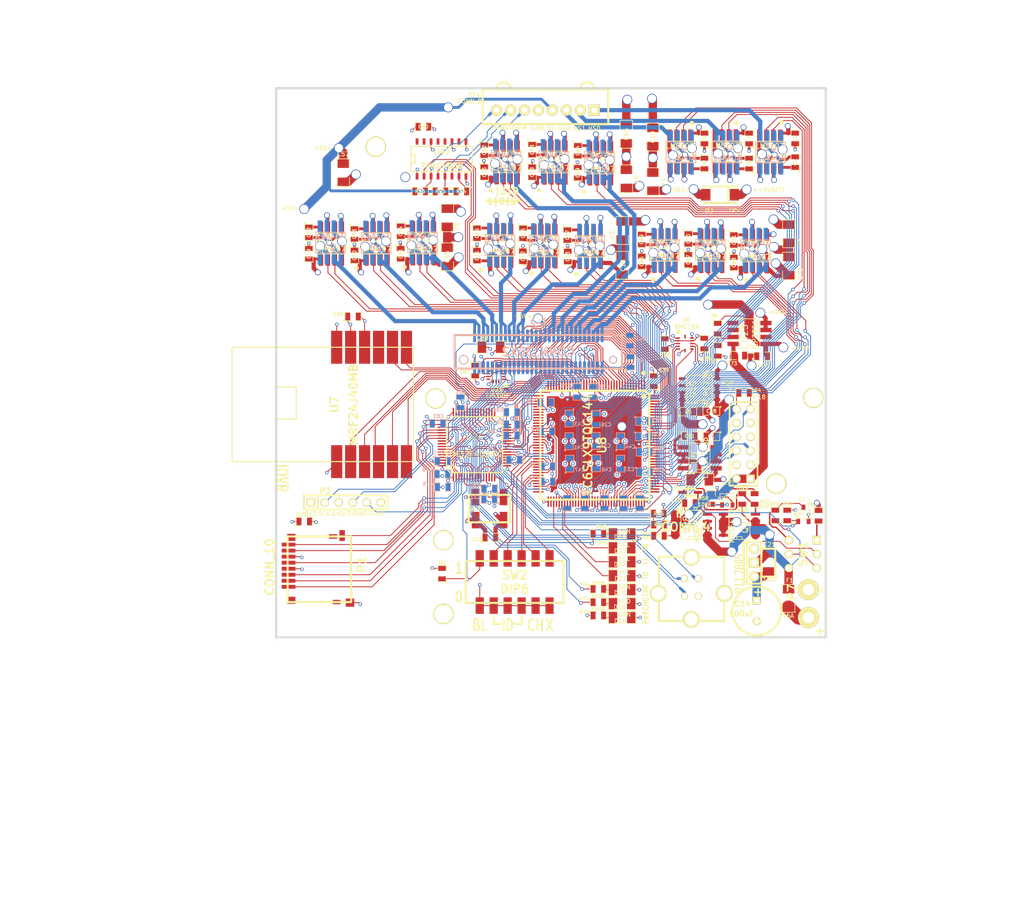
<source format=kicad_pcb>
(kicad_pcb (version 4) (host pcbnew 4.0.1-stable)
  (title_block (date "11 jun 2014"))
  (layers (0 Front signal) (1 Ground power) (2 VSupply power) (31 Back signal) (34 B.Paste user) (35 F.Paste user) (36 B.SilkS user) (37 F.SilkS user) (38 B.Mask user) (39 F.Mask user) (44 Edge.Cuts user))
  (net 0 "")
  (net 1 +1.2V)
  (net 2 +3.3V)
  (net 3 +5V)
  (net 4 +9V)
  (net 5 +BATT)
  (net 6 +HVBATT)
  (net 7 /breakoutconn/BB_SENSOR)
  (net 8 /breakoutconn/LASER_DRIVE)
  (net 9 /breakoutconn/LPS_DRIVE0)
  (net 10 /breakoutconn/LPS_DRIVE1)
  (net 11 /breakoutconn/LPS_DRIVE2)
  (net 12 /breakoutconn/LPS_DRIVE3)
  (net 13 /breakoutconn/LPS_SENSOR)
  (net 14 /breakoutconn/M0_ENCODER0)
  (net 15 /breakoutconn/M0_ENCODER1)
  (net 16 /breakoutconn/M0_HALL0)
  (net 17 /breakoutconn/M0_HALL1)
  (net 18 /breakoutconn/M0_HALL2)
  (net 19 /breakoutconn/M1_ENCODER0)
  (net 20 /breakoutconn/M1_ENCODER1)
  (net 21 /breakoutconn/M1_HALL0)
  (net 22 /breakoutconn/M1_HALL1)
  (net 23 /breakoutconn/M1_HALL2)
  (net 24 /breakoutconn/M2_ENCODER0)
  (net 25 /breakoutconn/M2_ENCODER1)
  (net 26 /breakoutconn/M2_HALL0)
  (net 27 /breakoutconn/M2_HALL1)
  (net 28 /breakoutconn/M2_HALL2)
  (net 29 /breakoutconn/M3_ENCODER0)
  (net 30 /breakoutconn/M3_ENCODER1)
  (net 31 /breakoutconn/M3_HALL0)
  (net 32 /breakoutconn/M3_HALL1)
  (net 33 /breakoutconn/M3_HALL2)
  (net 34 /chicker/CHARGE)
  (net 35 /fpga//MRF_CS)
  (net 36 /fpga//MRF_RESET)
  (net 37 /fpga/ACCEL_CLK)
  (net 38 /fpga/ACCEL_INT)
  (net 39 /fpga/ACCEL_MISO)
  (net 40 /fpga/ACCEL_MOSI)
  (net 41 /fpga/DONE)
  (net 42 /fpga/GYRO_CLK)
  (net 43 /fpga/GYRO_INT)
  (net 44 /fpga/GYRO_MISO)
  (net 45 /fpga/GYRO_MOSI)
  (net 46 /fpga/ICB_CLK)
  (net 47 /fpga/ICB_IRQ)
  (net 48 /fpga/ICB_MISO)
  (net 49 /fpga/ICB_MOSI)
  (net 50 /fpga/INIT_B)
  (net 51 /fpga/LED_T0)
  (net 52 /fpga/LED_T1)
  (net 53 /fpga/LED_T2)
  (net 54 /fpga/M4_HALL0)
  (net 55 /fpga/M4_HALL1)
  (net 56 /fpga/M4_HALL2)
  (net 57 /fpga/MRF_CLK)
  (net 58 /fpga/MRF_INT)
  (net 59 /fpga/MRF_MISO)
  (net 60 /fpga/MRF_MOSI)
  (net 61 /fpga/MRF_WAKE)
  (net 62 /fpga/OSC)
  (net 63 /fpga/PROG_B)
  (net 64 /fpga/SW1)
  (net 65 /fpga/SW2)
  (net 66 /fpga/SW3)
  (net 67 /fpga/SW4)
  (net 68 /fpga/SW5)
  (net 69 /fpga/~ACCEL_CS)
  (net 70 /fpga/~GYRO_CS)
  (net 71 /fpga/~ICB_CS)
  (net 72 /microcontroller/BATTERY)
  (net 73 /microcontroller/BOOT0)
  (net 74 /microcontroller/CHICKER_CHIP)
  (net 75 /microcontroller/CHICKER_KICK)
  (net 76 /microcontroller/CHICKER_VOLTAGE)
  (net 77 /microcontroller/HV_PWR)
  (net 78 /microcontroller/LED_C)
  (net 79 /microcontroller/LED_L)
  (net 80 /microcontroller/LED_S)
  (net 81 /microcontroller/LOGIC_PWR)
  (net 82 /microcontroller/NRST)
  (net 83 /microcontroller/SD_CD)
  (net 84 /microcontroller/SD_CK)
  (net 85 /microcontroller/SD_CMD)
  (net 86 /microcontroller/SD_D0)
  (net 87 /microcontroller/SD_D1)
  (net 88 /microcontroller/SD_D2)
  (net 89 /microcontroller/SD_D3)
  (net 90 /microcontroller/SWDCK)
  (net 91 /microcontroller/SWDIO)
  (net 92 /microcontroller/USB_DM)
  (net 93 /microcontroller/USB_DP)
  (net 94 /microcontroller/USB_VBUS)
  (net 95 /microcontroller/VCAP1)
  (net 96 /microcontroller/VCAP2)
  (net 97 /motordriver0/HB0)
  (net 98 /motordriver0/HB1)
  (net 99 /motordriver0/HB2)
  (net 100 /motordriver0/HG0)
  (net 101 /motordriver0/HG1)
  (net 102 /motordriver0/HG2)
  (net 103 /motordriver0/HIGH0)
  (net 104 /motordriver0/HIGH1)
  (net 105 /motordriver0/HIGH2)
  (net 106 /motordriver0/HS0)
  (net 107 /motordriver0/HS1)
  (net 108 /motordriver0/HS2)
  (net 109 /motordriver0/HV_BATT_F)
  (net 110 /motordriver0/LG0)
  (net 111 /motordriver0/LG1)
  (net 112 /motordriver0/LG2)
  (net 113 /motordriver0/LOW0)
  (net 114 /motordriver0/LOW1)
  (net 115 /motordriver0/LOW2)
  (net 116 /motordriver1/HB0)
  (net 117 /motordriver1/HB1)
  (net 118 /motordriver1/HB2)
  (net 119 /motordriver1/HG0)
  (net 120 /motordriver1/HG1)
  (net 121 /motordriver1/HG2)
  (net 122 /motordriver1/HIGH0)
  (net 123 /motordriver1/HIGH1)
  (net 124 /motordriver1/HIGH2)
  (net 125 /motordriver1/HS0)
  (net 126 /motordriver1/HS1)
  (net 127 /motordriver1/HS2)
  (net 128 /motordriver1/HV_BATT_F)
  (net 129 /motordriver1/LG0)
  (net 130 /motordriver1/LG1)
  (net 131 /motordriver1/LG2)
  (net 132 /motordriver1/LOW0)
  (net 133 /motordriver1/LOW1)
  (net 134 /motordriver1/LOW2)
  (net 135 /motordriver2/HB0)
  (net 136 /motordriver2/HB1)
  (net 137 /motordriver2/HB2)
  (net 138 /motordriver2/HG0)
  (net 139 /motordriver2/HG1)
  (net 140 /motordriver2/HG2)
  (net 141 /motordriver2/HIGH0)
  (net 142 /motordriver2/HIGH1)
  (net 143 /motordriver2/HIGH2)
  (net 144 /motordriver2/HS0)
  (net 145 /motordriver2/HS1)
  (net 146 /motordriver2/HS2)
  (net 147 /motordriver2/HV_BATT_F)
  (net 148 /motordriver2/LG0)
  (net 149 /motordriver2/LG1)
  (net 150 /motordriver2/LG2)
  (net 151 /motordriver2/LOW0)
  (net 152 /motordriver2/LOW1)
  (net 153 /motordriver2/LOW2)
  (net 154 /motordriver3/HB0)
  (net 155 /motordriver3/HB1)
  (net 156 /motordriver3/HB2)
  (net 157 /motordriver3/HG0)
  (net 158 /motordriver3/HG1)
  (net 159 /motordriver3/HG2)
  (net 160 /motordriver3/HIGH0)
  (net 161 /motordriver3/HIGH1)
  (net 162 /motordriver3/HIGH2)
  (net 163 /motordriver3/HS0)
  (net 164 /motordriver3/HS1)
  (net 165 /motordriver3/HS2)
  (net 166 /motordriver3/HV_BATT_F)
  (net 167 /motordriver3/LG0)
  (net 168 /motordriver3/LG1)
  (net 169 /motordriver3/LG2)
  (net 170 /motordriver3/LOW0)
  (net 171 /motordriver3/LOW1)
  (net 172 /motordriver3/LOW2)
  (net 173 /motordriver4/HB0)
  (net 174 /motordriver4/HB1)
  (net 175 /motordriver4/HB2)
  (net 176 /motordriver4/HG0)
  (net 177 /motordriver4/HG1)
  (net 178 /motordriver4/HG2)
  (net 179 /motordriver4/HIGH0)
  (net 180 /motordriver4/HIGH1)
  (net 181 /motordriver4/HIGH2)
  (net 182 /motordriver4/HS0)
  (net 183 /motordriver4/HS1)
  (net 184 /motordriver4/HS2)
  (net 185 /motordriver4/HV_BATT_F)
  (net 186 /motordriver4/LG0)
  (net 187 /motordriver4/LG1)
  (net 188 /motordriver4/LG2)
  (net 189 /motordriver4/LOW0)
  (net 190 /motordriver4/LOW1)
  (net 191 /motordriver4/LOW2)
  (net 192 /power/FUSE_IN)
  (net 193 /power/FUSE_OUT)
  (net 194 GND)
  (net 195 N-000034)
  (net 196 N-000039)
  (net 197 N-000076)
  (net 198 N-000077)
  (net 199 N-000083)
  (net 200 N-000086)
  (net 201 N-000087)
  (net 202 N-000091)
  (net 203 N-000092)
  (net 204 N-000093)
  (net 205 N-000145)
  (net 206 N-000146)
  (net 207 N-000150)
  (net 208 N-000155)
  (net 209 N-000156)
  (net 210 N-000157)
  (module SOT23_3GDS (layer Front) (at 143.10614 106.59872)
    (fp_text reference Q15 (at 0.127 -2.794) (layer F.SilkS) (effects (font (size 0.762 0.762) (thickness 0.0762))))
    (fp_text value MOSFET_N (at 0.0635 0) (layer F.SilkS) (effects (font (size 0.50038 0.50038) (thickness 0.0762))))
    (pad D smd rect (at 0 -1.27) (size 0.70104 1.00076) (layers Front F.Paste F.Mask) (net 200 N-000086))
    (pad S smd rect (at 0.9525 1.27) (size 0.70104 1.00076) (layers Front F.Paste F.Mask) (net 194 GND))
    (pad G smd rect (at -0.9525 1.27) (size 0.70104 1.00076) (layers Front F.Paste F.Mask) (net 77 /microcontroller/HV_PWR))
  )
  (module SOD-323F (layer Front) (at 136.35482 105.59796 270)
    (fp_text reference D24 (at -0.72898 2.0955 360) (layer F.SilkS) (effects (font (size 0.635 0.635) (thickness 0.127))))
    (fp_text value DIODESCH hide)
    (pad 1 smd rect (at 0 -1.39954 270) (size 0.55118 1.50114) (layers Front F.Paste F.Mask) (net 204 N-000093))
    (pad 2 smd rect (at 0 1.39954 270) (size 0.55118 1.50114) (layers Front F.Paste F.Mask) (net 198 N-000077))
  )
  (module SO8E-IRF9310 (layer Front) (at 136.55548 111.49838 90)
    (fp_text reference Q28 (at 0 -0.889 90) (layer F.SilkS) (effects (font (size 1.143 1.143) (thickness 0.1524))))
    (fp_text value MOSFET_P (at 0 1.016 90) (layer F.SilkS) (effects (font (size 0.889 0.889) (thickness 0.1524))))
    (pad D smd rect (at -1.905 -2.921 90) (size 0.508 1.651) (layers Front F.Paste F.Mask) (net 5 +BATT))
    (pad S smd rect (at -1.905 2.921 90) (size 0.508 1.651) (layers Front F.Paste F.Mask) (net 193 /power/FUSE_OUT))
    (pad D smd rect (at -0.635 -2.921 90) (size 0.508 1.651) (layers Front F.Paste F.Mask) (net 5 +BATT))
    (pad D smd rect (at 0.635 -2.921 90) (size 0.508 1.651) (layers Front F.Paste F.Mask) (net 5 +BATT))
    (pad D smd rect (at 1.905 -2.921 90) (size 0.508 1.651) (layers Front F.Paste F.Mask) (net 5 +BATT))
    (pad S smd rect (at -0.635 2.921 90) (size 0.508 1.651) (layers Front F.Paste F.Mask) (net 193 /power/FUSE_OUT))
    (pad S smd rect (at 0.635 2.921 90) (size 0.508 1.651) (layers Front F.Paste F.Mask) (net 193 /power/FUSE_OUT))
    (pad G smd rect (at 1.905 2.921 90) (size 0.508 1.651) (layers Front F.Paste F.Mask) (net 204 N-000093))
  )
  (module SO8E-IRF9310 (layer Front) (at 145.30578 111.49838 90)
    (fp_text reference Q27 (at 0.10922 1.0033 90) (layer F.SilkS) (effects (font (size 1.143 1.143) (thickness 0.1524))))
    (fp_text value MOSFET_P (at -0.03048 -1.41478 90) (layer F.SilkS) (effects (font (size 0.889 0.889) (thickness 0.1524))))
    (pad D smd rect (at -1.905 -2.921 90) (size 0.508 1.651) (layers Front F.Paste F.Mask) (net 6 +HVBATT))
    (pad S smd rect (at -1.905 2.921 90) (size 0.508 1.651) (layers Front F.Paste F.Mask) (net 193 /power/FUSE_OUT))
    (pad D smd rect (at -0.635 -2.921 90) (size 0.508 1.651) (layers Front F.Paste F.Mask) (net 6 +HVBATT))
    (pad D smd rect (at 0.635 -2.921 90) (size 0.508 1.651) (layers Front F.Paste F.Mask) (net 6 +HVBATT))
    (pad D smd rect (at 1.905 -2.921 90) (size 0.508 1.651) (layers Front F.Paste F.Mask) (net 6 +HVBATT))
    (pad S smd rect (at -0.635 2.921 90) (size 0.508 1.651) (layers Front F.Paste F.Mask) (net 193 /power/FUSE_OUT))
    (pad S smd rect (at 0.635 2.921 90) (size 0.508 1.651) (layers Front F.Paste F.Mask) (net 193 /power/FUSE_OUT))
    (pad G smd rect (at 1.905 2.921 90) (size 0.508 1.651) (layers Front F.Paste F.Mask) (net 198 N-000077))
  )
  (module SM1206 (layer Front) (at 123.952 120.777)
    (fp_text reference D21 (at -0.30226 0.5334) (layer F.SilkS) (effects (font (size 0.762 0.762) (thickness 0.127))))
    (fp_text value YEL (at 0.40894 -0.58674) (layer F.SilkS) (effects (font (size 0.762 0.762) (thickness 0.127))))
    (pad 1 smd rect (at -1.651 0) (size 1.524 2.032) (layers Front F.Paste F.Mask) (net 51 /fpga/LED_T0))
    (pad 2 smd rect (at 1.651 0) (size 1.524 2.032) (layers Front F.Paste F.Mask) (net 194 GND))
  )
  (module SM1206 (layer Front) (at 123.952 113.157)
    (fp_text reference D19 (at -0.381 0.56388) (layer F.SilkS) (effects (font (size 0.762 0.762) (thickness 0.127))))
    (fp_text value GRN (at 0.37846 -0.42672) (layer F.SilkS) (effects (font (size 0.762 0.762) (thickness 0.127))))
    (pad 1 smd rect (at -1.651 0) (size 1.524 2.032) (layers Front F.Paste F.Mask) (net 208 N-000155))
    (pad 2 smd rect (at 1.651 0) (size 1.524 2.032) (layers Front F.Paste F.Mask) (net 194 GND))
  )
  (module SM1206 (layer Front) (at 123.952 128.397)
    (fp_text reference D18 (at -0.3429 0.63246) (layer F.SilkS) (effects (font (size 0.762 0.762) (thickness 0.127))))
    (fp_text value GRN (at 0.43688 -0.5461) (layer F.SilkS) (effects (font (size 0.762 0.762) (thickness 0.127))))
    (pad 1 smd rect (at -1.651 0) (size 1.524 2.032) (layers Front F.Paste F.Mask) (net 203 N-000092))
    (pad 2 smd rect (at 1.651 0) (size 1.524 2.032) (layers Front F.Paste F.Mask) (net 194 GND))
  )
  (module SM1206 (layer Front) (at 123.952 125.857)
    (fp_text reference D16 (at -0.4318 0.63246) (layer F.SilkS) (effects (font (size 0.762 0.762) (thickness 0.127))))
    (fp_text value RED (at 0.4572 -0.42672) (layer F.SilkS) (effects (font (size 0.762 0.762) (thickness 0.127))))
    (pad 1 smd rect (at -1.651 0) (size 1.524 2.032) (layers Front F.Paste F.Mask) (net 209 N-000156))
    (pad 2 smd rect (at 1.651 0) (size 1.524 2.032) (layers Front F.Paste F.Mask) (net 194 GND))
  )
  (module SM1206 (layer Front) (at 123.952 118.237)
    (fp_text reference D22 (at -0.40132 0.4826) (layer F.SilkS) (effects (font (size 0.762 0.762) (thickness 0.127))))
    (fp_text value YEL (at 0.40894 -0.55626) (layer F.SilkS) (effects (font (size 0.762 0.762) (thickness 0.127))))
    (pad 1 smd rect (at -1.651 0) (size 1.524 2.032) (layers Front F.Paste F.Mask) (net 52 /fpga/LED_T1))
    (pad 2 smd rect (at 1.651 0) (size 1.524 2.032) (layers Front F.Paste F.Mask) (net 194 GND))
  )
  (module SM1206 (layer Front) (at 123.952 115.697)
    (fp_text reference D23 (at -0.35306 0.5842) (layer F.SilkS) (effects (font (size 0.762 0.762) (thickness 0.127))))
    (fp_text value YEL (at 0.42926 -0.53594) (layer F.SilkS) (effects (font (size 0.762 0.762) (thickness 0.127))))
    (pad 1 smd rect (at -1.651 0) (size 1.524 2.032) (layers Front F.Paste F.Mask) (net 53 /fpga/LED_T2))
    (pad 2 smd rect (at 1.651 0) (size 1.524 2.032) (layers Front F.Paste F.Mask) (net 194 GND))
  )
  (module SM1206 (layer Front) (at 154.24912 124.89942 90)
    (fp_text reference F1 (at 3.24866 0.20066 180) (layer F.SilkS) (effects (font (size 0.762 0.762) (thickness 0.127))))
    (fp_text value 15A (at -3.18516 -0.07112 180) (layer F.SilkS) (effects (font (size 0.762 0.762) (thickness 0.127))))
    (pad 1 smd rect (at -1.651 0 90) (size 1.524 2.032) (layers Front F.Paste F.Mask) (net 192 /power/FUSE_IN))
    (pad 2 smd rect (at 1.651 0 90) (size 1.524 2.032) (layers Front F.Paste F.Mask) (net 193 /power/FUSE_OUT))
  )
  (module SM1206 (layer Front) (at 123.952 123.317)
    (fp_text reference D20 (at -0.381 0.5842) (layer F.SilkS) (effects (font (size 0.762 0.762) (thickness 0.127))))
    (fp_text value GRN (at 0.35814 -0.4572) (layer F.SilkS) (effects (font (size 0.762 0.762) (thickness 0.127))))
    (pad 1 smd rect (at -1.651 0) (size 1.524 2.032) (layers Front F.Paste F.Mask) (net 210 N-000157))
    (pad 2 smd rect (at 1.651 0) (size 1.524 2.032) (layers Front F.Paste F.Mask) (net 194 GND))
  )
  (module SM1206 (layer Front) (at 150.59914 118.34876 90)
    (fp_text reference C21 (at 3.24866 0.16002 180) (layer F.SilkS) (effects (font (size 0.762 0.762) (thickness 0.127))))
    (fp_text value 10uF (at -3.11912 0.32512 180) (layer F.SilkS) (effects (font (size 0.762 0.762) (thickness 0.127))))
    (pad 1 smd rect (at -1.651 0 90) (size 1.524 2.032) (layers Front F.Paste F.Mask) (net 5 +BATT))
    (pad 2 smd rect (at 1.651 0 90) (size 1.524 2.032) (layers Front F.Paste F.Mask) (net 194 GND))
  )
  (module SM0805 (layer Front) (at 119.634 123.19 180)
    (fp_text reference R46 (at 2.56286 0.81026 180) (layer F.SilkS) (effects (font (size 0.635 0.635) (thickness 0.127))))
    (fp_text value 100R (at 0.03302 1.08966 180) (layer F.SilkS) (effects (font (size 0.635 0.635) (thickness 0.127))))
    (pad 1 smd rect (at -0.9525 0 180) (size 0.889 1.397) (layers Front F.Paste F.Mask) (net 210 N-000157))
    (pad 2 smd rect (at 0.9525 0 180) (size 0.889 1.397) (layers Front F.Paste F.Mask) (net 79 /microcontroller/LED_L))
  )
  (module SM0805 (layer Front) (at 119.634 113.157 180)
    (fp_text reference R40 (at -0.53594 1.29794 180) (layer F.SilkS) (effects (font (size 0.635 0.635) (thickness 0.127))))
    (fp_text value 100R (at -0.41656 -1.64338 180) (layer F.SilkS) (effects (font (size 0.635 0.635) (thickness 0.127))))
    (pad 1 smd rect (at -0.9525 0 180) (size 0.889 1.397) (layers Front F.Paste F.Mask) (net 208 N-000155))
    (pad 2 smd rect (at 0.9525 0 180) (size 0.889 1.397) (layers Front F.Paste F.Mask) (net 80 /microcontroller/LED_S))
  )
  (module SM0805 (layer Front) (at 119.634 128.016 180)
    (fp_text reference R39 (at 2.56286 0.66548 180) (layer F.SilkS) (effects (font (size 0.635 0.635) (thickness 0.127))))
    (fp_text value 100R (at 0.03302 1.11506 180) (layer F.SilkS) (effects (font (size 0.635 0.635) (thickness 0.127))))
    (pad 1 smd rect (at -0.9525 0 180) (size 0.889 1.397) (layers Front F.Paste F.Mask) (net 203 N-000092))
    (pad 2 smd rect (at 0.9525 0 180) (size 0.889 1.397) (layers Front F.Paste F.Mask) (net 2 +3.3V))
  )
  (module SM0805 (layer Front) (at 119.634 125.603 180)
    (fp_text reference R37 (at 2.67462 0.60198 180) (layer F.SilkS) (effects (font (size 0.635 0.635) (thickness 0.127))))
    (fp_text value 100R (at 0.03302 1.10236 180) (layer F.SilkS) (effects (font (size 0.635 0.635) (thickness 0.127))))
    (pad 1 smd rect (at -0.9525 0 180) (size 0.889 1.397) (layers Front F.Paste F.Mask) (net 209 N-000156))
    (pad 2 smd rect (at 0.9525 0 180) (size 0.889 1.397) (layers Front F.Paste F.Mask) (net 78 /microcontroller/LED_C))
  )
  (module SM0805 (layer Front) (at 140.1572 106.79684 270)
    (fp_text reference R58 (at -0.11684 1.397 360) (layer F.SilkS) (effects (font (size 0.635 0.635) (thickness 0.127))))
    (fp_text value 10kR (at 1.02362 1.18618 360) (layer F.SilkS) (effects (font (size 0.635 0.635) (thickness 0.127))))
    (pad 1 smd rect (at -0.9525 0 270) (size 0.889 1.397) (layers Front F.Paste F.Mask) (net 194 GND))
    (pad 2 smd rect (at 0.9525 0 270) (size 0.889 1.397) (layers Front F.Paste F.Mask) (net 77 /microcontroller/HV_PWR))
  )
  (module SM0805 (layer Front) (at 145.80616 106.79684 90)
    (fp_text reference R53 (at -2.0828 -0.0254 180) (layer F.SilkS) (effects (font (size 0.635 0.635) (thickness 0.127))))
    (fp_text value 10kR (at 1.89738 -0.00508 180) (layer F.SilkS) (effects (font (size 0.635 0.635) (thickness 0.127))))
    (pad 1 smd rect (at -0.9525 0 90) (size 0.889 1.397) (layers Front F.Paste F.Mask) (net 193 /power/FUSE_OUT))
    (pad 2 smd rect (at 0.9525 0 90) (size 0.889 1.397) (layers Front F.Paste F.Mask) (net 198 N-000077))
  )
  (module SM0805 (layer Front) (at 148.0566 106.79684 90)
    (fp_text reference R52 (at -0.45212 1.90246 180) (layer F.SilkS) (effects (font (size 0.635 0.635) (thickness 0.127))))
    (fp_text value 1kR (at -1.32334 1.77292 180) (layer F.SilkS) (effects (font (size 0.635 0.635) (thickness 0.127))))
    (pad 1 smd rect (at -0.9525 0 90) (size 0.889 1.397) (layers Front F.Paste F.Mask) (net 198 N-000077))
    (pad 2 smd rect (at 0.9525 0 90) (size 0.889 1.397) (layers Front F.Paste F.Mask) (net 200 N-000086))
  )
  (module EC16 (layer Front) (at 109.99978 35.99942 180)
    (fp_text reference P14 (at 13.04036 2.77876 180) (layer F.SilkS) (effects (font (size 0.762 0.762) (thickness 0.127))))
    (fp_text value CONN_8 (at 13.84046 1.63068 180) (layer F.SilkS) (effects (font (size 0.762 0.762) (thickness 0.127))))
    (pad 1 thru_hole rect (at -8.89 0 180) (size 2.032 2.032) (drill 1.0668) (layers *.Cu *.Mask F.SilkS) (net 182 /motordriver4/HS0))
    (pad 2 thru_hole circle (at -6.35 0 180) (size 2.032 2.032) (drill 1.0668) (layers *.Cu *.Mask F.SilkS) (net 183 /motordriver4/HS1))
    (pad 3 thru_hole circle (at -3.81 0 180) (size 2.032 2.032) (drill 1.0668) (layers *.Cu *.Mask F.SilkS) (net 184 /motordriver4/HS2))
    (pad 4 thru_hole circle (at -1.27 0 180) (size 2.032 2.032) (drill 1.0668) (layers *.Cu *.Mask F.SilkS) (net 3 +5V))
    (pad 5 thru_hole circle (at 1.27 0 180) (size 2.032 2.032) (drill 1.0668) (layers *.Cu *.Mask F.SilkS) (net 194 GND))
    (pad 6 thru_hole circle (at 3.81 0 180) (size 2.032 2.032) (drill 1.0668) (layers *.Cu *.Mask F.SilkS) (net 206 N-000146))
    (pad 7 thru_hole circle (at 6.35 0 180) (size 2.032 2.032) (drill 1.0668) (layers *.Cu *.Mask F.SilkS) (net 207 N-000150))
    (pad 8 thru_hole circle (at 8.89 0 180) (size 2.032 2.032) (drill 1.0668) (layers *.Cu *.Mask F.SilkS) (net 205 N-000145))
  )
  (module DO-214AC (layer Front) (at 141.77518 51.39944 90)
    (fp_text reference D3 (at -2.86004 -1.96596 180) (layer F.SilkS) (effects (font (size 0.762 0.762) (thickness 0.127))))
    (fp_text value TVS (at -2.80162 2.50444 180) (layer F.SilkS) (effects (font (size 0.762 0.762) (thickness 0.127))))
    (pad 1 smd rect (at 0 -2.60096 90) (size 2.10058 1.69926) (layers Front F.Paste F.Mask) (net 194 GND))
    (pad 2 smd rect (at 0 2.60096 90) (size 2.10058 1.69926) (layers Front F.Paste F.Mask) (net 6 +HVBATT))
  )
  (module C1.5V8V (layer Front) (at 148.4503 127.20066 270)
    (fp_text reference C14 (at -1.3208 2.57048 360) (layer F.SilkS) (effects (font (size 1.016 1.016) (thickness 0.2032))))
    (fp_text value 100uF (at 0.45974 2.74066 360) (layer F.SilkS) (effects (font (size 1.016 1.016) (thickness 0.2032))))
    (fp_text user + (at -3.429 -0.127 270) (layer F.SilkS) (effects (font (thickness 0.3048))))
    (pad 1 thru_hole rect (at -1.905 0 270) (size 1.397 1.397) (drill 0.8128) (layers *.Cu *.Mask F.SilkS) (net 5 +BATT))
    (pad 2 thru_hole circle (at 1.905 0 270) (size 1.397 1.397) (drill 0.8128) (layers *.Cu *.Mask F.SilkS) (net 194 GND))
  )
  (module BATTERY_INLET (layer Front) (at 157.861 125.857 90)
    (fp_text reference P7 (at 2.0574 -2.96164 90) (layer F.SilkS) (effects (font (thickness 0.3048))))
    (fp_text value CONN_2 hide)
    (fp_text user - (at 2.55778 2.4384 90) (layer F.SilkS) (effects (font (thickness 0.3048))))
    (fp_text user + (at -5.0419 2.03962 90) (layer F.SilkS) (effects (font (thickness 0.3048))))
    (pad 1 thru_hole circle (at -2.54 0 90) (size 3.81 3.81) (drill 2.032) (layers *.Cu *.Mask F.SilkS) (net 192 /power/FUSE_IN))
    (pad 2 thru_hole circle (at 2.54 0 90) (size 3.81 3.81) (drill 2.032) (layers *.Cu *.Mask F.SilkS) (net 194 GND))
  )
  (module 114-00841-68 (layer Front) (at 64.50076 115.1001 270)
    (fp_text reference P1 (at 3.62458 -12.10056 270) (layer F.SilkS) (effects (font (thickness 0.3048))))
    (fp_text value CONN_10 (at 4.09956 4.699 270) (layer F.SilkS) (effects (font (thickness 0.3048))))
    (pad 0 smd rect (at -1.30048 0.7493 270) (size 1.30048 1.50114) (layers Front F.Paste F.Mask))
    (pad 1 smd rect (at 7.69874 1.24968 270) (size 0.70104 2.49936) (layers Front F.Paste F.Mask) (net 88 /microcontroller/SD_D2))
    (pad 2 smd rect (at 6.59892 1.24968 270) (size 0.70104 2.49936) (layers Front F.Paste F.Mask) (net 89 /microcontroller/SD_D3))
    (pad 3 smd rect (at 5.4991 1.24968 270) (size 0.70104 2.49936) (layers Front F.Paste F.Mask) (net 85 /microcontroller/SD_CMD))
    (pad 4 smd rect (at 4.39928 1.24968 270) (size 0.70104 2.49936) (layers Front F.Paste F.Mask) (net 2 +3.3V))
    (pad 5 smd rect (at 3.29946 1.24968 270) (size 0.70104 2.49936) (layers Front F.Paste F.Mask) (net 84 /microcontroller/SD_CK))
    (pad 6 smd rect (at 2.19964 1.24968 270) (size 0.70104 2.49936) (layers Front F.Paste F.Mask) (net 194 GND))
    (pad 7 smd rect (at 1.09982 1.24968 270) (size 0.70104 2.49936) (layers Front F.Paste F.Mask) (net 86 /microcontroller/SD_D0))
    (pad 8 smd rect (at 0 1.24968 270) (size 0.70104 2.49936) (layers Front F.Paste F.Mask) (net 87 /microcontroller/SD_D1))
    (pad 0 smd rect (at 10.14984 0.7493 270) (size 1.30048 1.50114) (layers Front F.Paste F.Mask))
    (pad 0 smd rect (at 10.47496 -7.50062 270) (size 0.8001 1.39954) (layers Front F.Paste F.Mask))
    (pad 10 smd rect (at -1.6383 -8.49884 270) (size 1.97612 1.00076) (layers Front F.Paste F.Mask) (net 83 /microcontroller/SD_CD))
    (pad 9 smd rect (at 10.57656 -9.92378 270) (size 1.50114 1.5494) (layers Front F.Paste F.Mask) (net 2 +3.3V))
    (pad 0 smd rect (at -1.47574 -6.85038 270) (size 0.8001 1.50114) (layers Front F.Paste F.Mask))
  )
  (module pin_array_6x2 (layer Front) (at 146.05 96.774 90)
    (fp_text reference P18 (at 8.5344 2.921 180) (layer F.SilkS) (effects (font (size 0.762 0.762) (thickness 0.127))))
    (fp_text value CONN_12 hide)
    (pad 1 thru_hole rect (at -6.35 1.27 90) (size 1.524 1.524) (drill 1.016) (layers *.Cu *.Mask F.SilkS) (net 5 +BATT))
    (pad 2 thru_hole circle (at -6.35 -1.27 90) (size 1.524 1.524) (drill 1.016) (layers *.Cu *.Mask F.SilkS) (net 5 +BATT))
    (pad 3 thru_hole circle (at -3.81 1.27 90) (size 1.524 1.524) (drill 1.016) (layers *.Cu *.Mask F.SilkS) (net 194 GND))
    (pad 4 thru_hole circle (at -3.81 -1.27 90) (size 1.524 1.524) (drill 1.016) (layers *.Cu *.Mask F.SilkS) (net 194 GND))
    (pad 5 thru_hole circle (at -1.27 1.27 90) (size 1.524 1.524) (drill 1.016) (layers *.Cu *.Mask F.SilkS) (net 34 /chicker/CHARGE))
    (pad 6 thru_hole circle (at -1.27 -1.27 90) (size 1.524 1.524) (drill 1.016) (layers *.Cu *.Mask F.SilkS) (net 74 /microcontroller/CHICKER_CHIP))
    (pad 7 thru_hole circle (at 1.27 1.27 90) (size 1.524 1.524) (drill 1.016) (layers *.Cu *.Mask F.SilkS))
    (pad 8 thru_hole circle (at 1.27 -1.27 90) (size 1.524 1.524) (drill 1.016) (layers *.Cu *.Mask F.SilkS) (net 75 /microcontroller/CHICKER_KICK))
    (pad 9 thru_hole circle (at 3.81 1.27 90) (size 1.524 1.524) (drill 1.016) (layers *.Cu *.Mask F.SilkS) (net 194 GND))
    (pad 10 thru_hole circle (at 3.81 -1.27 90) (size 1.524 1.524) (drill 1.016) (layers *.Cu *.Mask F.SilkS) (net 194 GND))
    (pad 11 thru_hole circle (at 6.35 1.27 90) (size 1.524 1.524) (drill 1.016) (layers *.Cu *.Mask F.SilkS) (net 76 /microcontroller/CHICKER_VOLTAGE))
    (pad 12 thru_hole circle (at 6.35 -1.27 90) (size 1.524 1.524) (drill 1.016) (layers *.Cu *.Mask F.SilkS) (net 2 +3.3V))
  )
  (module FX6-60S-0.8SV (layer Back) (at 108.712 80.00238 180)
    (fp_text reference P2 (at 0 5.08 180) (layer B.SilkS) (effects (font (thickness 0.3048)) (justify mirror)))
    (fp_text value CONN_30X2 (at 0.0127 -0.0127 180) (layer B.SilkS) (effects (font (thickness 0.3048)) (justify mirror)))
    (pad "" thru_hole circle (at 13.59916 -1.45034 180) (size 1.70434 1.70434) (drill 1.34874) (layers *.Cu *.Mask B.SilkS))
    (pad "" thru_hole circle (at -13.59916 -1.45034 180) (size 1.40462 1.40462) (drill 1.04902) (layers *.Cu *.Mask B.SilkS))
    (pad 1 smd rect (at 11.60018 -2.90068) (size 0.50038 2.30124) (layers Back B.Paste B.Mask) (net 194 GND))
    (pad 2 smd rect (at 11.60018 2.90068 180) (size 0.50038 2.30124) (layers Back B.Paste B.Mask) (net 125 /motordriver1/HS0))
    (pad 3 smd rect (at 10.80008 -2.90068) (size 0.50038 2.30124) (layers Back B.Paste B.Mask) (net 194 GND))
    (pad 4 smd rect (at 10.80008 2.90068 180) (size 0.50038 2.30124) (layers Back B.Paste B.Mask) (net 125 /motordriver1/HS0))
    (pad 5 smd rect (at 9.99998 -2.90068) (size 0.50038 2.30124) (layers Back B.Paste B.Mask) (net 2 +3.3V))
    (pad 6 smd rect (at 9.99998 2.90068 180) (size 0.50038 2.30124) (layers Back B.Paste B.Mask) (net 126 /motordriver1/HS1))
    (pad 7 smd rect (at 9.19988 -2.90068) (size 0.50038 2.30124) (layers Back B.Paste B.Mask))
    (pad 8 smd rect (at 9.19988 2.90068 180) (size 0.50038 2.30124) (layers Back B.Paste B.Mask) (net 126 /motordriver1/HS1))
    (pad 9 smd rect (at 8.39978 -2.90068) (size 0.50038 2.30124) (layers Back B.Paste B.Mask) (net 12 /breakoutconn/LPS_DRIVE3))
    (pad 10 smd rect (at 8.39978 2.90068 180) (size 0.50038 2.30124) (layers Back B.Paste B.Mask) (net 127 /motordriver1/HS2))
    (pad 11 smd rect (at 7.59968 -2.90068) (size 0.50038 2.30124) (layers Back B.Paste B.Mask) (net 11 /breakoutconn/LPS_DRIVE2))
    (pad 12 smd rect (at 7.59968 2.90068 180) (size 0.50038 2.30124) (layers Back B.Paste B.Mask) (net 127 /motordriver1/HS2))
    (pad 13 smd rect (at 6.79958 -2.90068) (size 0.50038 2.30124) (layers Back B.Paste B.Mask) (net 10 /breakoutconn/LPS_DRIVE1))
    (pad 14 smd rect (at 6.79958 2.90068 180) (size 0.50038 2.30124) (layers Back B.Paste B.Mask) (net 106 /motordriver0/HS0))
    (pad 15 smd rect (at 5.99948 -2.90068) (size 0.50038 2.30124) (layers Back B.Paste B.Mask) (net 9 /breakoutconn/LPS_DRIVE0))
    (pad 16 smd rect (at 5.99948 2.90068 180) (size 0.50038 2.30124) (layers Back B.Paste B.Mask) (net 106 /motordriver0/HS0))
    (pad 17 smd rect (at 5.19938 -2.90068) (size 0.50038 2.30124) (layers Back B.Paste B.Mask) (net 14 /breakoutconn/M0_ENCODER0))
    (pad 18 smd rect (at 5.19938 2.90068 180) (size 0.50038 2.30124) (layers Back B.Paste B.Mask) (net 107 /motordriver0/HS1))
    (pad 19 smd rect (at 4.39928 -2.90068) (size 0.50038 2.30124) (layers Back B.Paste B.Mask) (net 15 /breakoutconn/M0_ENCODER1))
    (pad 20 smd rect (at 4.39928 2.90068 180) (size 0.50038 2.30124) (layers Back B.Paste B.Mask) (net 107 /motordriver0/HS1))
    (pad 21 smd rect (at 3.59918 -2.90068) (size 0.50038 2.30124) (layers Back B.Paste B.Mask) (net 18 /breakoutconn/M0_HALL2))
    (pad 22 smd rect (at 3.59918 2.90068 180) (size 0.50038 2.30124) (layers Back B.Paste B.Mask) (net 108 /motordriver0/HS2))
    (pad 23 smd rect (at 2.79908 -2.90068) (size 0.50038 2.30124) (layers Back B.Paste B.Mask) (net 16 /breakoutconn/M0_HALL0))
    (pad 24 smd rect (at 2.79908 2.90068 180) (size 0.50038 2.30124) (layers Back B.Paste B.Mask) (net 108 /motordriver0/HS2))
    (pad 25 smd rect (at 1.99898 -2.90068) (size 0.50038 2.30124) (layers Back B.Paste B.Mask) (net 17 /breakoutconn/M0_HALL1))
    (pad 26 smd rect (at 1.99898 2.90068 180) (size 0.50038 2.30124) (layers Back B.Paste B.Mask))
    (pad 27 smd rect (at 1.19888 -2.90068) (size 0.50038 2.30124) (layers Back B.Paste B.Mask) (net 19 /breakoutconn/M1_ENCODER0))
    (pad 28 smd rect (at 1.19888 2.90068 180) (size 0.50038 2.30124) (layers Back B.Paste B.Mask))
    (pad 29 smd rect (at 0.39878 -2.90068) (size 0.50038 2.30124) (layers Back B.Paste B.Mask) (net 20 /breakoutconn/M1_ENCODER1))
    (pad 30 smd rect (at 0.39878 2.90068 180) (size 0.50038 2.30124) (layers Back B.Paste B.Mask))
    (pad 31 smd rect (at -0.39878 -2.90068) (size 0.50038 2.30124) (layers Back B.Paste B.Mask) (net 23 /breakoutconn/M1_HALL2))
    (pad 32 smd rect (at -0.39878 2.90068 180) (size 0.50038 2.30124) (layers Back B.Paste B.Mask) (net 8 /breakoutconn/LASER_DRIVE))
    (pad 33 smd rect (at -1.19888 -2.90068) (size 0.50038 2.30124) (layers Back B.Paste B.Mask) (net 21 /breakoutconn/M1_HALL0))
    (pad 34 smd rect (at -1.19888 2.90068 180) (size 0.50038 2.30124) (layers Back B.Paste B.Mask) (net 3 +5V))
    (pad 35 smd rect (at -1.99898 -2.90068) (size 0.50038 2.30124) (layers Back B.Paste B.Mask) (net 22 /breakoutconn/M1_HALL1))
    (pad 36 smd rect (at -1.99898 2.90068 180) (size 0.50038 2.30124) (layers Back B.Paste B.Mask) (net 163 /motordriver3/HS0))
    (pad 37 smd rect (at -2.79908 -2.90068) (size 0.50038 2.30124) (layers Back B.Paste B.Mask) (net 24 /breakoutconn/M2_ENCODER0))
    (pad 38 smd rect (at -2.79908 2.90068 180) (size 0.50038 2.30124) (layers Back B.Paste B.Mask) (net 163 /motordriver3/HS0))
    (pad 39 smd rect (at -3.59918 -2.90068) (size 0.50038 2.30124) (layers Back B.Paste B.Mask) (net 25 /breakoutconn/M2_ENCODER1))
    (pad 40 smd rect (at -3.59918 2.90068 180) (size 0.50038 2.30124) (layers Back B.Paste B.Mask) (net 164 /motordriver3/HS1))
    (pad 41 smd rect (at -4.39928 -2.90068) (size 0.50038 2.30124) (layers Back B.Paste B.Mask) (net 28 /breakoutconn/M2_HALL2))
    (pad 42 smd rect (at -4.39928 2.90068 180) (size 0.50038 2.30124) (layers Back B.Paste B.Mask) (net 164 /motordriver3/HS1))
    (pad 43 smd rect (at -5.19938 -2.90068) (size 0.50038 2.30124) (layers Back B.Paste B.Mask) (net 26 /breakoutconn/M2_HALL0))
    (pad 44 smd rect (at -5.19938 2.90068 180) (size 0.50038 2.30124) (layers Back B.Paste B.Mask) (net 165 /motordriver3/HS2))
    (pad 45 smd rect (at -5.99948 -2.90068) (size 0.50038 2.30124) (layers Back B.Paste B.Mask) (net 27 /breakoutconn/M2_HALL1))
    (pad 46 smd rect (at -5.99948 2.90068 180) (size 0.50038 2.30124) (layers Back B.Paste B.Mask) (net 165 /motordriver3/HS2))
    (pad 47 smd rect (at -6.79958 -2.90068) (size 0.50038 2.30124) (layers Back B.Paste B.Mask) (net 29 /breakoutconn/M3_ENCODER0))
    (pad 48 smd rect (at -6.79958 2.90068 180) (size 0.50038 2.30124) (layers Back B.Paste B.Mask) (net 144 /motordriver2/HS0))
    (pad 49 smd rect (at -7.59968 -2.90068) (size 0.50038 2.30124) (layers Back B.Paste B.Mask) (net 30 /breakoutconn/M3_ENCODER1))
    (pad 50 smd rect (at -7.59968 2.90068 180) (size 0.50038 2.30124) (layers Back B.Paste B.Mask) (net 144 /motordriver2/HS0))
    (pad 51 smd rect (at -8.39978 -2.90068) (size 0.50038 2.30124) (layers Back B.Paste B.Mask) (net 33 /breakoutconn/M3_HALL2))
    (pad 52 smd rect (at -8.39978 2.90068 180) (size 0.50038 2.30124) (layers Back B.Paste B.Mask) (net 145 /motordriver2/HS1))
    (pad 53 smd rect (at -9.19988 -2.90068) (size 0.50038 2.30124) (layers Back B.Paste B.Mask) (net 31 /breakoutconn/M3_HALL0))
    (pad 54 smd rect (at -9.19988 2.90068 180) (size 0.50038 2.30124) (layers Back B.Paste B.Mask) (net 145 /motordriver2/HS1))
    (pad 55 smd rect (at -9.99998 -2.90068) (size 0.50038 2.30124) (layers Back B.Paste B.Mask) (net 32 /breakoutconn/M3_HALL1))
    (pad 56 smd rect (at -9.99998 2.90068 180) (size 0.50038 2.30124) (layers Back B.Paste B.Mask) (net 146 /motordriver2/HS2))
    (pad 57 smd rect (at -10.80008 -2.90068) (size 0.50038 2.30124) (layers Back B.Paste B.Mask) (net 13 /breakoutconn/LPS_SENSOR))
    (pad 58 smd rect (at -10.80008 2.90068 180) (size 0.50038 2.30124) (layers Back B.Paste B.Mask) (net 146 /motordriver2/HS2))
    (pad 59 smd rect (at -11.60018 -2.90068) (size 0.50038 2.30124) (layers Back B.Paste B.Mask) (net 7 /breakoutconn/BB_SENSOR))
    (pad 60 smd rect (at -11.60018 2.90068 180) (size 0.50038 2.30124) (layers Back B.Paste B.Mask) (net 146 /motordriver2/HS2))
  )
  (module A27xP (layer Front) (at 156.845 116.84)
    (fp_text reference SW1 (at 0 0 90) (layer F.SilkS) (effects (font (thickness 0.3048))))
    (fp_text value SP3T hide)
    (pad 4 thru_hole circle (at -2.54 -2.54) (size 1.524 1.524) (drill 0.94996) (layers *.Cu *.Mask F.SilkS) (net 202 N-000091))
    (pad 5 thru_hole circle (at -2.54 0) (size 1.524 1.524) (drill 0.94996) (layers *.Cu *.Mask F.SilkS) (net 201 N-000087))
    (pad 6 thru_hole circle (at -2.54 2.54) (size 1.524 1.524) (drill 0.94996) (layers *.Cu *.Mask F.SilkS) (net 193 /power/FUSE_OUT))
    (pad 1 thru_hole rect (at 2.54 -2.54) (size 1.524 1.524) (drill 0.94996) (layers *.Cu *.Mask F.SilkS) (net 197 N-000076))
    (pad 2 thru_hole circle (at 2.54 0) (size 1.524 1.524) (drill 0.94996) (layers *.Cu *.Mask F.SilkS) (net 204 N-000093))
    (pad 3 thru_hole circle (at 2.54 2.54) (size 1.524 1.524) (drill 0.94996) (layers *.Cu *.Mask F.SilkS) (net 201 N-000087))
  )
  (module M3_MOUNT (layer Front) (at 158.75 88.38438)
    (fp_text reference M3 hide)
    (fp_text value 5mm hide)
    (pad "" thru_hole circle (at 0 0) (size 3.683 3.683) (drill 3.175) (layers *.Cu *.Mask F.SilkS) (clearance 1.19888))
  )
  (module M3_MOUNT (layer Front) (at 89.99982 88.50122)
    (fp_text reference M4 hide)
    (fp_text value 16mm hide)
    (pad "" thru_hole circle (at 0 0) (size 3.683 3.683) (drill 3.175) (layers *.Cu *.Mask F.SilkS) (clearance 1.19888))
  )
  (module M3_MOUNT (layer Front) (at 79.121 42.66438)
    (fp_text reference M1 hide)
    (fp_text value 5mm hide)
    (pad "" thru_hole circle (at 0 0) (size 3.683 3.683) (drill 3.175) (layers *.Cu *.Mask F.SilkS) (clearance 1.19888))
  )
  (module M3_MOUNT (layer Front) (at 91.44 127.75438)
    (fp_text reference M2 hide)
    (fp_text value 5mm hide)
    (pad "" thru_hole circle (at 0 0) (size 3.683 3.683) (drill 3.175) (layers *.Cu *.Mask F.SilkS) (clearance 1.19888))
  )
  (module M3_MOUNT (layer Front) (at 91.44 114.3)
    (fp_text reference M5 hide)
    (fp_text value 16mm hide)
    (pad "" thru_hole circle (at 0 0) (size 3.683 3.683) (drill 3.175) (layers *.Cu *.Mask F.SilkS) (clearance 1.19888))
  )
  (module M3_MOUNT (layer Front) (at 152.00122 104.0003)
    (fp_text reference M6 hide)
    (fp_text value 16mm hide)
    (pad "" thru_hole circle (at 0 0) (size 3.683 3.683) (drill 3.175) (layers *.Cu *.Mask F.SilkS) (clearance 1.19888))
  )
  (module TQFP_64 (layer Front) (at 97.00006 97.00006)
    (fp_text reference U24 (at 0.127 -1.524) (layer F.SilkS) (effects (font (size 1.09982 1.09982) (thickness 0.127))))
    (fp_text value STM32F405RXT (at 0 1.651) (layer F.SilkS) (effects (font (size 1.00076 1.00076) (thickness 0.1524))))
    (pad 1 smd rect (at -3.74904 5.86994) (size 0.24892 1.524) (layers Front F.Paste F.Mask) (net 2 +3.3V))
    (pad 2 smd oval (at -3.24866 5.86994) (size 0.24892 1.524) (layers Front F.Paste F.Mask) (net 77 /microcontroller/HV_PWR))
    (pad 3 smd oval (at -2.74828 5.86994) (size 0.24892 1.524) (layers Front F.Paste F.Mask) (net 81 /microcontroller/LOGIC_PWR))
    (pad 4 smd oval (at -2.2479 5.86994) (size 0.24892 1.524) (layers Front F.Paste F.Mask))
    (pad 5 smd oval (at -1.74752 5.86994) (size 0.24892 1.524) (layers Front F.Paste F.Mask) (net 62 /fpga/OSC))
    (pad 6 smd oval (at -1.24968 5.86994) (size 0.24892 1.524) (layers Front F.Paste F.Mask))
    (pad 7 smd oval (at -0.7493 5.86994) (size 0.24892 1.524) (layers Front F.Paste F.Mask) (net 82 /microcontroller/NRST))
    (pad 8 smd oval (at -0.24892 5.86994) (size 0.24892 1.524) (layers Front F.Paste F.Mask) (net 10 /breakoutconn/LPS_DRIVE1))
    (pad 9 smd oval (at 0.25146 5.86994) (size 0.24892 1.524) (layers Front F.Paste F.Mask) (net 9 /breakoutconn/LPS_DRIVE0))
    (pad 10 smd oval (at 0.75184 5.86994) (size 0.24892 1.524) (layers Front F.Paste F.Mask) (net 72 /microcontroller/BATTERY))
    (pad 11 smd oval (at 1.25222 5.86994) (size 0.24892 1.524) (layers Front F.Paste F.Mask) (net 76 /microcontroller/CHICKER_VOLTAGE))
    (pad 12 smd oval (at 1.75006 5.86994) (size 0.24892 1.524) (layers Front F.Paste F.Mask) (net 194 GND))
    (pad 13 smd oval (at 2.25044 5.86994) (size 0.24892 1.524) (layers Front F.Paste F.Mask) (net 2 +3.3V))
    (pad 14 smd oval (at 2.75082 5.86994) (size 0.24892 1.524) (layers Front F.Paste F.Mask) (net 29 /breakoutconn/M3_ENCODER0))
    (pad 15 smd oval (at 3.2512 5.86994) (size 0.24892 1.524) (layers Front F.Paste F.Mask) (net 30 /breakoutconn/M3_ENCODER1))
    (pad 16 smd oval (at 3.75158 5.86994) (size 0.24892 1.524) (layers Front F.Paste F.Mask) (net 74 /microcontroller/CHICKER_CHIP))
    (pad 17 smd oval (at 6.0325 3.74904) (size 1.524 0.24892) (layers Front F.Paste F.Mask) (net 41 /fpga/DONE))
    (pad 18 smd oval (at 6.0325 3.24866) (size 1.524 0.24892) (layers Front F.Paste F.Mask) (net 194 GND))
    (pad 19 smd oval (at 6.0325 2.74828) (size 1.524 0.24892) (layers Front F.Paste F.Mask) (net 2 +3.3V))
    (pad 20 smd oval (at 6.0325 2.2479) (size 1.524 0.24892) (layers Front F.Paste F.Mask))
    (pad 21 smd oval (at 6.0325 1.74752) (size 1.524 0.24892) (layers Front F.Paste F.Mask) (net 46 /fpga/ICB_CLK))
    (pad 22 smd oval (at 6.0325 1.24968) (size 1.524 0.24892) (layers Front F.Paste F.Mask) (net 48 /fpga/ICB_MISO))
    (pad 23 smd oval (at 6.0325 0.7493) (size 1.524 0.24892) (layers Front F.Paste F.Mask) (net 49 /fpga/ICB_MOSI))
    (pad 24 smd oval (at 6.0325 0.24892) (size 1.524 0.24892) (layers Front F.Paste F.Mask) (net 7 /breakoutconn/BB_SENSOR))
    (pad 25 smd oval (at 6.0325 -0.25146) (size 1.524 0.24892) (layers Front F.Paste F.Mask) (net 13 /breakoutconn/LPS_SENSOR))
    (pad 26 smd oval (at 6.0325 -0.75184) (size 1.524 0.24892) (layers Front F.Paste F.Mask) (net 47 /fpga/ICB_IRQ))
    (pad 27 smd oval (at 6.0325 -1.25222) (size 1.524 0.24892) (layers Front F.Paste F.Mask) (net 50 /fpga/INIT_B))
    (pad 28 smd oval (at 6.0325 -1.75006) (size 1.524 0.24892) (layers Front F.Paste F.Mask) (net 194 GND))
    (pad 29 smd oval (at 6.0325 -2.25044) (size 1.524 0.24892) (layers Front F.Paste F.Mask) (net 71 /fpga/~ICB_CS))
    (pad 30 smd oval (at 6.0325 -2.75082) (size 1.524 0.24892) (layers Front F.Paste F.Mask) (net 63 /fpga/PROG_B))
    (pad 31 smd oval (at 6.0325 -3.2512) (size 1.524 0.24892) (layers Front F.Paste F.Mask) (net 95 /microcontroller/VCAP1))
    (pad 32 smd oval (at 6.0325 -3.75158) (size 1.524 0.24892) (layers Front F.Paste F.Mask) (net 2 +3.3V))
    (pad 33 smd oval (at 3.75158 -6.0325) (size 0.24892 1.524) (layers Front F.Paste F.Mask))
    (pad 34 smd oval (at 3.2512 -6.0325) (size 0.24892 1.524) (layers Front F.Paste F.Mask) (net 80 /microcontroller/LED_S))
    (pad 35 smd oval (at 2.75082 -6.0325) (size 0.24892 1.524) (layers Front F.Paste F.Mask) (net 79 /microcontroller/LED_L))
    (pad 36 smd oval (at 2.25044 -6.0325) (size 0.24892 1.524) (layers Front F.Paste F.Mask) (net 78 /microcontroller/LED_C))
    (pad 37 smd oval (at 1.75006 -6.0325) (size 0.24892 1.524) (layers Front F.Paste F.Mask) (net 24 /breakoutconn/M2_ENCODER0))
    (pad 38 smd oval (at 1.25222 -6.0325) (size 0.24892 1.524) (layers Front F.Paste F.Mask) (net 25 /breakoutconn/M2_ENCODER1))
    (pad 39 smd oval (at 0.75184 -6.0325) (size 0.24892 1.524) (layers Front F.Paste F.Mask) (net 86 /microcontroller/SD_D0))
    (pad 40 smd oval (at 0.25146 -6.0325) (size 0.24892 1.524) (layers Front F.Paste F.Mask) (net 87 /microcontroller/SD_D1))
    (pad 41 smd oval (at -0.24892 -6.0325) (size 0.24892 1.524) (layers Front F.Paste F.Mask) (net 83 /microcontroller/SD_CD))
    (pad 42 smd oval (at -0.7493 -6.0325) (size 0.24892 1.524) (layers Front F.Paste F.Mask) (net 94 /microcontroller/USB_VBUS))
    (pad 43 smd oval (at -1.24968 -6.0325) (size 0.24892 1.524) (layers Front F.Paste F.Mask) (net 8 /breakoutconn/LASER_DRIVE))
    (pad 44 smd oval (at -1.74752 -6.0325) (size 0.24892 1.524) (layers Front F.Paste F.Mask) (net 92 /microcontroller/USB_DM))
    (pad 45 smd oval (at -2.2479 -6.0325) (size 0.24892 1.524) (layers Front F.Paste F.Mask) (net 93 /microcontroller/USB_DP))
    (pad 46 smd oval (at -2.74828 -6.0325) (size 0.24892 1.524) (layers Front F.Paste F.Mask) (net 91 /microcontroller/SWDIO))
    (pad 47 smd oval (at -3.24866 -6.0325) (size 0.24892 1.524) (layers Front F.Paste F.Mask) (net 96 /microcontroller/VCAP2))
    (pad 48 smd oval (at -3.74904 -6.0325) (size 0.24892 1.524) (layers Front F.Paste F.Mask) (net 2 +3.3V))
    (pad 49 smd oval (at -5.86994 -3.75158) (size 1.524 0.24892) (layers Front F.Paste F.Mask) (net 90 /microcontroller/SWDCK))
    (pad 50 smd oval (at -5.86994 -3.2512) (size 1.524 0.24892) (layers Front F.Paste F.Mask) (net 14 /breakoutconn/M0_ENCODER0))
    (pad 52 smd oval (at -5.86994 -2.25044) (size 1.524 0.24892) (layers Front F.Paste F.Mask) (net 89 /microcontroller/SD_D3))
    (pad 51 smd oval (at -5.88772 -2.75082) (size 1.524 0.24892) (layers Front F.Paste F.Mask) (net 88 /microcontroller/SD_D2))
    (pad 53 smd oval (at -5.86994 -1.75006) (size 1.524 0.24892) (layers Front F.Paste F.Mask) (net 84 /microcontroller/SD_CK))
    (pad 54 smd oval (at -5.86994 -1.25222) (size 1.524 0.24892) (layers Front F.Paste F.Mask) (net 85 /microcontroller/SD_CMD))
    (pad 55 smd oval (at -5.86994 -0.75184) (size 1.524 0.24892) (layers Front F.Paste F.Mask) (net 15 /breakoutconn/M0_ENCODER1))
    (pad 56 smd oval (at -5.86994 -0.25146) (size 1.524 0.24892) (layers Front F.Paste F.Mask) (net 11 /breakoutconn/LPS_DRIVE2))
    (pad 57 smd oval (at -5.86994 0.24892) (size 1.524 0.24892) (layers Front F.Paste F.Mask) (net 12 /breakoutconn/LPS_DRIVE3))
    (pad 58 smd oval (at -5.86994 0.7493) (size 1.524 0.24892) (layers Front F.Paste F.Mask) (net 19 /breakoutconn/M1_ENCODER0))
    (pad 59 smd oval (at -5.86994 1.24206) (size 1.524 0.24892) (layers Front F.Paste F.Mask) (net 20 /breakoutconn/M1_ENCODER1))
    (pad 60 smd oval (at -5.86994 1.74244) (size 1.524 0.24892) (layers Front F.Paste F.Mask) (net 73 /microcontroller/BOOT0))
    (pad 61 smd oval (at -5.86994 2.24282) (size 1.524 0.24892) (layers Front F.Paste F.Mask) (net 34 /chicker/CHARGE))
    (pad 62 smd oval (at -5.86994 2.7432) (size 1.524 0.24892) (layers Front F.Paste F.Mask) (net 75 /microcontroller/CHICKER_KICK))
    (pad 63 smd oval (at -5.86994 3.24104) (size 1.524 0.24892) (layers Front F.Paste F.Mask) (net 194 GND))
    (pad 64 smd oval (at -5.86994 3.74142) (size 1.524 0.24892) (layers Front F.Paste F.Mask) (net 2 +3.3V))
  )
  (module SOT23_3GDS (layer Front) (at 156.94914 109.601)
    (fp_text reference Q14 (at 0.127 -2.794) (layer F.SilkS) (effects (font (size 0.762 0.762) (thickness 0.0762))))
    (fp_text value MOSFET_N (at 0.0635 0) (layer F.SilkS) (effects (font (size 0.50038 0.50038) (thickness 0.0762))))
    (pad D smd rect (at 0 -1.27) (size 0.70104 1.00076) (layers Front F.Paste F.Mask) (net 202 N-000091))
    (pad S smd rect (at 0.9525 1.27) (size 0.70104 1.00076) (layers Front F.Paste F.Mask) (net 194 GND))
    (pad G smd rect (at -0.9525 1.27) (size 0.70104 1.00076) (layers Front F.Paste F.Mask) (net 81 /microcontroller/LOGIC_PWR))
  )
  (module SO8N (layer Front) (at 138.049 86.80196 90)
    (fp_text reference U10 (at 0 -1.27 90) (layer F.SilkS) (effects (font (size 1.143 1.016) (thickness 0.127))))
    (fp_text value MCP1726 (at 0 1.27 90) (layer F.SilkS) (effects (font (size 1.016 1.016) (thickness 0.127))))
    (pad 8 smd rect (at -1.905 -3.175 90) (size 0.508 1.143) (layers Front F.Paste F.Mask) (net 1 +1.2V))
    (pad 7 smd rect (at -0.635 -3.175 90) (size 0.508 1.143) (layers Front F.Paste F.Mask) (net 1 +1.2V))
    (pad 6 smd rect (at 0.635 -3.175 90) (size 0.508 1.143) (layers Front F.Paste F.Mask))
    (pad 5 smd rect (at 1.905 -3.175 90) (size 0.508 1.143) (layers Front F.Paste F.Mask))
    (pad 4 smd rect (at 1.905 3.175 90) (size 0.508 1.143) (layers Front F.Paste F.Mask) (net 194 GND))
    (pad 3 smd rect (at 0.635 3.175 90) (size 0.508 1.143) (layers Front F.Paste F.Mask) (net 3 +5V))
    (pad 2 smd rect (at -0.635 3.175 90) (size 0.508 1.143) (layers Front F.Paste F.Mask) (net 3 +5V))
    (pad 1 smd rect (at -1.905 3.175 90) (size 0.508 1.143) (layers Front F.Paste F.Mask) (net 3 +5V))
  )
  (module SO8E (layer Back) (at 111.47298 45.29582)
    (fp_text reference Q11 (at 0 0.889) (layer B.SilkS) (effects (font (size 1.143 1.143) (thickness 0.1524)) (justify mirror)))
    (fp_text value AO4882 (at 0 -1.016) (layer B.SilkS) (effects (font (size 0.889 0.889) (thickness 0.1524)) (justify mirror)))
    (pad 8 smd rect (at -1.905 2.921) (size 0.8001 2.19964) (layers Back B.Paste B.Mask) (net 166 /motordriver3/HV_BATT_F))
    (pad 1 smd rect (at -1.905 -2.921) (size 0.8001 2.19964) (layers Back B.Paste B.Mask) (net 164 /motordriver3/HS1))
    (pad 7 smd rect (at -0.635 2.921) (size 0.8001 2.19964) (layers Back B.Paste B.Mask) (net 166 /motordriver3/HV_BATT_F))
    (pad 6 smd rect (at 0.635 2.921) (size 0.8001 2.19964) (layers Back B.Paste B.Mask) (net 164 /motordriver3/HS1))
    (pad 5 smd rect (at 1.905 2.921) (size 0.8001 2.19964) (layers Back B.Paste B.Mask) (net 164 /motordriver3/HS1))
    (pad 2 smd rect (at -0.635 -2.921) (size 0.8001 2.19964) (layers Back B.Paste B.Mask) (net 158 /motordriver3/HG1))
    (pad 3 smd rect (at 0.635 -2.921) (size 0.8001 2.19964) (layers Back B.Paste B.Mask) (net 194 GND))
    (pad 4 smd rect (at 1.905 -2.921) (size 0.8001 2.19964) (layers Back B.Paste B.Mask) (net 168 /motordriver3/LG1))
  )
  (module SO8E (layer Front) (at 134.49046 43.55846 180)
    (fp_text reference U3 (at 0 -0.889 180) (layer F.SilkS) (effects (font (size 1.143 1.143) (thickness 0.1524))))
    (fp_text value LM5107 (at 0 1.016 180) (layer F.SilkS) (effects (font (size 0.889 0.889) (thickness 0.1524))))
    (pad 8 smd rect (at -1.905 -2.921 180) (size 0.8001 2.19964) (layers Front F.Paste F.Mask) (net 175 /motordriver4/HB2))
    (pad 1 smd rect (at -1.905 2.921 180) (size 0.8001 2.19964) (layers Front F.Paste F.Mask) (net 4 +9V))
    (pad 7 smd rect (at -0.635 -2.921 180) (size 0.8001 2.19964) (layers Front F.Paste F.Mask) (net 178 /motordriver4/HG2))
    (pad 6 smd rect (at 0.635 -2.921 180) (size 0.8001 2.19964) (layers Front F.Paste F.Mask) (net 184 /motordriver4/HS2))
    (pad 5 smd rect (at 1.905 -2.921 180) (size 0.8001 2.19964) (layers Front F.Paste F.Mask) (net 188 /motordriver4/LG2))
    (pad 2 smd rect (at -0.635 2.921 180) (size 0.8001 2.19964) (layers Front F.Paste F.Mask) (net 181 /motordriver4/HIGH2))
    (pad 3 smd rect (at 0.635 2.921 180) (size 0.8001 2.19964) (layers Front F.Paste F.Mask) (net 191 /motordriver4/LOW2))
    (pad 4 smd rect (at 1.905 2.921 180) (size 0.8001 2.19964) (layers Front F.Paste F.Mask) (net 194 GND))
  )
  (module SO8E (layer Front) (at 142.74038 43.5102 180)
    (fp_text reference U2 (at 0 -0.889 180) (layer F.SilkS) (effects (font (size 1.143 1.143) (thickness 0.1524))))
    (fp_text value LM5107 (at 0 1.016 180) (layer F.SilkS) (effects (font (size 0.889 0.889) (thickness 0.1524))))
    (pad 8 smd rect (at -1.905 -2.921 180) (size 0.8001 2.19964) (layers Front F.Paste F.Mask) (net 174 /motordriver4/HB1))
    (pad 1 smd rect (at -1.905 2.921 180) (size 0.8001 2.19964) (layers Front F.Paste F.Mask) (net 4 +9V))
    (pad 7 smd rect (at -0.635 -2.921 180) (size 0.8001 2.19964) (layers Front F.Paste F.Mask) (net 177 /motordriver4/HG1))
    (pad 6 smd rect (at 0.635 -2.921 180) (size 0.8001 2.19964) (layers Front F.Paste F.Mask) (net 183 /motordriver4/HS1))
    (pad 5 smd rect (at 1.905 -2.921 180) (size 0.8001 2.19964) (layers Front F.Paste F.Mask) (net 187 /motordriver4/LG1))
    (pad 2 smd rect (at -0.635 2.921 180) (size 0.8001 2.19964) (layers Front F.Paste F.Mask) (net 180 /motordriver4/HIGH1))
    (pad 3 smd rect (at 0.635 2.921 180) (size 0.8001 2.19964) (layers Front F.Paste F.Mask) (net 190 /motordriver4/LOW1))
    (pad 4 smd rect (at 1.905 2.921 180) (size 0.8001 2.19964) (layers Front F.Paste F.Mask) (net 194 GND))
  )
  (module SO8E (layer Front) (at 150.84044 43.55846 180)
    (fp_text reference U1 (at 0 -0.889 180) (layer F.SilkS) (effects (font (size 1.143 1.143) (thickness 0.1524))))
    (fp_text value LM5107 (at 0 1.016 180) (layer F.SilkS) (effects (font (size 0.889 0.889) (thickness 0.1524))))
    (pad 8 smd rect (at -1.905 -2.921 180) (size 0.8001 2.19964) (layers Front F.Paste F.Mask) (net 173 /motordriver4/HB0))
    (pad 1 smd rect (at -1.905 2.921 180) (size 0.8001 2.19964) (layers Front F.Paste F.Mask) (net 4 +9V))
    (pad 7 smd rect (at -0.635 -2.921 180) (size 0.8001 2.19964) (layers Front F.Paste F.Mask) (net 176 /motordriver4/HG0))
    (pad 6 smd rect (at 0.635 -2.921 180) (size 0.8001 2.19964) (layers Front F.Paste F.Mask) (net 182 /motordriver4/HS0))
    (pad 5 smd rect (at 1.905 -2.921 180) (size 0.8001 2.19964) (layers Front F.Paste F.Mask) (net 186 /motordriver4/LG0))
    (pad 2 smd rect (at -0.635 2.921 180) (size 0.8001 2.19964) (layers Front F.Paste F.Mask) (net 179 /motordriver4/HIGH0))
    (pad 3 smd rect (at 0.635 2.921 180) (size 0.8001 2.19964) (layers Front F.Paste F.Mask) (net 189 /motordriver4/LOW0))
    (pad 4 smd rect (at 1.905 2.921 180) (size 0.8001 2.19964) (layers Front F.Paste F.Mask) (net 194 GND))
  )
  (module SO8E (layer Back) (at 70.84822 60.10148)
    (fp_text reference Q7 (at 0 0.889) (layer B.SilkS) (effects (font (size 1.143 1.143) (thickness 0.1524)) (justify mirror)))
    (fp_text value AO4882 (at 0 -1.016) (layer B.SilkS) (effects (font (size 0.889 0.889) (thickness 0.1524)) (justify mirror)))
    (pad 8 smd rect (at -1.905 2.921) (size 0.8001 2.19964) (layers Back B.Paste B.Mask) (net 128 /motordriver1/HV_BATT_F))
    (pad 1 smd rect (at -1.905 -2.921) (size 0.8001 2.19964) (layers Back B.Paste B.Mask) (net 125 /motordriver1/HS0))
    (pad 7 smd rect (at -0.635 2.921) (size 0.8001 2.19964) (layers Back B.Paste B.Mask) (net 128 /motordriver1/HV_BATT_F))
    (pad 6 smd rect (at 0.635 2.921) (size 0.8001 2.19964) (layers Back B.Paste B.Mask) (net 125 /motordriver1/HS0))
    (pad 5 smd rect (at 1.905 2.921) (size 0.8001 2.19964) (layers Back B.Paste B.Mask) (net 125 /motordriver1/HS0))
    (pad 2 smd rect (at -0.635 -2.921) (size 0.8001 2.19964) (layers Back B.Paste B.Mask) (net 119 /motordriver1/HG0))
    (pad 3 smd rect (at 0.635 -2.921) (size 0.8001 2.19964) (layers Back B.Paste B.Mask) (net 194 GND))
    (pad 4 smd rect (at 1.905 -2.921) (size 0.8001 2.19964) (layers Back B.Paste B.Mask) (net 129 /motordriver1/LG0))
  )
  (module SO8E (layer Back) (at 79.14894 60.15228)
    (fp_text reference Q8 (at 0 0.889) (layer B.SilkS) (effects (font (size 1.143 1.143) (thickness 0.1524)) (justify mirror)))
    (fp_text value AO4882 (at 0 -1.016) (layer B.SilkS) (effects (font (size 0.889 0.889) (thickness 0.1524)) (justify mirror)))
    (pad 8 smd rect (at -1.905 2.921) (size 0.8001 2.19964) (layers Back B.Paste B.Mask) (net 128 /motordriver1/HV_BATT_F))
    (pad 1 smd rect (at -1.905 -2.921) (size 0.8001 2.19964) (layers Back B.Paste B.Mask) (net 126 /motordriver1/HS1))
    (pad 7 smd rect (at -0.635 2.921) (size 0.8001 2.19964) (layers Back B.Paste B.Mask) (net 128 /motordriver1/HV_BATT_F))
    (pad 6 smd rect (at 0.635 2.921) (size 0.8001 2.19964) (layers Back B.Paste B.Mask) (net 126 /motordriver1/HS1))
    (pad 5 smd rect (at 1.905 2.921) (size 0.8001 2.19964) (layers Back B.Paste B.Mask) (net 126 /motordriver1/HS1))
    (pad 2 smd rect (at -0.635 -2.921) (size 0.8001 2.19964) (layers Back B.Paste B.Mask) (net 120 /motordriver1/HG1))
    (pad 3 smd rect (at 0.635 -2.921) (size 0.8001 2.19964) (layers Back B.Paste B.Mask) (net 194 GND))
    (pad 4 smd rect (at 1.905 -2.921) (size 0.8001 2.19964) (layers Back B.Paste B.Mask) (net 130 /motordriver1/LG1))
  )
  (module SO8E (layer Back) (at 87.59698 60.05068)
    (fp_text reference Q9 (at 0 0.889) (layer B.SilkS) (effects (font (size 1.143 1.143) (thickness 0.1524)) (justify mirror)))
    (fp_text value AO4882 (at 0 -1.016) (layer B.SilkS) (effects (font (size 0.889 0.889) (thickness 0.1524)) (justify mirror)))
    (pad 8 smd rect (at -1.905 2.921) (size 0.8001 2.19964) (layers Back B.Paste B.Mask) (net 128 /motordriver1/HV_BATT_F))
    (pad 1 smd rect (at -1.905 -2.921) (size 0.8001 2.19964) (layers Back B.Paste B.Mask) (net 127 /motordriver1/HS2))
    (pad 7 smd rect (at -0.635 2.921) (size 0.8001 2.19964) (layers Back B.Paste B.Mask) (net 128 /motordriver1/HV_BATT_F))
    (pad 6 smd rect (at 0.635 2.921) (size 0.8001 2.19964) (layers Back B.Paste B.Mask) (net 127 /motordriver1/HS2))
    (pad 5 smd rect (at 1.905 2.921) (size 0.8001 2.19964) (layers Back B.Paste B.Mask) (net 127 /motordriver1/HS2))
    (pad 2 smd rect (at -0.635 -2.921) (size 0.8001 2.19964) (layers Back B.Paste B.Mask) (net 121 /motordriver1/HG2))
    (pad 3 smd rect (at 0.635 -2.921) (size 0.8001 2.19964) (layers Back B.Paste B.Mask) (net 194 GND))
    (pad 4 smd rect (at 1.905 -2.921) (size 0.8001 2.19964) (layers Back B.Paste B.Mask) (net 131 /motordriver1/LG2))
  )
  (module SO8E (layer Back) (at 102.77348 45.19422)
    (fp_text reference Q10 (at 0 0.889) (layer B.SilkS) (effects (font (size 1.143 1.143) (thickness 0.1524)) (justify mirror)))
    (fp_text value AO4882 (at 0 -1.016) (layer B.SilkS) (effects (font (size 0.889 0.889) (thickness 0.1524)) (justify mirror)))
    (pad 8 smd rect (at -1.905 2.921) (size 0.8001 2.19964) (layers Back B.Paste B.Mask) (net 166 /motordriver3/HV_BATT_F))
    (pad 1 smd rect (at -1.905 -2.921) (size 0.8001 2.19964) (layers Back B.Paste B.Mask) (net 163 /motordriver3/HS0))
    (pad 7 smd rect (at -0.635 2.921) (size 0.8001 2.19964) (layers Back B.Paste B.Mask) (net 166 /motordriver3/HV_BATT_F))
    (pad 6 smd rect (at 0.635 2.921) (size 0.8001 2.19964) (layers Back B.Paste B.Mask) (net 163 /motordriver3/HS0))
    (pad 5 smd rect (at 1.905 2.921) (size 0.8001 2.19964) (layers Back B.Paste B.Mask) (net 163 /motordriver3/HS0))
    (pad 2 smd rect (at -0.635 -2.921) (size 0.8001 2.19964) (layers Back B.Paste B.Mask) (net 157 /motordriver3/HG0))
    (pad 3 smd rect (at 0.635 -2.921) (size 0.8001 2.19964) (layers Back B.Paste B.Mask) (net 194 GND))
    (pad 4 smd rect (at 1.905 -2.921) (size 0.8001 2.19964) (layers Back B.Paste B.Mask) (net 167 /motordriver3/LG0))
  )
  (module SO8E (layer Front) (at 109.8931 60.79998)
    (fp_text reference U5 (at 0 -0.889) (layer F.SilkS) (effects (font (size 1.143 1.143) (thickness 0.1524))))
    (fp_text value LM5107 (at 0 1.016) (layer F.SilkS) (effects (font (size 0.889 0.889) (thickness 0.1524))))
    (pad 8 smd rect (at -1.905 -2.921) (size 0.8001 2.19964) (layers Front F.Paste F.Mask) (net 98 /motordriver0/HB1))
    (pad 1 smd rect (at -1.905 2.921) (size 0.8001 2.19964) (layers Front F.Paste F.Mask) (net 4 +9V))
    (pad 7 smd rect (at -0.635 -2.921) (size 0.8001 2.19964) (layers Front F.Paste F.Mask) (net 101 /motordriver0/HG1))
    (pad 6 smd rect (at 0.635 -2.921) (size 0.8001 2.19964) (layers Front F.Paste F.Mask) (net 107 /motordriver0/HS1))
    (pad 5 smd rect (at 1.905 -2.921) (size 0.8001 2.19964) (layers Front F.Paste F.Mask) (net 111 /motordriver0/LG1))
    (pad 2 smd rect (at -0.635 2.921) (size 0.8001 2.19964) (layers Front F.Paste F.Mask) (net 104 /motordriver0/HIGH1))
    (pad 3 smd rect (at 0.635 2.921) (size 0.8001 2.19964) (layers Front F.Paste F.Mask) (net 114 /motordriver0/LOW1))
    (pad 4 smd rect (at 1.905 2.921) (size 0.8001 2.19964) (layers Front F.Paste F.Mask) (net 194 GND))
  )
  (module SO8E (layer Back) (at 150.99284 43.71086 180)
    (fp_text reference Q1 (at 0 0.889 180) (layer B.SilkS) (effects (font (size 1.143 1.143) (thickness 0.1524)) (justify mirror)))
    (fp_text value AO4882 (at 0 -1.016 180) (layer B.SilkS) (effects (font (size 0.889 0.889) (thickness 0.1524)) (justify mirror)))
    (pad 8 smd rect (at -1.905 2.921 180) (size 0.8001 2.19964) (layers Back B.Paste B.Mask) (net 185 /motordriver4/HV_BATT_F))
    (pad 1 smd rect (at -1.905 -2.921 180) (size 0.8001 2.19964) (layers Back B.Paste B.Mask) (net 182 /motordriver4/HS0))
    (pad 7 smd rect (at -0.635 2.921 180) (size 0.8001 2.19964) (layers Back B.Paste B.Mask) (net 185 /motordriver4/HV_BATT_F))
    (pad 6 smd rect (at 0.635 2.921 180) (size 0.8001 2.19964) (layers Back B.Paste B.Mask) (net 182 /motordriver4/HS0))
    (pad 5 smd rect (at 1.905 2.921 180) (size 0.8001 2.19964) (layers Back B.Paste B.Mask) (net 182 /motordriver4/HS0))
    (pad 2 smd rect (at -0.635 -2.921 180) (size 0.8001 2.19964) (layers Back B.Paste B.Mask) (net 176 /motordriver4/HG0))
    (pad 3 smd rect (at 0.635 -2.921 180) (size 0.8001 2.19964) (layers Back B.Paste B.Mask) (net 194 GND))
    (pad 4 smd rect (at 1.905 -2.921 180) (size 0.8001 2.19964) (layers Back B.Paste B.Mask) (net 186 /motordriver4/LG0))
  )
  (module SO8E (layer Back) (at 119.7737 45.39742)
    (fp_text reference Q12 (at 0 0.889) (layer B.SilkS) (effects (font (size 1.143 1.143) (thickness 0.1524)) (justify mirror)))
    (fp_text value AO4882 (at 0 -1.016) (layer B.SilkS) (effects (font (size 0.889 0.889) (thickness 0.1524)) (justify mirror)))
    (pad 8 smd rect (at -1.905 2.921) (size 0.8001 2.19964) (layers Back B.Paste B.Mask) (net 166 /motordriver3/HV_BATT_F))
    (pad 1 smd rect (at -1.905 -2.921) (size 0.8001 2.19964) (layers Back B.Paste B.Mask) (net 165 /motordriver3/HS2))
    (pad 7 smd rect (at -0.635 2.921) (size 0.8001 2.19964) (layers Back B.Paste B.Mask) (net 166 /motordriver3/HV_BATT_F))
    (pad 6 smd rect (at 0.635 2.921) (size 0.8001 2.19964) (layers Back B.Paste B.Mask) (net 165 /motordriver3/HS2))
    (pad 5 smd rect (at 1.905 2.921) (size 0.8001 2.19964) (layers Back B.Paste B.Mask) (net 165 /motordriver3/HS2))
    (pad 2 smd rect (at -0.635 -2.921) (size 0.8001 2.19964) (layers Back B.Paste B.Mask) (net 159 /motordriver3/HG2))
    (pad 3 smd rect (at 0.635 -2.921) (size 0.8001 2.19964) (layers Back B.Paste B.Mask) (net 194 GND))
    (pad 4 smd rect (at 1.905 -2.921) (size 0.8001 2.19964) (layers Back B.Paste B.Mask) (net 169 /motordriver3/LG2))
  )
  (module SO8E (layer Back) (at 142.99438 43.71086 180)
    (fp_text reference Q2 (at 0 0.889 180) (layer B.SilkS) (effects (font (size 1.143 1.143) (thickness 0.1524)) (justify mirror)))
    (fp_text value AO4882 (at 0 -1.016 180) (layer B.SilkS) (effects (font (size 0.889 0.889) (thickness 0.1524)) (justify mirror)))
    (pad 8 smd rect (at -1.905 2.921 180) (size 0.8001 2.19964) (layers Back B.Paste B.Mask) (net 185 /motordriver4/HV_BATT_F))
    (pad 1 smd rect (at -1.905 -2.921 180) (size 0.8001 2.19964) (layers Back B.Paste B.Mask) (net 183 /motordriver4/HS1))
    (pad 7 smd rect (at -0.635 2.921 180) (size 0.8001 2.19964) (layers Back B.Paste B.Mask) (net 185 /motordriver4/HV_BATT_F))
    (pad 6 smd rect (at 0.635 2.921 180) (size 0.8001 2.19964) (layers Back B.Paste B.Mask) (net 183 /motordriver4/HS1))
    (pad 5 smd rect (at 1.905 2.921 180) (size 0.8001 2.19964) (layers Back B.Paste B.Mask) (net 183 /motordriver4/HS1))
    (pad 2 smd rect (at -0.635 -2.921 180) (size 0.8001 2.19964) (layers Back B.Paste B.Mask) (net 177 /motordriver4/HG1))
    (pad 3 smd rect (at 0.635 -2.921 180) (size 0.8001 2.19964) (layers Back B.Paste B.Mask) (net 194 GND))
    (pad 4 smd rect (at 1.905 -2.921 180) (size 0.8001 2.19964) (layers Back B.Paste B.Mask) (net 187 /motordriver4/LG1))
  )
  (module SO8E (layer Back) (at 131.59994 61.44768)
    (fp_text reference Q13 (at 0 0.889) (layer B.SilkS) (effects (font (size 1.143 1.143) (thickness 0.1524)) (justify mirror)))
    (fp_text value AO4882 (at 0 -1.016) (layer B.SilkS) (effects (font (size 0.889 0.889) (thickness 0.1524)) (justify mirror)))
    (pad 8 smd rect (at -1.905 2.921) (size 0.8001 2.19964) (layers Back B.Paste B.Mask) (net 147 /motordriver2/HV_BATT_F))
    (pad 1 smd rect (at -1.905 -2.921) (size 0.8001 2.19964) (layers Back B.Paste B.Mask) (net 144 /motordriver2/HS0))
    (pad 7 smd rect (at -0.635 2.921) (size 0.8001 2.19964) (layers Back B.Paste B.Mask) (net 147 /motordriver2/HV_BATT_F))
    (pad 6 smd rect (at 0.635 2.921) (size 0.8001 2.19964) (layers Back B.Paste B.Mask) (net 144 /motordriver2/HS0))
    (pad 5 smd rect (at 1.905 2.921) (size 0.8001 2.19964) (layers Back B.Paste B.Mask) (net 144 /motordriver2/HS0))
    (pad 2 smd rect (at -0.635 -2.921) (size 0.8001 2.19964) (layers Back B.Paste B.Mask) (net 138 /motordriver2/HG0))
    (pad 3 smd rect (at 0.635 -2.921) (size 0.8001 2.19964) (layers Back B.Paste B.Mask) (net 194 GND))
    (pad 4 smd rect (at 1.905 -2.921) (size 0.8001 2.19964) (layers Back B.Paste B.Mask) (net 148 /motordriver2/LG0))
  )
  (module SO8E (layer Back) (at 134.69366 43.71086 180)
    (fp_text reference Q3 (at 0 0.889 180) (layer B.SilkS) (effects (font (size 1.143 1.143) (thickness 0.1524)) (justify mirror)))
    (fp_text value AO4882 (at 0 -1.016 180) (layer B.SilkS) (effects (font (size 0.889 0.889) (thickness 0.1524)) (justify mirror)))
    (pad 8 smd rect (at -1.905 2.921 180) (size 0.8001 2.19964) (layers Back B.Paste B.Mask) (net 185 /motordriver4/HV_BATT_F))
    (pad 1 smd rect (at -1.905 -2.921 180) (size 0.8001 2.19964) (layers Back B.Paste B.Mask) (net 184 /motordriver4/HS2))
    (pad 7 smd rect (at -0.635 2.921 180) (size 0.8001 2.19964) (layers Back B.Paste B.Mask) (net 185 /motordriver4/HV_BATT_F))
    (pad 6 smd rect (at 0.635 2.921 180) (size 0.8001 2.19964) (layers Back B.Paste B.Mask) (net 184 /motordriver4/HS2))
    (pad 5 smd rect (at 1.905 2.921 180) (size 0.8001 2.19964) (layers Back B.Paste B.Mask) (net 184 /motordriver4/HS2))
    (pad 2 smd rect (at -0.635 -2.921 180) (size 0.8001 2.19964) (layers Back B.Paste B.Mask) (net 178 /motordriver4/HG2))
    (pad 3 smd rect (at 0.635 -2.921 180) (size 0.8001 2.19964) (layers Back B.Paste B.Mask) (net 194 GND))
    (pad 4 smd rect (at 1.905 -2.921 180) (size 0.8001 2.19964) (layers Back B.Paste B.Mask) (net 188 /motordriver4/LG2))
  )
  (module SO8E (layer Back) (at 139.99972 61.44514)
    (fp_text reference Q16 (at 0 0.889) (layer B.SilkS) (effects (font (size 1.143 1.143) (thickness 0.1524)) (justify mirror)))
    (fp_text value AO4882 (at 0 -1.016) (layer B.SilkS) (effects (font (size 0.889 0.889) (thickness 0.1524)) (justify mirror)))
    (pad 8 smd rect (at -1.905 2.921) (size 0.8001 2.19964) (layers Back B.Paste B.Mask) (net 147 /motordriver2/HV_BATT_F))
    (pad 1 smd rect (at -1.905 -2.921) (size 0.8001 2.19964) (layers Back B.Paste B.Mask) (net 145 /motordriver2/HS1))
    (pad 7 smd rect (at -0.635 2.921) (size 0.8001 2.19964) (layers Back B.Paste B.Mask) (net 147 /motordriver2/HV_BATT_F))
    (pad 6 smd rect (at 0.635 2.921) (size 0.8001 2.19964) (layers Back B.Paste B.Mask) (net 145 /motordriver2/HS1))
    (pad 5 smd rect (at 1.905 2.921) (size 0.8001 2.19964) (layers Back B.Paste B.Mask) (net 145 /motordriver2/HS1))
    (pad 2 smd rect (at -0.635 -2.921) (size 0.8001 2.19964) (layers Back B.Paste B.Mask) (net 139 /motordriver2/HG1))
    (pad 3 smd rect (at 0.635 -2.921) (size 0.8001 2.19964) (layers Back B.Paste B.Mask) (net 194 GND))
    (pad 4 smd rect (at 1.905 -2.921) (size 0.8001 2.19964) (layers Back B.Paste B.Mask) (net 149 /motordriver2/LG1))
  )
  (module SO8E (layer Back) (at 148.19884 61.45022)
    (fp_text reference Q17 (at 0 0.889) (layer B.SilkS) (effects (font (size 1.143 1.143) (thickness 0.1524)) (justify mirror)))
    (fp_text value AO4882 (at 0 -1.016) (layer B.SilkS) (effects (font (size 0.889 0.889) (thickness 0.1524)) (justify mirror)))
    (pad 8 smd rect (at -1.905 2.921) (size 0.8001 2.19964) (layers Back B.Paste B.Mask) (net 147 /motordriver2/HV_BATT_F))
    (pad 1 smd rect (at -1.905 -2.921) (size 0.8001 2.19964) (layers Back B.Paste B.Mask) (net 146 /motordriver2/HS2))
    (pad 7 smd rect (at -0.635 2.921) (size 0.8001 2.19964) (layers Back B.Paste B.Mask) (net 147 /motordriver2/HV_BATT_F))
    (pad 6 smd rect (at 0.635 2.921) (size 0.8001 2.19964) (layers Back B.Paste B.Mask) (net 146 /motordriver2/HS2))
    (pad 5 smd rect (at 1.905 2.921) (size 0.8001 2.19964) (layers Back B.Paste B.Mask) (net 146 /motordriver2/HS2))
    (pad 2 smd rect (at -0.635 -2.921) (size 0.8001 2.19964) (layers Back B.Paste B.Mask) (net 140 /motordriver2/HG2))
    (pad 3 smd rect (at 0.635 -2.921) (size 0.8001 2.19964) (layers Back B.Paste B.Mask) (net 194 GND))
    (pad 4 smd rect (at 1.905 -2.921) (size 0.8001 2.19964) (layers Back B.Paste B.Mask) (net 150 /motordriver2/LG2))
  )
  (module SO8E (layer Front) (at 101.84638 60.69838)
    (fp_text reference U4 (at 0 -0.889) (layer F.SilkS) (effects (font (size 1.143 1.143) (thickness 0.1524))))
    (fp_text value LM5107 (at 0 1.016) (layer F.SilkS) (effects (font (size 0.889 0.889) (thickness 0.1524))))
    (pad 8 smd rect (at -1.905 -2.921) (size 0.8001 2.19964) (layers Front F.Paste F.Mask) (net 97 /motordriver0/HB0))
    (pad 1 smd rect (at -1.905 2.921) (size 0.8001 2.19964) (layers Front F.Paste F.Mask) (net 4 +9V))
    (pad 7 smd rect (at -0.635 -2.921) (size 0.8001 2.19964) (layers Front F.Paste F.Mask) (net 100 /motordriver0/HG0))
    (pad 6 smd rect (at 0.635 -2.921) (size 0.8001 2.19964) (layers Front F.Paste F.Mask) (net 106 /motordriver0/HS0))
    (pad 5 smd rect (at 1.905 -2.921) (size 0.8001 2.19964) (layers Front F.Paste F.Mask) (net 110 /motordriver0/LG0))
    (pad 2 smd rect (at -0.635 2.921) (size 0.8001 2.19964) (layers Front F.Paste F.Mask) (net 103 /motordriver0/HIGH0))
    (pad 3 smd rect (at 0.635 2.921) (size 0.8001 2.19964) (layers Front F.Paste F.Mask) (net 113 /motordriver0/LOW0))
    (pad 4 smd rect (at 1.905 2.921) (size 0.8001 2.19964) (layers Front F.Paste F.Mask) (net 194 GND))
  )
  (module SO8E (layer Back) (at 101.69652 60.54852)
    (fp_text reference Q4 (at 0 0.889) (layer B.SilkS) (effects (font (size 1.143 1.143) (thickness 0.1524)) (justify mirror)))
    (fp_text value AO4882 (at 0 -1.016) (layer B.SilkS) (effects (font (size 0.889 0.889) (thickness 0.1524)) (justify mirror)))
    (pad 8 smd rect (at -1.905 2.921) (size 0.8001 2.19964) (layers Back B.Paste B.Mask) (net 109 /motordriver0/HV_BATT_F))
    (pad 1 smd rect (at -1.905 -2.921) (size 0.8001 2.19964) (layers Back B.Paste B.Mask) (net 106 /motordriver0/HS0))
    (pad 7 smd rect (at -0.635 2.921) (size 0.8001 2.19964) (layers Back B.Paste B.Mask) (net 109 /motordriver0/HV_BATT_F))
    (pad 6 smd rect (at 0.635 2.921) (size 0.8001 2.19964) (layers Back B.Paste B.Mask) (net 106 /motordriver0/HS0))
    (pad 5 smd rect (at 1.905 2.921) (size 0.8001 2.19964) (layers Back B.Paste B.Mask) (net 106 /motordriver0/HS0))
    (pad 2 smd rect (at -0.635 -2.921) (size 0.8001 2.19964) (layers Back B.Paste B.Mask) (net 100 /motordriver0/HG0))
    (pad 3 smd rect (at 0.635 -2.921) (size 0.8001 2.19964) (layers Back B.Paste B.Mask) (net 194 GND))
    (pad 4 smd rect (at 1.905 -2.921) (size 0.8001 2.19964) (layers Back B.Paste B.Mask) (net 110 /motordriver0/LG0))
  )
  (module SO8E (layer Front) (at 147.13458 76.66228 90)
    (fp_text reference U23 (at 0 -0.889 90) (layer F.SilkS) (effects (font (size 1.143 1.143) (thickness 0.1524))))
    (fp_text value LP2951 (at 0 1.016 90) (layer F.SilkS) (effects (font (size 0.889 0.889) (thickness 0.1524))))
    (pad 8 smd rect (at -1.905 -2.921 90) (size 0.8001 2.19964) (layers Front F.Paste F.Mask) (net 5 +BATT))
    (pad 1 smd rect (at -1.905 2.921 90) (size 0.8001 2.19964) (layers Front F.Paste F.Mask) (net 4 +9V))
    (pad 7 smd rect (at -0.635 -2.921 90) (size 0.8001 2.19964) (layers Front F.Paste F.Mask) (net 199 N-000083))
    (pad 6 smd rect (at 0.635 -2.921 90) (size 0.8001 2.19964) (layers Front F.Paste F.Mask))
    (pad 5 smd rect (at 1.905 -2.921 90) (size 0.8001 2.19964) (layers Front F.Paste F.Mask))
    (pad 2 smd rect (at -0.635 2.921 90) (size 0.8001 2.19964) (layers Front F.Paste F.Mask))
    (pad 3 smd rect (at 0.635 2.921 90) (size 0.8001 2.19964) (layers Front F.Paste F.Mask) (net 194 GND))
    (pad 4 smd rect (at 1.905 2.921 90) (size 0.8001 2.19964) (layers Front F.Paste F.Mask) (net 194 GND))
  )
  (module SO8E (layer Front) (at 148.39696 61.70168)
    (fp_text reference U22 (at 0 -0.889) (layer F.SilkS) (effects (font (size 1.143 1.143) (thickness 0.1524))))
    (fp_text value LM5107 (at 0 1.016) (layer F.SilkS) (effects (font (size 0.889 0.889) (thickness 0.1524))))
    (pad 8 smd rect (at -1.905 -2.921) (size 0.8001 2.19964) (layers Front F.Paste F.Mask) (net 137 /motordriver2/HB2))
    (pad 1 smd rect (at -1.905 2.921) (size 0.8001 2.19964) (layers Front F.Paste F.Mask) (net 4 +9V))
    (pad 7 smd rect (at -0.635 -2.921) (size 0.8001 2.19964) (layers Front F.Paste F.Mask) (net 140 /motordriver2/HG2))
    (pad 6 smd rect (at 0.635 -2.921) (size 0.8001 2.19964) (layers Front F.Paste F.Mask) (net 146 /motordriver2/HS2))
    (pad 5 smd rect (at 1.905 -2.921) (size 0.8001 2.19964) (layers Front F.Paste F.Mask) (net 150 /motordriver2/LG2))
    (pad 2 smd rect (at -0.635 2.921) (size 0.8001 2.19964) (layers Front F.Paste F.Mask) (net 143 /motordriver2/HIGH2))
    (pad 3 smd rect (at 0.635 2.921) (size 0.8001 2.19964) (layers Front F.Paste F.Mask) (net 153 /motordriver2/LOW2))
    (pad 4 smd rect (at 1.905 2.921) (size 0.8001 2.19964) (layers Front F.Paste F.Mask) (net 194 GND))
  )
  (module SO8E (layer Front) (at 140.24864 61.64834)
    (fp_text reference U21 (at 0 -0.889) (layer F.SilkS) (effects (font (size 1.143 1.143) (thickness 0.1524))))
    (fp_text value LM5107 (at 0 1.016) (layer F.SilkS) (effects (font (size 0.889 0.889) (thickness 0.1524))))
    (pad 8 smd rect (at -1.905 -2.921) (size 0.8001 2.19964) (layers Front F.Paste F.Mask) (net 136 /motordriver2/HB1))
    (pad 1 smd rect (at -1.905 2.921) (size 0.8001 2.19964) (layers Front F.Paste F.Mask) (net 4 +9V))
    (pad 7 smd rect (at -0.635 -2.921) (size 0.8001 2.19964) (layers Front F.Paste F.Mask) (net 139 /motordriver2/HG1))
    (pad 6 smd rect (at 0.635 -2.921) (size 0.8001 2.19964) (layers Front F.Paste F.Mask) (net 145 /motordriver2/HS1))
    (pad 5 smd rect (at 1.905 -2.921) (size 0.8001 2.19964) (layers Front F.Paste F.Mask) (net 149 /motordriver2/LG1))
    (pad 2 smd rect (at -0.635 2.921) (size 0.8001 2.19964) (layers Front F.Paste F.Mask) (net 142 /motordriver2/HIGH1))
    (pad 3 smd rect (at 0.635 2.921) (size 0.8001 2.19964) (layers Front F.Paste F.Mask) (net 152 /motordriver2/LOW1))
    (pad 4 smd rect (at 1.905 2.921) (size 0.8001 2.19964) (layers Front F.Paste F.Mask) (net 194 GND))
  )
  (module SO8E (layer Front) (at 131.7498 61.60008)
    (fp_text reference U20 (at 0 -0.889) (layer F.SilkS) (effects (font (size 1.143 1.143) (thickness 0.1524))))
    (fp_text value LM5107 (at 0 1.016) (layer F.SilkS) (effects (font (size 0.889 0.889) (thickness 0.1524))))
    (pad 8 smd rect (at -1.905 -2.921) (size 0.8001 2.19964) (layers Front F.Paste F.Mask) (net 135 /motordriver2/HB0))
    (pad 1 smd rect (at -1.905 2.921) (size 0.8001 2.19964) (layers Front F.Paste F.Mask) (net 4 +9V))
    (pad 7 smd rect (at -0.635 -2.921) (size 0.8001 2.19964) (layers Front F.Paste F.Mask) (net 138 /motordriver2/HG0))
    (pad 6 smd rect (at 0.635 -2.921) (size 0.8001 2.19964) (layers Front F.Paste F.Mask) (net 144 /motordriver2/HS0))
    (pad 5 smd rect (at 1.905 -2.921) (size 0.8001 2.19964) (layers Front F.Paste F.Mask) (net 148 /motordriver2/LG0))
    (pad 2 smd rect (at -0.635 2.921) (size 0.8001 2.19964) (layers Front F.Paste F.Mask) (net 141 /motordriver2/HIGH0))
    (pad 3 smd rect (at 0.635 2.921) (size 0.8001 2.19964) (layers Front F.Paste F.Mask) (net 151 /motordriver2/LOW0))
    (pad 4 smd rect (at 1.905 2.921) (size 0.8001 2.19964) (layers Front F.Paste F.Mask) (net 194 GND))
  )
  (module SO8E (layer Front) (at 120.02262 45.6946)
    (fp_text reference U19 (at 0 -0.889) (layer F.SilkS) (effects (font (size 1.143 1.143) (thickness 0.1524))))
    (fp_text value LM5107 (at 0 1.016) (layer F.SilkS) (effects (font (size 0.889 0.889) (thickness 0.1524))))
    (pad 8 smd rect (at -1.905 -2.921) (size 0.8001 2.19964) (layers Front F.Paste F.Mask) (net 156 /motordriver3/HB2))
    (pad 1 smd rect (at -1.905 2.921) (size 0.8001 2.19964) (layers Front F.Paste F.Mask) (net 4 +9V))
    (pad 7 smd rect (at -0.635 -2.921) (size 0.8001 2.19964) (layers Front F.Paste F.Mask) (net 159 /motordriver3/HG2))
    (pad 6 smd rect (at 0.635 -2.921) (size 0.8001 2.19964) (layers Front F.Paste F.Mask) (net 165 /motordriver3/HS2))
    (pad 5 smd rect (at 1.905 -2.921) (size 0.8001 2.19964) (layers Front F.Paste F.Mask) (net 169 /motordriver3/LG2))
    (pad 2 smd rect (at -0.635 2.921) (size 0.8001 2.19964) (layers Front F.Paste F.Mask) (net 162 /motordriver3/HIGH2))
    (pad 3 smd rect (at 0.635 2.921) (size 0.8001 2.19964) (layers Front F.Paste F.Mask) (net 172 /motordriver3/LOW2))
    (pad 4 smd rect (at 1.905 2.921) (size 0.8001 2.19964) (layers Front F.Paste F.Mask) (net 194 GND))
  )
  (module SO8E (layer Back) (at 109.69498 60.60186)
    (fp_text reference Q5 (at 0 0.889) (layer B.SilkS) (effects (font (size 1.143 1.143) (thickness 0.1524)) (justify mirror)))
    (fp_text value AO4882 (at 0 -1.016) (layer B.SilkS) (effects (font (size 0.889 0.889) (thickness 0.1524)) (justify mirror)))
    (pad 8 smd rect (at -1.905 2.921) (size 0.8001 2.19964) (layers Back B.Paste B.Mask) (net 109 /motordriver0/HV_BATT_F))
    (pad 1 smd rect (at -1.905 -2.921) (size 0.8001 2.19964) (layers Back B.Paste B.Mask) (net 107 /motordriver0/HS1))
    (pad 7 smd rect (at -0.635 2.921) (size 0.8001 2.19964) (layers Back B.Paste B.Mask) (net 109 /motordriver0/HV_BATT_F))
    (pad 6 smd rect (at 0.635 2.921) (size 0.8001 2.19964) (layers Back B.Paste B.Mask) (net 107 /motordriver0/HS1))
    (pad 5 smd rect (at 1.905 2.921) (size 0.8001 2.19964) (layers Back B.Paste B.Mask) (net 107 /motordriver0/HS1))
    (pad 2 smd rect (at -0.635 -2.921) (size 0.8001 2.19964) (layers Back B.Paste B.Mask) (net 101 /motordriver0/HG1))
    (pad 3 smd rect (at 0.635 -2.921) (size 0.8001 2.19964) (layers Back B.Paste B.Mask) (net 194 GND))
    (pad 4 smd rect (at 1.905 -2.921) (size 0.8001 2.19964) (layers Back B.Paste B.Mask) (net 111 /motordriver0/LG1))
  )
  (module SO8E (layer Front) (at 111.7219 45.5422)
    (fp_text reference U18 (at 0 -0.889) (layer F.SilkS) (effects (font (size 1.143 1.143) (thickness 0.1524))))
    (fp_text value LM5107 (at 0 1.016) (layer F.SilkS) (effects (font (size 0.889 0.889) (thickness 0.1524))))
    (pad 8 smd rect (at -1.905 -2.921) (size 0.8001 2.19964) (layers Front F.Paste F.Mask) (net 155 /motordriver3/HB1))
    (pad 1 smd rect (at -1.905 2.921) (size 0.8001 2.19964) (layers Front F.Paste F.Mask) (net 4 +9V))
    (pad 7 smd rect (at -0.635 -2.921) (size 0.8001 2.19964) (layers Front F.Paste F.Mask) (net 158 /motordriver3/HG1))
    (pad 6 smd rect (at 0.635 -2.921) (size 0.8001 2.19964) (layers Front F.Paste F.Mask) (net 164 /motordriver3/HS1))
    (pad 5 smd rect (at 1.905 -2.921) (size 0.8001 2.19964) (layers Front F.Paste F.Mask) (net 168 /motordriver3/LG1))
    (pad 2 smd rect (at -0.635 2.921) (size 0.8001 2.19964) (layers Front F.Paste F.Mask) (net 161 /motordriver3/HIGH1))
    (pad 3 smd rect (at 0.635 2.921) (size 0.8001 2.19964) (layers Front F.Paste F.Mask) (net 171 /motordriver3/LOW1))
    (pad 4 smd rect (at 1.905 2.921) (size 0.8001 2.19964) (layers Front F.Paste F.Mask) (net 194 GND))
  )
  (module SO8E (layer Front) (at 103.0224 45.49394)
    (fp_text reference U17 (at 0 -0.889) (layer F.SilkS) (effects (font (size 1.143 1.143) (thickness 0.1524))))
    (fp_text value LM5107 (at 0 1.016) (layer F.SilkS) (effects (font (size 0.889 0.889) (thickness 0.1524))))
    (pad 8 smd rect (at -1.905 -2.921) (size 0.8001 2.19964) (layers Front F.Paste F.Mask) (net 154 /motordriver3/HB0))
    (pad 1 smd rect (at -1.905 2.921) (size 0.8001 2.19964) (layers Front F.Paste F.Mask) (net 4 +9V))
    (pad 7 smd rect (at -0.635 -2.921) (size 0.8001 2.19964) (layers Front F.Paste F.Mask) (net 157 /motordriver3/HG0))
    (pad 6 smd rect (at 0.635 -2.921) (size 0.8001 2.19964) (layers Front F.Paste F.Mask) (net 163 /motordriver3/HS0))
    (pad 5 smd rect (at 1.905 -2.921) (size 0.8001 2.19964) (layers Front F.Paste F.Mask) (net 167 /motordriver3/LG0))
    (pad 2 smd rect (at -0.635 2.921) (size 0.8001 2.19964) (layers Front F.Paste F.Mask) (net 160 /motordriver3/HIGH0))
    (pad 3 smd rect (at 0.635 2.921) (size 0.8001 2.19964) (layers Front F.Paste F.Mask) (net 170 /motordriver3/LOW0))
    (pad 4 smd rect (at 1.905 2.921) (size 0.8001 2.19964) (layers Front F.Paste F.Mask) (net 194 GND))
  )
  (module SO8E (layer Front) (at 87.79764 60.25388)
    (fp_text reference U16 (at 0 -0.889) (layer F.SilkS) (effects (font (size 1.143 1.143) (thickness 0.1524))))
    (fp_text value LM5107 (at 0 1.016) (layer F.SilkS) (effects (font (size 0.889 0.889) (thickness 0.1524))))
    (pad 8 smd rect (at -1.905 -2.921) (size 0.8001 2.19964) (layers Front F.Paste F.Mask) (net 118 /motordriver1/HB2))
    (pad 1 smd rect (at -1.905 2.921) (size 0.8001 2.19964) (layers Front F.Paste F.Mask) (net 4 +9V))
    (pad 7 smd rect (at -0.635 -2.921) (size 0.8001 2.19964) (layers Front F.Paste F.Mask) (net 121 /motordriver1/HG2))
    (pad 6 smd rect (at 0.635 -2.921) (size 0.8001 2.19964) (layers Front F.Paste F.Mask) (net 127 /motordriver1/HS2))
    (pad 5 smd rect (at 1.905 -2.921) (size 0.8001 2.19964) (layers Front F.Paste F.Mask) (net 131 /motordriver1/LG2))
    (pad 2 smd rect (at -0.635 2.921) (size 0.8001 2.19964) (layers Front F.Paste F.Mask) (net 124 /motordriver1/HIGH2))
    (pad 3 smd rect (at 0.635 2.921) (size 0.8001 2.19964) (layers Front F.Paste F.Mask) (net 134 /motordriver1/LOW2))
    (pad 4 smd rect (at 1.905 2.921) (size 0.8001 2.19964) (layers Front F.Paste F.Mask) (net 194 GND))
  )
  (module SO8E (layer Front) (at 79.3496 60.30468)
    (fp_text reference U15 (at 0 -0.889) (layer F.SilkS) (effects (font (size 1.143 1.143) (thickness 0.1524))))
    (fp_text value LM5107 (at 0 1.016) (layer F.SilkS) (effects (font (size 0.889 0.889) (thickness 0.1524))))
    (pad 8 smd rect (at -1.905 -2.921) (size 0.8001 2.19964) (layers Front F.Paste F.Mask) (net 117 /motordriver1/HB1))
    (pad 1 smd rect (at -1.905 2.921) (size 0.8001 2.19964) (layers Front F.Paste F.Mask) (net 4 +9V))
    (pad 7 smd rect (at -0.635 -2.921) (size 0.8001 2.19964) (layers Front F.Paste F.Mask) (net 120 /motordriver1/HG1))
    (pad 6 smd rect (at 0.635 -2.921) (size 0.8001 2.19964) (layers Front F.Paste F.Mask) (net 126 /motordriver1/HS1))
    (pad 5 smd rect (at 1.905 -2.921) (size 0.8001 2.19964) (layers Front F.Paste F.Mask) (net 130 /motordriver1/LG1))
    (pad 2 smd rect (at -0.635 2.921) (size 0.8001 2.19964) (layers Front F.Paste F.Mask) (net 123 /motordriver1/HIGH1))
    (pad 3 smd rect (at 0.635 2.921) (size 0.8001 2.19964) (layers Front F.Paste F.Mask) (net 133 /motordriver1/LOW1))
    (pad 4 smd rect (at 1.905 2.921) (size 0.8001 2.19964) (layers Front F.Paste F.Mask) (net 194 GND))
  )
  (module SO8E (layer Front) (at 71.04888 60.30468)
    (fp_text reference U14 (at 0 -0.889) (layer F.SilkS) (effects (font (size 1.143 1.143) (thickness 0.1524))))
    (fp_text value LM5107 (at 0 1.016) (layer F.SilkS) (effects (font (size 0.889 0.889) (thickness 0.1524))))
    (pad 8 smd rect (at -1.905 -2.921) (size 0.8001 2.19964) (layers Front F.Paste F.Mask) (net 116 /motordriver1/HB0))
    (pad 1 smd rect (at -1.905 2.921) (size 0.8001 2.19964) (layers Front F.Paste F.Mask) (net 4 +9V))
    (pad 7 smd rect (at -0.635 -2.921) (size 0.8001 2.19964) (layers Front F.Paste F.Mask) (net 119 /motordriver1/HG0))
    (pad 6 smd rect (at 0.635 -2.921) (size 0.8001 2.19964) (layers Front F.Paste F.Mask) (net 125 /motordriver1/HS0))
    (pad 5 smd rect (at 1.905 -2.921) (size 0.8001 2.19964) (layers Front F.Paste F.Mask) (net 129 /motordriver1/LG0))
    (pad 2 smd rect (at -0.635 2.921) (size 0.8001 2.19964) (layers Front F.Paste F.Mask) (net 122 /motordriver1/HIGH0))
    (pad 3 smd rect (at 0.635 2.921) (size 0.8001 2.19964) (layers Front F.Paste F.Mask) (net 132 /motordriver1/LOW0))
    (pad 4 smd rect (at 1.905 2.921) (size 0.8001 2.19964) (layers Front F.Paste F.Mask) (net 194 GND))
  )
  (module SO8E (layer Front) (at 118.14556 60.90158)
    (fp_text reference U13 (at 0 -0.889) (layer F.SilkS) (effects (font (size 1.143 1.143) (thickness 0.1524))))
    (fp_text value LM5107 (at 0 1.016) (layer F.SilkS) (effects (font (size 0.889 0.889) (thickness 0.1524))))
    (pad 8 smd rect (at -1.905 -2.921) (size 0.8001 2.19964) (layers Front F.Paste F.Mask) (net 99 /motordriver0/HB2))
    (pad 1 smd rect (at -1.905 2.921) (size 0.8001 2.19964) (layers Front F.Paste F.Mask) (net 4 +9V))
    (pad 7 smd rect (at -0.635 -2.921) (size 0.8001 2.19964) (layers Front F.Paste F.Mask) (net 102 /motordriver0/HG2))
    (pad 6 smd rect (at 0.635 -2.921) (size 0.8001 2.19964) (layers Front F.Paste F.Mask) (net 108 /motordriver0/HS2))
    (pad 5 smd rect (at 1.905 -2.921) (size 0.8001 2.19964) (layers Front F.Paste F.Mask) (net 112 /motordriver0/LG2))
    (pad 2 smd rect (at -0.635 2.921) (size 0.8001 2.19964) (layers Front F.Paste F.Mask) (net 105 /motordriver0/HIGH2))
    (pad 3 smd rect (at 0.635 2.921) (size 0.8001 2.19964) (layers Front F.Paste F.Mask) (net 115 /motordriver0/LOW2))
    (pad 4 smd rect (at 1.905 2.921) (size 0.8001 2.19964) (layers Front F.Paste F.Mask) (net 194 GND))
  )
  (module SO8E (layer Back) (at 118.0973 60.70092)
    (fp_text reference Q6 (at 0 0.889) (layer B.SilkS) (effects (font (size 1.143 1.143) (thickness 0.1524)) (justify mirror)))
    (fp_text value AO4882 (at 0 -1.016) (layer B.SilkS) (effects (font (size 0.889 0.889) (thickness 0.1524)) (justify mirror)))
    (pad 8 smd rect (at -1.905 2.921) (size 0.8001 2.19964) (layers Back B.Paste B.Mask) (net 109 /motordriver0/HV_BATT_F))
    (pad 1 smd rect (at -1.905 -2.921) (size 0.8001 2.19964) (layers Back B.Paste B.Mask) (net 108 /motordriver0/HS2))
    (pad 7 smd rect (at -0.635 2.921) (size 0.8001 2.19964) (layers Back B.Paste B.Mask) (net 109 /motordriver0/HV_BATT_F))
    (pad 6 smd rect (at 0.635 2.921) (size 0.8001 2.19964) (layers Back B.Paste B.Mask) (net 108 /motordriver0/HS2))
    (pad 5 smd rect (at 1.905 2.921) (size 0.8001 2.19964) (layers Back B.Paste B.Mask) (net 108 /motordriver0/HS2))
    (pad 2 smd rect (at -0.635 -2.921) (size 0.8001 2.19964) (layers Back B.Paste B.Mask) (net 102 /motordriver0/HG2))
    (pad 3 smd rect (at 0.635 -2.921) (size 0.8001 2.19964) (layers Back B.Paste B.Mask) (net 194 GND))
    (pad 4 smd rect (at 1.905 -2.921) (size 0.8001 2.19964) (layers Back B.Paste B.Mask) (net 112 /motordriver0/LG2))
  )
  (module SO8E (layer Front) (at 138.049 99.29876 90)
    (fp_text reference U9 (at 0 -0.889 90) (layer F.SilkS) (effects (font (size 1.143 1.143) (thickness 0.1524))))
    (fp_text value LD1117D33 (at 0 1.016 90) (layer F.SilkS) (effects (font (size 0.889 0.889) (thickness 0.1524))))
    (pad 8 smd rect (at -1.905 -2.921 90) (size 0.8001 2.19964) (layers Front F.Paste F.Mask))
    (pad 1 smd rect (at -1.905 2.921 90) (size 0.8001 2.19964) (layers Front F.Paste F.Mask) (net 194 GND))
    (pad 7 smd rect (at -0.635 -2.921 90) (size 0.8001 2.19964) (layers Front F.Paste F.Mask) (net 2 +3.3V))
    (pad 6 smd rect (at 0.635 -2.921 90) (size 0.8001 2.19964) (layers Front F.Paste F.Mask) (net 2 +3.3V))
    (pad 5 smd rect (at 1.905 -2.921 90) (size 0.8001 2.19964) (layers Front F.Paste F.Mask))
    (pad 2 smd rect (at -0.635 2.921 90) (size 0.8001 2.19964) (layers Front F.Paste F.Mask) (net 2 +3.3V))
    (pad 3 smd rect (at 0.635 2.921 90) (size 0.8001 2.19964) (layers Front F.Paste F.Mask) (net 2 +3.3V))
    (pad 4 smd rect (at 1.905 2.921 90) (size 0.8001 2.19964) (layers Front F.Paste F.Mask) (net 3 +5V))
  )
  (module SO16N (layer Front) (at 91.0844 44.88434)
    (fp_text reference U47 (at 0.127 -1.27) (layer F.SilkS) (effects (font (size 1.016 1.016) (thickness 0.2032))))
    (fp_text value 74HC4050 (at 0 1.27) (layer F.SilkS) (effects (font (size 1.016 1.016) (thickness 0.2032))))
    (pad 16 smd rect (at -4.445 -3.175) (size 0.508 1.143) (layers Front F.Paste F.Mask))
    (pad 14 smd rect (at -1.905 -3.175) (size 0.508 1.143) (layers Front F.Paste F.Mask) (net 194 GND))
    (pad 13 smd rect (at -0.635 -3.175) (size 0.508 1.143) (layers Front F.Paste F.Mask))
    (pad 12 smd rect (at 0.635 -3.175) (size 0.508 1.143) (layers Front F.Paste F.Mask))
    (pad 11 smd rect (at 1.905 -3.175) (size 0.508 1.143) (layers Front F.Paste F.Mask) (net 194 GND))
    (pad 10 smd rect (at 3.175 -3.175) (size 0.508 1.143) (layers Front F.Paste F.Mask))
    (pad 9 smd rect (at 4.445 -3.175) (size 0.508 1.143) (layers Front F.Paste F.Mask) (net 194 GND))
    (pad 8 smd rect (at 4.445 3.175) (size 0.508 1.143) (layers Front F.Paste F.Mask) (net 194 GND))
    (pad 7 smd rect (at 3.175 3.175) (size 0.508 1.143) (layers Front F.Paste F.Mask) (net 206 N-000146))
    (pad 6 smd rect (at 1.905 3.175) (size 0.508 1.143) (layers Front F.Paste F.Mask) (net 54 /fpga/M4_HALL0))
    (pad 5 smd rect (at 0.635 3.175) (size 0.508 1.143) (layers Front F.Paste F.Mask) (net 207 N-000150))
    (pad 4 smd rect (at -0.635 3.175) (size 0.508 1.143) (layers Front F.Paste F.Mask) (net 55 /fpga/M4_HALL1))
    (pad 3 smd rect (at -1.905 3.175) (size 0.508 1.143) (layers Front F.Paste F.Mask) (net 205 N-000145))
    (pad 2 smd rect (at -3.175 3.175) (size 0.508 1.143) (layers Front F.Paste F.Mask) (net 56 /fpga/M4_HALL2))
    (pad 1 smd rect (at -4.445 3.175) (size 0.508 1.143) (layers Front F.Paste F.Mask) (net 2 +3.3V))
    (pad 15 smd rect (at -3.175 -3.175) (size 0.508 1.143) (layers Front F.Paste F.Mask))
  )
  (module SM1206 (layer Front) (at 129.54 49.022 90)
    (fp_text reference F4 (at 0.02286 2.0193 90) (layer F.SilkS) (effects (font (size 0.762 0.762) (thickness 0.127))))
    (fp_text value 5A hide)
    (pad 1 smd rect (at -1.651 0 90) (size 1.524 2.032) (layers Front F.Paste F.Mask) (net 6 +HVBATT))
    (pad 2 smd rect (at 1.651 0 90) (size 1.524 2.032) (layers Front F.Paste F.Mask) (net 185 /motordriver4/HV_BATT_F))
  )
  (module SM1206 (layer Front) (at 123.952 57.912 270)
    (fp_text reference F2 (at 0.72898 1.76276 270) (layer F.SilkS) (effects (font (size 0.762 0.762) (thickness 0.127))))
    (fp_text value 5A hide)
    (pad 1 smd rect (at -1.651 0 270) (size 1.524 2.032) (layers Front F.Paste F.Mask) (net 6 +HVBATT))
    (pad 2 smd rect (at 1.651 0 270) (size 1.524 2.032) (layers Front F.Paste F.Mask) (net 109 /motordriver0/HV_BATT_F))
  )
  (module SM1206 (layer Front) (at 124.714 40.386 90)
    (fp_text reference C65 (at 0 0 90) (layer F.SilkS) (effects (font (size 0.762 0.762) (thickness 0.127))))
    (fp_text value 10uF hide)
    (pad 1 smd rect (at -1.651 0 90) (size 1.524 2.032) (layers Front F.Paste F.Mask) (net 166 /motordriver3/HV_BATT_F))
    (pad 2 smd rect (at 1.651 0 90) (size 1.524 2.032) (layers Front F.Paste F.Mask) (net 194 GND))
  )
  (module SM1206 (layer Front) (at 100.09886 79.16926)
    (fp_text reference C88 (at -1.56972 -1.70942) (layer F.SilkS) (effects (font (size 0.762 0.762) (thickness 0.127))))
    (fp_text value 10uF hide)
    (pad 1 smd rect (at -1.651 0) (size 1.524 2.032) (layers Front F.Paste F.Mask) (net 194 GND))
    (pad 2 smd rect (at 1.651 0) (size 1.524 2.032) (layers Front F.Paste F.Mask) (net 2 +3.3V))
  )
  (module SM1206 (layer Front) (at 92.13088 62.71006 270)
    (fp_text reference C55 (at 0 0 270) (layer F.SilkS) (effects (font (size 0.762 0.762) (thickness 0.127))))
    (fp_text value 10uF hide)
    (pad 1 smd rect (at -1.651 0 270) (size 1.524 2.032) (layers Front F.Paste F.Mask) (net 128 /motordriver1/HV_BATT_F))
    (pad 2 smd rect (at 1.651 0 270) (size 1.524 2.032) (layers Front F.Paste F.Mask) (net 194 GND))
  )
  (module SM1206 (layer Front) (at 73.20026 47.39894 90)
    (fp_text reference C57 (at 3.38836 -0.04064 180) (layer F.SilkS) (effects (font (size 0.762 0.762) (thickness 0.127))))
    (fp_text value 10uF hide)
    (pad 1 smd rect (at -1.651 0 90) (size 1.524 2.032) (layers Front F.Paste F.Mask) (net 194 GND))
    (pad 2 smd rect (at 1.651 0 90) (size 1.524 2.032) (layers Front F.Paste F.Mask) (net 3 +5V))
  )
  (module SM1206 (layer Front) (at 154.29992 64.39916 270)
    (fp_text reference C72 (at 1.36144 -2.14122 270) (layer F.SilkS) (effects (font (size 0.762 0.762) (thickness 0.127))))
    (fp_text value 10uF hide)
    (pad 1 smd rect (at -1.651 0 270) (size 1.524 2.032) (layers Front F.Paste F.Mask) (net 147 /motordriver2/HV_BATT_F))
    (pad 2 smd rect (at 1.651 0 270) (size 1.524 2.032) (layers Front F.Paste F.Mask) (net 194 GND))
  )
  (module SM1206 (layer Front) (at 154.29992 58.49874 270)
    (fp_text reference F6 (at 1.39192 -1.98882 270) (layer F.SilkS) (effects (font (size 0.762 0.762) (thickness 0.127))))
    (fp_text value 5A hide)
    (pad 1 smd rect (at -1.651 0 270) (size 1.524 2.032) (layers Front F.Paste F.Mask) (net 6 +HVBATT))
    (pad 2 smd rect (at 1.651 0 270) (size 1.524 2.032) (layers Front F.Paste F.Mask) (net 147 /motordriver2/HV_BATT_F))
  )
  (module SM1206 (layer Front) (at 124.714 48.514 90)
    (fp_text reference F5 (at -0.0254 1.89484 90) (layer F.SilkS) (effects (font (size 0.762 0.762) (thickness 0.127))))
    (fp_text value 5A hide)
    (pad 1 smd rect (at -1.651 0 90) (size 1.524 2.032) (layers Front F.Paste F.Mask) (net 6 +HVBATT))
    (pad 2 smd rect (at 1.651 0 90) (size 1.524 2.032) (layers Front F.Paste F.Mask) (net 166 /motordriver3/HV_BATT_F))
  )
  (module SM1206 (layer Front) (at 92.13088 55.59044 270)
    (fp_text reference F3 (at 1.66878 -1.85928 270) (layer F.SilkS) (effects (font (size 0.762 0.762) (thickness 0.127))))
    (fp_text value 5A hide)
    (pad 1 smd rect (at -1.651 0 270) (size 1.524 2.032) (layers Front F.Paste F.Mask) (net 6 +HVBATT))
    (pad 2 smd rect (at 1.651 0 270) (size 1.524 2.032) (layers Front F.Paste F.Mask) (net 128 /motordriver1/HV_BATT_F))
  )
  (module SM1206 (layer Front) (at 123.952 64.262 270)
    (fp_text reference C18 (at 0.04826 -0.1778 270) (layer F.SilkS) (effects (font (size 0.762 0.762) (thickness 0.127))))
    (fp_text value 10uF hide)
    (pad 1 smd rect (at -1.651 0 270) (size 1.524 2.032) (layers Front F.Paste F.Mask) (net 109 /motordriver0/HV_BATT_F))
    (pad 2 smd rect (at 1.651 0 270) (size 1.524 2.032) (layers Front F.Paste F.Mask) (net 194 GND))
  )
  (module SM1206 (layer Front) (at 129.54 40.894 90)
    (fp_text reference C10 (at 0 0 90) (layer F.SilkS) (effects (font (size 0.762 0.762) (thickness 0.127))))
    (fp_text value 10uF hide)
    (pad 1 smd rect (at -1.651 0 90) (size 1.524 2.032) (layers Front F.Paste F.Mask) (net 185 /motordriver4/HV_BATT_F))
    (pad 2 smd rect (at 1.651 0 90) (size 1.524 2.032) (layers Front F.Paste F.Mask) (net 194 GND))
  )
  (module SM1206 (layer Front) (at 138.07948 103.31958)
    (fp_text reference C3 (at 0 0) (layer F.SilkS) (effects (font (size 0.762 0.762) (thickness 0.127))))
    (fp_text value 10uF hide)
    (pad 1 smd rect (at -1.651 0) (size 1.524 2.032) (layers Front F.Paste F.Mask) (net 2 +3.3V))
    (pad 2 smd rect (at 1.651 0) (size 1.524 2.032) (layers Front F.Paste F.Mask) (net 194 GND))
  )
  (module SM0805 (layer Back) (at 90.37574 93.05036 180)
    (fp_text reference C83 (at -0.17526 1.3208 180) (layer B.SilkS) (effects (font (size 0.635 0.635) (thickness 0.127)) (justify mirror)))
    (fp_text value 100nF hide)
    (pad 1 smd rect (at -0.9525 0 180) (size 0.889 1.397) (layers Back B.Paste B.Mask) (net 2 +3.3V))
    (pad 2 smd rect (at 0.9525 0 180) (size 0.889 1.397) (layers Back B.Paste B.Mask) (net 194 GND))
  )
  (module SM0805 (layer Front) (at 97.22612 83.42376 270)
    (fp_text reference C87 (at 0.24638 1.89738 360) (layer F.SilkS) (effects (font (size 0.635 0.635) (thickness 0.127))))
    (fp_text value 100nF hide)
    (pad 1 smd rect (at -0.9525 0 270) (size 0.889 1.397) (layers Front F.Paste F.Mask) (net 194 GND))
    (pad 2 smd rect (at 0.9525 0 270) (size 0.889 1.397) (layers Front F.Paste F.Mask) (net 2 +3.3V))
  )
  (module SM0805 (layer Front) (at 131.699 78.6003 90)
    (fp_text reference C86 (at -2.16916 0.09144 180) (layer F.SilkS) (effects (font (size 0.635 0.635) (thickness 0.127))))
    (fp_text value 100nF hide)
    (pad 1 smd rect (at -0.9525 0 90) (size 0.889 1.397) (layers Front F.Paste F.Mask) (net 194 GND))
    (pad 2 smd rect (at 0.9525 0 90) (size 0.889 1.397) (layers Front F.Paste F.Mask) (net 2 +3.3V))
  )
  (module SM0805 (layer Front) (at 138.8999 78.50124 90)
    (fp_text reference C85 (at -2.74828 0.32004 180) (layer F.SilkS) (effects (font (size 0.635 0.635) (thickness 0.127))))
    (fp_text value 100nF hide)
    (pad 1 smd rect (at -0.9525 0 90) (size 0.889 1.397) (layers Front F.Paste F.Mask) (net 194 GND))
    (pad 2 smd rect (at 0.9525 0 90) (size 0.889 1.397) (layers Front F.Paste F.Mask) (net 2 +3.3V))
  )
  (module SM0805 (layer Back) (at 94.5261 89.19972 90)
    (fp_text reference C84 (at 1.98882 0.18288 180) (layer B.SilkS) (effects (font (size 0.635 0.635) (thickness 0.127)) (justify mirror)))
    (fp_text value 2.2uF hide)
    (pad 1 smd rect (at -0.9525 0 90) (size 0.889 1.397) (layers Back B.Paste B.Mask) (net 96 /microcontroller/VCAP2))
    (pad 2 smd rect (at 0.9525 0 90) (size 0.889 1.397) (layers Back B.Paste B.Mask) (net 194 GND))
  )
  (module SM0805 (layer Front) (at 130.66014 113.51006 180)
    (fp_text reference R1 (at 0 0 180) (layer F.SilkS) (effects (font (size 0.635 0.635) (thickness 0.127))))
    (fp_text value 10kR hide)
    (pad 1 smd rect (at -0.9525 0 180) (size 0.889 1.397) (layers Front F.Paste F.Mask) (net 5 +BATT))
    (pad 2 smd rect (at 0.9525 0 180) (size 0.889 1.397) (layers Front F.Paste F.Mask) (net 195 N-000034))
  )
  (module SM0805 (layer Back) (at 103.87076 93.26118)
    (fp_text reference C82 (at -2.47142 -0.45212) (layer B.SilkS) (effects (font (size 0.635 0.635) (thickness 0.127)) (justify mirror)))
    (fp_text value 4.7uF hide)
    (pad 1 smd rect (at -0.9525 0) (size 0.889 1.397) (layers Back B.Paste B.Mask) (net 2 +3.3V))
    (pad 2 smd rect (at 0.9525 0) (size 0.889 1.397) (layers Back B.Paste B.Mask) (net 194 GND))
  )
  (module SM0805 (layer Back) (at 103.87076 91.00058)
    (fp_text reference C81 (at -2.51968 -0.44958) (layer B.SilkS) (effects (font (size 0.635 0.635) (thickness 0.127)) (justify mirror)))
    (fp_text value 100nF hide)
    (pad 1 smd rect (at -0.9525 0) (size 0.889 1.397) (layers Back B.Paste B.Mask) (net 2 +3.3V))
    (pad 2 smd rect (at 0.9525 0) (size 0.889 1.397) (layers Back B.Paste B.Mask) (net 194 GND))
  )
  (module SM0805 (layer Back) (at 103.87076 95.22968)
    (fp_text reference C80 (at -3.48996 -0.76962) (layer B.SilkS) (effects (font (size 0.635 0.635) (thickness 0.127)) (justify mirror)))
    (fp_text value 2.2uF hide)
    (pad 1 smd rect (at -0.9525 0) (size 0.889 1.397) (layers Back B.Paste B.Mask) (net 95 /microcontroller/VCAP1))
    (pad 2 smd rect (at 0.9525 0) (size 0.889 1.397) (layers Back B.Paste B.Mask) (net 194 GND))
  )
  (module SM0805 (layer Back) (at 104.32542 99.67468 180)
    (fp_text reference C79 (at 2.41554 0.3937 180) (layer B.SilkS) (effects (font (size 0.635 0.635) (thickness 0.127)) (justify mirror)))
    (fp_text value 100nF hide)
    (pad 1 smd rect (at -0.9525 0 180) (size 0.889 1.397) (layers Back B.Paste B.Mask) (net 194 GND))
    (pad 2 smd rect (at 0.9525 0 180) (size 0.889 1.397) (layers Back B.Paste B.Mask) (net 2 +3.3V))
  )
  (module SM0805 (layer Back) (at 91.2495 102.27056)
    (fp_text reference C78 (at -2.7305 -0.8001) (layer B.SilkS) (effects (font (size 0.635 0.635) (thickness 0.127)) (justify mirror)))
    (fp_text value 4.7uF hide)
    (pad 1 smd rect (at -0.9525 0) (size 0.889 1.397) (layers Back B.Paste B.Mask) (net 194 GND))
    (pad 2 smd rect (at 0.9525 0) (size 0.889 1.397) (layers Back B.Paste B.Mask) (net 2 +3.3V))
  )
  (module SM0805 (layer Back) (at 91.3003 104.62006)
    (fp_text reference C76 (at -2.7305 -0.6096) (layer B.SilkS) (effects (font (size 0.635 0.635) (thickness 0.127)) (justify mirror)))
    (fp_text value 100nF hide)
    (pad 1 smd rect (at -0.9525 0) (size 0.889 1.397) (layers Back B.Paste B.Mask) (net 194 GND))
    (pad 2 smd rect (at 0.9525 0) (size 0.889 1.397) (layers Back B.Paste B.Mask) (net 2 +3.3V))
  )
  (module SM0805 (layer Front) (at 91.186 120.396 90)
    (fp_text reference R2 (at 1.98628 0.02286 180) (layer F.SilkS) (effects (font (size 0.635 0.635) (thickness 0.127))))
    (fp_text value 1kR hide)
    (pad 1 smd rect (at -0.9525 0 90) (size 0.889 1.397) (layers Front F.Paste F.Mask) (net 73 /microcontroller/BOOT0))
    (pad 2 smd rect (at 0.9525 0 90) (size 0.889 1.397) (layers Front F.Paste F.Mask) (net 194 GND))
  )
  (module SM0805 (layer Back) (at 125.4506 81.87436 90)
    (fp_text reference R3 (at 0.28448 1.86944 180) (layer B.SilkS) (effects (font (size 0.635 0.635) (thickness 0.127)) (justify mirror)))
    (fp_text value 100R hide)
    (pad 1 smd rect (at -0.9525 0 90) (size 0.889 1.397) (layers Back B.Paste B.Mask) (net 7 /breakoutconn/BB_SENSOR))
    (pad 2 smd rect (at 0.9525 0 90) (size 0.889 1.397) (layers Back B.Paste B.Mask) (net 196 N-000039))
  )
  (module SM0805 (layer Front) (at 141.351 75.78344 270)
    (fp_text reference R6 (at -2.30378 0.56134 360) (layer F.SilkS) (effects (font (size 0.635 0.635) (thickness 0.127))))
    (fp_text value 6kR hide)
    (pad 1 smd rect (at -0.9525 0 270) (size 0.889 1.397) (layers Front F.Paste F.Mask) (net 4 +9V))
    (pad 2 smd rect (at 0.9525 0 270) (size 0.889 1.397) (layers Front F.Paste F.Mask) (net 199 N-000083))
  )
  (module SM0805 (layer Front) (at 141.351 79.82204 270)
    (fp_text reference R7 (at 2.14884 0.53086 360) (layer F.SilkS) (effects (font (size 0.635 0.635) (thickness 0.127))))
    (fp_text value 1kR hide)
    (pad 1 smd rect (at -0.9525 0 270) (size 0.889 1.397) (layers Front F.Paste F.Mask) (net 199 N-000083))
    (pad 2 smd rect (at 0.9525 0 270) (size 0.889 1.397) (layers Front F.Paste F.Mask) (net 194 GND))
  )
  (module SM0805 (layer Front) (at 159.69996 109.84992 270)
    (fp_text reference R8 (at -1.98882 1.43002 360) (layer F.SilkS) (effects (font (size 0.635 0.635) (thickness 0.127))))
    (fp_text value 1MR hide)
    (pad 1 smd rect (at -0.9525 0 270) (size 0.889 1.397) (layers Front F.Paste F.Mask) (net 194 GND))
    (pad 2 smd rect (at 0.9525 0 270) (size 0.889 1.397) (layers Front F.Paste F.Mask) (net 197 N-000076))
  )
  (module SM0805 (layer Back) (at 125.3744 77.95006 90)
    (fp_text reference R43 (at 0.29972 2.07518 180) (layer B.SilkS) (effects (font (size 0.635 0.635) (thickness 0.127)) (justify mirror)))
    (fp_text value 100R hide)
    (pad 1 smd rect (at -0.9525 0 90) (size 0.889 1.397) (layers Back B.Paste B.Mask) (net 196 N-000039))
    (pad 2 smd rect (at 0.9525 0 90) (size 0.889 1.397) (layers Back B.Paste B.Mask) (net 2 +3.3V))
  )
  (module SM0805 (layer Front) (at 130.68046 111.4806 180)
    (fp_text reference R44 (at 0 0 180) (layer F.SilkS) (effects (font (size 0.635 0.635) (thickness 0.127))))
    (fp_text value 10kR hide)
    (pad 1 smd rect (at -0.9525 0 180) (size 0.889 1.397) (layers Front F.Paste F.Mask) (net 195 N-000034))
    (pad 2 smd rect (at 0.9525 0 180) (size 0.889 1.397) (layers Front F.Paste F.Mask) (net 72 /microcontroller/BATTERY))
  )
  (module SM0805 (layer Front) (at 130.62966 109.46892)
    (fp_text reference R45 (at 0 0) (layer F.SilkS) (effects (font (size 0.635 0.635) (thickness 0.127))))
    (fp_text value 2.2kR hide)
    (pad 1 smd rect (at -0.9525 0) (size 0.889 1.397) (layers Front F.Paste F.Mask) (net 72 /microcontroller/BATTERY))
    (pad 2 smd rect (at 0.9525 0) (size 0.889 1.397) (layers Front F.Paste F.Mask) (net 194 GND))
  )
  (module SM0805 (layer Front) (at 154.0002 109.79912 270)
    (fp_text reference R50 (at -2.12852 -0.07874 360) (layer F.SilkS) (effects (font (size 0.635 0.635) (thickness 0.127))))
    (fp_text value 10kR hide)
    (pad 1 smd rect (at -0.9525 0 270) (size 0.889 1.397) (layers Front F.Paste F.Mask) (net 194 GND))
    (pad 2 smd rect (at 0.9525 0 270) (size 0.889 1.397) (layers Front F.Paste F.Mask) (net 81 /microcontroller/LOGIC_PWR))
  )
  (module SM0805 (layer Front) (at 151.84882 109.79912 270)
    (fp_text reference R51 (at -2.08788 -0.0508 360) (layer F.SilkS) (effects (font (size 0.635 0.635) (thickness 0.127))))
    (fp_text value 10kR hide)
    (pad 1 smd rect (at -0.9525 0 270) (size 0.889 1.397) (layers Front F.Paste F.Mask) (net 202 N-000091))
    (pad 2 smd rect (at 0.9525 0 270) (size 0.889 1.397) (layers Front F.Paste F.Mask) (net 193 /power/FUSE_OUT))
  )
  (module SM0805 (layer Front) (at 94.69882 50.8 180)
    (fp_text reference R54 (at 0 0 180) (layer F.SilkS) (effects (font (size 0.635 0.635) (thickness 0.127))))
    (fp_text value 10kR hide)
    (pad 1 smd rect (at -0.9525 0 180) (size 0.889 1.397) (layers Front F.Paste F.Mask) (net 206 N-000146))
    (pad 2 smd rect (at 0.9525 0 180) (size 0.889 1.397) (layers Front F.Paste F.Mask) (net 3 +5V))
  )
  (module SM0805 (layer Front) (at 90.89898 50.8 180)
    (fp_text reference R55 (at 0 0 180) (layer F.SilkS) (effects (font (size 0.635 0.635) (thickness 0.127))))
    (fp_text value 10kR hide)
    (pad 1 smd rect (at -0.9525 0 180) (size 0.889 1.397) (layers Front F.Paste F.Mask) (net 207 N-000150))
    (pad 2 smd rect (at 0.9525 0 180) (size 0.889 1.397) (layers Front F.Paste F.Mask) (net 3 +5V))
  )
  (module SM0805 (layer Front) (at 87.20074 50.8 180)
    (fp_text reference R56 (at 0 0 180) (layer F.SilkS) (effects (font (size 0.635 0.635) (thickness 0.127))))
    (fp_text value 10kR hide)
    (pad 1 smd rect (at -0.9525 0 180) (size 0.889 1.397) (layers Front F.Paste F.Mask) (net 205 N-000145))
    (pad 2 smd rect (at 0.9525 0 180) (size 0.889 1.397) (layers Front F.Paste F.Mask) (net 3 +5V))
  )
  (module SM0805 (layer Back) (at 120.74906 107.55122 270)
    (fp_text reference C32 (at -2.1717 0 360) (layer B.SilkS) (effects (font (size 0.635 0.635) (thickness 0.127)) (justify mirror)))
    (fp_text value 4.7uF hide)
    (pad 1 smd rect (at -0.9525 0 270) (size 0.889 1.397) (layers Back B.Paste B.Mask) (net 2 +3.3V))
    (pad 2 smd rect (at 0.9525 0 270) (size 0.889 1.397) (layers Back B.Paste B.Mask) (net 194 GND))
  )
  (module SM0805 (layer Back) (at 127.97536 92.64904)
    (fp_text reference C24 (at 2.40538 -0.4191) (layer B.SilkS) (effects (font (size 0.635 0.635) (thickness 0.127)) (justify mirror)))
    (fp_text value 4.7uF hide)
    (pad 1 smd rect (at -0.9525 0) (size 0.889 1.397) (layers Back B.Paste B.Mask) (net 2 +3.3V))
    (pad 2 smd rect (at 0.9525 0) (size 0.889 1.397) (layers Back B.Paste B.Mask) (net 194 GND))
  )
  (module SM0805 (layer Back) (at 115.77574 87.2744 270)
    (fp_text reference C25 (at -1.07442 1.94564 360) (layer B.SilkS) (effects (font (size 0.635 0.635) (thickness 0.127)) (justify mirror)))
    (fp_text value 4.7uF hide)
    (pad 1 smd rect (at -0.9525 0 270) (size 0.889 1.397) (layers Back B.Paste B.Mask) (net 1 +1.2V))
    (pad 2 smd rect (at 0.9525 0 270) (size 0.889 1.397) (layers Back B.Paste B.Mask) (net 194 GND))
  )
  (module SM0805 (layer Back) (at 119.17934 92.28074 270)
    (fp_text reference C26 (at 0.98806 -1.85166 360) (layer B.SilkS) (effects (font (size 0.635 0.635) (thickness 0.127)) (justify mirror)))
    (fp_text value 4.7uF hide)
    (pad 1 smd rect (at -0.9525 0 270) (size 0.889 1.397) (layers Back B.Paste B.Mask) (net 2 +3.3V))
    (pad 2 smd rect (at 0.9525 0 270) (size 0.889 1.397) (layers Back B.Paste B.Mask) (net 194 GND))
  )
  (module SM0805 (layer Back) (at 110.20044 94.54896)
    (fp_text reference C27 (at -2.56032 -0.45974) (layer B.SilkS) (effects (font (size 0.635 0.635) (thickness 0.127)) (justify mirror)))
    (fp_text value 4.7uF hide)
    (pad 1 smd rect (at -0.9525 0) (size 0.889 1.397) (layers Back B.Paste B.Mask) (net 1 +1.2V))
    (pad 2 smd rect (at 0.9525 0) (size 0.889 1.397) (layers Back B.Paste B.Mask) (net 194 GND))
  )
  (module SM0805 (layer Back) (at 128.09982 101.89972)
    (fp_text reference C28 (at 2.58064 -0.42926) (layer B.SilkS) (effects (font (size 0.635 0.635) (thickness 0.127)) (justify mirror)))
    (fp_text value 4.7uF hide)
    (pad 1 smd rect (at -0.9525 0) (size 0.889 1.397) (layers Back B.Paste B.Mask) (net 2 +3.3V))
    (pad 2 smd rect (at 0.9525 0) (size 0.889 1.397) (layers Back B.Paste B.Mask) (net 194 GND))
  )
  (module SM0805 (layer Back) (at 117.17528 107.57408 270)
    (fp_text reference C29 (at -2.01422 -0.12446 360) (layer B.SilkS) (effects (font (size 0.635 0.635) (thickness 0.127)) (justify mirror)))
    (fp_text value 4.7uF hide)
    (pad 1 smd rect (at -0.9525 0 270) (size 0.889 1.397) (layers Back B.Paste B.Mask) (net 1 +1.2V))
    (pad 2 smd rect (at 0.9525 0 270) (size 0.889 1.397) (layers Back B.Paste B.Mask) (net 194 GND))
  )
  (module SM0805 (layer Back) (at 124.20092 107.59948 90)
    (fp_text reference C30 (at 2.00914 0.16002 180) (layer B.SilkS) (effects (font (size 0.635 0.635) (thickness 0.127)) (justify mirror)))
    (fp_text value 4.7uF hide)
    (pad 1 smd rect (at -0.9525 0 90) (size 0.889 1.397) (layers Back B.Paste B.Mask) (net 2 +3.3V))
    (pad 2 smd rect (at 0.9525 0 90) (size 0.889 1.397) (layers Back B.Paste B.Mask) (net 194 GND))
  )
  (module SM0805 (layer Back) (at 127.94996 95.45066)
    (fp_text reference C31 (at 2.30124 -0.48006) (layer B.SilkS) (effects (font (size 0.635 0.635) (thickness 0.127)) (justify mirror)))
    (fp_text value 470nF hide)
    (pad 1 smd rect (at -0.9525 0) (size 0.889 1.397) (layers Back B.Paste B.Mask) (net 1 +1.2V))
    (pad 2 smd rect (at 0.9525 0) (size 0.889 1.397) (layers Back B.Paste B.Mask) (net 194 GND))
  )
  (module SM0805 (layer Front) (at 99.9744 113.82502)
    (fp_text reference C23 (at -2.55524 0.32512) (layer F.SilkS) (effects (font (size 0.635 0.635) (thickness 0.127))))
    (fp_text value 100nF hide)
    (pad 1 smd rect (at -0.9525 0) (size 0.889 1.397) (layers Front F.Paste F.Mask) (net 2 +3.3V))
    (pad 2 smd rect (at 0.9525 0) (size 0.889 1.397) (layers Front F.Paste F.Mask) (net 194 GND))
  )
  (module SM0805 (layer Back) (at 119.1895 96.23044 90)
    (fp_text reference C33 (at -0.86868 1.7907 180) (layer B.SilkS) (effects (font (size 0.635 0.635) (thickness 0.127)) (justify mirror)))
    (fp_text value 4.7uF hide)
    (pad 1 smd rect (at -0.9525 0 90) (size 0.889 1.397) (layers Back B.Paste B.Mask) (net 2 +3.3V))
    (pad 2 smd rect (at 0.9525 0 90) (size 0.889 1.397) (layers Back B.Paste B.Mask) (net 194 GND))
  )
  (module SM0805 (layer Back) (at 113.97488 107.52582 270)
    (fp_text reference C34 (at -2.08534 -0.19558 360) (layer B.SilkS) (effects (font (size 0.635 0.635) (thickness 0.127)) (justify mirror)))
    (fp_text value 4.7uF hide)
    (pad 1 smd rect (at -0.9525 0 270) (size 0.889 1.397) (layers Back B.Paste B.Mask) (net 2 +3.3V))
    (pad 2 smd rect (at 0.9525 0 270) (size 0.889 1.397) (layers Back B.Paste B.Mask) (net 194 GND))
  )
  (module SM0805 (layer Back) (at 110.3503 100.8761)
    (fp_text reference C35 (at -2.36982 -0.34544) (layer B.SilkS) (effects (font (size 0.635 0.635) (thickness 0.127)) (justify mirror)))
    (fp_text value 4.7uF hide)
    (pad 1 smd rect (at -0.9525 0) (size 0.889 1.397) (layers Back B.Paste B.Mask) (net 2 +3.3V))
    (pad 2 smd rect (at 0.9525 0) (size 0.889 1.397) (layers Back B.Paste B.Mask) (net 194 GND))
  )
  (module SM0805 (layer Back) (at 128.04902 98.22434)
    (fp_text reference C36 (at 2.61112 -0.5842) (layer B.SilkS) (effects (font (size 0.635 0.635) (thickness 0.127)) (justify mirror)))
    (fp_text value 470nF hide)
    (pad 1 smd rect (at -0.9525 0) (size 0.889 1.397) (layers Back B.Paste B.Mask) (net 2 +3.3V))
    (pad 2 smd rect (at 0.9525 0) (size 0.889 1.397) (layers Back B.Paste B.Mask) (net 194 GND))
  )
  (module SM0805 (layer Back) (at 123.6599 100.37064 90)
    (fp_text reference C37 (at -1.0287 1.59004 180) (layer B.SilkS) (effects (font (size 0.635 0.635) (thickness 0.127)) (justify mirror)))
    (fp_text value 4.7uF hide)
    (pad 1 smd rect (at -0.9525 0 90) (size 0.889 1.397) (layers Back B.Paste B.Mask) (net 2 +3.3V))
    (pad 2 smd rect (at 0.9525 0 90) (size 0.889 1.397) (layers Back B.Paste B.Mask) (net 194 GND))
  )
  (module SM0805 (layer Back) (at 91.29014 99.90074)
    (fp_text reference C77 (at -0.75946 -1.3208) (layer B.SilkS) (effects (font (size 0.635 0.635) (thickness 0.127)) (justify mirror)))
    (fp_text value 100nF hide)
    (pad 1 smd rect (at -0.9525 0) (size 0.889 1.397) (layers Back B.Paste B.Mask) (net 194 GND))
    (pad 2 smd rect (at 0.9525 0) (size 0.889 1.397) (layers Back B.Paste B.Mask) (net 2 +3.3V))
  )
  (module SM0805 (layer Front) (at 129.70002 85.34908 90)
    (fp_text reference C39 (at 2.05994 1.85928 180) (layer F.SilkS) (effects (font (size 0.635 0.635) (thickness 0.127))))
    (fp_text value 4.7uF hide)
    (pad 1 smd rect (at -0.9525 0 90) (size 0.889 1.397) (layers Front F.Paste F.Mask) (net 2 +3.3V))
    (pad 2 smd rect (at 0.9525 0 90) (size 0.889 1.397) (layers Front F.Paste F.Mask) (net 194 GND))
  )
  (module SM0805 (layer Front) (at 105.89514 62.60084 270)
    (fp_text reference C12 (at 0 0 270) (layer F.SilkS) (effects (font (size 0.635 0.635) (thickness 0.127))))
    (fp_text value 100nF hide)
    (pad 1 smd rect (at -0.9525 0 270) (size 0.889 1.397) (layers Front F.Paste F.Mask) (net 194 GND))
    (pad 2 smd rect (at 0.9525 0 270) (size 0.889 1.397) (layers Front F.Paste F.Mask) (net 4 +9V))
  )
  (module SM0805 (layer Front) (at 155.448 41.148 90)
    (fp_text reference C2 (at 0 0 90) (layer F.SilkS) (effects (font (size 0.635 0.635) (thickness 0.127))))
    (fp_text value 100nF hide)
    (pad 1 smd rect (at -0.9525 0 90) (size 0.889 1.397) (layers Front F.Paste F.Mask) (net 194 GND))
    (pad 2 smd rect (at 0.9525 0 90) (size 0.889 1.397) (layers Front F.Paste F.Mask) (net 4 +9V))
  )
  (module SM0805 (layer Front) (at 147.066 41.148 90)
    (fp_text reference C4 (at 0 0 90) (layer F.SilkS) (effects (font (size 0.635 0.635) (thickness 0.127))))
    (fp_text value 100nF hide)
    (pad 1 smd rect (at -0.9525 0 90) (size 0.889 1.397) (layers Front F.Paste F.Mask) (net 194 GND))
    (pad 2 smd rect (at 0.9525 0 90) (size 0.889 1.397) (layers Front F.Paste F.Mask) (net 4 +9V))
  )
  (module SM0805 (layer Front) (at 135.99922 90.89898)
    (fp_text reference C5 (at 0 0) (layer F.SilkS) (effects (font (size 0.635 0.635) (thickness 0.127))))
    (fp_text value 1uF hide)
    (pad 1 smd rect (at -0.9525 0) (size 0.889 1.397) (layers Front F.Paste F.Mask) (net 1 +1.2V))
    (pad 2 smd rect (at 0.9525 0) (size 0.889 1.397) (layers Front F.Paste F.Mask) (net 194 GND))
  )
  (module SM0805 (layer Front) (at 138.938 41.148 90)
    (fp_text reference C6 (at 0 0 90) (layer F.SilkS) (effects (font (size 0.635 0.635) (thickness 0.127))))
    (fp_text value 100nF hide)
    (pad 1 smd rect (at -0.9525 0 90) (size 0.889 1.397) (layers Front F.Paste F.Mask) (net 194 GND))
    (pad 2 smd rect (at 0.9525 0 90) (size 0.889 1.397) (layers Front F.Paste F.Mask) (net 4 +9V))
  )
  (module SM0805 (layer Front) (at 155.448 45.466 90)
    (fp_text reference C7 (at 0 0 90) (layer F.SilkS) (effects (font (size 0.635 0.635) (thickness 0.127))))
    (fp_text value 100nF hide)
    (pad 1 smd rect (at -0.9525 0 90) (size 0.889 1.397) (layers Front F.Paste F.Mask) (net 173 /motordriver4/HB0))
    (pad 2 smd rect (at 0.9525 0 90) (size 0.889 1.397) (layers Front F.Paste F.Mask) (net 182 /motordriver4/HS0))
  )
  (module SM0805 (layer Front) (at 147.066 45.72 90)
    (fp_text reference C8 (at 0 0 90) (layer F.SilkS) (effects (font (size 0.635 0.635) (thickness 0.127))))
    (fp_text value 100nF hide)
    (pad 1 smd rect (at -0.9525 0 90) (size 0.889 1.397) (layers Front F.Paste F.Mask) (net 174 /motordriver4/HB1))
    (pad 2 smd rect (at 0.9525 0 90) (size 0.889 1.397) (layers Front F.Paste F.Mask) (net 183 /motordriver4/HS1))
  )
  (module SM0805 (layer Front) (at 138.938 45.72 90)
    (fp_text reference C9 (at 0 0 90) (layer F.SilkS) (effects (font (size 0.635 0.635) (thickness 0.127))))
    (fp_text value 100nF hide)
    (pad 1 smd rect (at -0.9525 0 90) (size 0.889 1.397) (layers Front F.Paste F.Mask) (net 175 /motordriver4/HB2))
    (pad 2 smd rect (at 0.9525 0 90) (size 0.889 1.397) (layers Front F.Paste F.Mask) (net 184 /motordriver4/HS2))
  )
  (module SM0805 (layer Front) (at 97.536 62.484 270)
    (fp_text reference C11 (at 0 0 270) (layer F.SilkS) (effects (font (size 0.635 0.635) (thickness 0.127))))
    (fp_text value 100nF hide)
    (pad 1 smd rect (at -0.9525 0 270) (size 0.889 1.397) (layers Front F.Paste F.Mask) (net 194 GND))
    (pad 2 smd rect (at 0.9525 0 270) (size 0.889 1.397) (layers Front F.Paste F.Mask) (net 4 +9V))
  )
  (module SM0805 (layer Back) (at 118.65102 87.2998 270)
    (fp_text reference C38 (at -0.91948 -1.94818 360) (layer B.SilkS) (effects (font (size 0.635 0.635) (thickness 0.127)) (justify mirror)))
    (fp_text value 470nF hide)
    (pad 1 smd rect (at -0.9525 0 270) (size 0.889 1.397) (layers Back B.Paste B.Mask) (net 2 +3.3V))
    (pad 2 smd rect (at 0.9525 0 270) (size 0.889 1.397) (layers Back B.Paste B.Mask) (net 194 GND))
  )
  (module SM0805 (layer Front) (at 114.046 62.65164 270)
    (fp_text reference C13 (at 0 0 270) (layer F.SilkS) (effects (font (size 0.635 0.635) (thickness 0.127))))
    (fp_text value 100nF hide)
    (pad 1 smd rect (at -0.9525 0 270) (size 0.889 1.397) (layers Front F.Paste F.Mask) (net 194 GND))
    (pad 2 smd rect (at 0.9525 0 270) (size 0.889 1.397) (layers Front F.Paste F.Mask) (net 4 +9V))
  )
  (module SM0805 (layer Front) (at 97.536 58.42 270)
    (fp_text reference C15 (at 0 0 270) (layer F.SilkS) (effects (font (size 0.635 0.635) (thickness 0.127))))
    (fp_text value 100nF hide)
    (pad 1 smd rect (at -0.9525 0 270) (size 0.889 1.397) (layers Front F.Paste F.Mask) (net 97 /motordriver0/HB0))
    (pad 2 smd rect (at 0.9525 0 270) (size 0.889 1.397) (layers Front F.Paste F.Mask) (net 106 /motordriver0/HS0))
  )
  (module SM0805 (layer Front) (at 105.918 58.42 270)
    (fp_text reference C16 (at 0 0 270) (layer F.SilkS) (effects (font (size 0.635 0.635) (thickness 0.127))))
    (fp_text value 100nF hide)
    (pad 1 smd rect (at -0.9525 0 270) (size 0.889 1.397) (layers Front F.Paste F.Mask) (net 98 /motordriver0/HB1))
    (pad 2 smd rect (at 0.9525 0 270) (size 0.889 1.397) (layers Front F.Paste F.Mask) (net 107 /motordriver0/HS1))
  )
  (module SM0805 (layer Front) (at 113.99774 58.75274 270)
    (fp_text reference C17 (at 0 0 270) (layer F.SilkS) (effects (font (size 0.635 0.635) (thickness 0.127))))
    (fp_text value 100nF hide)
    (pad 1 smd rect (at -0.9525 0 270) (size 0.889 1.397) (layers Front F.Paste F.Mask) (net 99 /motordriver0/HB2))
    (pad 2 smd rect (at 0.9525 0 270) (size 0.889 1.397) (layers Front F.Paste F.Mask) (net 108 /motordriver0/HS2))
  )
  (module SM0805 (layer Front) (at 66.94932 62.15126 270)
    (fp_text reference C19 (at 0 0 270) (layer F.SilkS) (effects (font (size 0.635 0.635) (thickness 0.127))))
    (fp_text value 100nF hide)
    (pad 1 smd rect (at -0.9525 0 270) (size 0.889 1.397) (layers Front F.Paste F.Mask) (net 194 GND))
    (pad 2 smd rect (at 0.9525 0 270) (size 0.889 1.397) (layers Front F.Paste F.Mask) (net 4 +9V))
  )
  (module SM0805 (layer Front) (at 75.25004 62.45098 270)
    (fp_text reference C20 (at 0 0 270) (layer F.SilkS) (effects (font (size 0.635 0.635) (thickness 0.127))))
    (fp_text value 100nF hide)
    (pad 1 smd rect (at -0.9525 0 270) (size 0.889 1.397) (layers Front F.Paste F.Mask) (net 194 GND))
    (pad 2 smd rect (at 0.9525 0 270) (size 0.889 1.397) (layers Front F.Paste F.Mask) (net 4 +9V))
  )
  (module SM0805 (layer Back) (at 99.77374 106.85018 180)
    (fp_text reference C22 (at 2.54254 0.4191 180) (layer B.SilkS) (effects (font (size 0.635 0.635) (thickness 0.127)) (justify mirror)))
    (fp_text value 10uF hide)
    (pad 1 smd rect (at -0.9525 0 180) (size 0.889 1.397) (layers Back B.Paste B.Mask) (net 194 GND))
    (pad 2 smd rect (at 0.9525 0 180) (size 0.889 1.397) (layers Back B.Paste B.Mask) (net 2 +3.3V))
  )
  (module SM0805 (layer Front) (at 144.2974 63.74892 270)
    (fp_text reference C68 (at 0 0 270) (layer F.SilkS) (effects (font (size 0.635 0.635) (thickness 0.127))))
    (fp_text value 100nF hide)
    (pad 1 smd rect (at -0.9525 0 270) (size 0.889 1.397) (layers Front F.Paste F.Mask) (net 194 GND))
    (pad 2 smd rect (at 0.9525 0 270) (size 0.889 1.397) (layers Front F.Paste F.Mask) (net 4 +9V))
  )
  (module SM0805 (layer Back) (at 119.25046 100.29952 90)
    (fp_text reference C40 (at -1.15062 1.8796 180) (layer B.SilkS) (effects (font (size 0.635 0.635) (thickness 0.127)) (justify mirror)))
    (fp_text value 470nF hide)
    (pad 1 smd rect (at -0.9525 0 90) (size 0.889 1.397) (layers Back B.Paste B.Mask) (net 2 +3.3V))
    (pad 2 smd rect (at 0.9525 0 90) (size 0.889 1.397) (layers Back B.Paste B.Mask) (net 194 GND))
  )
  (module SM0805 (layer Back) (at 99.79914 104.95026 180)
    (fp_text reference C60 (at 2.72034 0.62992 180) (layer B.SilkS) (effects (font (size 0.635 0.635) (thickness 0.127)) (justify mirror)))
    (fp_text value 10nF hide)
    (pad 1 smd rect (at -0.9525 0 180) (size 0.889 1.397) (layers Back B.Paste B.Mask) (net 194 GND))
    (pad 2 smd rect (at 0.9525 0 180) (size 0.889 1.397) (layers Back B.Paste B.Mask) (net 2 +3.3V))
  )
  (module SM0805 (layer Front) (at 136.25068 95.34906 180)
    (fp_text reference C61 (at 0 0 180) (layer F.SilkS) (effects (font (size 0.635 0.635) (thickness 0.127))))
    (fp_text value 100nF hide)
    (pad 1 smd rect (at -0.9525 0 180) (size 0.889 1.397) (layers Front F.Paste F.Mask) (net 194 GND))
    (pad 2 smd rect (at 0.9525 0 180) (size 0.889 1.397) (layers Front F.Paste F.Mask) (net 2 +3.3V))
  )
  (module SM0805 (layer Front) (at 98.87458 43.2943 270)
    (fp_text reference C62 (at 0 0 270) (layer F.SilkS) (effects (font (size 0.635 0.635) (thickness 0.127))))
    (fp_text value 100nF hide)
    (pad 1 smd rect (at -0.9525 0 270) (size 0.889 1.397) (layers Front F.Paste F.Mask) (net 154 /motordriver3/HB0))
    (pad 2 smd rect (at 0.9525 0 270) (size 0.889 1.397) (layers Front F.Paste F.Mask) (net 163 /motordriver3/HS0))
  )
  (module SM0805 (layer Front) (at 107.57408 43.19524 270)
    (fp_text reference C63 (at 0 0 270) (layer F.SilkS) (effects (font (size 0.635 0.635) (thickness 0.127))))
    (fp_text value 100nF hide)
    (pad 1 smd rect (at -0.9525 0 270) (size 0.889 1.397) (layers Front F.Paste F.Mask) (net 155 /motordriver3/HB1))
    (pad 2 smd rect (at 0.9525 0 270) (size 0.889 1.397) (layers Front F.Paste F.Mask) (net 164 /motordriver3/HS1))
  )
  (module SM0805 (layer Front) (at 115.8748 43.3959 270)
    (fp_text reference C64 (at 0 0 270) (layer F.SilkS) (effects (font (size 0.635 0.635) (thickness 0.127))))
    (fp_text value 100nF hide)
    (pad 1 smd rect (at -0.9525 0 270) (size 0.889 1.397) (layers Front F.Paste F.Mask) (net 156 /motordriver3/HB2))
    (pad 2 smd rect (at 0.9525 0 270) (size 0.889 1.397) (layers Front F.Paste F.Mask) (net 165 /motordriver3/HS2))
  )
  (module SM0805 (layer Front) (at 127.50038 63.54826 270)
    (fp_text reference C66 (at 0 0 270) (layer F.SilkS) (effects (font (size 0.635 0.635) (thickness 0.127))))
    (fp_text value 100nF hide)
    (pad 1 smd rect (at -0.9525 0 270) (size 0.889 1.397) (layers Front F.Paste F.Mask) (net 194 GND))
    (pad 2 smd rect (at 0.9525 0 270) (size 0.889 1.397) (layers Front F.Paste F.Mask) (net 4 +9V))
  )
  (module SM0805 (layer Front) (at 135.99922 63.246 270)
    (fp_text reference C67 (at 0 0 270) (layer F.SilkS) (effects (font (size 0.635 0.635) (thickness 0.127))))
    (fp_text value 100nF hide)
    (pad 1 smd rect (at -0.9525 0 270) (size 0.889 1.397) (layers Front F.Paste F.Mask) (net 194 GND))
    (pad 2 smd rect (at 0.9525 0 270) (size 0.889 1.397) (layers Front F.Paste F.Mask) (net 4 +9V))
  )
  (module SM0805 (layer Front) (at 115.8748 47.3964 270)
    (fp_text reference C59 (at 0 0 270) (layer F.SilkS) (effects (font (size 0.635 0.635) (thickness 0.127))))
    (fp_text value 100nF hide)
    (pad 1 smd rect (at -0.9525 0 270) (size 0.889 1.397) (layers Front F.Paste F.Mask) (net 194 GND))
    (pad 2 smd rect (at 0.9525 0 270) (size 0.889 1.397) (layers Front F.Paste F.Mask) (net 4 +9V))
  )
  (module SM0805 (layer Front) (at 127.50038 59.54776 270)
    (fp_text reference C69 (at 0 0 270) (layer F.SilkS) (effects (font (size 0.635 0.635) (thickness 0.127))))
    (fp_text value 100nF hide)
    (pad 1 smd rect (at -0.9525 0 270) (size 0.889 1.397) (layers Front F.Paste F.Mask) (net 135 /motordriver2/HB0))
    (pad 2 smd rect (at 0.9525 0 270) (size 0.889 1.397) (layers Front F.Paste F.Mask) (net 144 /motordriver2/HS0))
  )
  (module SM0805 (layer Front) (at 135.99922 59.44616 270)
    (fp_text reference C70 (at 0 0 270) (layer F.SilkS) (effects (font (size 0.635 0.635) (thickness 0.127))))
    (fp_text value 100nF hide)
    (pad 1 smd rect (at -0.9525 0 270) (size 0.889 1.397) (layers Front F.Paste F.Mask) (net 136 /motordriver2/HB1))
    (pad 2 smd rect (at 0.9525 0 270) (size 0.889 1.397) (layers Front F.Paste F.Mask) (net 145 /motordriver2/HS1))
  )
  (module SM0805 (layer Front) (at 144.2974 59.64936 270)
    (fp_text reference C71 (at 0 0 270) (layer F.SilkS) (effects (font (size 0.635 0.635) (thickness 0.127))))
    (fp_text value 100nF hide)
    (pad 1 smd rect (at -0.9525 0 270) (size 0.889 1.397) (layers Front F.Paste F.Mask) (net 137 /motordriver2/HB2))
    (pad 2 smd rect (at 0.9525 0 270) (size 0.889 1.397) (layers Front F.Paste F.Mask) (net 146 /motordriver2/HS2))
  )
  (module SM0805 (layer Front) (at 145.27784 80.6958)
    (fp_text reference C73 (at -1.3081 1.44526) (layer F.SilkS) (effects (font (size 0.635 0.635) (thickness 0.127))))
    (fp_text value 1uF hide)
    (pad 1 smd rect (at -0.9525 0) (size 0.889 1.397) (layers Front F.Paste F.Mask) (net 5 +BATT))
    (pad 2 smd rect (at 0.9525 0) (size 0.889 1.397) (layers Front F.Paste F.Mask) (net 194 GND))
  )
  (module SM0805 (layer Front) (at 149.4282 80.81264 180)
    (fp_text reference C74 (at -0.00254 -1.6383 180) (layer F.SilkS) (effects (font (size 0.635 0.635) (thickness 0.127))))
    (fp_text value 1uF hide)
    (pad 1 smd rect (at -0.9525 0 180) (size 0.889 1.397) (layers Front F.Paste F.Mask) (net 4 +9V))
    (pad 2 smd rect (at 0.9525 0 180) (size 0.889 1.397) (layers Front F.Paste F.Mask) (net 194 GND))
  )
  (module SM0805 (layer Front) (at 136.30402 107.54868)
    (fp_text reference C75 (at -2.5146 -0.52832) (layer F.SilkS) (effects (font (size 0.635 0.635) (thickness 0.127))))
    (fp_text value 1uF hide)
    (pad 1 smd rect (at -0.9525 0) (size 0.889 1.397) (layers Front F.Paste F.Mask) (net 5 +BATT))
    (pad 2 smd rect (at 0.9525 0) (size 0.889 1.397) (layers Front F.Paste F.Mask) (net 204 N-000093))
  )
  (module SM0805 (layer Front) (at 140.20038 95.39986 180)
    (fp_text reference C1 (at 0 0 180) (layer F.SilkS) (effects (font (size 0.635 0.635) (thickness 0.127))))
    (fp_text value 100nF hide)
    (pad 1 smd rect (at -0.9525 0 180) (size 0.889 1.397) (layers Front F.Paste F.Mask) (net 3 +5V))
    (pad 2 smd rect (at 0.9525 0 180) (size 0.889 1.397) (layers Front F.Paste F.Mask) (net 194 GND))
  )
  (module SM0805 (layer Front) (at 66.10096 110.89894)
    (fp_text reference C49 (at -0.5715 -1.24968) (layer F.SilkS) (effects (font (size 0.635 0.635) (thickness 0.127))))
    (fp_text value 100nF hide)
    (pad 1 smd rect (at -0.9525 0) (size 0.889 1.397) (layers Front F.Paste F.Mask) (net 2 +3.3V))
    (pad 2 smd rect (at 0.9525 0) (size 0.889 1.397) (layers Front F.Paste F.Mask) (net 194 GND))
  )
  (module SM0805 (layer Back) (at 114.33048 96.28124 90)
    (fp_text reference C41 (at -1.12776 1.75006 180) (layer B.SilkS) (effects (font (size 0.635 0.635) (thickness 0.127)) (justify mirror)))
    (fp_text value 4.7uF hide)
    (pad 1 smd rect (at -0.9525 0 90) (size 0.889 1.397) (layers Back B.Paste B.Mask) (net 2 +3.3V))
    (pad 2 smd rect (at 0.9525 0 90) (size 0.889 1.397) (layers Back B.Paste B.Mask) (net 194 GND))
  )
  (module SM0805 (layer Back) (at 110.05058 89.22512)
    (fp_text reference C42 (at -2.75082 -0.46482) (layer B.SilkS) (effects (font (size 0.635 0.635) (thickness 0.127)) (justify mirror)))
    (fp_text value 470nF hide)
    (pad 1 smd rect (at -0.9525 0) (size 0.889 1.397) (layers Back B.Paste B.Mask) (net 2 +3.3V))
    (pad 2 smd rect (at 0.9525 0) (size 0.889 1.397) (layers Back B.Paste B.Mask) (net 194 GND))
  )
  (module SM0805 (layer Back) (at 114.33048 92.1512 270)
    (fp_text reference C43 (at 1.01854 -1.84912 360) (layer B.SilkS) (effects (font (size 0.635 0.635) (thickness 0.127)) (justify mirror)))
    (fp_text value 470nF hide)
    (pad 1 smd rect (at -0.9525 0 270) (size 0.889 1.397) (layers Back B.Paste B.Mask) (net 2 +3.3V))
    (pad 2 smd rect (at 0.9525 0 270) (size 0.889 1.397) (layers Back B.Paste B.Mask) (net 194 GND))
  )
  (module SM0805 (layer Back) (at 123.6599 96.28124 90)
    (fp_text reference C44 (at -1.0287 1.7907 180) (layer B.SilkS) (effects (font (size 0.635 0.635) (thickness 0.127)) (justify mirror)))
    (fp_text value 470nF hide)
    (pad 1 smd rect (at -0.9525 0 90) (size 0.889 1.397) (layers Back B.Paste B.Mask) (net 2 +3.3V))
    (pad 2 smd rect (at 0.9525 0 90) (size 0.889 1.397) (layers Back B.Paste B.Mask) (net 194 GND))
  )
  (module SM0805 (layer Back) (at 110.3503 103.64978)
    (fp_text reference C45 (at -2.55016 -0.65024) (layer B.SilkS) (effects (font (size 0.635 0.635) (thickness 0.127)) (justify mirror)))
    (fp_text value 470nF hide)
    (pad 1 smd rect (at -0.9525 0) (size 0.889 1.397) (layers Back B.Paste B.Mask) (net 2 +3.3V))
    (pad 2 smd rect (at 0.9525 0) (size 0.889 1.397) (layers Back B.Paste B.Mask) (net 194 GND))
  )
  (module SM0805 (layer Back) (at 127.14986 107.55122 90)
    (fp_text reference C46 (at 1.99136 -0.3302 180) (layer B.SilkS) (effects (font (size 0.635 0.635) (thickness 0.127)) (justify mirror)))
    (fp_text value 470nF hide)
    (pad 1 smd rect (at -0.9525 0 90) (size 0.889 1.397) (layers Back B.Paste B.Mask) (net 2 +3.3V))
    (pad 2 smd rect (at 0.9525 0 90) (size 0.889 1.397) (layers Back B.Paste B.Mask) (net 194 GND))
  )
  (module SM0805 (layer Back) (at 114.40922 100.37064 90)
    (fp_text reference C47 (at -1.1303 1.85166 180) (layer B.SilkS) (effects (font (size 0.635 0.635) (thickness 0.127)) (justify mirror)))
    (fp_text value 470nF hide)
    (pad 1 smd rect (at -0.9525 0 90) (size 0.889 1.397) (layers Back B.Paste B.Mask) (net 2 +3.3V))
    (pad 2 smd rect (at 0.9525 0 90) (size 0.889 1.397) (layers Back B.Paste B.Mask) (net 194 GND))
  )
  (module SM0805 (layer Front) (at 140.20038 90.79992 180)
    (fp_text reference C48 (at 0 0 180) (layer F.SilkS) (effects (font (size 0.635 0.635) (thickness 0.127))))
    (fp_text value 1uF hide)
    (pad 1 smd rect (at -0.9525 0 180) (size 0.889 1.397) (layers Front F.Paste F.Mask) (net 3 +5V))
    (pad 2 smd rect (at 0.9525 0 180) (size 0.889 1.397) (layers Front F.Paste F.Mask) (net 194 GND))
  )
  (module SM0805 (layer Front) (at 107.57408 47.2948 270)
    (fp_text reference C58 (at 0 0 270) (layer F.SilkS) (effects (font (size 0.635 0.635) (thickness 0.127))))
    (fp_text value 100nF hide)
    (pad 1 smd rect (at -0.9525 0 270) (size 0.889 1.397) (layers Front F.Paste F.Mask) (net 194 GND))
    (pad 2 smd rect (at 0.9525 0 270) (size 0.889 1.397) (layers Front F.Paste F.Mask) (net 4 +9V))
  )
  (module SM0805 (layer Front) (at 87.7824 39.03218)
    (fp_text reference C50 (at 0 0) (layer F.SilkS) (effects (font (size 0.635 0.635) (thickness 0.127))))
    (fp_text value 100nF hide)
    (pad 1 smd rect (at -0.9525 0) (size 0.889 1.397) (layers Front F.Paste F.Mask) (net 2 +3.3V))
    (pad 2 smd rect (at 0.9525 0) (size 0.889 1.397) (layers Front F.Paste F.Mask) (net 194 GND))
  )
  (module SM0805 (layer Front) (at 83.64728 62.15126 270)
    (fp_text reference C51 (at 0 0 270) (layer F.SilkS) (effects (font (size 0.635 0.635) (thickness 0.127))))
    (fp_text value 100nF hide)
    (pad 1 smd rect (at -0.9525 0 270) (size 0.889 1.397) (layers Front F.Paste F.Mask) (net 194 GND))
    (pad 2 smd rect (at 0.9525 0 270) (size 0.889 1.397) (layers Front F.Paste F.Mask) (net 4 +9V))
  )
  (module SM0805 (layer Front) (at 66.94678 58.24982 270)
    (fp_text reference C52 (at 0 0 270) (layer F.SilkS) (effects (font (size 0.635 0.635) (thickness 0.127))))
    (fp_text value 100nF hide)
    (pad 1 smd rect (at -0.9525 0 270) (size 0.889 1.397) (layers Front F.Paste F.Mask) (net 116 /motordriver1/HB0))
    (pad 2 smd rect (at 0.9525 0 270) (size 0.889 1.397) (layers Front F.Paste F.Mask) (net 125 /motordriver1/HS0))
  )
  (module SM0805 (layer Front) (at 75.25004 58.55208 270)
    (fp_text reference C53 (at 0 0 270) (layer F.SilkS) (effects (font (size 0.635 0.635) (thickness 0.127))))
    (fp_text value 100nF hide)
    (pad 1 smd rect (at -0.9525 0 270) (size 0.889 1.397) (layers Front F.Paste F.Mask) (net 117 /motordriver1/HB1))
    (pad 2 smd rect (at 0.9525 0 270) (size 0.889 1.397) (layers Front F.Paste F.Mask) (net 126 /motordriver1/HS1))
  )
  (module SM0805 (layer Front) (at 83.64728 58.0517 270)
    (fp_text reference C54 (at 0 0 270) (layer F.SilkS) (effects (font (size 0.635 0.635) (thickness 0.127))))
    (fp_text value 100nF hide)
    (pad 1 smd rect (at -0.9525 0 270) (size 0.889 1.397) (layers Front F.Paste F.Mask) (net 118 /motordriver1/HB2))
    (pad 2 smd rect (at 0.9525 0 270) (size 0.889 1.397) (layers Front F.Paste F.Mask) (net 127 /motordriver1/HS2))
  )
  (module SM0805 (layer Front) (at 98.87458 47.2948 270)
    (fp_text reference C56 (at 0 0 270) (layer F.SilkS) (effects (font (size 0.635 0.635) (thickness 0.127))))
    (fp_text value 100nF hide)
    (pad 1 smd rect (at -0.9525 0 270) (size 0.889 1.397) (layers Front F.Paste F.Mask) (net 194 GND))
    (pad 2 smd rect (at 0.9525 0 270) (size 0.889 1.397) (layers Front F.Paste F.Mask) (net 4 +9V))
  )
  (module LGA16 (layer Front) (at 101.00056 84.00034)
    (fp_text reference U25 (at 0.11938 2.8194) (layer F.SilkS) (effects (font (size 0.762 0.762) (thickness 0.127))))
    (fp_text value LIS3DH (at 0.17018 3.95986) (layer F.SilkS) (effects (font (size 0.762 0.762) (thickness 0.127))))
    (pad 13 smd rect (at -1.38684 1.00076 90) (size 0.24892 0.67564) (layers Front F.Paste F.Mask))
    (pad 12 smd rect (at -1.38684 0.50038 90) (size 0.24892 0.67564) (layers Front F.Paste F.Mask) (net 194 GND))
    (pad 9 smd rect (at -1.38684 -1.00076 90) (size 0.24892 0.67564) (layers Front F.Paste F.Mask))
    (pad 10 smd rect (at -1.38684 -0.50038 90) (size 0.24892 0.67564) (layers Front F.Paste F.Mask) (net 194 GND))
    (pad 11 smd rect (at -1.38684 0 90) (size 0.24892 0.67564) (layers Front F.Paste F.Mask) (net 38 /fpga/ACCEL_INT))
    (pad 15 smd rect (at 0 1.38684) (size 0.24892 0.67564) (layers Front F.Paste F.Mask))
    (pad 16 smd rect (at 0.50038 1.38684) (size 0.24892 0.67564) (layers Front F.Paste F.Mask))
    (pad 14 smd rect (at -0.50038 1.38684) (size 0.24892 0.67564) (layers Front F.Paste F.Mask) (net 2 +3.3V))
    (pad 7 smd rect (at 0 -1.38684) (size 0.24892 0.67564) (layers Front F.Paste F.Mask) (net 39 /fpga/ACCEL_MISO))
    (pad 6 smd rect (at 0.50038 -1.38684) (size 0.24892 0.67564) (layers Front F.Paste F.Mask) (net 40 /fpga/ACCEL_MOSI))
    (pad 8 smd rect (at -0.50038 -1.38684) (size 0.24892 0.67564) (layers Front F.Paste F.Mask) (net 69 /fpga/~ACCEL_CS))
    (pad 3 smd rect (at 1.38684 0 90) (size 0.24892 0.67564) (layers Front F.Paste F.Mask))
    (pad 4 smd rect (at 1.38684 -0.50038 90) (size 0.24892 0.67564) (layers Front F.Paste F.Mask) (net 37 /fpga/ACCEL_CLK))
    (pad 5 smd rect (at 1.38684 -1.00076 90) (size 0.24892 0.67564) (layers Front F.Paste F.Mask) (net 194 GND))
    (pad 2 smd rect (at 1.38684 0.50038 90) (size 0.24892 0.67564) (layers Front F.Paste F.Mask))
    (pad 1 smd rect (at 1.38684 1.00076 90) (size 0.24892 0.67564) (layers Front F.Paste F.Mask) (net 2 +3.3V))
  )
  (module LGA12 (layer Front) (at 135.39978 78.50124 180)
    (fp_text reference U6 (at -0.20066 4.32054 180) (layer F.SilkS) (effects (font (size 0.762 0.762) (thickness 0.127))))
    (fp_text value BMG160 (at -0.35052 3.10134 180) (layer F.SilkS) (effects (font (size 0.762 0.762) (thickness 0.127))))
    (pad 4 smd rect (at 1.26238 -0.50038 180) (size 0.67564 0.24892) (layers Front F.Paste F.Mask) (net 43 /fpga/GYRO_INT))
    (pad 5 smd rect (at 1.26238 -1.00076 180) (size 0.67564 0.24892) (layers Front F.Paste F.Mask) (net 70 /fpga/~GYRO_CS))
    (pad 1 smd rect (at 1.26238 1.00076 180) (size 0.67564 0.24892) (layers Front F.Paste F.Mask) (net 194 GND))
    (pad 2 smd rect (at 1.26238 0.50038 180) (size 0.67564 0.24892) (layers Front F.Paste F.Mask) (net 2 +3.3V))
    (pad 3 smd rect (at 1.26238 0 180) (size 0.67564 0.24892) (layers Front F.Paste F.Mask) (net 194 GND))
    (pad 9 smd rect (at -1.26238 0 180) (size 0.67564 0.24892) (layers Front F.Paste F.Mask) (net 45 /fpga/GYRO_MOSI))
    (pad 10 smd rect (at -1.26238 0.50038 180) (size 0.67564 0.24892) (layers Front F.Paste F.Mask) (net 2 +3.3V))
    (pad 11 smd rect (at -1.26238 1.00076 180) (size 0.67564 0.24892) (layers Front F.Paste F.Mask) (net 194 GND))
    (pad 7 smd rect (at -1.26238 -1.00076 180) (size 0.67564 0.24892) (layers Front F.Paste F.Mask) (net 42 /fpga/GYRO_CLK))
    (pad 8 smd rect (at -1.26238 -0.50038 180) (size 0.67564 0.24892) (layers Front F.Paste F.Mask) (net 44 /fpga/GYRO_MISO))
    (pad 6 smd rect (at 0 -1.26238 180) (size 0.24892 0.67564) (layers Front F.Paste F.Mask) (net 194 GND))
    (pad 12 smd rect (at 0 1.26238 180) (size 0.24892 0.67564) (layers Front F.Paste F.Mask))
  )
  (module ECS-3953M (layer Front) (at 99.82962 108.54944)
    (fp_text reference U12 (at -2.66954 0.07112) (layer F.SilkS) (effects (font (size 0.635 0.635) (thickness 0.127))))
    (fp_text value ECS-3953M hide)
    (pad 4 smd rect (at -2.54 -2.10058) (size 1.39954 2.99974) (layers Front F.Paste F.Mask) (net 2 +3.3V))
    (pad 3 smd rect (at 2.54 -2.10058) (size 1.39954 2.99974) (layers Front F.Paste F.Mask) (net 62 /fpga/OSC))
    (pad 1 smd rect (at -2.54 2.10058) (size 1.39954 2.99974) (layers Front F.Paste F.Mask) (net 2 +3.3V))
    (pad 2 smd rect (at 2.54 2.10058) (size 1.39954 2.99974) (layers Front F.Paste F.Mask) (net 194 GND))
  )
  (module LM78XX_VERT (layer Front) (at 148.00072 118.39956 180)
    (fp_text reference U11 (at 2.76098 -4.0894 270) (layer F.SilkS) (effects (font (size 1.524 1.016) (thickness 0.2032))))
    (fp_text value 7805 (at 2.68986 -0.32004 270) (layer F.SilkS) (effects (font (size 1.524 1.016) (thickness 0.2032))))
    (pad VI thru_hole circle (at 0 -2.54 180) (size 1.778 1.778) (drill 1.143) (layers *.Cu *.Mask F.SilkS) (net 5 +BATT))
    (pad GND thru_hole rect (at 0 0 180) (size 1.778 1.778) (drill 1.143) (layers *.Cu *.Mask F.SilkS) (net 194 GND))
    (pad VO thru_hole circle (at 0 2.54 180) (size 1.778 1.778) (drill 1.143) (layers *.Cu *.Mask F.SilkS) (net 3 +5V))
  )
  (module PIN_ARRAY-6X1 (layer Front) (at 73.66 107.43946)
    (fp_text reference P3 (at -3.7592 -2.1082) (layer F.SilkS) (effects (font (size 1.016 1.016) (thickness 0.2032))))
    (fp_text value CONN_6 hide)
    (pad 1 thru_hole rect (at -6.35 0) (size 1.524 1.524) (drill 1.016) (layers *.Cu *.Mask F.SilkS) (net 2 +3.3V))
    (pad 2 thru_hole circle (at -3.81 0) (size 1.524 1.524) (drill 1.016) (layers *.Cu *.Mask F.SilkS) (net 90 /microcontroller/SWDCK))
    (pad 3 thru_hole circle (at -1.27 0) (size 1.524 1.524) (drill 1.016) (layers *.Cu *.Mask F.SilkS) (net 194 GND))
    (pad 4 thru_hole circle (at 1.27 0) (size 1.524 1.524) (drill 1.016) (layers *.Cu *.Mask F.SilkS) (net 91 /microcontroller/SWDIO))
    (pad 5 thru_hole circle (at 3.81 0) (size 1.524 1.524) (drill 1.016) (layers *.Cu *.Mask F.SilkS) (net 82 /microcontroller/NRST))
    (pad 6 thru_hole circle (at 6.35 0) (size 1.524 1.524) (drill 1.016) (layers *.Cu *.Mask F.SilkS))
  )
  (module SM0805 (layer Front) (at 74.9808 73.5711)
    (fp_text reference C89 (at -2.70002 -0.381) (layer F.SilkS) (effects (font (size 0.635 0.635) (thickness 0.127))))
    (fp_text value 100nF hide)
    (pad 1 smd rect (at -0.9525 0) (size 0.889 1.397) (layers Front F.Paste F.Mask) (net 194 GND))
    (pad 2 smd rect (at 0.9525 0) (size 0.889 1.397) (layers Front F.Paste F.Mask) (net 2 +3.3V))
  )
  (module SM0805 (layer Front) (at 146.14906 87.48014)
    (fp_text reference R4 (at 2.47142 -0.48006) (layer F.SilkS) (effects (font (size 0.635 0.635) (thickness 0.127))))
    (fp_text value 100K hide)
    (pad 1 smd rect (at -0.9525 0) (size 0.889 1.397) (layers Front F.Paste F.Mask) (net 2 +3.3V))
    (pad 2 smd rect (at 0.9525 0) (size 0.889 1.397) (layers Front F.Paste F.Mask) (net 76 /microcontroller/CHICKER_VOLTAGE))
  )
  (module USB_B_V (layer Front) (at 136.5504 121.30024)
    (fp_text reference P4 (at -1.39954 -11.8999) (layer F.SilkS) (effects (font (thickness 0.3048))))
    (fp_text value CONN_4 (at -1.00076 -9.40054) (layer F.SilkS) (effects (font (thickness 0.3048))))
    (pad 1 thru_hole circle (at 1.24968 0) (size 1.30048 1.30048) (drill 0.89916) (layers *.Cu *.Mask F.SilkS) (net 94 /microcontroller/USB_VBUS))
    (pad 2 thru_hole circle (at -1.24968 0) (size 1.30048 1.30048) (drill 0.89916) (layers *.Cu *.Mask F.SilkS) (net 92 /microcontroller/USB_DM))
    (pad 3 thru_hole circle (at -1.24968 3.2004) (size 1.30048 1.30048) (drill 0.89916) (layers *.Cu *.Mask F.SilkS) (net 93 /microcontroller/USB_DP))
    (pad 4 thru_hole circle (at 1.24968 3.2004) (size 1.30048 1.30048) (drill 0.89916) (layers *.Cu *.Mask F.SilkS) (net 194 GND))
    (pad 4 thru_hole circle (at -6.0198 2.70002) (size 2.99974 2.99974) (drill 2.30124) (layers *.Cu *.Mask F.SilkS) (net 194 GND))
    (pad 4 thru_hole circle (at 6.0198 2.70002) (size 2.99974 2.99974) (drill 2.30124) (layers *.Cu *.Mask F.SilkS) (net 194 GND))
    (pad 4 thru_hole circle (at 0 -3.87096) (size 2.99974 2.99974) (drill 2.30124) (layers *.Cu *.Mask F.SilkS) (net 194 GND))
    (pad 4 thru_hole circle (at 0 7.4295) (size 2.99974 2.99974) (drill 2.30124) (layers *.Cu *.Mask F.SilkS) (net 194 GND))
  )
  (module TQFP144 (layer Front) (at 118.999 97.00006 270)
    (fp_text reference U8 (at 0 -1.27 270) (layer F.SilkS) (effects (font (thickness 0.3048))))
    (fp_text value XC6SLX9TQG144 (at 0 1.27 270) (layer F.SilkS) (effects (font (thickness 0.3048))))
    (pad 1 smd rect (at -10.79754 -8.99922 270) (size 1.905 0.24892) (layers Front F.Paste F.Mask) (net 23 /breakoutconn/M1_HALL2))
    (pad 2 smd rect (at -10.79754 -8.49884 270) (size 1.905 0.24892) (layers Front F.Paste F.Mask) (net 21 /breakoutconn/M1_HALL0))
    (pad 3 smd rect (at -10.79754 -7.99846 270) (size 1.905 0.24892) (layers Front F.Paste F.Mask) (net 194 GND))
    (pad 4 smd rect (at -10.79754 -7.49808 270) (size 1.905 0.24892) (layers Front F.Paste F.Mask) (net 2 +3.3V))
    (pad 5 smd rect (at -10.79754 -6.9977 270) (size 1.905 0.24892) (layers Front F.Paste F.Mask) (net 22 /breakoutconn/M1_HALL1))
    (pad 6 smd rect (at -10.79754 -6.49986 270) (size 1.905 0.24892) (layers Front F.Paste F.Mask) (net 24 /breakoutconn/M2_ENCODER0))
    (pad 7 smd rect (at -10.79754 -5.99948 270) (size 1.905 0.24892) (layers Front F.Paste F.Mask) (net 25 /breakoutconn/M2_ENCODER1))
    (pad 8 smd rect (at -10.79754 -5.4991 270) (size 1.905 0.24892) (layers Front F.Paste F.Mask) (net 28 /breakoutconn/M2_HALL2))
    (pad 9 smd rect (at -10.79754 -4.99872 270) (size 1.905 0.24892) (layers Front F.Paste F.Mask) (net 26 /breakoutconn/M2_HALL0))
    (pad 10 smd rect (at -10.79754 -4.49834 270) (size 1.905 0.24892) (layers Front F.Paste F.Mask) (net 27 /breakoutconn/M2_HALL1))
    (pad 11 smd rect (at -10.79754 -3.99796 270) (size 1.905 0.24892) (layers Front F.Paste F.Mask))
    (pad 12 smd rect (at -10.79754 -3.49758 270) (size 1.905 0.24892) (layers Front F.Paste F.Mask) (net 33 /breakoutconn/M3_HALL2))
    (pad 13 smd rect (at -10.79754 -2.99974 270) (size 1.905 0.24892) (layers Front F.Paste F.Mask) (net 194 GND))
    (pad 14 smd rect (at -10.79754 -2.49936 270) (size 1.905 0.24892) (layers Front F.Paste F.Mask) (net 31 /breakoutconn/M3_HALL0))
    (pad 15 smd rect (at -10.79754 -1.99898 270) (size 1.905 0.24892) (layers Front F.Paste F.Mask) (net 32 /breakoutconn/M3_HALL1))
    (pad 16 smd rect (at -10.79754 -1.4986 270) (size 1.905 0.24892) (layers Front F.Paste F.Mask) (net 29 /breakoutconn/M3_ENCODER0))
    (pad 17 smd rect (at -10.79754 -0.99822 270) (size 1.905 0.24892) (layers Front F.Paste F.Mask) (net 30 /breakoutconn/M3_ENCODER1))
    (pad 18 smd rect (at -10.79754 -0.49784 270) (size 1.905 0.24892) (layers Front F.Paste F.Mask) (net 2 +3.3V))
    (pad 19 smd rect (at -10.79754 0 270) (size 1.905 0.24892) (layers Front F.Paste F.Mask) (net 1 +1.2V))
    (pad 20 smd rect (at -10.79754 0.49784 270) (size 1.905 0.24892) (layers Front F.Paste F.Mask) (net 2 +3.3V))
    (pad 21 smd rect (at -10.79754 0.99822 270) (size 1.905 0.24892) (layers Front F.Paste F.Mask) (net 38 /fpga/ACCEL_INT))
    (pad 22 smd rect (at -10.79754 1.4986 270) (size 1.905 0.24892) (layers Front F.Paste F.Mask) (net 69 /fpga/~ACCEL_CS))
    (pad 23 smd rect (at -10.79754 1.99898 270) (size 1.905 0.24892) (layers Front F.Paste F.Mask) (net 39 /fpga/ACCEL_MISO))
    (pad 24 smd rect (at -10.79754 2.49936 270) (size 1.905 0.24892) (layers Front F.Paste F.Mask) (net 40 /fpga/ACCEL_MOSI))
    (pad 25 smd rect (at -10.79754 2.99974 270) (size 1.905 0.24892) (layers Front F.Paste F.Mask) (net 194 GND))
    (pad 26 smd rect (at -10.79754 3.49758 270) (size 1.905 0.24892) (layers Front F.Paste F.Mask) (net 37 /fpga/ACCEL_CLK))
    (pad 27 smd rect (at -10.79754 3.99796 270) (size 1.905 0.24892) (layers Front F.Paste F.Mask) (net 59 /fpga/MRF_MISO))
    (pad 28 smd rect (at -10.79754 4.49834 270) (size 1.905 0.24892) (layers Front F.Paste F.Mask) (net 1 +1.2V))
    (pad 29 smd rect (at -10.79754 4.99872 270) (size 1.905 0.24892) (layers Front F.Paste F.Mask) (net 35 /fpga//MRF_CS))
    (pad 30 smd rect (at -10.79754 5.4991 270) (size 1.905 0.24892) (layers Front F.Paste F.Mask) (net 36 /fpga//MRF_RESET))
    (pad 31 smd rect (at -10.79754 5.99948 270) (size 1.905 0.24892) (layers Front F.Paste F.Mask) (net 2 +3.3V))
    (pad 32 smd rect (at -10.79754 6.49986 270) (size 1.905 0.24892) (layers Front F.Paste F.Mask) (net 61 /fpga/MRF_WAKE))
    (pad 33 smd rect (at -10.79754 6.9977 270) (size 1.905 0.24892) (layers Front F.Paste F.Mask) (net 58 /fpga/MRF_INT))
    (pad 34 smd rect (at -10.79754 7.49808 270) (size 1.905 0.24892) (layers Front F.Paste F.Mask) (net 60 /fpga/MRF_MOSI))
    (pad 35 smd rect (at -10.79754 7.99846 270) (size 1.905 0.24892) (layers Front F.Paste F.Mask) (net 57 /fpga/MRF_CLK))
    (pad 36 smd rect (at -10.79754 8.49884 270) (size 1.905 0.24892) (layers Front F.Paste F.Mask) (net 2 +3.3V))
    (pad 37 smd rect (at -8.99922 10.29716) (size 1.905 0.24892) (layers Front F.Paste F.Mask) (net 63 /fpga/PROG_B))
    (pad 38 smd rect (at -8.49884 10.29716) (size 1.905 0.24892) (layers Front F.Paste F.Mask) (net 71 /fpga/~ICB_CS))
    (pad 39 smd rect (at -7.99846 10.29716) (size 1.905 0.24892) (layers Front F.Paste F.Mask) (net 50 /fpga/INIT_B))
    (pad 40 smd rect (at -7.49808 10.29716) (size 1.905 0.24892) (layers Front F.Paste F.Mask) (net 47 /fpga/ICB_IRQ))
    (pad 41 smd rect (at -7.00024 10.29716) (size 1.905 0.24892) (layers Front F.Paste F.Mask))
    (pad 42 smd rect (at -6.49986 10.29716) (size 1.905 0.24892) (layers Front F.Paste F.Mask) (net 2 +3.3V))
    (pad 43 smd rect (at -5.99948 10.29716) (size 1.905 0.24892) (layers Front F.Paste F.Mask))
    (pad 44 smd rect (at -5.4991 10.29716) (size 1.905 0.24892) (layers Front F.Paste F.Mask))
    (pad 45 smd rect (at -4.99872 10.29716) (size 1.905 0.24892) (layers Front F.Paste F.Mask))
    (pad 46 smd rect (at -4.49834 10.29716) (size 1.905 0.24892) (layers Front F.Paste F.Mask))
    (pad 47 smd rect (at -3.99796 10.29716) (size 1.905 0.24892) (layers Front F.Paste F.Mask))
    (pad 48 smd rect (at -3.50012 10.29716) (size 1.905 0.24892) (layers Front F.Paste F.Mask))
    (pad 49 smd rect (at -2.99974 10.29716) (size 1.905 0.24892) (layers Front F.Paste F.Mask) (net 194 GND))
    (pad 50 smd rect (at -2.49936 10.29716) (size 1.905 0.24892) (layers Front F.Paste F.Mask) (net 46 /fpga/ICB_CLK))
    (pad 51 smd rect (at -1.99898 10.29716) (size 1.905 0.24892) (layers Front F.Paste F.Mask))
    (pad 52 smd rect (at -1.4986 10.29716) (size 1.905 0.24892) (layers Front F.Paste F.Mask) (net 1 +1.2V))
    (pad 53 smd rect (at -0.99822 10.29716) (size 1.905 0.24892) (layers Front F.Paste F.Mask) (net 2 +3.3V))
    (pad 54 smd rect (at -0.50038 10.29716) (size 1.905 0.24892) (layers Front F.Paste F.Mask) (net 194 GND))
    (pad 55 smd rect (at -0.00254 10.29716) (size 1.905 0.24892) (layers Front F.Paste F.Mask) (net 62 /fpga/OSC))
    (pad 56 smd rect (at 0.49784 10.29716) (size 1.905 0.24892) (layers Front F.Paste F.Mask))
    (pad 57 smd rect (at 0.99822 10.29716) (size 1.905 0.24892) (layers Front F.Paste F.Mask))
    (pad 58 smd rect (at 1.4986 10.29716) (size 1.905 0.24892) (layers Front F.Paste F.Mask))
    (pad 59 smd rect (at 1.99898 10.29716) (size 1.905 0.24892) (layers Front F.Paste F.Mask) (net 64 /fpga/SW1))
    (pad 60 smd rect (at 2.49936 10.29716) (size 1.905 0.24892) (layers Front F.Paste F.Mask) (net 2 +3.3V))
    (pad 61 smd rect (at 2.9972 10.29716) (size 1.905 0.24892) (layers Front F.Paste F.Mask) (net 65 /fpga/SW2))
    (pad 62 smd rect (at 3.49758 10.29716) (size 1.905 0.24892) (layers Front F.Paste F.Mask) (net 66 /fpga/SW3))
    (pad 63 smd rect (at 3.99796 10.29716) (size 1.905 0.24892) (layers Front F.Paste F.Mask) (net 2 +3.3V))
    (pad 64 smd rect (at 4.49834 10.29716) (size 1.905 0.24892) (layers Front F.Paste F.Mask) (net 48 /fpga/ICB_MISO))
    (pad 65 smd rect (at 4.99872 10.29716) (size 1.905 0.24892) (layers Front F.Paste F.Mask) (net 49 /fpga/ICB_MOSI))
    (pad 66 smd rect (at 5.4991 10.29716) (size 1.905 0.24892) (layers Front F.Paste F.Mask) (net 67 /fpga/SW4))
    (pad 67 smd rect (at 5.99948 10.29716) (size 1.905 0.24892) (layers Front F.Paste F.Mask) (net 68 /fpga/SW5))
    (pad 68 smd rect (at 6.49732 10.29716) (size 1.905 0.24892) (layers Front F.Paste F.Mask) (net 194 GND))
    (pad 69 smd rect (at 6.9977 10.29716) (size 1.905 0.24892) (layers Front F.Paste F.Mask) (net 2 +3.3V))
    (pad 70 smd rect (at 7.49808 10.29716) (size 1.905 0.24892) (layers Front F.Paste F.Mask) (net 46 /fpga/ICB_CLK))
    (pad 71 smd rect (at 7.99846 10.29716) (size 1.905 0.24892) (layers Front F.Paste F.Mask) (net 41 /fpga/DONE))
    (pad 72 smd rect (at 8.49884 10.29716) (size 1.905 0.24892) (layers Front F.Paste F.Mask))
    (pad 73 smd rect (at 10.29716 8.49884 90) (size 1.905 0.24892) (layers Front F.Paste F.Mask) (net 194 GND))
    (pad 74 smd rect (at 10.29716 7.99846 90) (size 1.905 0.24892) (layers Front F.Paste F.Mask))
    (pad 75 smd rect (at 10.29716 7.49808 90) (size 1.905 0.24892) (layers Front F.Paste F.Mask) (net 51 /fpga/LED_T0))
    (pad 76 smd rect (at 10.29716 6.9977 90) (size 1.905 0.24892) (layers Front F.Paste F.Mask) (net 2 +3.3V))
    (pad 77 smd rect (at 10.29716 6.49986 90) (size 1.905 0.24892) (layers Front F.Paste F.Mask) (net 194 GND))
    (pad 78 smd rect (at 10.29716 5.99948 90) (size 1.905 0.24892) (layers Front F.Paste F.Mask) (net 52 /fpga/LED_T1))
    (pad 79 smd rect (at 10.29716 5.4991 90) (size 1.905 0.24892) (layers Front F.Paste F.Mask) (net 53 /fpga/LED_T2))
    (pad 80 smd rect (at 10.29716 4.99872 90) (size 1.905 0.24892) (layers Front F.Paste F.Mask) (net 122 /motordriver1/HIGH0))
    (pad 81 smd rect (at 10.29716 4.49834 90) (size 1.905 0.24892) (layers Front F.Paste F.Mask) (net 123 /motordriver1/HIGH1))
    (pad 82 smd rect (at 10.29716 3.99796 90) (size 1.905 0.24892) (layers Front F.Paste F.Mask) (net 124 /motordriver1/HIGH2))
    (pad 83 smd rect (at 10.29716 3.49758 90) (size 1.905 0.24892) (layers Front F.Paste F.Mask) (net 132 /motordriver1/LOW0))
    (pad 84 smd rect (at 10.29716 2.99974 90) (size 1.905 0.24892) (layers Front F.Paste F.Mask) (net 133 /motordriver1/LOW1))
    (pad 85 smd rect (at 10.29716 2.49936 90) (size 1.905 0.24892) (layers Front F.Paste F.Mask) (net 134 /motordriver1/LOW2))
    (pad 86 smd rect (at 10.29716 1.99898 90) (size 1.905 0.24892) (layers Front F.Paste F.Mask) (net 2 +3.3V))
    (pad 87 smd rect (at 10.29716 1.4986 90) (size 1.905 0.24892) (layers Front F.Paste F.Mask) (net 103 /motordriver0/HIGH0))
    (pad 88 smd rect (at 10.29716 0.99822 90) (size 1.905 0.24892) (layers Front F.Paste F.Mask) (net 104 /motordriver0/HIGH1))
    (pad 89 smd rect (at 10.29716 0.49784 90) (size 1.905 0.24892) (layers Front F.Paste F.Mask) (net 1 +1.2V))
    (pad 90 smd rect (at 10.29716 0 90) (size 1.905 0.24892) (layers Front F.Paste F.Mask) (net 2 +3.3V))
    (pad 91 smd rect (at 10.29716 -0.49784 90) (size 1.905 0.24892) (layers Front F.Paste F.Mask) (net 194 GND))
    (pad 92 smd rect (at 10.29716 -0.99822 90) (size 1.905 0.24892) (layers Front F.Paste F.Mask) (net 105 /motordriver0/HIGH2))
    (pad 93 smd rect (at 10.29716 -1.4986 90) (size 1.905 0.24892) (layers Front F.Paste F.Mask) (net 113 /motordriver0/LOW0))
    (pad 94 smd rect (at 10.29716 -1.99898 90) (size 1.905 0.24892) (layers Front F.Paste F.Mask) (net 114 /motordriver0/LOW1))
    (pad 95 smd rect (at 10.29716 -2.49936 90) (size 1.905 0.24892) (layers Front F.Paste F.Mask) (net 115 /motordriver0/LOW2))
    (pad 96 smd rect (at 10.29716 -2.99974 90) (size 1.905 0.24892) (layers Front F.Paste F.Mask) (net 194 GND))
    (pad 97 smd rect (at 10.29716 -3.49758 90) (size 1.905 0.24892) (layers Front F.Paste F.Mask) (net 54 /fpga/M4_HALL0))
    (pad 98 smd rect (at 10.29716 -3.99796 90) (size 1.905 0.24892) (layers Front F.Paste F.Mask) (net 55 /fpga/M4_HALL1))
    (pad 99 smd rect (at 10.29716 -4.49834 90) (size 1.905 0.24892) (layers Front F.Paste F.Mask) (net 56 /fpga/M4_HALL2))
    (pad 100 smd rect (at 10.29716 -4.99872 90) (size 1.905 0.24892) (layers Front F.Paste F.Mask) (net 160 /motordriver3/HIGH0))
    (pad 101 smd rect (at 10.29716 -5.4991 90) (size 1.905 0.24892) (layers Front F.Paste F.Mask) (net 161 /motordriver3/HIGH1))
    (pad 102 smd rect (at 10.29716 -5.99948 90) (size 1.905 0.24892) (layers Front F.Paste F.Mask) (net 162 /motordriver3/HIGH2))
    (pad 103 smd rect (at 10.29716 -6.49986 90) (size 1.905 0.24892) (layers Front F.Paste F.Mask) (net 2 +3.3V))
    (pad 104 smd rect (at 10.29716 -6.9977 90) (size 1.905 0.24892) (layers Front F.Paste F.Mask) (net 170 /motordriver3/LOW0))
    (pad 105 smd rect (at 10.29716 -7.49808 90) (size 1.905 0.24892) (layers Front F.Paste F.Mask) (net 171 /motordriver3/LOW1))
    (pad 106 smd rect (at 10.29716 -7.99846 90) (size 1.905 0.24892) (layers Front F.Paste F.Mask))
    (pad 107 smd rect (at 10.29716 -8.49884 90) (size 1.905 0.24892) (layers Front F.Paste F.Mask))
    (pad 108 smd rect (at 10.29716 -8.99922 90) (size 1.905 0.24892) (layers Front F.Paste F.Mask) (net 194 GND))
    (pad 109 smd rect (at 8.49884 -10.79754 180) (size 1.905 0.25908) (layers Front F.Paste F.Mask))
    (pad 110 smd rect (at 7.99846 -10.79754 180) (size 1.905 0.25908) (layers Front F.Paste F.Mask))
    (pad 111 smd rect (at 7.49808 -10.79754 180) (size 1.905 0.25908) (layers Front F.Paste F.Mask) (net 172 /motordriver3/LOW2))
    (pad 112 smd rect (at 6.9977 -10.79754 180) (size 1.905 0.25908) (layers Front F.Paste F.Mask) (net 153 /motordriver2/LOW2))
    (pad 113 smd rect (at 6.49986 -10.79754 180) (size 1.905 0.25908) (layers Front F.Paste F.Mask) (net 194 GND))
    (pad 114 smd rect (at 5.99948 -10.79754 180) (size 1.905 0.25908) (layers Front F.Paste F.Mask) (net 152 /motordriver2/LOW1))
    (pad 115 smd rect (at 5.4991 -10.79754 180) (size 1.905 0.25908) (layers Front F.Paste F.Mask) (net 151 /motordriver2/LOW0))
    (pad 116 smd rect (at 4.99872 -10.79754 180) (size 1.905 0.25908) (layers Front F.Paste F.Mask) (net 143 /motordriver2/HIGH2))
    (pad 117 smd rect (at 4.49834 -10.79754 180) (size 1.905 0.25908) (layers Front F.Paste F.Mask) (net 142 /motordriver2/HIGH1))
    (pad 118 smd rect (at 3.99796 -10.79754 180) (size 1.905 0.25908) (layers Front F.Paste F.Mask) (net 141 /motordriver2/HIGH0))
    (pad 119 smd rect (at 3.49758 -10.79754 180) (size 1.905 0.25908) (layers Front F.Paste F.Mask) (net 191 /motordriver4/LOW2))
    (pad 120 smd rect (at 2.99974 -10.79754 180) (size 1.905 0.25908) (layers Front F.Paste F.Mask) (net 190 /motordriver4/LOW1))
    (pad 121 smd rect (at 2.49936 -10.79754 180) (size 1.905 0.25908) (layers Front F.Paste F.Mask) (net 189 /motordriver4/LOW0))
    (pad 122 smd rect (at 1.99898 -10.79754 180) (size 1.905 0.25908) (layers Front F.Paste F.Mask) (net 2 +3.3V))
    (pad 123 smd rect (at 1.4986 -10.79754 180) (size 1.905 0.25908) (layers Front F.Paste F.Mask) (net 181 /motordriver4/HIGH2))
    (pad 124 smd rect (at 0.99822 -10.79754 180) (size 1.905 0.25908) (layers Front F.Paste F.Mask) (net 180 /motordriver4/HIGH1))
    (pad 125 smd rect (at 0.49784 -10.79754 180) (size 1.905 0.25908) (layers Front F.Paste F.Mask) (net 2 +3.3V))
    (pad 126 smd rect (at 0 -10.79754 180) (size 1.905 0.25908) (layers Front F.Paste F.Mask) (net 179 /motordriver4/HIGH0))
    (pad 127 smd rect (at -0.49784 -10.79754 180) (size 1.905 0.25908) (layers Front F.Paste F.Mask) (net 45 /fpga/GYRO_MOSI))
    (pad 128 smd rect (at -0.99822 -10.79754 180) (size 1.905 0.25908) (layers Front F.Paste F.Mask) (net 1 +1.2V))
    (pad 129 smd rect (at -1.4986 -10.79754 180) (size 1.905 0.25908) (layers Front F.Paste F.Mask) (net 2 +3.3V))
    (pad 130 smd rect (at -1.99898 -10.79754 180) (size 1.905 0.25908) (layers Front F.Paste F.Mask) (net 194 GND))
    (pad 131 smd rect (at -2.49936 -10.79754 180) (size 1.905 0.25908) (layers Front F.Paste F.Mask) (net 44 /fpga/GYRO_MISO))
    (pad 132 smd rect (at -2.99974 -10.79754 180) (size 1.905 0.25908) (layers Front F.Paste F.Mask) (net 42 /fpga/GYRO_CLK))
    (pad 133 smd rect (at -3.49758 -10.79754 180) (size 1.905 0.25908) (layers Front F.Paste F.Mask) (net 70 /fpga/~GYRO_CS))
    (pad 134 smd rect (at -3.99796 -10.79754 180) (size 1.905 0.25908) (layers Front F.Paste F.Mask) (net 43 /fpga/GYRO_INT))
    (pad 135 smd rect (at -4.49834 -10.79754 180) (size 1.905 0.25908) (layers Front F.Paste F.Mask) (net 2 +3.3V))
    (pad 136 smd rect (at -4.99872 -10.79754 180) (size 1.905 0.25908) (layers Front F.Paste F.Mask) (net 194 GND))
    (pad 137 smd rect (at -5.4991 -10.79754 180) (size 1.905 0.25908) (layers Front F.Paste F.Mask) (net 14 /breakoutconn/M0_ENCODER0))
    (pad 138 smd rect (at -5.99948 -10.79754 180) (size 1.905 0.25908) (layers Front F.Paste F.Mask) (net 15 /breakoutconn/M0_ENCODER1))
    (pad 139 smd rect (at -6.49986 -10.79754 180) (size 1.905 0.25908) (layers Front F.Paste F.Mask) (net 18 /breakoutconn/M0_HALL2))
    (pad 140 smd rect (at -6.9977 -10.79754 180) (size 1.905 0.25908) (layers Front F.Paste F.Mask) (net 16 /breakoutconn/M0_HALL0))
    (pad 141 smd rect (at -7.49808 -10.79754 180) (size 1.905 0.25908) (layers Front F.Paste F.Mask) (net 17 /breakoutconn/M0_HALL1))
    (pad 142 smd rect (at -7.99846 -10.79754 180) (size 1.905 0.25908) (layers Front F.Paste F.Mask) (net 19 /breakoutconn/M1_ENCODER0))
    (pad 143 smd rect (at -8.49884 -10.79754 180) (size 1.905 0.25908) (layers Front F.Paste F.Mask) (net 20 /breakoutconn/M1_ENCODER1))
    (pad 144 smd rect (at -8.99922 -10.79754 180) (size 1.905 0.24892) (layers Front F.Paste F.Mask) (net 2 +3.3V))
  )
  (module 219-6MST (layer Front) (at 104.394 121.92)
    (fp_text reference SW2 (at 0 -1.27) (layer F.SilkS) (effects (font (thickness 0.3048))))
    (fp_text value DIP6 (at 0 1.27) (layer F.SilkS) (effects (font (thickness 0.3048))))
    (pad 7 smd rect (at 6.35 -4.30022) (size 1.50114 2.99974) (layers Front F.Mask) (net 68 /fpga/SW5))
    (pad 6 smd rect (at 6.35 4.30022) (size 1.50114 2.99974) (layers Front F.Mask) (net 2 +3.3V))
    (pad 1 smd rect (at -6.35 4.30022) (size 1.50114 2.99974) (layers Front F.Mask) (net 2 +3.3V))
    (pad 2 smd rect (at -3.81 4.30022) (size 1.50114 2.99974) (layers Front F.Mask) (net 2 +3.3V))
    (pad 3 smd rect (at -1.27 4.30022) (size 1.50114 2.99974) (layers Front F.Mask) (net 2 +3.3V))
    (pad 4 smd rect (at 1.27 4.30022) (size 1.50114 2.99974) (layers Front F.Mask) (net 2 +3.3V))
    (pad 5 smd rect (at 3.81 4.30022) (size 1.50114 2.99974) (layers Front F.Mask) (net 2 +3.3V))
    (pad 8 smd rect (at 3.81 -4.30022) (size 1.50114 2.99974) (layers Front F.Mask) (net 67 /fpga/SW4))
    (pad 9 smd rect (at 1.27 -4.30022) (size 1.50114 2.99974) (layers Front F.Mask) (net 66 /fpga/SW3))
    (pad 10 smd rect (at -1.27 -4.30022) (size 1.50114 2.99974) (layers Front F.Mask) (net 65 /fpga/SW2))
    (pad 11 smd rect (at -3.81 -4.30022) (size 1.50114 2.99974) (layers Front F.Mask) (net 64 /fpga/SW1))
    (pad 12 smd rect (at -6.35 -4.30022) (size 1.50114 2.99974) (layers Front F.Mask) (net 73 /microcontroller/BOOT0))
  )
  (module MRF24J40M (layer Front) (at 85.979 100.00234 90)
    (fp_text reference U7 (at 10.414 -14.351 90) (layer F.SilkS) (effects (font (thickness 0.3048))))
    (fp_text value MRF24J40MB (at 10.414 -10.922 90) (layer F.SilkS) (effects (font (thickness 0.3048))))
    (pad 6 smd rect (at 0 -1.27 90) (size 5.99948 2.032) (layers Front F.Mask) (net 57 /fpga/MRF_CLK))
    (pad 5 smd rect (at 0 -3.81 90) (size 5.99948 2.032) (layers Front F.Mask) (net 60 /fpga/MRF_MOSI))
    (pad 4 smd rect (at 0 -6.35 90) (size 5.99948 2.032) (layers Front F.Mask) (net 58 /fpga/MRF_INT))
    (pad 3 smd rect (at 0 -8.89 90) (size 5.99948 2.032) (layers Front F.Mask) (net 61 /fpga/MRF_WAKE))
    (pad 2 smd rect (at 0 -11.43 90) (size 5.99948 2.032) (layers Front F.Mask) (net 36 /fpga//MRF_RESET))
    (pad 1 smd rect (at 0 -13.97 90) (size 5.99948 2.032) (layers Front F.Mask) (net 194 GND))
    (pad 7 smd rect (at 20.828 -1.27 90) (size 5.99948 2.032) (layers Front F.Mask) (net 59 /fpga/MRF_MISO))
    (pad 8 smd rect (at 20.828 -3.81 90) (size 5.99948 2.032) (layers Front F.Mask) (net 35 /fpga//MRF_CS))
    (pad 9 smd rect (at 20.828 -6.35 90) (size 5.99948 2.032) (layers Front F.Mask))
    (pad 10 smd rect (at 20.828 -8.89 90) (size 5.99948 2.032) (layers Front F.Mask) (net 2 +3.3V))
    (pad 11 smd rect (at 20.828 -11.43 90) (size 5.99948 2.032) (layers Front F.Mask) (net 194 GND))
    (pad 12 smd rect (at 20.828 -13.97 90) (size 5.99948 2.032) (layers Front F.Mask) (net 194 GND))
  )
  (gr_line (start 105.37952 52.49926) (end 105.37952 52.451) (angle 90) (layer F.SilkS) (width 0.381))
  (gr_line (start 99.18954 52.49926) (end 105.37952 52.49926) (angle 90) (layer F.SilkS) (width 0.381))
  (gr_text "  |3|D\n1|0|2" (at 102.05974 51.6509) (layer F.SilkS) (effects (font (size 1.143 1.143) (thickness 0.28702))))
  (gr_line (start 100.73894 38.8112) (end 100.78974 38.8112) (angle 90) (layer F.SilkS) (width 0.381))
  (gr_line (start 100.73894 39.24046) (end 100.73894 38.8112) (angle 90) (layer F.SilkS) (width 0.381))
  (gr_line (start 101.36886 39.24046) (end 100.73894 39.24046) (angle 90) (layer F.SilkS) (width 0.381))
  (gr_line (start 106.27106 38.63086) (end 106.3498 38.63086) (angle 90) (layer F.SilkS) (width 0.381))
  (gr_line (start 106.27106 39.22014) (end 106.27106 38.63086) (angle 90) (layer F.SilkS) (width 0.381))
  (gr_line (start 105.77068 39.22014) (end 106.27106 39.22014) (angle 90) (layer F.SilkS) (width 0.381))
  (gr_text 5V. (at 111.0996 39.3192) (layer F.SilkS) (effects (font (size 0.762 0.762) (thickness 0.127))))
  (gr_text GND. (at 108.73994 39.3192) (layer F.SilkS) (effects (font (size 0.762 0.762) (thickness 0.127))))
  (gr_text MOTOR (at 103.60914 39.24046) (layer F.SilkS) (effects (font (size 0.762 0.762) (thickness 0.127))))
  (gr_text HS2. (at 113.60912 39.33952) (layer F.SilkS) (effects (font (size 0.762 0.762) (thickness 0.127))))
  (gr_text HS1. (at 116.38026 39.3192) (layer F.SilkS) (effects (font (size 0.762 0.762) (thickness 0.127))))
  (gr_text HS0 (at 118.89994 39.3192) (layer F.SilkS) (effects (font (size 0.762 0.762) (thickness 0.127))))
  (gr_text <GND (at 152.16124 72.78116) (layer F.SilkS) (effects (font (size 0.762 0.762) (thickness 0.127))))
  (gr_text <+9V (at 156.30144 79.37246) (layer F.SilkS) (effects (font (size 0.762 0.762) (thickness 0.127))))
  (gr_text "+5V\n  V" (at 143.05026 86.17966) (layer F.SilkS) (effects (font (size 0.762 0.762) (thickness 0.127))))
  (gr_text +5V> (at 105.96118 73.5203) (layer F.SilkS) (effects (font (size 0.762 0.762) (thickness 0.127))))
  (gr_text <+HVBATT (at 150.64994 50.5206) (layer F.SilkS) (effects (font (size 0.762 0.762) (thickness 0.127))))
  (gr_text GND> (at 134.6708 50.5206) (layer F.SilkS) (effects (font (size 0.762 0.762) (thickness 0.127))))
  (gr_text +5V> (at 69.50964 42.92092) (layer F.SilkS) (effects (font (size 0.762 0.762) (thickness 0.127))))
  (gr_text +5V> (at 63.47968 53.87086) (layer F.SilkS) (effects (font (size 0.762 0.762) (thickness 0.127))))
  (gr_text NC (at 80.05064 109.42066) (layer F.SilkS) (effects (font (size 0.762 0.762) (thickness 0.127))))
  (gr_text 3V3. (at 67.38874 109.45114) (layer F.SilkS) (effects (font (size 0.762 0.762) (thickness 0.127))))
  (gr_text SCK. (at 69.9008 109.46892) (layer F.SilkS) (effects (font (size 0.762 0.762) (thickness 0.127))))
  (gr_text NRST. (at 77.67066 109.46892) (layer F.SilkS) (effects (font (size 0.762 0.762) (thickness 0.127))))
  (gr_text SIO. (at 75.00874 109.45114) (layer F.SilkS) (effects (font (size 0.762 0.762) (thickness 0.127))))
  (gr_text GND. (at 72.51954 109.4994) (layer F.SilkS) (effects (font (size 0.762 0.762) (thickness 0.127))))
  (gr_circle (center 127.86106 83.86826) (end 127.84328 84.08924) (layer F.SilkS) (width 0.381))
  (gr_circle (center 102.71252 86.1314) (end 102.69474 86.35238) (layer F.SilkS) (width 0.381))
  (gr_circle (center 136.63676 38.34892) (end 136.61898 38.5699) (layer F.SilkS) (width 0.381))
  (gr_circle (center 153.035 38.22954) (end 153.01722 38.45052) (layer F.SilkS) (width 0.381))
  (gr_circle (center 144.7419 38.3794) (end 144.72412 38.60038) (layer F.SilkS) (width 0.381))
  (gr_circle (center 98.21672 65.00876) (end 98.19894 65.22974) (layer F.SilkS) (width 0.381))
  (gr_circle (center 75.65136 64.74206) (end 75.63358 64.96304) (layer F.SilkS) (width 0.381))
  (gr_circle (center 115.51158 65.83172) (end 115.4938 66.0527) (layer F.SilkS) (width 0.381))
  (gr_circle (center 107.3785 65.7479) (end 107.36072 65.96888) (layer F.SilkS) (width 0.381))
  (gr_circle (center 100.12934 50.64252) (end 100.11156 50.8635) (layer F.SilkS) (width 0.381))
  (gr_circle (center 117.09146 50.84318) (end 117.07368 51.06416) (layer F.SilkS) (width 0.381))
  (gr_circle (center 134.14248 76.37272) (end 134.1247 76.5937) (layer F.SilkS) (width 0.381))
  (gr_circle (center 84.36864 64.5795) (end 84.35086 64.80048) (layer F.SilkS) (width 0.381))
  (gr_circle (center 146.45894 66.8401) (end 146.44116 67.06108) (layer F.SilkS) (width 0.381))
  (gr_circle (center 129.5654 66.77152) (end 129.54762 66.9925) (layer F.SilkS) (width 0.381))
  (gr_circle (center 137.77214 66.77152) (end 137.75436 66.9925) (layer F.SilkS) (width 0.381))
  (gr_circle (center 108.83646 50.54092) (end 108.81868 50.7619) (layer F.SilkS) (width 0.381))
  (gr_text OK (at 128.17094 113.43894 90) (layer F.SilkS) (effects (font (size 1.016 0.762) (thickness 0.1905))))
  (gr_text T0 (at 128.14046 115.60048 90) (layer F.SilkS) (effects (font (size 1.016 0.762) (thickness 0.1905))))
  (gr_text 1 (at 94.234 119.38) (layer F.SilkS) (effects (font (size 2.032 1.524) (thickness 0.3048))))
  (gr_text 0 (at 94.234 124.714) (layer F.SilkS) (effects (font (size 2.032 1.524) (thickness 0.3048))))
  (gr_text X (at 110.744 129.794) (layer F.SilkS) (effects (font (size 2.032 1.524) (thickness 0.3048))))
  (gr_text CH (at 108.204 129.794) (layer F.SilkS) (effects (font (size 2.032 1.524) (thickness 0.3048))))
  (gr_line (start 105.664 129.54) (end 105.664 128.27) (angle 90) (layer F.SilkS) (width 0.381))
  (gr_line (start 104.394 129.54) (end 105.664 129.54) (angle 90) (layer F.SilkS) (width 0.381))
  (gr_line (start 100.584 129.54) (end 100.584 128.27) (angle 90) (layer F.SilkS) (width 0.381))
  (gr_line (start 101.854 129.54) (end 100.584 129.54) (angle 90) (layer F.SilkS) (width 0.381))
  (gr_text ID (at 103.124 129.794) (layer F.SilkS) (effects (font (size 2.032 1.524) (thickness 0.3048))))
  (gr_text BL (at 98.044 129.794) (layer F.SilkS) (effects (font (size 2.032 1.524) (thickness 0.3048))))
  (gr_text IOVR (at 61.99886 102.99954 270) (layer F.SilkS) (effects (font (size 2.032 1.524) (thickness 0.3048))))
  (gr_text PWR (at 128.27 128.41986 90) (layer F.SilkS) (effects (font (size 1.016 0.762) (thickness 0.1905))))
  (gr_text CHG (at 128.27 125.91034 90) (layer F.SilkS) (effects (font (size 1.016 0.762) (thickness 0.1905))))
  (gr_text LNK (at 128.17094 123.42114 90) (layer F.SilkS) (effects (font (size 1.016 0.762) (thickness 0.1905))))
  (gr_text T0 (at 128.17094 120.77954 90) (layer F.SilkS) (effects (font (size 1.016 0.762) (thickness 0.1905))))
  (gr_text T1 (at 128.17094 118.14048 90) (layer F.SilkS) (effects (font (size 1.016 0.762) (thickness 0.1905))))
  (gr_line (start 61.00064 132.00126) (end 61.00064 32.00146) (angle 90) (layer Edge.Cuts) (width 0.381))
  (gr_line (start 161.00044 132.00126) (end 61.00064 132.00126) (angle 90) (layer Edge.Cuts) (width 0.381))
  (gr_line (start 161.00044 32.00146) (end 161.00044 132.00126) (angle 90) (layer Edge.Cuts) (width 0.381))
  (gr_line (start 61.00064 32.00146) (end 161.00044 32.00146) (angle 90) (layer Edge.Cuts) (width 0.381))
  (segment (start 135.99922 99.79914) (end 135.99922 99.77374) (width 0.1524) (layer Back) (net 0))
  (segment (start 135.97636 99.77374) (end 135.99922 99.77374) (width 0.1524) (layer Back) (net 0))
  (segment (start 117.17528 106.62158) (end 117.48008 106.62158) (width 0.1524) (layer Back) (net 1))
  (segment (start 109.24794 94.54896) (end 109.24794 93.90126) (width 0.1524) (layer Back) (net 1))
  (segment (start 135.04672 92.24772) (end 135.49884 92.69984) (width 0.762) (layer Front) (net 1))
  (segment (start 135.99922 93.20022) (end 138.60018 93.20022) (width 1.524) (layer Front) (net 1))
  (segment (start 119.11076 104.9909) (end 119.13108 104.97058) (width 0.1524) (layer Back) (net 1))
  (segment (start 114.50066 88.17356) (end 114.50066 86.20252) (width 0.1524) (layer Front) (net 1))
  (segment (start 135.49884 92.69984) (end 135.99922 93.20022) (width 1.524) (layer Front) (net 1))
  (segment (start 117.48008 106.62158) (end 119.11076 104.9909) (width 0.1524) (layer Back) (net 1))
  (segment (start 114.98834 86.3219) (end 114.42954 86.8807) (width 0.1524) (layer Back) (net 1))
  (segment (start 115.77574 86.3219) (end 114.98834 86.3219) (width 0.1524) (layer Back) (net 1))
  (segment (start 135.04672 90.89898) (end 135.04672 92.24772) (width 0.762) (layer Front) (net 1))
  (segment (start 109.24794 94.54896) (end 109.29874 94.54896) (width 0.1524) (layer Back) (net 1))
  (segment (start 134.874 88.70696) (end 134.874 90.72626) (width 0.762) (layer Front) (net 1))
  (segment (start 114.42954 88.24468) (end 114.00028 88.67394) (width 0.1524) (layer Back) (net 1))
  (segment (start 127.82296 96.00184) (end 129.79654 96.00184) (width 0.1524) (layer Front) (net 1))
  (segment (start 118.50116 107.29722) (end 118.50116 105.6005) (width 0.1524) (layer Front) (net 1))
  (segment (start 114.42954 86.8807) (end 114.42954 88.24468) (width 0.1524) (layer Back) (net 1))
  (segment (start 118.50116 105.6005) (end 119.11076 104.9909) (width 0.1524) (layer Front) (net 1))
  (via (at 138.60018 93.20022) (size 1.778) (drill 1.524) (layers Front Back) (net 1))
  (segment (start 126.99746 95.45066) (end 126.99746 96.82226) (width 0.1524) (layer Back) (net 1))
  (via (at 110.94974 92.19946) (size 0.635) (layers Front Back) (net 1))
  (segment (start 110.72368 95.9739) (end 111.0488 95.9739) (width 0.1524) (layer Back) (net 1))
  (segment (start 118.999 88.61044) (end 119.03964 88.65108) (width 0.1524) (layer Front) (net 1))
  (segment (start 134.874 90.72626) (end 135.04672 90.89898) (width 0.762) (layer Front) (net 1))
  (segment (start 109.24794 93.90126) (end 110.94974 92.19946) (width 0.1524) (layer Back) (net 1))
  (segment (start 111.0488 95.9739) (end 110.57636 95.50146) (width 0.1524) (layer Front) (net 1))
  (segment (start 127.82296 96.00184) (end 127 96.8248) (width 0.1524) (layer Front) (net 1))
  (segment (start 134.874 87.43696) (end 134.874 88.70696) (width 0.762) (layer Front) (net 1))
  (via (at 114.00028 88.67394) (size 0.635) (layers Front Back) (net 1))
  (via (at 119.11076 104.9909) (size 0.635) (layers Front Back) (net 1))
  (via (at 127 96.8248) (size 0.635) (layers Front Back) (net 1))
  (segment (start 109.29874 94.54896) (end 110.72368 95.9739) (width 0.1524) (layer Back) (net 1))
  (segment (start 126.99746 96.82226) (end 127 96.8248) (width 0.1524) (layer Back) (net 1))
  (segment (start 114.50066 88.17356) (end 114.00028 88.67394) (width 0.1524) (layer Front) (net 1))
  (via (at 123.9012 93.599) (size 1.778) (drill 1.524) (layers Front Back) (net 1))
  (segment (start 118.999 86.20252) (end 118.999 88.61044) (width 0.1524) (layer Front) (net 1))
  (via (at 111.0488 95.9739) (size 0.635) (layers Front Back) (net 1))
  (segment (start 110.57636 95.50146) (end 108.70184 95.50146) (width 0.1524) (layer Front) (net 1))
  (segment (start 93.2053 90.96756) (end 93.25102 90.96756) (width 0.1524) (layer Front) (net 2))
  (segment (start 99.2505 102.87) (end 99.2505 103.70058) (width 0.1524) (layer Front) (net 2))
  (segment (start 119.25046 100.7237) (end 119.64924 100.32492) (width 0.1524) (layer Back) (net 2))
  (segment (start 114.33048 91.6051) (end 114.85118 92.1258) (width 0.1524) (layer Back) (net 2))
  (segment (start 103.03256 99.74834) (end 103.97744 99.74834) (width 0.1524) (layer Front) (net 2))
  (segment (start 92.32392 91.84894) (end 93.2053 90.96756) (width 0.1524) (layer Front) (net 2))
  (via (at 120.7262 91.3003) (size 0.635) (layers Front Back) (net 2))
  (segment (start 130.10134 87.20074) (end 130.2004 87.2998) (width 0.1524) (layer Front) (net 2))
  (segment (start 110.3249 100.1014) (end 110.3249 100.37572) (width 0.1524) (layer Front) (net 2))
  (segment (start 92.202 102.27056) (end 91.33078 101.39934) (width 0.1524) (layer Back) (net 2))
  (segment (start 92.25026 103.42626) (end 92.202 103.378) (width 0.1524) (layer Back) (net 2))
  (segment (start 97.22612 84.37626) (end 97.22612 85.30082) (width 0.1524) (layer Front) (net 2))
  (via (at 86.70036 46.7995) (size 0.635) (layers Front Back) (net 2))
  (segment (start 131.699 77.6478) (end 132.74802 77.6478) (width 0.1524) (layer Front) (net 2))
  (segment (start 86.36762 39.03218) (end 85.6996 39.7002) (width 0.1524) (layer Front) (net 2))
  (segment (start 126.49708 87.74684) (end 126.75108 88.00084) (width 0.1524) (layer Front) (net 2))
  (segment (start 127.14732 101.89972) (end 127.35052 101.89972) (width 0.1524) (layer Back) (net 2))
  (segment (start 118.67642 84.65058) (end 118.96344 84.65058) (width 0.1524) (layer Front) (net 2))
  (via (at 124.42444 96.27616) (size 0.635) (layers Front Back) (net 2))
  (via (at 76.27874 125.96114) (size 0.635) (layers Front Back) (net 2))
  (segment (start 132.74802 77.6478) (end 133.10108 78.00086) (width 0.1524) (layer Front) (net 2))
  (segment (start 77.089 74.4347) (end 77.12456 74.39914) (width 0.1524) (layer Front) (net 2))
  (segment (start 114.40922 100.965) (end 115.0239 100.35032) (width 0.1524) (layer Back) (net 2))
  (segment (start 138.60018 99.93376) (end 138.00074 99.93376) (width 0.762) (layer Front) (net 2))
  (via (at 95.47606 106.47426) (size 0.635) (layers Front Back) (net 2))
  (segment (start 113.97488 106.57332) (end 112.97158 106.57332) (width 0.1524) (layer Back) (net 2))
  (segment (start 109.7026 100.99802) (end 108.70184 100.99802) (width 0.1524) (layer Front) (net 2))
  (segment (start 135.29818 95.34906) (end 134.50062 95.34906) (width 0.508) (layer Front) (net 2))
  (segment (start 114.33048 91.1987) (end 114.33048 91.6051) (width 0.1524) (layer Back) (net 2))
  (segment (start 65.14846 110.89894) (end 63.97498 110.89894) (width 0.1524) (layer Front) (net 2))
  (via (at 99.77374 104.22382) (size 0.635) (layers Front Back) (net 2))
  (segment (start 118.50116 108.89996) (end 117.4242 108.89996) (width 0.1524) (layer Front) (net 2))
  (via (at 110.3249 103.52532) (size 0.635) (layers Front Back) (net 2))
  (via (at 128.07442 99.64928) (size 0.635) (layers Front Back) (net 2))
  (segment (start 103.03256 93.13418) (end 101.99878 92.1004) (width 0.1524) (layer Front) (net 2))
  (segment (start 92.24264 99.90074) (end 91.22918 100.9142) (width 0.1524) (layer Back) (net 2))
  (segment (start 127.97536 93.05036) (end 128.524 92.50172) (width 0.1524) (layer Front) (net 2))
  (segment (start 127.70104 98.22434) (end 128.07442 97.85096) (width 0.1524) (layer Back) (net 2))
  (segment (start 109.87786 96.00184) (end 110.70082 96.8248) (width 0.1524) (layer Front) (net 2))
  (via (at 119.60098 96.25076) (size 0.635) (layers Front Back) (net 2))
  (segment (start 95.50146 106.44886) (end 95.47606 106.47426) (width 0.508) (layer Front) (net 2))
  (segment (start 138.00074 101.74732) (end 138.00074 99.949) (width 0.762) (layer Front) (net 2))
  (segment (start 86.8299 39.03218) (end 86.36762 39.03218) (width 0.1524) (layer Front) (net 2))
  (segment (start 103.03256 93.24848) (end 103.03256 93.13418) (width 0.1524) (layer Front) (net 2))
  (via (at 109.67466 86.79942) (size 0.635) (layers Front Back) (net 2))
  (segment (start 142.40002 92.30106) (end 142.40002 94.59976) (width 1.524) (layer Back) (net 2))
  (segment (start 102.91826 91.00058) (end 102.91826 93.26118) (width 0.1524) (layer Back) (net 2))
  (segment (start 118.65102 86.3473) (end 118.8974 86.3473) (width 0.1524) (layer Back) (net 2))
  (segment (start 125.3744 75.62596) (end 125.90018 75.10018) (width 0.1524) (layer Back) (net 2))
  (via (at 110.47476 90.67546) (size 0.635) (layers Front Back) (net 2))
  (segment (start 120.74906 106.59872) (end 120.74906 106.65206) (width 0.1524) (layer Back) (net 2))
  (segment (start 119.49684 85.18398) (end 119.49684 86.20252) (width 0.1524) (layer Front) (net 2))
  (segment (start 112.0013 105.60304) (end 111.99876 105.6005) (width 0.1524) (layer Front) (net 2))
  (segment (start 98.71202 81.28254) (end 98.30054 80.87106) (width 0.1524) (layer Back) (net 2))
  (via (at 123.1011 102.3747) (size 0.635) (layers Front Back) (net 2))
  (segment (start 92.202 103.378) (end 92.202 102.27056) (width 0.1524) (layer Back) (net 2))
  (segment (start 110.2995 90.5002) (end 110.47476 90.67546) (width 0.1524) (layer Front) (net 2))
  (segment (start 138.00074 99.93376) (end 135.128 99.93376) (width 0.762) (layer Front) (net 2))
  (segment (start 99.0219 113.82502) (end 99.0219 112.3823) (width 0.762) (layer Front) (net 2))
  (via (at 92.32392 91.87434) (size 0.635) (layers Front Back) (net 2))
  (segment (start 123.6599 101.32314) (end 123.6599 101.8159) (width 0.1524) (layer Back) (net 2))
  (segment (start 129.79654 97.4979) (end 128.42748 97.4979) (width 0.1524) (layer Front) (net 2))
  (segment (start 110.3249 100.37572) (end 109.7026 100.99802) (width 0.1524) (layer Front) (net 2))
  (segment (start 105.664 126.22022) (end 103.124 126.22022) (width 0.1524) (layer Front) (net 2))
  (segment (start 127.70104 98.22434) (end 127.09652 98.22434) (width 0.1524) (layer Back) (net 2))
  (via (at 99.64928 85.92566) (size 0.635) (layers Front Back) (net 2))
  (segment (start 129.79654 86.3981) (end 129.70002 86.30158) (width 0.1524) (layer Front) (net 2))
  (segment (start 139.01166 99.93376) (end 138.60018 99.93376) (width 1.524) (layer Back) (net 2))
  (segment (start 110.50016 86.20252) (end 110.27156 86.20252) (width 0.1524) (layer Front) (net 2))
  (segment (start 103.32466 85.42528) (end 103.37546 85.42528) (width 0.1524) (layer Back) (net 2))
  (segment (start 140.97 99.93376) (end 138.60018 99.93376) (width 0.762) (layer Front) (net 2))
  (segment (start 97.28962 110.65002) (end 96.00184 110.65002) (width 0.762) (layer Front) (net 2))
  (segment (start 108.204 126.22022) (end 105.664 126.22022) (width 0.1524) (layer Front) (net 2))
  (segment (start 100.584 126.22022) (end 98.044 126.22022) (width 0.1524) (layer Front) (net 2))
  (segment (start 101.50094 79.16926) (end 100.2792 80.391) (width 0.1524) (layer Front) (net 2))
  (segment (start 142.40002 94.59976) (end 141.50086 95.49892) (width 1.524) (layer Back) (net 2))
  (via (at 114.85118 92.1258) (size 0.635) (layers Front Back) (net 2))
  (segment (start 99.0219 112.3823) (end 97.28962 110.65002) (width 0.762) (layer Front) (net 2))
  (segment (start 144.78 90.424) (end 144.78 87.8967) (width 0.1524) (layer Front) (net 2))
  (segment (start 98.82124 106.85018) (end 99.1235 106.85018) (width 0.1524) (layer Back) (net 2))
  (segment (start 117.00002 108.47578) (end 117.00002 107.29722) (width 0.1524) (layer Front) (net 2))
  (segment (start 110.744 126.22022) (end 108.204 126.22022) (width 0.1524) (layer Front) (net 2))
  (segment (start 118.6815 128.016) (end 117.6147 128.016) (width 0.1524) (layer Front) (net 2))
  (segment (start 138.44778 77.54874) (end 137.9982 77.09916) (width 0.1524) (layer Front) (net 2))
  (segment (start 118.50116 84.82584) (end 118.67642 84.65058) (width 0.1524) (layer Front) (net 2))
  (via (at 119.64924 100.32492) (size 0.635) (layers Front Back) (net 2))
  (segment (start 103.124 126.22022) (end 100.584 126.22022) (width 0.1524) (layer Front) (net 2))
  (segment (start 144.78 87.8967) (end 145.19656 87.48014) (width 0.1524) (layer Front) (net 2))
  (via (at 98.30054 80.87106) (size 0.635) (layers Front Back) (net 2))
  (segment (start 138.60018 99.93376) (end 138.60018 99.949) (width 0.762) (layer Back) (net 2))
  (segment (start 102.91826 93.01988) (end 101.99878 92.1004) (width 0.1524) (layer Back) (net 2))
  (segment (start 91.32824 93.05036) (end 91.32824 92.87002) (width 0.1524) (layer Back) (net 2))
  (via (at 63.92418 110.94974) (size 0.635) (layers Front Back) (net 2))
  (segment (start 98.82124 106.85018) (end 98.82124 104.97566) (width 0.1524) (layer Back) (net 2))
  (segment (start 114.33048 97.23374) (end 114.33048 96.92132) (width 0.1524) (layer Back) (net 2))
  (via (at 114.97564 96.27616) (size 0.635) (layers Front Back) (net 2))
  (segment (start 135.128 99.93376) (end 135.128 98.66376) (width 0.762) (layer Front) (net 2))
  (via (at 91.22918 101.39934) (size 0.635) (layers Front Back) (net 2))
  (segment (start 126.49708 86.20252) (end 126.49708 87.74684) (width 0.1524) (layer Front) (net 2))
  (segment (start 120.29948 87.74938) (end 120.97512 88.42502) (width 0.1524) (layer Front) (net 2))
  (segment (start 75.99426 125.67666) (end 76.27874 125.96114) (width 0.1524) (layer Front) (net 2))
  (segment (start 129.79654 88.00084) (end 129.79654 87.20074) (width 0.1524) (layer Front) (net 2))
  (via (at 85.6996 39.7002) (size 0.635) (layers Front Back) (net 2))
  (via (at 103.32466 85.42528) (size 0.635) (layers Front Back) (net 2))
  (segment (start 92.25026 103.42626) (end 92.25026 104.61752) (width 0.1524) (layer Back) (net 2))
  (via (at 97.6503 85.725) (size 0.635) (layers Front Back) (net 2))
  (segment (start 109.72292 99.49942) (end 110.3249 100.1014) (width 0.1524) (layer Front) (net 2))
  (segment (start 65.56756 119.49938) (end 65.67932 119.61114) (width 0.1524) (layer Front) (net 2))
  (segment (start 141.50086 97.44456) (end 139.01166 99.93376) (width 1.524) (layer Back) (net 2))
  (via (at 120.97512 88.42502) (size 0.635) (layers Front Back) (net 2))
  (segment (start 102.90048 85.0011) (end 103.32466 85.42528) (width 0.1524) (layer Front) (net 2))
  (segment (start 99.2505 103.70058) (end 99.77374 104.22382) (width 0.1524) (layer Front) (net 2))
  (segment (start 119.1895 97.18294) (end 119.1895 96.66224) (width 0.1524) (layer Back) (net 2))
  (segment (start 123.6599 97.23374) (end 123.6599 97.0407) (width 0.1524) (layer Back) (net 2))
  (segment (start 120.74906 106.65206) (end 118.50116 108.89996) (width 0.1524) (layer Back) (net 2))
  (segment (start 133.55066 98.2726) (end 133.94182 98.66376) (width 0.508) (layer Front) (net 2))
  (via (at 112.99952 87.95004) (size 0.635) (layers Front Back) (net 2))
  (segment (start 109.82452 100.8761) (end 110.3249 100.37572) (width 0.1524) (layer Back) (net 2))
  (via (at 104.30002 99.42576) (size 0.635) (layers Front Back) (net 2))
  (via (at 128.07442 97.85096) (size 0.635) (layers Front Back) (net 2))
  (via (at 110.3249 100.37572) (size 0.635) (layers Front Back) (net 2))
  (via (at 98.044 122.428) (size 0.635) (layers Front Back) (net 2))
  (segment (start 127.35052 101.89972) (end 128.12522 101.12502) (width 0.1524) (layer Back) (net 2))
  (segment (start 63.97498 110.89894) (end 63.92418 110.94974) (width 0.1524) (layer Front) (net 2))
  (segment (start 119.49684 87.1982) (end 120.04802 87.74938) (width 0.1524) (layer Front) (net 2))
  (segment (start 109.85246 103.99776) (end 110.3249 103.52532) (width 0.1524) (layer Front) (net 2))
  (segment (start 118.999 108.40212) (end 118.50116 108.89996) (width 0.1524) (layer Front) (net 2))
  (segment (start 120.04802 87.74938) (end 120.29948 87.74938) (width 0.1524) (layer Front) (net 2))
  (segment (start 134.50062 95.34906) (end 133.55066 96.29902) (width 0.508) (layer Front) (net 2))
  (segment (start 129.79654 98.99904) (end 128.72466 98.99904) (width 0.1524) (layer Front) (net 2))
  (segment (start 100.2792 80.391) (end 100.33 80.391) (width 0.1524) (layer Back) (net 2))
  (via (at 95.77578 110.87608) (size 0.635) (layers Front Back) (net 2))
  (via (at 128.12522 101.12502) (size 0.635) (layers Front Back) (net 2))
  (segment (start 144.27708 90.424) (end 142.40002 92.30106) (width 1.524) (layer Back) (net 2))
  (segment (start 108.70184 99.49942) (end 109.72292 99.49942) (width 0.1524) (layer Front) (net 2))
  (segment (start 109.3978 100.8761) (end 109.82452 100.8761) (width 0.1524) (layer Back) (net 2))
  (segment (start 119.49684 87.1982) (end 119.49684 86.20252) (width 0.1524) (layer Front) (net 2))
  (segment (start 118.8974 86.3473) (end 120.97512 88.42502) (width 0.1524) (layer Back) (net 2))
  (via (at 130.2004 87.2998) (size 0.635) (layers Front Back) (net 2))
  (segment (start 86.6394 48.05934) (end 86.6394 46.86046) (width 0.1524) (layer Front) (net 2))
  (segment (start 91.22918 100.9142) (end 91.22918 101.39934) (width 0.1524) (layer Back) (net 2))
  (segment (start 137.59942 77.40142) (end 137.59942 77.09916) (width 0.1524) (layer Front) (net 2))
  (segment (start 144.78 90.424) (end 144.27708 90.424) (width 1.524) (layer Back) (net 2))
  (segment (start 92.25026 104.61752) (end 92.2528 104.62006) (width 0.1524) (layer Back) (net 2))
  (segment (start 133.55066 96.29902) (end 133.55066 98.2726) (width 0.508) (layer Front) (net 2))
  (segment (start 131.35102 95.07474) (end 131.35102 94.65056) (width 0.1524) (layer Front) (net 2))
  (segment (start 123.6599 101.8159) (end 123.1011 102.3747) (width 0.1524) (layer Back) (net 2))
  (segment (start 128.42748 97.4979) (end 128.07442 97.85096) (width 0.1524) (layer Front) (net 2))
  (segment (start 119.1895 96.66224) (end 119.60098 96.25076) (width 0.1524) (layer Back) (net 2))
  (segment (start 136.99998 78.00086) (end 137.59942 77.40142) (width 0.1524) (layer Front) (net 2))
  (segment (start 112.97158 106.57332) (end 111.99876 105.6005) (width 0.1524) (layer Back) (net 2))
  (via (at 65.67932 119.61114) (size 0.635) (layers Front Back) (net 2))
  (segment (start 112.99952 86.20252) (end 112.99952 87.95004) (width 0.1524) (layer Front) (net 2))
  (segment (start 109.09808 89.29878) (end 109.09808 89.22512) (width 0.1524) (layer Back) (net 2))
  (segment (start 102.3874 85.0011) (end 102.90048 85.0011) (width 0.1524) (layer Front) (net 2))
  (segment (start 92.32392 91.87434) (end 92.32392 91.84894) (width 0.1524) (layer Front) (net 2))
  (segment (start 102.91826 93.01988) (end 102.91826 93.26118) (width 0.1524) (layer Back) (net 2))
  (segment (start 104.0511 99.67468) (end 103.37292 99.67468) (width 0.1524) (layer Back) (net 2))
  (via (at 118.50116 108.89996) (size 0.635) (layers Front Back) (net 2))
  (segment (start 91.22918 100.84054) (end 91.13012 100.74148) (width 0.1524) (layer Front) (net 2))
  (via (at 100.2792 80.391) (size 0.635) (layers Front Back) (net 2))
  (segment (start 118.50116 86.20252) (end 118.50116 84.82584) (width 0.1524) (layer Front) (net 2))
  (segment (start 133.94182 98.66376) (end 135.128 98.66376) (width 0.508) (layer Front) (net 2))
  (segment (start 138.8999 77.54874) (end 138.44778 77.54874) (width 0.1524) (layer Front) (net 2))
  (segment (start 91.22918 101.39934) (end 91.22918 100.84054) (width 0.1524) (layer Front) (net 2))
  (segment (start 140.97 98.66376) (end 140.97 99.93376) (width 0.762) (layer Front) (net 2))
  (segment (start 108.70184 103.99776) (end 109.85246 103.99776) (width 0.1524) (layer Front) (net 2))
  (segment (start 141.50086 95.49892) (end 141.50086 97.44456) (width 1.524) (layer Back) (net 2))
  (segment (start 86.6394 46.86046) (end 86.70036 46.7995) (width 0.1524) (layer Front) (net 2))
  (segment (start 63.25108 119.49938) (end 65.56756 119.49938) (width 0.1524) (layer Front) (net 2))
  (segment (start 101.74986 79.16926) (end 101.50094 79.16926) (width 0.1524) (layer Front) (net 2))
  (segment (start 112.0013 105.60304) (end 112.0013 107.29722) (width 0.1524) (layer Front) (net 2))
  (via (at 125.90018 75.10018) (size 0.635) (layers Front Back) (net 2))
  (segment (start 77.089 79.17434) (end 77.089 74.4347) (width 0.1524) (layer Front) (net 2))
  (segment (start 130.9243 95.50146) (end 131.35102 95.07474) (width 0.1524) (layer Front) (net 2))
  (segment (start 125.15088 108.55198) (end 125.49886 108.89996) (width 0.1524) (layer Back) (net 2))
  (segment (start 99.0473 104.95026) (end 98.84664 104.95026) (width 0.1524) (layer Back) (net 2))
  (segment (start 123.6599 97.0407) (end 124.42444 96.27616) (width 0.1524) (layer Back) (net 2))
  (via (at 101.99878 92.1004) (size 0.635) (layers Front Back) (net 2))
  (via (at 133.10108 78.00086) (size 0.635) (layers Front Back) (net 2))
  (segment (start 125.3744 76.99756) (end 125.3744 75.62596) (width 0.1524) (layer Back) (net 2))
  (via (at 125.49886 108.89996) (size 0.635) (layers Front Back) (net 2))
  (segment (start 127.14986 108.50372) (end 125.8951 108.50372) (width 0.1524) (layer Back) (net 2))
  (segment (start 114.40922 101.32314) (end 114.40922 100.965) (width 0.1524) (layer Back) (net 2))
  (via (at 137.59942 77.09916) (size 0.635) (layers Front Back) (net 2))
  (via (at 117.59946 128.00076) (size 0.635) (layers Front Back) (net 2))
  (segment (start 98.82124 104.97566) (end 98.84664 104.95026) (width 0.1524) (layer Back) (net 2))
  (segment (start 100.18776 85.38718) (end 99.64928 85.92566) (width 0.1524) (layer Front) (net 2))
  (segment (start 119.25046 101.25202) (end 119.25046 100.7237) (width 0.1524) (layer Back) (net 2))
  (segment (start 125.49886 108.89996) (end 125.49886 107.29722) (width 0.1524) (layer Front) (net 2))
  (segment (start 98.044 126.22022) (end 98.044 122.428) (width 0.1524) (layer Front) (net 2))
  (segment (start 110.3249 103.52532) (end 110.20044 103.64978) (width 0.1524) (layer Back) (net 2))
  (via (at 84.50072 48.19904) (size 1.778) (drill 1.524) (layers Front Back) (net 2))
  (segment (start 110.70082 96.8248) (end 110.72622 96.8248) (width 0.1524) (layer Back) (net 2))
  (segment (start 114.33048 96.92132) (end 114.97564 96.27616) (width 0.1524) (layer Back) (net 2))
  (segment (start 98.71202 82.90306) (end 98.71202 81.28254) (width 0.1524) (layer Back) (net 2))
  (segment (start 110.20044 103.64978) (end 109.3978 103.64978) (width 0.1524) (layer Back) (net 2))
  (segment (start 74.42454 125.67666) (end 75.99426 125.67666) (width 0.1524) (layer Front) (net 2))
  (segment (start 91.32824 92.87002) (end 92.32392 91.87434) (width 0.1524) (layer Back) (net 2))
  (segment (start 96.00184 110.65002) (end 95.77578 110.87608) (width 0.762) (layer Front) (net 2))
  (segment (start 128.524 92.50172) (end 129.79654 92.50172) (width 0.1524) (layer Front) (net 2))
  (via (at 92.25026 103.42626) (size 0.635) (layers Front Back) (net 2))
  (segment (start 129.79654 87.20074) (end 129.79654 86.3981) (width 0.1524) (layer Front) (net 2))
  (via (at 115.0239 100.35032) (size 0.635) (layers Front Back) (net 2))
  (segment (start 127.02286 92.64904) (end 127.57404 92.64904) (width 0.1524) (layer Back) (net 2))
  (segment (start 117.6147 128.016) (end 117.59946 128.00076) (width 0.1524) (layer Front) (net 2))
  (segment (start 128.72466 98.99904) (end 128.07442 99.64928) (width 0.1524) (layer Front) (net 2))
  (via (at 77.12456 74.39914) (size 0.635) (layers Front Back) (net 2))
  (segment (start 97.22612 85.30082) (end 97.6503 85.725) (width 0.1524) (layer Front) (net 2))
  (segment (start 129.79654 87.20074) (end 130.10134 87.20074) (width 0.1524) (layer Front) (net 2))
  (via (at 138.60018 99.93376) (size 1.778) (drill 1.524) (layers Front Back) (net 2))
  (via (at 111.99876 105.6005) (size 0.635) (layers Front Back) (net 2))
  (segment (start 118.999 107.29722) (end 118.999 108.40212) (width 0.1524) (layer Front) (net 2))
  (segment (start 133.10108 78.00086) (end 134.1374 78.00086) (width 0.1524) (layer Front) (net 2))
  (via (at 131.35102 94.65056) (size 0.635) (layers Front Back) (net 2))
  (segment (start 103.97744 99.74834) (end 104.30002 99.42576) (width 0.1524) (layer Front) (net 2))
  (segment (start 120.69826 91.32824) (end 120.7262 91.3003) (width 0.1524) (layer Back) (net 2))
  (segment (start 104.30002 99.42576) (end 104.0511 99.67468) (width 0.1524) (layer Back) (net 2))
  (segment (start 127.57404 92.64904) (end 127.97536 93.05036) (width 0.1524) (layer Back) (net 2))
  (segment (start 125.8951 108.50372) (end 125.49886 108.89996) (width 0.1524) (layer Back) (net 2))
  (segment (start 137.9982 77.09916) (end 137.59942 77.09916) (width 0.1524) (layer Front) (net 2))
  (segment (start 118.96344 84.65058) (end 119.49684 85.18398) (width 0.1524) (layer Front) (net 2))
  (segment (start 124.20092 108.55198) (end 125.15088 108.55198) (width 0.1524) (layer Back) (net 2))
  (via (at 110.70082 96.8248) (size 0.635) (layers Front Back) (net 2))
  (segment (start 99.77374 104.22382) (end 99.0473 104.95026) (width 0.1524) (layer Back) (net 2))
  (segment (start 100.50018 85.38718) (end 100.18776 85.38718) (width 0.1524) (layer Front) (net 2))
  (segment (start 134.1374 78.00086) (end 136.66216 78.00086) (width 0.1524) (layer Front) (net 2))
  (segment (start 76.29652 73.5711) (end 77.12456 74.39914) (width 0.1524) (layer Front) (net 2))
  (via (at 99.79914 107.52582) (size 0.635) (layers Front Back) (net 2))
  (segment (start 138.00074 99.949) (end 138.00074 99.93376) (width 0.762) (layer Front) (net 2))
  (segment (start 91.33078 101.39934) (end 91.22918 101.39934) (width 0.1524) (layer Back) (net 2))
  (segment (start 136.99998 78.00086) (end 136.66216 78.00086) (width 0.1524) (layer Front) (net 2))
  (segment (start 120.7262 91.3003) (end 120.7262 91.3257) (width 0.1524) (layer Front) (net 2))
  (segment (start 93.25102 102.87) (end 92.80652 102.87) (width 0.1524) (layer Front) (net 2))
  (segment (start 110.47476 90.67546) (end 109.09808 89.29878) (width 0.1524) (layer Back) (net 2))
  (segment (start 136.42848 103.31958) (end 138.00074 101.74732) (width 0.762) (layer Front) (net 2))
  (segment (start 92.80652 102.87) (end 92.25026 103.42626) (width 0.1524) (layer Front) (net 2))
  (segment (start 97.28962 106.44886) (end 95.50146 106.44886) (width 0.508) (layer Front) (net 2))
  (segment (start 119.17934 91.32824) (end 120.69826 91.32824) (width 0.1524) (layer Back) (net 2))
  (segment (start 108.70184 90.5002) (end 110.2995 90.5002) (width 0.1524) (layer Front) (net 2))
  (segment (start 129.79654 95.50146) (end 130.9243 95.50146) (width 0.1524) (layer Front) (net 2))
  (segment (start 108.70184 96.00184) (end 109.87786 96.00184) (width 0.1524) (layer Front) (net 2))
  (segment (start 75.9333 73.5711) (end 76.29652 73.5711) (width 0.1524) (layer Front) (net 2))
  (segment (start 126.75108 88.00084) (end 129.79654 88.00084) (width 0.1524) (layer Front) (net 2))
  (via (at 127.97536 93.05036) (size 0.635) (layers Front Back) (net 2))
  (segment (start 99.1235 106.85018) (end 99.79914 107.52582) (width 0.1524) (layer Back) (net 2))
  (segment (start 110.27156 86.20252) (end 109.67466 86.79942) (width 0.1524) (layer Front) (net 2))
  (segment (start 117.4242 108.89996) (end 117.00002 108.47578) (width 0.1524) (layer Front) (net 2))
  (segment (start 94.19844 35.49904) (end 95.69704 34.00044) (width 0.508) (layer Back) (net 3))
  (via (at 92.30106 35.49904) (size 1.778) (drill 1.524) (layers Front Back) (net 3))
  (segment (start 70.20052 49.90084) (end 70.20052 45.0977) (width 1.524) (layer Back) (net 3))
  (segment (start 87.2998 50.8) (end 87.20074 50.70094) (width 0.508) (layer Back) (net 3))
  (segment (start 142.40002 91.70162) (end 142.40002 94.15272) (width 1.524) (layer Front) (net 3))
  (segment (start 71.00062 50.70094) (end 70.20052 49.90084) (width 0.508) (layer Back) (net 3))
  (via (at 90.89898 50.8) (size 0.635) (layers Front Back) (net 3))
  (segment (start 142.40002 94.15272) (end 141.15288 95.39986) (width 1.524) (layer Front) (net 3))
  (segment (start 142.40002 91.70162) (end 141.15288 90.45448) (width 1.524) (layer Front) (net 3))
  (segment (start 141.224 88.70696) (end 141.224 90.7288) (width 0.762) (layer Front) (net 3))
  (segment (start 89.94648 50.8) (end 90.89898 50.8) (width 0.1524) (layer Front) (net 3))
  (segment (start 141.224 90.7288) (end 141.15288 90.79992) (width 0.762) (layer Front) (net 3))
  (via (at 72.40016 42.9006) (size 1.778) (drill 1.524) (layers Front Back) (net 3))
  (segment (start 70.20052 45.0977) (end 79.79918 35.49904) (width 1.524) (layer Back) (net 3))
  (segment (start 92.30106 35.49904) (end 94.19844 35.49904) (width 0.508) (layer Back) (net 3))
  (segment (start 140.97 95.58274) (end 141.15288 95.39986) (width 0.762) (layer Front) (net 3))
  (segment (start 141.3002 90.79992) (end 143.40078 88.69934) (width 1.524) (layer Front) (net 3))
  (segment (start 90.89898 50.8) (end 87.2998 50.8) (width 0.508) (layer Back) (net 3))
  (via (at 94.69882 50.8) (size 0.635) (layers Front Back) (net 3))
  (segment (start 95.69704 34.00044) (end 109.2708 34.00044) (width 0.508) (layer Back) (net 3))
  (segment (start 141.15288 90.45448) (end 141.15288 90.79992) (width 1.524) (layer Front) (net 3))
  (segment (start 94.69882 50.8) (end 93.74632 50.8) (width 0.1524) (layer Front) (net 3))
  (segment (start 141.15288 90.79992) (end 141.3002 90.79992) (width 1.524) (layer Front) (net 3))
  (segment (start 73.20026 43.7007) (end 72.40016 42.9006) (width 1.524) (layer Front) (net 3))
  (segment (start 87.10168 50.8) (end 86.24824 50.8) (width 0.1524) (layer Front) (net 3))
  (segment (start 66.10096 54.0004) (end 70.20052 49.90084) (width 1.524) (layer Back) (net 3))
  (segment (start 141.224 86.16696) (end 141.224 87.43696) (width 0.762) (layer Front) (net 3))
  (segment (start 109.91088 75.184) (end 109.91088 77.1017) (width 0.508) (layer Back) (net 3))
  (segment (start 141.224 87.43696) (end 141.224 88.70696) (width 0.762) (layer Front) (net 3))
  (segment (start 140.97 97.39376) (end 140.97 95.58274) (width 0.762) (layer Front) (net 3))
  (segment (start 109.91088 75.184) (end 108.65104 73.92416) (width 0.508) (layer Back) (net 3))
  (segment (start 79.79918 35.49904) (end 92.30106 35.49904) (width 1.524) (layer Back) (net 3))
  (segment (start 73.20026 45.74794) (end 73.20026 43.7007) (width 1.524) (layer Front) (net 3))
  (segment (start 70.20306 45.0977) (end 70.20052 45.0977) (width 1.524) (layer Back) (net 3))
  (via (at 143.40078 88.69934) (size 1.778) (drill 1.524) (layers Front Back) (net 3))
  (segment (start 87.10168 50.8) (end 87.20074 50.70094) (width 0.1524) (layer Front) (net 3))
  (segment (start 72.40016 42.9006) (end 70.20306 45.0977) (width 1.524) (layer Back) (net 3))
  (via (at 108.65104 73.92416) (size 1.778) (drill 1.524) (layers Front Back) (net 3))
  (segment (start 94.69882 50.8) (end 90.89898 50.8) (width 0.508) (layer Back) (net 3))
  (segment (start 109.2708 34.00044) (end 111.26978 35.99942) (width 0.508) (layer Back) (net 3))
  (segment (start 87.20074 50.70094) (end 71.00062 50.70094) (width 0.508) (layer Back) (net 3))
  (via (at 66.10096 54.0004) (size 1.778) (drill 1.524) (layers Front Back) (net 3))
  (via (at 87.20074 50.70094) (size 0.635) (layers Front Back) (net 3))
  (segment (start 114.53114 65.06972) (end 114.54892 65.05194) (width 0.762) (layer Back) (net 4))
  (segment (start 128.78054 64.50076) (end 128.78054 65.36944) (width 0.762) (layer Front) (net 4))
  (segment (start 144.2974 64.70142) (end 145.56994 64.70142) (width 0.508) (layer Front) (net 4))
  (segment (start 108.458 48.2473) (end 109.601 48.2473) (width 0.508) (layer Front) (net 4))
  (segment (start 115.20932 63.60414) (end 115.20932 64.39154) (width 0.762) (layer Front) (net 4))
  (segment (start 148.3614 78.44536) (end 146.72564 76.8096) (width 0.1524) (layer Front) (net 4))
  (segment (start 138.938 40.1955) (end 137.922 40.1955) (width 0.508) (layer Front) (net 4))
  (via (at 114.53114 65.06972) (size 1.0668) (layers Front Back) (net 4))
  (segment (start 149.9743 78.486) (end 148.3614 78.486) (width 0.1524) (layer Front) (net 4))
  (segment (start 108.458 48.2473) (end 108.458 49.276) (width 0.762) (layer Front) (net 4))
  (segment (start 97.536 63.4365) (end 99.7585 63.4365) (width 0.508) (layer Front) (net 4))
  (segment (start 76.2 65.278) (end 76.2 63.40348) (width 0.762) (layer Front) (net 4))
  (via (at 116.586 49.53) (size 1.0668) (layers Front Back) (net 4))
  (segment (start 76.2 65.278) (end 76.454 65.532) (width 0.762) (layer Front) (net 4))
  (segment (start 128.78054 64.50076) (end 129.82448 64.50076) (width 0.508) (layer Front) (net 4))
  (segment (start 99.94138 63.61938) (end 99.94138 65.532) (width 0.762) (layer Front) (net 4))
  (segment (start 85.82152 63.10376) (end 85.89264 63.17488) (width 0.508) (layer Front) (net 4))
  (segment (start 153.1874 40.1955) (end 152.74544 40.63746) (width 0.508) (layer Front) (net 4))
  (via (at 106.41076 65.30086) (size 1.0668) (layers Front Back) (net 4))
  (segment (start 106.97972 63.72098) (end 106.06278 63.72098) (width 0.762) (layer Front) (net 4))
  (segment (start 146.11604 73.49744) (end 142.6845 73.49744) (width 0.1524) (layer Front) (net 4))
  (segment (start 114.54892 65.05194) (end 114.54892 65.03924) (width 0.762) (layer Back) (net 4))
  (segment (start 128.78054 65.36944) (end 128.04902 66.10096) (width 0.762) (layer Front) (net 4))
  (segment (start 145.56994 64.70142) (end 146.41322 64.70142) (width 0.508) (layer Front) (net 4))
  (via (at 99.568 49.53) (size 1.0668) (layers Front Back) (net 4))
  (segment (start 138.34364 64.56934) (end 137.26922 64.56934) (width 0.508) (layer Front) (net 4))
  (segment (start 106.97972 64.7319) (end 106.41076 65.30086) (width 0.762) (layer Front) (net 4))
  (segment (start 69.02196 63.10376) (end 69.14388 63.22568) (width 0.508) (layer Front) (net 4))
  (segment (start 106.97972 63.72098) (end 106.97972 64.7319) (width 0.762) (layer Front) (net 4))
  (segment (start 147.066 40.1955) (end 146.05 40.1955) (width 0.508) (layer Front) (net 4))
  (segment (start 147.12442 73.02246) (end 145.50136 71.3994) (width 1.524) (layer Front) (net 4))
  (via (at 100.12934 65.71996) (size 1.0668) (layers Front Back) (net 4))
  (via (at 107.95 49.784) (size 1.0668) (layers Front Back) (net 4))
  (segment (start 114.046 63.60414) (end 115.20932 63.60414) (width 0.508) (layer Front) (net 4))
  (segment (start 83.64728 63.10376) (end 84.836 63.10376) (width 0.508) (layer Front) (net 4))
  (segment (start 75.25004 63.40348) (end 76.2 63.40348) (width 0.508) (layer Front) (net 4))
  (segment (start 145.50136 71.3994) (end 139.60094 71.3994) (width 1.524) (layer Front) (net 4))
  (segment (start 145.03908 40.1955) (end 144.64538 40.5892) (width 0.508) (layer Front) (net 4))
  (segment (start 145.56994 66.33972) (end 145.56994 64.70142) (width 0.762) (layer Front) (net 4))
  (segment (start 99.7585 63.4365) (end 99.94138 63.61938) (width 0.508) (layer Front) (net 4))
  (segment (start 150.05558 78.56728) (end 152.6667 78.56728) (width 0.762) (layer Front) (net 4))
  (segment (start 116.84 48.3489) (end 116.84 49.276) (width 0.762) (layer Front) (net 4))
  (via (at 85.09 65.532) (size 1.0668) (layers Front Back) (net 4))
  (segment (start 150.3807 80.81264) (end 150.05558 80.48752) (width 0.762) (layer Front) (net 4))
  (segment (start 146.26844 73.64984) (end 146.11604 73.49744) (width 0.1524) (layer Front) (net 4))
  (segment (start 155.448 40.1955) (end 154.20086 40.1955) (width 0.508) (layer Front) (net 4))
  (via (at 154.09926 38.9001) (size 1.0668) (layers Front Back) (net 4))
  (segment (start 107.9881 63.72098) (end 106.97972 63.72098) (width 0.762) (layer Front) (net 4))
  (segment (start 146.26844 76.3524) (end 146.26844 73.64984) (width 0.1524) (layer Front) (net 4))
  (segment (start 77.2668 63.40348) (end 77.4446 63.22568) (width 0.508) (layer Front) (net 4))
  (segment (start 147.12442 76.9239) (end 147.12442 73.04786) (width 1.524) (layer Front) (net 4))
  (segment (start 146.05 40.1955) (end 145.03908 40.1955) (width 0.508) (layer Front) (net 4))
  (segment (start 117.85092 48.3489) (end 118.11762 48.6156) (width 0.508) (layer Front) (net 4))
  (via (at 146.05 39.116) (size 1.0668) (layers Front Back) (net 4))
  (segment (start 115.20932 63.60414) (end 116.02212 63.60414) (width 0.508) (layer Front) (net 4))
  (segment (start 84.836 63.10376) (end 85.82152 63.10376) (width 0.508) (layer Front) (net 4))
  (segment (start 150.05558 80.48752) (end 150.05558 78.56728) (width 0.762) (layer Front) (net 4))
  (segment (start 146.72564 76.8096) (end 146.26844 76.3524) (width 0.1524) (layer Front) (net 4))
  (via (at 139.60094 71.3994) (size 1.778) (drill 1.524) (layers Front Back) (net 4))
  (via (at 128.04902 66.10096) (size 1.0668) (layers Front Back) (net 4))
  (segment (start 100.076 48.2473) (end 100.076 49.022) (width 0.762) (layer Front) (net 4))
  (segment (start 148.3614 78.486) (end 148.3614 78.44536) (width 0.1524) (layer Front) (net 4))
  (segment (start 154.20086 40.1955) (end 153.1874 40.1955) (width 0.508) (layer Front) (net 4))
  (segment (start 152.6667 78.56728) (end 153.29916 79.19974) (width 0.762) (layer Front) (net 4))
  (segment (start 84.836 65.278) (end 84.836 63.10376) (width 0.762) (layer Front) (net 4))
  (via (at 145.4404 66.46926) (size 1.0668) (layers Front Back) (net 4))
  (segment (start 142.6845 73.49744) (end 141.351 74.83094) (width 0.1524) (layer Front) (net 4))
  (segment (start 136.37006 64.56934) (end 135.99922 64.1985) (width 0.508) (layer Front) (net 4))
  (via (at 153.29916 79.19974) (size 1.778) (drill 1.524) (layers Front Back) (net 4))
  (segment (start 116.84 49.276) (end 116.586 49.53) (width 0.762) (layer Front) (net 4))
  (segment (start 67.818 64.77) (end 68.58 65.532) (width 0.762) (layer Front) (net 4))
  (segment (start 154.20086 39.0017) (end 154.09926 38.9001) (width 0.762) (layer Front) (net 4))
  (segment (start 137.922 40.1955) (end 136.83742 40.1955) (width 0.508) (layer Front) (net 4))
  (via (at 137.922 39.116) (size 1.0668) (layers Front Back) (net 4))
  (segment (start 99.94138 65.532) (end 100.12934 65.71996) (width 0.762) (layer Front) (net 4))
  (segment (start 150.05558 78.56728) (end 149.9743 78.486) (width 0.1524) (layer Front) (net 4))
  (segment (start 148.7678 78.56728) (end 147.12442 76.9239) (width 0.762) (layer Front) (net 4))
  (segment (start 100.076 48.2473) (end 100.94976 48.2473) (width 0.508) (layer Front) (net 4))
  (segment (start 127.50038 64.50076) (end 128.78054 64.50076) (width 0.508) (layer Front) (net 4))
  (segment (start 145.56994 66.33972) (end 145.4404 66.46926) (width 0.762) (layer Front) (net 4))
  (segment (start 115.20932 64.39154) (end 114.53114 65.06972) (width 0.762) (layer Front) (net 4))
  (segment (start 136.83742 40.1955) (end 136.39546 40.63746) (width 0.508) (layer Front) (net 4))
  (via (at 76.454 65.532) (size 1.0668) (layers Front Back) (net 4))
  (segment (start 146.41322 64.70142) (end 146.49196 64.62268) (width 0.508) (layer Front) (net 4))
  (segment (start 146.05 40.1955) (end 146.05 39.116) (width 0.762) (layer Front) (net 4))
  (segment (start 116.84 48.3489) (end 117.85092 48.3489) (width 0.508) (layer Front) (net 4))
  (segment (start 100.94976 48.2473) (end 101.1174 48.41494) (width 0.508) (layer Front) (net 4))
  (via (at 68.58 65.532) (size 1.0668) (layers Front Back) (net 4))
  (segment (start 100.076 49.022) (end 99.568 49.53) (width 0.762) (layer Front) (net 4))
  (segment (start 76.2 63.40348) (end 77.2668 63.40348) (width 0.508) (layer Front) (net 4))
  (segment (start 137.26922 65.11036) (end 136.46912 65.91046) (width 0.762) (layer Front) (net 4))
  (segment (start 106.06278 63.72098) (end 105.89514 63.55334) (width 0.762) (layer Front) (net 4))
  (segment (start 129.82448 64.50076) (end 129.8448 64.52108) (width 0.508) (layer Front) (net 4))
  (segment (start 67.818 64.77) (end 67.818 63.10376) (width 0.762) (layer Front) (net 4))
  (segment (start 98.87458 48.2473) (end 100.076 48.2473) (width 0.508) (layer Front) (net 4))
  (segment (start 84.836 65.278) (end 85.09 65.532) (width 0.762) (layer Front) (net 4))
  (segment (start 137.922 40.1955) (end 137.922 39.116) (width 0.762) (layer Front) (net 4))
  (segment (start 66.94932 63.10376) (end 67.818 63.10376) (width 0.508) (layer Front) (net 4))
  (segment (start 107.57408 48.2473) (end 108.458 48.2473) (width 0.508) (layer Front) (net 4))
  (segment (start 150.05558 78.56728) (end 148.7678 78.56728) (width 0.762) (layer Front) (net 4))
  (segment (start 147.12442 73.04786) (end 147.12442 73.02246) (width 1.524) (layer Front) (net 4))
  (segment (start 108.458 49.276) (end 107.95 49.784) (width 0.762) (layer Front) (net 4))
  (segment (start 116.02212 63.60414) (end 116.24056 63.82258) (width 0.508) (layer Front) (net 4))
  (segment (start 154.20086 40.1955) (end 154.20086 39.0017) (width 0.762) (layer Front) (net 4))
  (segment (start 67.818 63.10376) (end 69.02196 63.10376) (width 0.508) (layer Front) (net 4))
  (segment (start 115.8748 48.3489) (end 116.84 48.3489) (width 0.508) (layer Front) (net 4))
  (via (at 136.46912 65.91046) (size 1.0668) (layers Front Back) (net 4))
  (segment (start 137.26922 64.56934) (end 136.37006 64.56934) (width 0.508) (layer Front) (net 4))
  (segment (start 109.601 48.2473) (end 109.8169 48.4632) (width 0.508) (layer Front) (net 4))
  (segment (start 137.26922 64.56934) (end 137.26922 65.11036) (width 0.762) (layer Front) (net 4))
  (segment (start 148.4503 121.38914) (end 148.00072 120.93956) (width 1.524) (layer Back) (net 5))
  (segment (start 135.35152 107.54868) (end 135.35152 108.8517) (width 0.1524) (layer Front) (net 5))
  (segment (start 133.63448 110.86338) (end 133.63448 109.59338) (width 1.524) (layer Front) (net 5))
  (segment (start 144.21358 80.58404) (end 144.21358 78.56728) (width 0.762) (layer Front) (net 5))
  (segment (start 135.35152 108.8517) (end 136.14908 109.64926) (width 0.1524) (layer Front) (net 5))
  (segment (start 148.4503 125.29566) (end 148.4503 121.38914) (width 1.524) (layer Back) (net 5))
  (segment (start 133.63448 112.13338) (end 133.63448 110.86338) (width 1.524) (layer Front) (net 5))
  (segment (start 149.69744 87.44204) (end 146.57324 84.31784) (width 1.524) (layer Front) (net 5))
  (segment (start 149.69744 100.74656) (end 149.69744 87.44204) (width 1.524) (layer Front) (net 5))
  (segment (start 133.5278 113.51006) (end 131.61264 113.51006) (width 0.1524) (layer Front) (net 5))
  (segment (start 136.14908 109.64926) (end 139.69746 106.10088) (width 1.524) (layer Back) (net 5))
  (segment (start 144.78 103.124) (end 147.32 103.124) (width 1.524) (layer Front) (net 5))
  (segment (start 133.66496 112.13338) (end 136.14908 109.64926) (width 1.524) (layer Front) (net 5))
  (segment (start 148.00072 120.93956) (end 149.65934 120.93956) (width 1.524) (layer Front) (net 5))
  (segment (start 139.69746 106.10088) (end 141.80312 106.10088) (width 1.524) (layer Back) (net 5))
  (segment (start 141.80312 106.10088) (end 144.78 103.124) (width 1.524) (layer Back) (net 5))
  (segment (start 144.32534 82.06994) (end 144.32534 80.6958) (width 1.524) (layer Front) (net 5))
  (segment (start 149.65934 120.93956) (end 150.59914 119.99976) (width 1.524) (layer Front) (net 5))
  (segment (start 146.57324 84.31784) (end 144.32534 82.06994) (width 1.524) (layer Front) (net 5))
  (segment (start 133.63448 113.40338) (end 133.63448 112.13338) (width 1.524) (layer Front) (net 5))
  (segment (start 144.32534 80.6958) (end 144.21358 80.58404) (width 0.762) (layer Front) (net 5))
  (via (at 136.14908 109.64926) (size 1.778) (drill 1.524) (layers Front Back) (net 5))
  (segment (start 133.63448 112.13338) (end 133.66496 112.13338) (width 1.524) (layer Front) (net 5))
  (segment (start 147.32 103.124) (end 149.69744 100.74656) (width 1.524) (layer Front) (net 5))
  (segment (start 133.63448 113.40338) (end 133.5278 113.51006) (width 0.1524) (layer Front) (net 5))
  (via (at 127.09906 49.79924) (size 1.778) (drill 1.524) (layers Front Back) (net 6))
  (segment (start 142.38478 111.506) (end 142.89278 110.998) (width 1.524) (layer Front) (net 6))
  (segment (start 92.13088 53.93944) (end 94.03842 53.93944) (width 1.524) (layer Front) (net 6))
  (segment (start 142.38478 109.59338) (end 142.38478 110.86338) (width 0.762) (layer Front) (net 6))
  (segment (start 154.29992 56.84774) (end 152.44826 56.84774) (width 1.524) (layer Front) (net 6))
  (segment (start 152.44826 56.84774) (end 151.50084 55.90032) (width 1.524) (layer Front) (net 6))
  (via (at 146.60118 50.44948) (size 1.778) (drill 1.524) (layers Front Back) (net 6))
  (segment (start 126.7333 50.165) (end 127.09906 49.79924) (width 1.524) (layer Front) (net 6))
  (segment (start 142.38478 110.86338) (end 142.38478 111.506) (width 1.524) (layer Front) (net 6))
  (segment (start 127.93726 56.261) (end 128.19888 55.99938) (width 1.524) (layer Front) (net 6))
  (segment (start 144.37614 51.39944) (end 145.65122 51.39944) (width 1.524) (layer Front) (net 6))
  (segment (start 124.714 50.165) (end 126.7333 50.165) (width 1.524) (layer Front) (net 6))
  (segment (start 129.54 50.673) (end 131.72948 50.673) (width 1.524) (layer Front) (net 6))
  (segment (start 142.38478 111.506) (end 142.38478 112.13338) (width 1.524) (layer Front) (net 6))
  (segment (start 145.65122 51.39944) (end 146.60118 50.44948) (width 1.524) (layer Front) (net 6))
  (via (at 128.19888 55.99938) (size 1.778) (drill 1.524) (layers Front Back) (net 6))
  (segment (start 131.72948 50.673) (end 132.00126 50.40122) (width 1.524) (layer Front) (net 6))
  (segment (start 142.38478 113.40338) (end 142.38478 112.13338) (width 0.762) (layer Front) (net 6))
  (segment (start 142.89278 110.998) (end 144.7546 110.998) (width 1.524) (layer Front) (net 6))
  (via (at 132.00126 50.40122) (size 1.778) (drill 1.524) (layers Front Back) (net 6))
  (via (at 144.7546 110.998) (size 1.778) (drill 1.524) (layers Front Back) (net 6))
  (segment (start 123.952 56.261) (end 127.93726 56.261) (width 1.524) (layer Front) (net 6))
  (via (at 151.50084 55.90032) (size 1.778) (drill 1.524) (layers Front Back) (net 6))
  (segment (start 94.03842 53.93944) (end 94.59976 54.50078) (width 1.524) (layer Front) (net 6))
  (via (at 94.59976 54.50078) (size 1.778) (drill 1.524) (layers Front Back) (net 6))
  (segment (start 125.4506 82.82686) (end 120.38838 82.82686) (width 0.1524) (layer Back) (net 7))
  (segment (start 104.14762 97.39884) (end 105.80116 97.39884) (width 0.1524) (layer Front) (net 7))
  (segment (start 103.03256 97.24898) (end 103.99776 97.24898) (width 0.1524) (layer Front) (net 7))
  (segment (start 107.48518 88.0999) (end 107.48518 88.11514) (width 0.1524) (layer Back) (net 7))
  (segment (start 107.4928 92.26804) (end 106.8197 92.94114) (width 0.1524) (layer Back) (net 7))
  (segment (start 116.85016 84.69884) (end 116.09832 85.45068) (width 0.1524) (layer Back) (net 7))
  (segment (start 116.09832 85.45068) (end 112.74806 85.45068) (width 0.1524) (layer Back) (net 7))
  (segment (start 105.80116 97.39884) (end 106.33964 96.86036) (width 0.1524) (layer Front) (net 7))
  (segment (start 106.33964 96.86036) (end 106.33964 95.57004) (width 0.1524) (layer Front) (net 7))
  (segment (start 107.4928 88.10752) (end 107.4928 92.26804) (width 0.1524) (layer Back) (net 7))
  (segment (start 120.31218 83.93684) (end 119.55018 84.69884) (width 0.1524) (layer Back) (net 7))
  (via (at 106.8197 92.94114) (size 0.635) (layers Front Back) (net 7))
  (segment (start 112.09782 86.10092) (end 109.4994 86.10092) (width 0.1524) (layer Back) (net 7))
  (segment (start 106.33964 93.4212) (end 106.33964 95.57004) (width 0.1524) (layer Front) (net 7))
  (segment (start 107.4928 88.10752) (end 107.48518 88.0999) (width 0.1524) (layer Back) (net 7))
  (segment (start 119.55018 84.69884) (end 116.85016 84.69884) (width 0.1524) (layer Back) (net 7))
  (segment (start 106.8197 92.94114) (end 106.33964 93.4212) (width 0.1524) (layer Front) (net 7))
  (segment (start 103.99776 97.24898) (end 104.14762 97.39884) (width 0.1524) (layer Front) (net 7))
  (segment (start 120.31218 83.93684) (end 120.31218 82.90306) (width 0.1524) (layer Back) (net 7))
  (segment (start 112.74806 85.45068) (end 112.09782 86.10092) (width 0.1524) (layer Back) (net 7))
  (segment (start 120.38838 82.82686) (end 120.31218 82.90306) (width 0.1524) (layer Back) (net 7))
  (segment (start 109.4994 86.10092) (end 107.48518 88.11514) (width 0.1524) (layer Back) (net 7))
  (segment (start 95.95104 87.82558) (end 95.95104 89.25052) (width 0.1524) (layer Back) (net 8))
  (segment (start 108.6866 78.5876) (end 95.1484 78.5876) (width 0.1524) (layer Back) (net 8))
  (segment (start 109.11078 77.1017) (end 109.11078 78.16342) (width 0.1524) (layer Back) (net 8))
  (segment (start 93.6752 85.42528) (end 93.73108 85.42528) (width 0.1524) (layer Back) (net 8))
  (via (at 95.95104 89.25052) (size 0.635) (layers Front Back) (net 8))
  (segment (start 95.77578 87.65032) (end 93.73108 85.60562) (width 0.1524) (layer Back) (net 8))
  (segment (start 95.77578 87.65032) (end 95.95104 87.82558) (width 0.1524) (layer Back) (net 8))
  (segment (start 109.11078 78.16342) (end 108.6866 78.5876) (width 0.1524) (layer Back) (net 8))
  (segment (start 95.75038 89.45118) (end 95.75038 90.96756) (width 0.1524) (layer Front) (net 8))
  (segment (start 93.73108 80.00492) (end 93.73108 85.42528) (width 0.1524) (layer Back) (net 8))
  (segment (start 95.95104 89.25052) (end 95.75038 89.45118) (width 0.1524) (layer Front) (net 8))
  (segment (start 93.73108 85.48116) (end 93.6752 85.42528) (width 0.1524) (layer Back) (net 8))
  (segment (start 95.1484 78.5876) (end 93.73108 80.00492) (width 0.1524) (layer Back) (net 8))
  (segment (start 93.73108 85.60562) (end 93.73108 85.48116) (width 0.1524) (layer Back) (net 8))
  (segment (start 97.25152 102.87) (end 97.25152 101.2825) (width 0.1524) (layer Front) (net 9))
  (segment (start 95.60052 92.37472) (end 102.71252 85.26272) (width 0.1524) (layer Back) (net 9))
  (segment (start 94.09938 94.5515) (end 94.09938 99.32162) (width 0.1524) (layer Back) (net 9))
  (segment (start 102.71252 85.26272) (end 102.71252 82.90306) (width 0.1524) (layer Back) (net 9))
  (via (at 94.69882 99.92106) (size 0.635) (layers Front Back) (net 9))
  (segment (start 95.16872 100.39096) (end 96.35998 100.39096) (width 0.1524) (layer Front) (net 9))
  (segment (start 97.25152 101.2825) (end 96.35998 100.39096) (width 0.1524) (layer Front) (net 9))
  (segment (start 94.69882 99.92106) (end 95.16872 100.39096) (width 0.1524) (layer Front) (net 9))
  (segment (start 94.70136 92.37472) (end 93.74886 93.32722) (width 0.1524) (layer Back) (net 9))
  (segment (start 93.74886 94.20098) (end 94.09938 94.5515) (width 0.1524) (layer Back) (net 9))
  (segment (start 95.60052 92.37472) (end 94.70136 92.37472) (width 0.1524) (layer Back) (net 9))
  (segment (start 94.09938 99.32162) (end 94.69882 99.92106) (width 0.1524) (layer Back) (net 9))
  (segment (start 93.74886 93.32722) (end 93.74886 94.20098) (width 0.1524) (layer Back) (net 9))
  (segment (start 101.91242 85.6107) (end 95.52432 91.9988) (width 0.1524) (layer Back) (net 10))
  (segment (start 94.05874 100.55098) (end 93.726 100.21824) (width 0.1524) (layer Back) (net 10))
  (segment (start 93.40088 93.14942) (end 93.40088 94.4753) (width 0.1524) (layer Back) (net 10))
  (segment (start 96.75114 101.3714) (end 96.15932 100.77958) (width 0.1524) (layer Front) (net 10))
  (segment (start 96.15932 100.77958) (end 94.28734 100.77958) (width 0.1524) (layer Front) (net 10))
  (segment (start 93.726 100.21824) (end 93.726 94.80042) (width 0.1524) (layer Back) (net 10))
  (segment (start 95.52432 91.9988) (end 94.5515 91.9988) (width 0.1524) (layer Back) (net 10))
  (segment (start 94.5515 91.9988) (end 93.40088 93.14942) (width 0.1524) (layer Back) (net 10))
  (segment (start 93.40088 94.4753) (end 93.726 94.80042) (width 0.1524) (layer Back) (net 10))
  (segment (start 94.28734 100.77958) (end 94.05874 100.55098) (width 0.1524) (layer Front) (net 10))
  (via (at 94.05874 100.55098) (size 0.635) (layers Front Back) (net 10))
  (segment (start 96.75114 102.87) (end 96.75114 101.3714) (width 0.1524) (layer Front) (net 10))
  (segment (start 101.91242 85.6107) (end 101.91242 82.90306) (width 0.1524) (layer Back) (net 10))
  (segment (start 95.54972 91.45016) (end 94.4753 91.45016) (width 0.1524) (layer Back) (net 11))
  (segment (start 94.4753 91.45016) (end 93.05036 92.8751) (width 0.1524) (layer Back) (net 11))
  (segment (start 93.05036 95.25) (end 93.05036 95.69958) (width 0.1524) (layer Front) (net 11))
  (via (at 93.05036 95.25) (size 0.635) (layers Front Back) (net 11))
  (segment (start 93.05036 92.8751) (end 93.05036 95.25) (width 0.1524) (layer Back) (net 11))
  (segment (start 93.05036 95.69958) (end 92.00134 96.7486) (width 0.1524) (layer Front) (net 11))
  (segment (start 92.00134 96.7486) (end 91.13012 96.7486) (width 0.1524) (layer Front) (net 11))
  (segment (start 101.11232 85.88756) (end 95.54972 91.45016) (width 0.1524) (layer Back) (net 11))
  (segment (start 101.11232 82.90306) (end 101.11232 85.88756) (width 0.1524) (layer Back) (net 11))
  (segment (start 92.34932 96.12376) (end 92.34932 93.02496) (width 0.1524) (layer Back) (net 12))
  (segment (start 95.4024 91.09964) (end 100.31222 86.18982) (width 0.1524) (layer Back) (net 12))
  (segment (start 91.13012 97.24898) (end 92.62618 97.24898) (width 0.1524) (layer Front) (net 12))
  (segment (start 92.62618 97.24898) (end 93.05036 96.8248) (width 0.1524) (layer Front) (net 12))
  (segment (start 94.27464 91.09964) (end 95.4024 91.09964) (width 0.1524) (layer Back) (net 12))
  (segment (start 92.34932 93.02496) (end 94.27464 91.09964) (width 0.1524) (layer Back) (net 12))
  (segment (start 93.05036 96.8248) (end 92.34932 96.12376) (width 0.1524) (layer Back) (net 12))
  (via (at 93.05036 96.8248) (size 0.635) (layers Front Back) (net 12))
  (segment (start 100.31222 86.18982) (end 100.31222 82.90306) (width 0.1524) (layer Back) (net 12))
  (segment (start 119.51208 83.98764) (end 119.14886 84.35086) (width 0.1524) (layer Back) (net 13))
  (via (at 106.7689 92.0496) (size 0.635) (layers Front Back) (net 13))
  (segment (start 111.9505 85.7504) (end 109.3978 85.7504) (width 0.1524) (layer Back) (net 13))
  (segment (start 106.7689 92.0496) (end 106.78922 92.02928) (width 0.1524) (layer Back) (net 13))
  (segment (start 105.95102 96.59874) (end 105.4735 97.07626) (width 0.1524) (layer Front) (net 13))
  (segment (start 104.09936 96.7486) (end 103.03256 96.7486) (width 0.1524) (layer Front) (net 13))
  (segment (start 104.42702 97.07626) (end 104.09936 96.7486) (width 0.1524) (layer Front) (net 13))
  (segment (start 107.11942 88.14054) (end 107.11942 88.02878) (width 0.1524) (layer Back) (net 13))
  (segment (start 105.95102 95.25) (end 105.95102 96.59874) (width 0.1524) (layer Front) (net 13))
  (segment (start 112.60074 85.10016) (end 111.9505 85.7504) (width 0.1524) (layer Back) (net 13))
  (segment (start 109.3978 85.7504) (end 107.11942 88.02878) (width 0.1524) (layer Back) (net 13))
  (segment (start 119.14886 84.35086) (end 116.7003 84.35086) (width 0.1524) (layer Back) (net 13))
  (segment (start 106.78922 92.02928) (end 106.78922 88.47074) (width 0.1524) (layer Back) (net 13))
  (segment (start 105.95102 92.86748) (end 106.7689 92.0496) (width 0.1524) (layer Front) (net 13))
  (segment (start 105.4735 97.07626) (end 104.42702 97.07626) (width 0.1524) (layer Front) (net 13))
  (segment (start 119.51208 82.90306) (end 119.51208 83.98764) (width 0.1524) (layer Back) (net 13))
  (segment (start 106.78922 88.47074) (end 107.11942 88.14054) (width 0.1524) (layer Back) (net 13))
  (segment (start 115.951 85.10016) (end 112.60074 85.10016) (width 0.1524) (layer Back) (net 13))
  (segment (start 105.95102 95.25) (end 105.95102 92.86748) (width 0.1524) (layer Front) (net 13))
  (segment (start 116.7003 84.35086) (end 115.951 85.10016) (width 0.1524) (layer Back) (net 13))
  (segment (start 94.35084 93.599) (end 94.82582 93.12402) (width 0.1524) (layer Back) (net 14))
  (segment (start 103.51262 81.16062) (end 103.251 80.899) (width 0.1524) (layer Back) (net 14))
  (segment (start 103.51262 84.0867) (end 103.9241 84.49818) (width 0.1524) (layer Back) (net 14))
  (segment (start 103.251 80.2005) (end 103.90124 79.55026) (width 0.1524) (layer Back) (net 14))
  (segment (start 110.89894 73.55078) (end 109.10062 75.3491) (width 0.1524) (layer Front) (net 14))
  (segment (start 132.4991 91.50096) (end 129.79654 91.50096) (width 0.1524) (layer Front) (net 14))
  (segment (start 109.10062 75.3491) (end 106.60126 75.3491) (width 0.1524) (layer Front) (net 14))
  (segment (start 111.00054 73.55078) (end 110.89894 73.55078) (width 0.1524) (layer Front) (net 14))
  (segment (start 91.13012 93.74886) (end 94.20098 93.74886) (width 0.1524) (layer Front) (net 14))
  (segment (start 94.20098 93.74886) (end 94.35084 93.599) (width 0.1524) (layer Front) (net 14))
  (segment (start 103.90124 79.55026) (end 103.90124 78.04912) (width 0.1524) (layer Front) (net 14))
  (segment (start 103.5685 86.106) (end 102.39502 86.106) (width 0.1524) (layer Back) (net 14))
  (via (at 94.35084 93.599) (size 0.635) (layers Front Back) (net 14))
  (segment (start 103.251 80.899) (end 103.251 80.2005) (width 0.1524) (layer Back) (net 14))
  (segment (start 103.51262 82.90306) (end 103.51262 84.0867) (width 0.1524) (layer Back) (net 14))
  (segment (start 94.82582 93.12402) (end 95.377 93.12402) (width 0.1524) (layer Back) (net 14))
  (segment (start 132.86994 82.9183) (end 123.50242 73.55078) (width 0.1524) (layer Front) (net 14))
  (via (at 103.90124 79.55026) (size 0.635) (layers Front Back) (net 14))
  (segment (start 111.00054 73.55078) (end 123.50242 73.55078) (width 0.1524) (layer Front) (net 14))
  (segment (start 103.51262 82.90306) (end 103.51262 81.16062) (width 0.1524) (layer Back) (net 14))
  (segment (start 132.4991 91.50096) (end 132.86994 91.13012) (width 0.1524) (layer Front) (net 14))
  (segment (start 95.377 93.12402) (end 102.39502 86.106) (width 0.1524) (layer Back) (net 14))
  (segment (start 103.90124 78.04912) (end 106.60126 75.3491) (width 0.1524) (layer Front) (net 14))
  (segment (start 132.86994 84.36864) (end 132.86994 82.9183) (width 0.1524) (layer Front) (net 14))
  (segment (start 132.86994 87.80018) (end 132.86994 84.36864) (width 0.1524) (layer Front) (net 14))
  (segment (start 132.86994 91.13012) (end 132.86994 87.80018) (width 0.1524) (layer Front) (net 14))
  (segment (start 103.9241 85.7504) (end 103.5685 86.106) (width 0.1524) (layer Back) (net 14))
  (segment (start 103.9241 84.49818) (end 103.9241 85.7504) (width 0.1524) (layer Back) (net 14))
  (segment (start 132.56006 83.06054) (end 123.39828 73.89876) (width 0.1524) (layer Front) (net 15))
  (segment (start 131.99872 91.00058) (end 129.79654 91.00058) (width 0.1524) (layer Front) (net 15))
  (segment (start 92.99956 94.17558) (end 92.40012 94.77502) (width 0.1524) (layer Front) (net 15))
  (segment (start 132.56006 87.80018) (end 132.56006 84.51088) (width 0.1524) (layer Front) (net 15))
  (segment (start 103.90124 80.59928) (end 104.54894 79.95158) (width 0.1524) (layer Front) (net 15))
  (segment (start 92.40012 95.77578) (end 91.92768 96.24822) (width 0.1524) (layer Front) (net 15))
  (segment (start 104.31272 82.90306) (end 104.31272 86.13902) (width 0.1524) (layer Back) (net 15))
  (segment (start 104.31272 81.01076) (end 103.90124 80.59928) (width 0.1524) (layer Back) (net 15))
  (segment (start 94.89948 94.17558) (end 92.99956 94.17558) (width 0.1524) (layer Front) (net 15))
  (segment (start 91.92768 96.24822) (end 91.13012 96.24822) (width 0.1524) (layer Front) (net 15))
  (segment (start 103.90124 86.5505) (end 102.52456 86.5505) (width 0.1524) (layer Back) (net 15))
  (via (at 94.89948 94.17558) (size 0.635) (layers Front Back) (net 15))
  (segment (start 131.99872 91.00058) (end 132.56006 90.43924) (width 0.1524) (layer Front) (net 15))
  (segment (start 94.89948 94.17558) (end 102.52456 86.5505) (width 0.1524) (layer Back) (net 15))
  (segment (start 109.22508 75.77582) (end 107.57408 75.77582) (width 0.1524) (layer Front) (net 15))
  (via (at 103.90124 80.59928) (size 0.635) (layers Front Back) (net 15))
  (segment (start 104.54894 79.95158) (end 104.54894 78.80096) (width 0.1524) (layer Front) (net 15))
  (segment (start 104.31272 86.13902) (end 103.90124 86.5505) (width 0.1524) (layer Back) (net 15))
  (segment (start 92.40012 94.77502) (end 92.40012 95.77578) (width 0.1524) (layer Front) (net 15))
  (segment (start 111.24946 73.89876) (end 111.10214 73.89876) (width 0.1524) (layer Front) (net 15))
  (segment (start 104.54894 78.80096) (end 107.57408 75.77582) (width 0.1524) (layer Front) (net 15))
  (segment (start 104.31272 82.90306) (end 104.31272 84.24926) (width 0.1524) (layer Back) (net 15))
  (segment (start 132.56006 84.51088) (end 132.56006 83.06054) (width 0.1524) (layer Front) (net 15))
  (segment (start 104.31272 82.90306) (end 104.31272 81.01076) (width 0.1524) (layer Back) (net 15))
  (segment (start 111.10214 73.89876) (end 109.22508 75.77582) (width 0.1524) (layer Front) (net 15))
  (segment (start 132.56006 90.43924) (end 132.56006 87.80018) (width 0.1524) (layer Front) (net 15))
  (segment (start 111.24946 73.89876) (end 123.39828 73.89876) (width 0.1524) (layer Front) (net 15))
  (segment (start 106.19994 79.49946) (end 106.64952 79.49946) (width 0.1524) (layer Front) (net 16))
  (via (at 106.19994 79.49946) (size 0.635) (layers Front Back) (net 16))
  (segment (start 105.6005 80.0989) (end 106.19994 79.49946) (width 0.1524) (layer Back) (net 16))
  (segment (start 131.43738 90.00236) (end 131.9403 89.49944) (width 0.1524) (layer Front) (net 16))
  (segment (start 105.91292 81.21396) (end 105.6005 80.90154) (width 0.1524) (layer Back) (net 16))
  (segment (start 131.9403 87.80018) (end 131.9403 84.88934) (width 0.1524) (layer Front) (net 16))
  (segment (start 131.9403 83.439) (end 123.1011 74.5998) (width 0.1524) (layer Front) (net 16))
  (segment (start 131.43738 90.00236) (end 129.79654 90.00236) (width 0.1524) (layer Front) (net 16))
  (segment (start 105.91292 82.90306) (end 105.91292 81.21396) (width 0.1524) (layer Back) (net 16))
  (segment (start 131.9403 84.88934) (end 131.9403 83.439) (width 0.1524) (layer Front) (net 16))
  (segment (start 106.64952 79.49946) (end 111.54918 74.5998) (width 0.1524) (layer Front) (net 16))
  (segment (start 131.9403 89.49944) (end 131.9403 87.80018) (width 0.1524) (layer Front) (net 16))
  (segment (start 111.54918 74.5998) (end 123.1011 74.5998) (width 0.1524) (layer Front) (net 16))
  (segment (start 105.6005 80.90154) (end 105.6005 80.0989) (width 0.1524) (layer Back) (net 16))
  (via (at 106.19994 80.50022) (size 0.635) (layers Front Back) (net 17))
  (segment (start 131.63042 83.58124) (end 122.9995 74.95032) (width 0.1524) (layer Front) (net 17))
  (segment (start 131.2291 89.50198) (end 129.79654 89.50198) (width 0.1524) (layer Front) (net 17))
  (segment (start 106.19994 80.39862) (end 111.64824 74.95032) (width 0.1524) (layer Front) (net 17))
  (segment (start 131.63042 87.80018) (end 131.63042 85.07984) (width 0.1524) (layer Front) (net 17))
  (segment (start 131.63042 89.10066) (end 131.63042 87.80018) (width 0.1524) (layer Front) (net 17))
  (segment (start 106.71302 81.0133) (end 106.19994 80.50022) (width 0.1524) (layer Back) (net 17))
  (segment (start 131.63042 85.07984) (end 131.63042 83.58124) (width 0.1524) (layer Front) (net 17))
  (segment (start 106.71302 82.90306) (end 106.71302 81.0133) (width 0.1524) (layer Back) (net 17))
  (segment (start 111.64824 74.95032) (end 122.9995 74.95032) (width 0.1524) (layer Front) (net 17))
  (segment (start 131.2291 89.50198) (end 131.63042 89.10066) (width 0.1524) (layer Front) (net 17))
  (segment (start 106.19994 80.50022) (end 106.19994 80.39862) (width 0.1524) (layer Front) (net 17))
  (segment (start 105.11282 82.90306) (end 105.11282 79.51216) (width 0.1524) (layer Back) (net 18))
  (segment (start 131.699 90.5002) (end 132.25018 89.94902) (width 0.1524) (layer Front) (net 18))
  (segment (start 132.25018 89.94902) (end 132.25018 87.80018) (width 0.1524) (layer Front) (net 18))
  (segment (start 132.25018 83.2485) (end 123.25096 74.24928) (width 0.1524) (layer Front) (net 18))
  (segment (start 132.25018 84.70138) (end 132.25018 83.2485) (width 0.1524) (layer Front) (net 18))
  (segment (start 111.54918 74.24928) (end 111.32566 74.24928) (width 0.1524) (layer Front) (net 18))
  (segment (start 123.25096 74.24928) (end 123.20016 74.24928) (width 0.1524) (layer Front) (net 18))
  (segment (start 105.10012 79.25054) (end 108.15066 76.2) (width 0.1524) (layer Front) (net 18))
  (segment (start 132.25018 87.80018) (end 132.25018 84.70138) (width 0.1524) (layer Front) (net 18))
  (segment (start 123.20016 74.24928) (end 123.24842 74.24928) (width 0.1524) (layer Front) (net 18))
  (segment (start 129.79654 90.5002) (end 131.699 90.5002) (width 0.1524) (layer Front) (net 18))
  (segment (start 111.32566 74.24928) (end 109.37494 76.2) (width 0.1524) (layer Front) (net 18))
  (segment (start 105.10012 79.49946) (end 105.10012 79.25054) (width 0.1524) (layer Front) (net 18))
  (segment (start 111.54918 74.24928) (end 123.20016 74.24928) (width 0.1524) (layer Front) (net 18))
  (segment (start 105.11282 79.51216) (end 105.10012 79.49946) (width 0.1524) (layer Back) (net 18))
  (segment (start 109.37494 76.2) (end 108.15066 76.2) (width 0.1524) (layer Front) (net 18))
  (via (at 105.10012 79.49946) (size 0.635) (layers Front Back) (net 18))
  (segment (start 130.94716 89.0016) (end 131.32054 88.62822) (width 0.1524) (layer Front) (net 19))
  (segment (start 102.63886 86.91118) (end 102.66426 86.91118) (width 0.1524) (layer Back) (net 19))
  (segment (start 131.32054 83.77174) (end 122.84964 75.30084) (width 0.1524) (layer Front) (net 19))
  (segment (start 107.51312 81.1149) (end 107.29976 80.90154) (width 0.1524) (layer Back) (net 19))
  (segment (start 94.89948 95.04934) (end 94.89948 95.8342) (width 0.1524) (layer Front) (net 19))
  (segment (start 107.29976 80.90154) (end 107.29976 80.0989) (width 0.1524) (layer Back) (net 19))
  (segment (start 107.51312 81.1149) (end 107.51312 82.90306) (width 0.1524) (layer Back) (net 19))
  (segment (start 111.7981 75.30084) (end 122.84964 75.30084) (width 0.1524) (layer Front) (net 19))
  (segment (start 94.89948 95.8342) (end 92.98432 97.74936) (width 0.1524) (layer Front) (net 19))
  (segment (start 107.95 79.44866) (end 107.95 79.14894) (width 0.1524) (layer Front) (net 19))
  (segment (start 100.29952 89.6493) (end 100.29952 89.28608) (width 0.1524) (layer Back) (net 19))
  (segment (start 92.98432 97.74936) (end 91.13012 97.74936) (width 0.1524) (layer Front) (net 19))
  (segment (start 94.89948 95.04934) (end 100.29952 89.6493) (width 0.1524) (layer Back) (net 19))
  (segment (start 107.95 79.14894) (end 111.7981 75.30084) (width 0.1524) (layer Front) (net 19))
  (segment (start 102.66426 86.91118) (end 102.67442 86.90102) (width 0.1524) (layer Back) (net 19))
  (segment (start 129.79654 89.0016) (end 130.94716 89.0016) (width 0.1524) (layer Front) (net 19))
  (segment (start 105.28808 86.91118) (end 107.51312 84.68614) (width 0.1524) (layer Back) (net 19))
  (segment (start 131.32054 88.62822) (end 131.32054 83.77174) (width 0.1524) (layer Front) (net 19))
  (segment (start 102.67442 86.91118) (end 100.29952 89.28608) (width 0.1524) (layer Back) (net 19))
  (segment (start 107.29976 80.0989) (end 107.8992 79.49946) (width 0.1524) (layer Back) (net 19))
  (segment (start 102.67442 86.91118) (end 105.28808 86.91118) (width 0.1524) (layer Back) (net 19))
  (segment (start 102.67442 86.90102) (end 102.67442 86.91118) (width 0.1524) (layer Back) (net 19))
  (segment (start 107.51312 82.90306) (end 107.51312 84.68614) (width 0.1524) (layer Back) (net 19))
  (via (at 94.89948 95.04934) (size 0.635) (layers Front Back) (net 19))
  (segment (start 107.8992 79.49946) (end 107.95 79.44866) (width 0.1524) (layer Front) (net 19))
  (segment (start 91.13012 97.74936) (end 91.80068 97.74936) (width 0.1524) (layer Front) (net 19))
  (via (at 107.8992 79.49946) (size 0.635) (layers Front Back) (net 19))
  (segment (start 95.69958 95.52432) (end 95.69958 95.02394) (width 0.1524) (layer Front) (net 20))
  (segment (start 95.69958 95.02394) (end 100.7491 89.97442) (width 0.1524) (layer Back) (net 20))
  (segment (start 131.0005 88.30056) (end 131.0005 87.20074) (width 0.1524) (layer Front) (net 20))
  (via (at 107.8992 80.50022) (size 0.635) (layers Front Back) (net 20))
  (segment (start 111.90224 75.64882) (end 122.69978 75.64882) (width 0.1524) (layer Front) (net 20))
  (segment (start 108.45038 79.10068) (end 111.90224 75.64882) (width 0.1524) (layer Front) (net 20))
  (segment (start 92.98178 98.24212) (end 95.69958 95.52432) (width 0.1524) (layer Front) (net 20))
  (segment (start 100.7491 89.97442) (end 100.7491 89.95156) (width 0.1524) (layer Back) (net 20))
  (segment (start 108.31322 84.40928) (end 108.31322 82.90306) (width 0.1524) (layer Back) (net 20))
  (segment (start 130.79984 88.50122) (end 129.79654 88.50122) (width 0.1524) (layer Front) (net 20))
  (segment (start 108.31322 84.40928) (end 105.4735 87.249) (width 0.1524) (layer Back) (net 20))
  (segment (start 131.0005 85.45068) (end 131.0005 83.94954) (width 0.1524) (layer Front) (net 20))
  (segment (start 100.7491 89.95156) (end 100.7491 89.5477) (width 0.1524) (layer Back) (net 20))
  (segment (start 130.79984 88.50122) (end 131.0005 88.30056) (width 0.1524) (layer Front) (net 20))
  (segment (start 91.13012 98.24212) (end 92.98178 98.24212) (width 0.1524) (layer Front) (net 20))
  (segment (start 131.0005 87.20074) (end 131.0005 85.45068) (width 0.1524) (layer Front) (net 20))
  (segment (start 103.07574 87.22106) (end 103.07574 87.249) (width 0.1524) (layer Back) (net 20))
  (segment (start 107.8992 80.50022) (end 108.45038 79.94904) (width 0.1524) (layer Front) (net 20))
  (segment (start 108.45038 79.94904) (end 108.45038 79.10068) (width 0.1524) (layer Front) (net 20))
  (segment (start 105.4735 87.249) (end 103.07574 87.249) (width 0.1524) (layer Back) (net 20))
  (segment (start 100.7491 89.5477) (end 103.07574 87.22106) (width 0.1524) (layer Back) (net 20))
  (segment (start 108.31322 80.91424) (end 107.8992 80.50022) (width 0.1524) (layer Back) (net 20))
  (segment (start 131.0005 85.45068) (end 131.0005 85.44814) (width 0.1524) (layer Front) (net 20))
  (segment (start 108.31322 80.91424) (end 108.31322 82.90306) (width 0.1524) (layer Back) (net 20))
  (via (at 95.69958 95.02394) (size 0.635) (layers Front Back) (net 20))
  (segment (start 131.0005 83.94954) (end 122.69978 75.64882) (width 0.1524) (layer Front) (net 20))
  (via (at 110.20044 79.49946) (size 0.635) (layers Front Back) (net 21))
  (segment (start 109.4994 80.2005) (end 110.20044 79.49946) (width 0.1524) (layer Back) (net 21))
  (segment (start 127.49784 86.20252) (end 127.49784 82.89798) (width 0.1524) (layer Front) (net 21))
  (segment (start 109.91088 81.40954) (end 109.4994 80.99806) (width 0.1524) (layer Back) (net 21))
  (segment (start 110.20044 79.49946) (end 110.55096 79.49946) (width 0.1524) (layer Front) (net 21))
  (segment (start 109.91088 81.40954) (end 109.91088 82.90306) (width 0.1524) (layer Back) (net 21))
  (segment (start 110.55096 79.49946) (end 113.64976 76.40066) (width 0.1524) (layer Front) (net 21))
  (segment (start 127.49784 82.89798) (end 127.49784 81.44764) (width 0.1524) (layer Front) (net 21))
  (segment (start 109.4994 80.99806) (end 109.4994 80.2005) (width 0.1524) (layer Back) (net 21))
  (segment (start 127.49784 81.44764) (end 122.45086 76.40066) (width 0.1524) (layer Front) (net 21))
  (segment (start 113.64976 76.40066) (end 122.45086 76.40066) (width 0.1524) (layer Front) (net 21))
  (segment (start 122.30354 76.75118) (end 122.34926 76.75118) (width 0.1524) (layer Front) (net 22))
  (segment (start 125.9967 81.92516) (end 124.69114 83.23072) (width 0.1524) (layer Front) (net 22))
  (segment (start 113.79962 76.75118) (end 122.30354 76.75118) (width 0.1524) (layer Front) (net 22))
  (segment (start 125.9967 84.94522) (end 125.9967 86.20252) (width 0.1524) (layer Front) (net 22))
  (segment (start 124.69114 83.23072) (end 124.69114 83.63966) (width 0.1524) (layer Front) (net 22))
  (segment (start 110.71098 82.90306) (end 110.71098 81.01076) (width 0.1524) (layer Back) (net 22))
  (segment (start 110.20044 80.35036) (end 113.79962 76.75118) (width 0.1524) (layer Front) (net 22))
  (segment (start 125.9967 81.73974) (end 125.9967 81.92516) (width 0.1524) (layer Front) (net 22))
  (segment (start 122.34926 76.75118) (end 125.9967 80.39862) (width 0.1524) (layer Front) (net 22))
  (segment (start 125.9967 80.39862) (end 125.9967 81.73974) (width 0.1524) (layer Front) (net 22))
  (segment (start 110.71098 81.01076) (end 110.20044 80.50022) (width 0.1524) (layer Back) (net 22))
  (segment (start 124.69114 83.63966) (end 125.9967 84.94522) (width 0.1524) (layer Front) (net 22))
  (segment (start 110.20044 80.50022) (end 110.20044 80.35036) (width 0.1524) (layer Front) (net 22))
  (via (at 110.20044 80.50022) (size 0.635) (layers Front Back) (net 22))
  (segment (start 108.99902 79.49946) (end 108.99902 79.04988) (width 0.1524) (layer Front) (net 23))
  (segment (start 109.11078 82.90306) (end 109.11078 79.61122) (width 0.1524) (layer Back) (net 23))
  (segment (start 122.60072 76.05014) (end 128.00076 81.45018) (width 0.1524) (layer Front) (net 23))
  (segment (start 108.99902 79.04988) (end 111.99876 76.05014) (width 0.1524) (layer Front) (net 23))
  (segment (start 111.99876 76.05014) (end 122.60072 76.05014) (width 0.1524) (layer Front) (net 23))
  (segment (start 109.11078 79.61122) (end 108.99902 79.49946) (width 0.1524) (layer Back) (net 23))
  (segment (start 128.00076 82.89544) (end 127.99822 82.89798) (width 0.1524) (layer Front) (net 23))
  (segment (start 127.99822 82.89798) (end 127.99822 86.20252) (width 0.1524) (layer Front) (net 23))
  (via (at 108.99902 79.49946) (size 0.635) (layers Front Back) (net 23))
  (segment (start 128.00076 81.45018) (end 128.00076 82.89544) (width 0.1524) (layer Front) (net 23))
  (segment (start 111.51108 82.90306) (end 111.51108 84.03844) (width 0.1524) (layer Back) (net 24))
  (segment (start 111.19866 84.35086) (end 108.84916 84.35086) (width 0.1524) (layer Back) (net 24))
  (segment (start 124.22124 83.76158) (end 125.49886 85.0392) (width 0.1524) (layer Front) (net 24))
  (segment (start 99.3013 89.6493) (end 101.27996 89.6493) (width 0.1524) (layer Front) (net 24))
  (segment (start 101.47046 89.8398) (end 101.53142 89.90076) (width 0.1524) (layer Back) (net 24))
  (segment (start 101.53142 89.90076) (end 101.83876 89.90076) (width 0.1524) (layer Back) (net 24))
  (segment (start 112.04956 79.44866) (end 112.04956 79.4004) (width 0.1524) (layer Front) (net 24))
  (segment (start 98.75012 90.96756) (end 98.75012 90.20048) (width 0.1524) (layer Front) (net 24))
  (segment (start 111.35106 80.14716) (end 111.99876 79.49946) (width 0.1524) (layer Back) (net 24))
  (via (at 101.47046 89.8398) (size 0.635) (layers Front Back) (net 24))
  (segment (start 98.75012 90.20048) (end 99.3013 89.6493) (width 0.1524) (layer Front) (net 24))
  (segment (start 122.1486 77.09916) (end 122.1994 77.09916) (width 0.1524) (layer Front) (net 24))
  (segment (start 111.99876 79.49946) (end 112.04956 79.44866) (width 0.1524) (layer Front) (net 24))
  (segment (start 125.49886 81.82102) (end 125.49886 80.39862) (width 0.1524) (layer Front) (net 24))
  (via (at 111.99876 79.49946) (size 0.635) (layers Front Back) (net 24))
  (segment (start 111.51108 81.01076) (end 111.35106 80.85074) (width 0.1524) (layer Back) (net 24))
  (segment (start 125.49886 81.96072) (end 124.22124 83.23834) (width 0.1524) (layer Front) (net 24))
  (segment (start 105.57002 87.63) (end 104.10952 87.63) (width 0.1524) (layer Back) (net 24))
  (segment (start 125.49886 81.82102) (end 125.49886 81.96072) (width 0.1524) (layer Front) (net 24))
  (segment (start 108.84916 84.35086) (end 105.57002 87.63) (width 0.1524) (layer Back) (net 24))
  (segment (start 111.51108 81.01076) (end 111.51108 82.90306) (width 0.1524) (layer Back) (net 24))
  (segment (start 124.22124 83.23834) (end 124.22124 83.76158) (width 0.1524) (layer Front) (net 24))
  (segment (start 114.3508 77.09916) (end 122.1486 77.09916) (width 0.1524) (layer Front) (net 24))
  (segment (start 101.27996 89.6493) (end 101.47046 89.8398) (width 0.1524) (layer Front) (net 24))
  (segment (start 125.49886 86.20252) (end 125.49886 85.0392) (width 0.1524) (layer Front) (net 24))
  (segment (start 111.51108 84.03844) (end 111.19866 84.35086) (width 0.1524) (layer Back) (net 24))
  (segment (start 101.83876 89.90076) (end 104.10952 87.63) (width 0.1524) (layer Back) (net 24))
  (segment (start 112.04956 79.4004) (end 114.3508 77.09916) (width 0.1524) (layer Front) (net 24))
  (segment (start 111.35106 80.85074) (end 111.35106 80.14716) (width 0.1524) (layer Back) (net 24))
  (segment (start 125.49886 80.39862) (end 122.1994 77.09916) (width 0.1524) (layer Front) (net 24))
  (segment (start 123.67006 83.2993) (end 124.99848 81.97088) (width 0.1524) (layer Front) (net 25))
  (segment (start 101.89972 89.27084) (end 102.5017 89.27084) (width 0.1524) (layer Front) (net 25))
  (segment (start 111.50346 84.69884) (end 112.31118 83.89112) (width 0.1524) (layer Back) (net 25))
  (segment (start 104.06888 89.62898) (end 105.74782 87.95004) (width 0.1524) (layer Back) (net 25))
  (segment (start 98.25228 90.2589) (end 99.24034 89.27084) (width 0.1524) (layer Front) (net 25))
  (segment (start 111.99876 80.55102) (end 112.7506 79.79918) (width 0.1524) (layer Front) (net 25))
  (segment (start 124.99848 85.1789) (end 124.99848 85.01888) (width 0.1524) (layer Front) (net 25))
  (via (at 111.99876 80.55102) (size 0.635) (layers Front Back) (net 25))
  (segment (start 105.74782 87.95004) (end 108.99902 84.69884) (width 0.1524) (layer Back) (net 25))
  (segment (start 122.04954 77.44968) (end 123.9012 79.30134) (width 0.1524) (layer Front) (net 25))
  (segment (start 124.99848 81.97088) (end 124.99848 80.39862) (width 0.1524) (layer Front) (net 25))
  (segment (start 124.99848 80.39862) (end 123.9012 79.30134) (width 0.1524) (layer Front) (net 25))
  (segment (start 99.24034 89.27084) (end 101.89972 89.27084) (width 0.1524) (layer Front) (net 25))
  (segment (start 102.89032 89.65946) (end 102.9208 89.62898) (width 0.1524) (layer Back) (net 25))
  (segment (start 112.31118 82.90306) (end 112.31118 83.89112) (width 0.1524) (layer Back) (net 25))
  (segment (start 112.7506 79.14894) (end 114.44986 77.44968) (width 0.1524) (layer Front) (net 25))
  (segment (start 98.25228 90.2589) (end 98.25228 90.96756) (width 0.1524) (layer Front) (net 25))
  (segment (start 114.44986 77.44968) (end 122.04954 77.44968) (width 0.1524) (layer Front) (net 25))
  (segment (start 108.99902 84.69884) (end 111.50346 84.69884) (width 0.1524) (layer Back) (net 25))
  (segment (start 112.31118 80.86344) (end 112.31118 82.90306) (width 0.1524) (layer Back) (net 25))
  (segment (start 123.67006 83.69046) (end 123.67006 83.2993) (width 0.1524) (layer Front) (net 25))
  (segment (start 124.99848 85.01888) (end 123.67006 83.69046) (width 0.1524) (layer Front) (net 25))
  (segment (start 112.7506 79.79918) (end 112.7506 79.14894) (width 0.1524) (layer Front) (net 25))
  (segment (start 124.99848 86.20252) (end 124.99848 85.1789) (width 0.1524) (layer Front) (net 25))
  (segment (start 112.31118 80.86344) (end 111.99876 80.55102) (width 0.1524) (layer Back) (net 25))
  (via (at 102.89032 89.65946) (size 0.635) (layers Front Back) (net 25))
  (segment (start 102.5017 89.27084) (end 102.89032 89.65946) (width 0.1524) (layer Front) (net 25))
  (segment (start 102.9208 89.62898) (end 104.06888 89.62898) (width 0.1524) (layer Back) (net 25))
  (segment (start 120.44934 81.60004) (end 123.99772 85.14842) (width 0.1524) (layer Front) (net 26))
  (segment (start 120.44934 79.4512) (end 120.44934 81.60004) (width 0.1524) (layer Front) (net 26))
  (segment (start 123.99772 85.14842) (end 123.99772 86.20252) (width 0.1524) (layer Front) (net 26))
  (segment (start 113.59896 80.59928) (end 113.59896 80.29956) (width 0.1524) (layer Back) (net 26))
  (segment (start 113.59896 80.29956) (end 114.39906 79.49946) (width 0.1524) (layer Back) (net 26))
  (segment (start 113.91138 82.90306) (end 113.91138 80.9117) (width 0.1524) (layer Back) (net 26))
  (segment (start 119.14886 78.15072) (end 120.44934 79.4512) (width 0.1524) (layer Front) (net 26))
  (segment (start 114.4016 79.49946) (end 115.75034 78.15072) (width 0.1524) (layer Front) (net 26))
  (segment (start 114.39906 79.49946) (end 114.4016 79.49946) (width 0.1524) (layer Front) (net 26))
  (segment (start 115.75034 78.15072) (end 119.14886 78.15072) (width 0.1524) (layer Front) (net 26))
  (via (at 114.39906 79.49946) (size 0.635) (layers Front Back) (net 26))
  (segment (start 113.91138 80.9117) (end 113.59896 80.59928) (width 0.1524) (layer Back) (net 26))
  (segment (start 114.39906 80.50022) (end 114.50066 80.50022) (width 0.1524) (layer Front) (net 27))
  (segment (start 114.50066 80.50022) (end 116.49964 78.50124) (width 0.1524) (layer Front) (net 27))
  (segment (start 119.00154 78.50124) (end 120.09882 79.59852) (width 0.1524) (layer Front) (net 27))
  (via (at 114.39906 80.50022) (size 0.635) (layers Front Back) (net 27))
  (segment (start 114.71148 80.81264) (end 114.39906 80.50022) (width 0.1524) (layer Back) (net 27))
  (segment (start 116.49964 78.50124) (end 119.00154 78.50124) (width 0.1524) (layer Front) (net 27))
  (segment (start 123.49734 85.24748) (end 120.09882 81.84896) (width 0.1524) (layer Front) (net 27))
  (segment (start 123.49734 86.20252) (end 123.49734 85.24748) (width 0.1524) (layer Front) (net 27))
  (segment (start 114.71148 80.81264) (end 114.71148 82.90306) (width 0.1524) (layer Back) (net 27))
  (segment (start 120.09882 81.84896) (end 120.09882 79.59852) (width 0.1524) (layer Front) (net 27))
  (segment (start 124.4981 81.98358) (end 123.31954 83.16214) (width 0.1524) (layer Front) (net 28))
  (segment (start 113.40084 79.49946) (end 115.1001 77.8002) (width 0.1524) (layer Front) (net 28))
  (segment (start 124.4981 85.02904) (end 124.4981 86.20252) (width 0.1524) (layer Front) (net 28))
  (segment (start 123.31954 83.16214) (end 123.31954 83.85048) (width 0.1524) (layer Front) (net 28))
  (segment (start 124.4981 81.63052) (end 124.4981 81.98358) (width 0.1524) (layer Front) (net 28))
  (segment (start 113.29924 79.49946) (end 113.40084 79.49946) (width 0.1524) (layer Front) (net 28))
  (segment (start 119.40032 77.8002) (end 121.85142 77.8002) (width 0.1524) (layer Front) (net 28))
  (segment (start 115.1001 77.8002) (end 119.40032 77.8002) (width 0.1524) (layer Front) (net 28))
  (segment (start 123.31954 83.85048) (end 124.4981 85.02904) (width 0.1524) (layer Front) (net 28))
  (via (at 113.29924 79.49946) (size 0.635) (layers Front Back) (net 28))
  (segment (start 113.11128 82.90306) (end 113.11128 79.68742) (width 0.1524) (layer Back) (net 28))
  (segment (start 124.4981 80.44688) (end 124.4981 81.63052) (width 0.1524) (layer Front) (net 28))
  (segment (start 113.11128 79.68742) (end 113.29924 79.49946) (width 0.1524) (layer Back) (net 28))
  (segment (start 121.85142 77.8002) (end 124.4981 80.44688) (width 0.1524) (layer Front) (net 28))
  (segment (start 105.8291 94.30512) (end 105.8291 88.44026) (width 0.1524) (layer Back) (net 29))
  (segment (start 102.69474 96.42094) (end 103.52278 97.24898) (width 0.1524) (layer Back) (net 29))
  (segment (start 115.51158 82.90306) (end 115.51158 83.98764) (width 0.1524) (layer Back) (net 29))
  (segment (start 118.40972 83.20024) (end 118.40972 81.40954) (width 0.1524) (layer Front) (net 29))
  (segment (start 103.52278 97.24898) (end 105.5751 97.24898) (width 0.1524) (layer Back) (net 29))
  (segment (start 116.29898 79.49946) (end 116.49964 79.49946) (width 0.1524) (layer Front) (net 29))
  (segment (start 101.6508 96.42094) (end 101.49078 96.42094) (width 0.1524) (layer Front) (net 29))
  (segment (start 116.49964 79.49946) (end 118.40972 81.40954) (width 0.1524) (layer Front) (net 29))
  (segment (start 106.05008 96.774) (end 106.05008 94.5261) (width 0.1524) (layer Back) (net 29))
  (segment (start 101.49078 96.42094) (end 100.97008 96.94164) (width 0.1524) (layer Front) (net 29))
  (segment (start 115.14836 84.35086) (end 112.40008 84.35086) (width 0.1524) (layer Back) (net 29))
  (segment (start 99.75088 102.87) (end 99.75088 102.00894) (width 0.1524) (layer Front) (net 29))
  (segment (start 105.5751 97.24898) (end 106.05008 96.774) (width 0.1524) (layer Back) (net 29))
  (segment (start 106.05008 94.5261) (end 105.8291 94.30512) (width 0.1524) (layer Back) (net 29))
  (segment (start 115.51158 80.28686) (end 115.51158 82.90306) (width 0.1524) (layer Back) (net 29))
  (segment (start 115.51158 80.28686) (end 116.29898 79.49946) (width 0.1524) (layer Back) (net 29))
  (segment (start 106.46918 87.80018) (end 105.8291 88.44026) (width 0.1524) (layer Back) (net 29))
  (segment (start 106.46918 87.80018) (end 106.46918 87.77986) (width 0.1524) (layer Back) (net 29))
  (segment (start 99.75088 102.00894) (end 100.97008 100.78974) (width 0.1524) (layer Front) (net 29))
  (segment (start 100.97008 97.50806) (end 100.97008 96.94164) (width 0.1524) (layer Front) (net 29))
  (via (at 101.6508 96.42094) (size 0.635) (layers Front Back) (net 29))
  (segment (start 106.46918 87.77986) (end 106.45902 87.79002) (width 0.1524) (layer Back) (net 29))
  (segment (start 120.4976 85.28812) (end 118.40972 83.20024) (width 0.1524) (layer Front) (net 29))
  (segment (start 101.6508 96.42094) (end 102.69474 96.42094) (width 0.1524) (layer Back) (net 29))
  (segment (start 120.4976 86.20252) (end 120.4976 85.28812) (width 0.1524) (layer Front) (net 29))
  (segment (start 115.51158 83.98764) (end 115.14836 84.35086) (width 0.1524) (layer Back) (net 29))
  (segment (start 100.97008 97.54616) (end 101.6508 98.22688) (width 0.1524) (layer Front) (net 29))
  (segment (start 101.6508 100.10902) (end 101.2698 100.49002) (width 0.1524) (layer Front) (net 29))
  (segment (start 112.40008 84.35086) (end 111.70158 85.04936) (width 0.1524) (layer Back) (net 29))
  (via (at 116.29898 79.49946) (size 0.635) (layers Front Back) (net 29))
  (segment (start 100.97008 97.50806) (end 100.97008 97.54616) (width 0.1524) (layer Front) (net 29))
  (segment (start 111.70158 85.04936) (end 109.19968 85.04936) (width 0.1524) (layer Back) (net 29))
  (segment (start 100.97008 100.78974) (end 101.2698 100.49002) (width 0.1524) (layer Front) (net 29))
  (segment (start 101.6508 98.22688) (end 101.6508 100.10902) (width 0.1524) (layer Front) (net 29))
  (segment (start 109.19968 85.04936) (end 106.46918 87.77986) (width 0.1524) (layer Back) (net 29))
  (segment (start 109.28604 85.39988) (end 111.8489 85.39988) (width 0.1524) (layer Back) (net 30))
  (segment (start 101.67112 97.67316) (end 101.67112 97.23882) (width 0.1524) (layer Front) (net 30))
  (via (at 116.29898 80.50022) (size 0.635) (layers Front Back) (net 30))
  (segment (start 101.97592 100.29952) (end 101.97592 97.97796) (width 0.1524) (layer Front) (net 30))
  (segment (start 116.31168 84.28736) (end 116.31168 82.90306) (width 0.1524) (layer Back) (net 30))
  (segment (start 115.8494 84.74964) (end 116.31168 84.28736) (width 0.1524) (layer Back) (net 30))
  (segment (start 100.25126 102.87) (end 100.25126 102.00894) (width 0.1524) (layer Front) (net 30))
  (segment (start 101.66604 100.6094) (end 101.97592 100.29952) (width 0.1524) (layer Front) (net 30))
  (segment (start 119.99722 85.24748) (end 118.09984 83.3501) (width 0.1524) (layer Front) (net 30))
  (segment (start 118.09984 81.79816) (end 118.09984 83.14944) (width 0.1524) (layer Front) (net 30))
  (segment (start 116.31168 80.51292) (end 116.29898 80.50022) (width 0.1524) (layer Back) (net 30))
  (segment (start 105.5497 97.80016) (end 103.1494 97.80016) (width 0.1524) (layer Back) (net 30))
  (segment (start 106.79938 87.88654) (end 106.79938 87.95004) (width 0.1524) (layer Back) (net 30))
  (segment (start 101.6508 100.6094) (end 101.66604 100.6094) (width 0.1524) (layer Front) (net 30))
  (segment (start 112.49914 84.74964) (end 115.8494 84.74964) (width 0.1524) (layer Back) (net 30))
  (segment (start 106.14914 93.7006) (end 106.90098 94.45244) (width 0.1524) (layer Back) (net 30))
  (via (at 101.67112 97.23882) (size 0.635) (layers Front Back) (net 30))
  (segment (start 119.99722 86.20252) (end 119.99722 85.24748) (width 0.1524) (layer Front) (net 30))
  (segment (start 116.31168 82.90306) (end 116.31168 80.51292) (width 0.1524) (layer Back) (net 30))
  (segment (start 111.8489 85.39988) (end 112.49914 84.74964) (width 0.1524) (layer Back) (net 30))
  (segment (start 118.09984 83.3501) (end 118.09984 83.14944) (width 0.1524) (layer Front) (net 30))
  (segment (start 106.90098 94.45244) (end 106.90098 96.44888) (width 0.1524) (layer Back) (net 30))
  (segment (start 102.58806 97.23882) (end 101.67112 97.23882) (width 0.1524) (layer Back) (net 30))
  (segment (start 106.79938 87.88654) (end 109.28604 85.39988) (width 0.1524) (layer Back) (net 30))
  (segment (start 106.79938 87.95004) (end 106.14914 88.60028) (width 0.1524) (layer Back) (net 30))
  (segment (start 101.64572 100.61448) (end 100.25126 102.00894) (width 0.1524) (layer Front) (net 30))
  (segment (start 106.14914 88.60028) (end 106.14914 93.7006) (width 0.1524) (layer Back) (net 30))
  (segment (start 101.6508 100.6094) (end 101.64572 100.61448) (width 0.1524) (layer Front) (net 30))
  (segment (start 101.67112 97.23882) (end 101.64572 97.26422) (width 0.1524) (layer Front) (net 30))
  (segment (start 101.97592 97.97796) (end 101.67112 97.67316) (width 0.1524) (layer Front) (net 30))
  (segment (start 106.90098 96.44888) (end 105.5497 97.80016) (width 0.1524) (layer Back) (net 30))
  (segment (start 103.1494 97.80016) (end 102.58806 97.23882) (width 0.1524) (layer Back) (net 30))
  (segment (start 116.29898 80.50022) (end 116.8019 80.50022) (width 0.1524) (layer Front) (net 30))
  (segment (start 116.8019 80.50022) (end 118.09984 81.79816) (width 0.1524) (layer Front) (net 30))
  (segment (start 118.8974 79.49946) (end 119.19966 79.80172) (width 0.1524) (layer Front) (net 31))
  (segment (start 117.91188 81.11236) (end 117.91188 82.90306) (width 0.1524) (layer Back) (net 31))
  (via (at 118.3005 79.49946) (size 0.635) (layers Front Back) (net 31))
  (segment (start 117.59946 80.79994) (end 117.59946 80.2005) (width 0.1524) (layer Back) (net 31))
  (segment (start 117.59946 80.2005) (end 118.3005 79.49946) (width 0.1524) (layer Back) (net 31))
  (segment (start 117.91188 81.11236) (end 117.59946 80.79994) (width 0.1524) (layer Back) (net 31))
  (segment (start 121.49836 86.20252) (end 121.49836 85.09762) (width 0.1524) (layer Front) (net 31))
  (segment (start 119.19966 82.79892) (end 119.19966 79.80172) (width 0.1524) (layer Front) (net 31))
  (segment (start 121.49836 85.09762) (end 119.19966 82.79892) (width 0.1524) (layer Front) (net 31))
  (segment (start 118.3005 79.49946) (end 118.8974 79.49946) (width 0.1524) (layer Front) (net 31))
  (segment (start 118.71198 80.81264) (end 118.71198 82.90306) (width 0.1524) (layer Back) (net 32))
  (segment (start 118.71198 80.81264) (end 118.39956 80.50022) (width 0.1524) (layer Back) (net 32))
  (via (at 118.39956 80.50022) (size 0.635) (layers Front Back) (net 32))
  (segment (start 118.39956 80.50022) (end 118.59006 80.50022) (width 0.1524) (layer Front) (net 32))
  (segment (start 118.84914 83.05038) (end 118.84914 80.7593) (width 0.1524) (layer Front) (net 32))
  (segment (start 118.59006 80.50022) (end 118.84914 80.7593) (width 0.1524) (layer Front) (net 32))
  (segment (start 120.99798 85.19922) (end 118.84914 83.05038) (width 0.1524) (layer Front) (net 32))
  (segment (start 120.99798 86.20252) (end 120.99798 85.19922) (width 0.1524) (layer Front) (net 32))
  (segment (start 122.49658 85.24748) (end 122.49658 86.20252) (width 0.1524) (layer Front) (net 33))
  (via (at 117.29974 79.49946) (size 0.635) (layers Front Back) (net 33))
  (segment (start 118.79834 78.90002) (end 119.50954 79.61122) (width 0.1524) (layer Front) (net 33))
  (segment (start 117.29974 79.49946) (end 117.29974 79.30134) (width 0.1524) (layer Front) (net 33))
  (segment (start 117.11178 82.90306) (end 117.11178 79.68742) (width 0.1524) (layer Back) (net 33))
  (segment (start 117.29974 79.30134) (end 117.70106 78.90002) (width 0.1524) (layer Front) (net 33))
  (segment (start 119.50954 79.61122) (end 119.50954 82.26044) (width 0.1524) (layer Front) (net 33))
  (segment (start 117.11178 79.68742) (end 117.29974 79.49946) (width 0.1524) (layer Back) (net 33))
  (segment (start 117.70106 78.90002) (end 118.79834 78.90002) (width 0.1524) (layer Front) (net 33))
  (segment (start 119.50954 82.26044) (end 122.49658 85.24748) (width 0.1524) (layer Front) (net 33))
  (segment (start 92.91066 99.24288) (end 91.13012 99.24288) (width 0.1524) (layer Front) (net 34))
  (segment (start 94.16034 97.9932) (end 92.91066 99.24288) (width 0.1524) (layer Front) (net 34))
  (segment (start 143.5989 97.87636) (end 142.99946 98.4758) (width 0.1524) (layer Back) (net 34))
  (segment (start 110.109 110.21822) (end 101.61016 101.71938) (width 0.1524) (layer Back) (net 34))
  (via (at 100.68052 99.28098) (size 0.635) (layers Front Back) (net 34))
  (segment (start 101.42982 101.52888) (end 101.42982 100.03028) (width 0.1524) (layer Back) (net 34))
  (segment (start 146.25066 96.7994) (end 147.32 97.86874) (width 0.508) (layer Back) (net 34))
  (segment (start 96.60636 97.9932) (end 94.16034 97.9932) (width 0.1524) (layer Front) (net 34))
  (segment (start 147.32 97.86874) (end 147.32 98.044) (width 0.1524) (layer Back) (net 34))
  (segment (start 100.68052 99.28098) (end 100.59924 99.1997) (width 0.1524) (layer Front) (net 34))
  (segment (start 101.61016 101.71938) (end 101.61016 101.70922) (width 0.1524) (layer Back) (net 34))
  (segment (start 101.42982 100.03028) (end 100.68052 99.28098) (width 0.1524) (layer Back) (net 34))
  (segment (start 100.59924 98.18624) (end 99.64166 97.22866) (width 0.1524) (layer Front) (net 34))
  (segment (start 99.64166 97.22866) (end 97.3709 97.22866) (width 0.1524) (layer Front) (net 34))
  (segment (start 110.109 110.22584) (end 110.109 110.21822) (width 0.1524) (layer Back) (net 34))
  (segment (start 96.60636 97.9932) (end 97.3709 97.22866) (width 0.1524) (layer Front) (net 34))
  (segment (start 146.25066 96.7994) (end 144.35074 96.7994) (width 0.1524) (layer Back) (net 34))
  (segment (start 143.5989 97.55124) (end 143.5989 97.87636) (width 0.1524) (layer Back) (net 34))
  (segment (start 101.61016 101.70922) (end 101.42982 101.52888) (width 0.1524) (layer Back) (net 34))
  (segment (start 144.35074 96.7994) (end 143.5989 97.55124) (width 0.1524) (layer Back) (net 34))
  (segment (start 131.24942 110.22584) (end 142.99946 98.4758) (width 0.1524) (layer Back) (net 34))
  (segment (start 110.109 110.22584) (end 131.24942 110.22584) (width 0.1524) (layer Back) (net 34))
  (segment (start 147.32 98.044) (end 147.32 97.86874) (width 0.508) (layer Back) (net 34))
  (segment (start 100.59924 99.1997) (end 100.59924 98.18624) (width 0.1524) (layer Front) (net 34))
  (segment (start 96.61144 97.9932) (end 96.60636 97.9932) (width 0.1524) (layer Front) (net 34))
  (segment (start 82.169 81.7118) (end 83.74888 83.29168) (width 0.1524) (layer Front) (net 35))
  (segment (start 109.5248 83.47456) (end 107.24642 85.75294) (width 0.1524) (layer Front) (net 35))
  (segment (start 104.72674 85.75294) (end 103.35768 87.122) (width 0.1524) (layer Front) (net 35))
  (segment (start 94.49816 85.15096) (end 92.63888 83.29168) (width 0.1524) (layer Front) (net 35))
  (segment (start 83.74888 83.29168) (end 85.344 83.29168) (width 0.1524) (layer Front) (net 35))
  (segment (start 97.39884 87.122) (end 95.4278 85.15096) (width 0.1524) (layer Front) (net 35))
  (segment (start 92.63888 83.29168) (end 85.344 83.29168) (width 0.1524) (layer Front) (net 35))
  (segment (start 104.72674 85.75294) (end 107.24642 85.75294) (width 0.1524) (layer Front) (net 35))
  (segment (start 112.33404 83.47456) (end 109.5248 83.47456) (width 0.1524) (layer Front) (net 35))
  (segment (start 114.00028 86.20252) (end 114.00028 85.1408) (width 0.1524) (layer Front) (net 35))
  (segment (start 114.00028 85.1408) (end 112.33404 83.47456) (width 0.1524) (layer Front) (net 35))
  (segment (start 107.24642 85.75294) (end 107.22864 85.77072) (width 0.1524) (layer Front) (net 35))
  (segment (start 103.35768 87.122) (end 97.39884 87.122) (width 0.1524) (layer Front) (net 35))
  (segment (start 95.4278 85.15096) (end 94.49816 85.15096) (width 0.1524) (layer Front) (net 35))
  (segment (start 82.169 79.17434) (end 82.169 81.7118) (width 0.1524) (layer Front) (net 35))
  (segment (start 103.49992 87.4776) (end 97.30232 87.4776) (width 0.1524) (layer Front) (net 36))
  (segment (start 113.4999 86.20252) (end 113.4999 85.17382) (width 0.1524) (layer Front) (net 36))
  (segment (start 109.68736 83.82) (end 107.3658 86.14156) (width 0.1524) (layer Front) (net 36))
  (segment (start 97.30232 87.4776) (end 95.33128 85.50656) (width 0.1524) (layer Front) (net 36))
  (segment (start 92.44584 83.60156) (end 87.10676 83.60156) (width 0.1524) (layer Front) (net 36))
  (segment (start 74.549 96.15932) (end 74.549 100.00234) (width 0.1524) (layer Front) (net 36))
  (segment (start 113.4999 85.17382) (end 112.14608 83.82) (width 0.1524) (layer Front) (net 36))
  (segment (start 112.14608 83.82) (end 109.68736 83.82) (width 0.1524) (layer Front) (net 36))
  (segment (start 94.35084 85.50656) (end 92.44584 83.60156) (width 0.1524) (layer Front) (net 36))
  (segment (start 107.3658 86.14156) (end 104.83596 86.14156) (width 0.1524) (layer Front) (net 36))
  (segment (start 87.10676 83.60156) (end 74.549 96.15932) (width 0.1524) (layer Front) (net 36))
  (segment (start 95.33128 85.50656) (end 94.35084 85.50656) (width 0.1524) (layer Front) (net 36))
  (segment (start 104.83596 86.14156) (end 103.49992 87.4776) (width 0.1524) (layer Front) (net 36))
  (segment (start 115.50142 85.0519) (end 113.157 82.70748) (width 0.1524) (layer Front) (net 37))
  (segment (start 115.50142 86.20252) (end 115.50142 85.0519) (width 0.1524) (layer Front) (net 37))
  (segment (start 107.60202 83.49996) (end 102.3874 83.49996) (width 0.1524) (layer Front) (net 37))
  (segment (start 113.157 82.70748) (end 108.75772 82.70748) (width 0.1524) (layer Front) (net 37))
  (segment (start 108.3945 82.70748) (end 107.60202 83.49996) (width 0.1524) (layer Front) (net 37))
  (segment (start 108.75772 82.70748) (end 108.3945 82.70748) (width 0.1524) (layer Front) (net 37))
  (segment (start 98.3996 83.64982) (end 98.3996 81.95056) (width 0.1524) (layer Front) (net 38))
  (segment (start 114.3254 81.32572) (end 108.79836 81.32572) (width 0.1524) (layer Front) (net 38))
  (segment (start 118.00078 85.0011) (end 118.00078 86.20252) (width 0.1524) (layer Front) (net 38))
  (segment (start 102.00132 81.20126) (end 102.12578 81.32572) (width 0.1524) (layer Front) (net 38))
  (segment (start 98.3996 81.95056) (end 99.1489 81.20126) (width 0.1524) (layer Front) (net 38))
  (segment (start 118.00078 85.0011) (end 114.3254 81.32572) (width 0.1524) (layer Front) (net 38))
  (segment (start 98.75012 84.00034) (end 98.3996 83.64982) (width 0.1524) (layer Front) (net 38))
  (segment (start 99.1489 81.20126) (end 102.00132 81.20126) (width 0.1524) (layer Front) (net 38))
  (segment (start 99.61372 84.00034) (end 98.75012 84.00034) (width 0.1524) (layer Front) (net 38))
  (segment (start 102.12578 81.32572) (end 108.79836 81.32572) (width 0.1524) (layer Front) (net 38))
  (segment (start 101.69906 81.95056) (end 101.20122 81.95056) (width 0.1524) (layer Front) (net 39))
  (segment (start 117.00002 85.06714) (end 113.99012 82.05724) (width 0.1524) (layer Front) (net 39))
  (segment (start 113.99012 82.05724) (end 108.74248 82.05724) (width 0.1524) (layer Front) (net 39))
  (segment (start 101.80574 82.05724) (end 101.69906 81.95056) (width 0.1524) (layer Front) (net 39))
  (segment (start 101.20122 81.95056) (end 101.00056 82.15122) (width 0.1524) (layer Front) (net 39))
  (segment (start 101.00056 82.15122) (end 101.00056 82.6135) (width 0.1524) (layer Front) (net 39))
  (segment (start 117.00002 86.20252) (end 117.00002 85.06714) (width 0.1524) (layer Front) (net 39))
  (segment (start 108.74248 82.05724) (end 101.80574 82.05724) (width 0.1524) (layer Front) (net 39))
  (segment (start 108.75772 82.3976) (end 101.71684 82.3976) (width 0.1524) (layer Front) (net 40))
  (segment (start 116.49964 86.20252) (end 116.49964 85.10524) (width 0.1524) (layer Front) (net 40))
  (segment (start 101.71684 82.3976) (end 101.50094 82.6135) (width 0.1524) (layer Front) (net 40))
  (segment (start 113.792 82.3976) (end 108.75772 82.3976) (width 0.1524) (layer Front) (net 40))
  (segment (start 116.49964 85.10524) (end 113.792 82.3976) (width 0.1524) (layer Front) (net 40))
  (segment (start 107.24896 105.01122) (end 110.38078 105.01122) (width 0.1524) (layer Back) (net 41))
  (segment (start 103.03256 101.29266) (end 103.07066 101.33076) (width 0.1524) (layer Front) (net 41))
  (segment (start 103.03256 100.7491) (end 103.03256 101.29266) (width 0.1524) (layer Front) (net 41))
  (segment (start 103.07066 101.33076) (end 106.75112 105.01122) (width 0.1524) (layer Back) (net 41))
  (segment (start 106.75112 105.01122) (end 107.24896 105.01122) (width 0.1524) (layer Back) (net 41))
  (via (at 110.41888 105.04932) (size 0.635) (layers Front Back) (net 41))
  (via (at 103.07066 101.33076) (size 0.635) (layers Front Back) (net 41))
  (segment (start 110.38078 105.01122) (end 110.41888 105.04932) (width 0.1524) (layer Back) (net 41))
  (segment (start 110.41888 105.04932) (end 110.36808 104.99852) (width 0.1524) (layer Front) (net 41))
  (segment (start 110.36808 104.99852) (end 108.70184 104.99852) (width 0.1524) (layer Front) (net 41))
  (segment (start 133.79958 92.9005) (end 133.79958 87.70112) (width 0.1524) (layer Front) (net 42))
  (segment (start 133.79958 83.84794) (end 133.79958 82.69986) (width 0.1524) (layer Front) (net 42))
  (segment (start 136.66216 79.83728) (end 136.66216 79.502) (width 0.1524) (layer Front) (net 42))
  (segment (start 133.79958 87.70112) (end 133.79958 83.84794) (width 0.1524) (layer Front) (net 42))
  (segment (start 136.66216 79.83728) (end 135.39978 81.09966) (width 0.1524) (layer Front) (net 42))
  (segment (start 133.79958 82.69986) (end 135.39978 81.09966) (width 0.1524) (layer Front) (net 42))
  (segment (start 129.79654 94.00032) (end 132.69976 94.00032) (width 0.1524) (layer Front) (net 42))
  (segment (start 132.69976 94.00032) (end 133.79958 92.9005) (width 0.1524) (layer Front) (net 42))
  (segment (start 133.17982 79.62138) (end 133.17982 84.17814) (width 0.1524) (layer Front) (net 43))
  (segment (start 133.17982 92.64904) (end 133.17982 87.80018) (width 0.1524) (layer Front) (net 43))
  (segment (start 134.1374 79.00162) (end 133.79958 79.00162) (width 0.1524) (layer Front) (net 43))
  (segment (start 133.17982 87.80018) (end 133.17982 84.17814) (width 0.1524) (layer Front) (net 43))
  (segment (start 132.82676 93.0021) (end 129.79654 93.0021) (width 0.1524) (layer Front) (net 43))
  (segment (start 133.79958 79.00162) (end 133.17982 79.62138) (width 0.1524) (layer Front) (net 43))
  (segment (start 132.82676 93.0021) (end 133.17982 92.64904) (width 0.1524) (layer Front) (net 43))
  (segment (start 137.23874 82.66684) (end 137.23874 82.0293) (width 0.1524) (layer Back) (net 44))
  (segment (start 136.66216 79.00162) (end 137.20318 79.00162) (width 0.1524) (layer Front) (net 44))
  (segment (start 137.29716 81.97088) (end 137.29716 79.7052) (width 0.1524) (layer Front) (net 44))
  (segment (start 129.53238 93.76918) (end 129.55524 93.76918) (width 0.1524) (layer Back) (net 44))
  (segment (start 129.99974 89.90584) (end 129.99974 93.30182) (width 0.1524) (layer Back) (net 44))
  (segment (start 137.2997 79.70266) (end 137.29716 79.7052) (width 0.1524) (layer Front) (net 44))
  (segment (start 129.99974 93.30182) (end 129.53238 93.76918) (width 0.1524) (layer Back) (net 44))
  (segment (start 128.59258 94.5007) (end 129.79654 94.5007) (width 0.1524) (layer Front) (net 44))
  (segment (start 137.20318 79.00162) (end 137.2997 79.09814) (width 0.1524) (layer Front) (net 44))
  (segment (start 128.1811 93.76918) (end 129.53238 93.76918) (width 0.1524) (layer Back) (net 44))
  (segment (start 137.23874 82.0293) (end 137.29716 81.97088) (width 0.1524) (layer Front) (net 44))
  (segment (start 137.2997 79.09814) (end 137.2997 79.70266) (width 0.1524) (layer Front) (net 44))
  (via (at 137.23874 82.0293) (size 0.635) (layers Front Back) (net 44))
  (via (at 128.02108 93.9292) (size 0.635) (layers Front Back) (net 44))
  (segment (start 128.59258 94.5007) (end 128.02108 93.9292) (width 0.1524) (layer Front) (net 44))
  (segment (start 128.02108 93.9292) (end 128.1811 93.76918) (width 0.1524) (layer Back) (net 44))
  (segment (start 129.99974 89.90584) (end 137.23874 82.66684) (width 0.1524) (layer Back) (net 44))
  (segment (start 128.3081 96.50222) (end 129.79654 96.50222) (width 0.1524) (layer Front) (net 45))
  (segment (start 136.66216 78.50124) (end 137.20318 78.50124) (width 0.1524) (layer Front) (net 45))
  (segment (start 128.1303 96.9391) (end 129.08534 96.9391) (width 0.1524) (layer Back) (net 45))
  (via (at 128.00076 96.80956) (size 0.635) (layers Front Back) (net 45))
  (segment (start 129.67462 96.34982) (end 129.08534 96.9391) (width 0.1524) (layer Back) (net 45))
  (segment (start 137.70102 81.59242) (end 137.70102 79.90078) (width 0.1524) (layer Front) (net 45))
  (segment (start 138.07948 81.97088) (end 137.70102 81.59242) (width 0.1524) (layer Front) (net 45))
  (segment (start 138.07948 82.30616) (end 138.07948 81.97088) (width 0.1524) (layer Back) (net 45))
  (segment (start 130.40106 89.98458) (end 138.07948 82.30616) (width 0.1524) (layer Back) (net 45))
  (segment (start 129.67462 94.10192) (end 130.40106 93.37548) (width 0.1524) (layer Back) (net 45))
  (segment (start 130.40106 89.98458) (end 130.40106 93.37548) (width 0.1524) (layer Back) (net 45))
  (segment (start 128.3081 96.50222) (end 128.00076 96.80956) (width 0.1524) (layer Front) (net 45))
  (segment (start 137.70102 78.99908) (end 137.70102 79.90078) (width 0.1524) (layer Front) (net 45))
  (segment (start 128.00076 96.80956) (end 128.1303 96.9391) (width 0.1524) (layer Back) (net 45))
  (via (at 138.07948 81.97088) (size 0.635) (layers Front Back) (net 45))
  (segment (start 129.67462 96.34982) (end 129.67462 94.10192) (width 0.1524) (layer Back) (net 45))
  (segment (start 137.20318 78.50124) (end 137.70102 78.99908) (width 0.1524) (layer Front) (net 45))
  (segment (start 107.72902 94.5007) (end 106.75112 95.4786) (width 0.1524) (layer Front) (net 46))
  (segment (start 110.61192 94.5007) (end 108.70184 94.5007) (width 0.1524) (layer Front) (net 46))
  (segment (start 108.70184 94.5007) (end 107.72902 94.5007) (width 0.1524) (layer Front) (net 46))
  (segment (start 111.9505 95.83928) (end 111.30026 95.18904) (width 0.1524) (layer Front) (net 46))
  (segment (start 111.30026 103.52024) (end 110.32236 104.49814) (width 0.1524) (layer Front) (net 46))
  (segment (start 111.9505 102.87) (end 111.9505 95.83928) (width 0.1524) (layer Front) (net 46))
  (segment (start 104.9909 99.27082) (end 104.46766 98.74758) (width 0.1524) (layer Front) (net 46))
  (segment (start 108.70184 104.49814) (end 110.32236 104.49814) (width 0.1524) (layer Front) (net 46))
  (segment (start 105.70972 99.27082) (end 104.9909 99.27082) (width 0.1524) (layer Front) (net 46))
  (segment (start 106.75112 98.22942) (end 105.70972 99.27082) (width 0.1524) (layer Front) (net 46))
  (segment (start 106.75112 95.4786) (end 106.75112 98.22942) (width 0.1524) (layer Front) (net 46))
  (segment (start 110.61192 94.5007) (end 111.30026 95.18904) (width 0.1524) (layer Front) (net 46))
  (segment (start 104.46766 98.74758) (end 103.03256 98.74758) (width 0.1524) (layer Front) (net 46))
  (segment (start 111.30026 103.52024) (end 111.9505 102.87) (width 0.1524) (layer Front) (net 46))
  (segment (start 105.61066 94.87916) (end 105.61066 90.66784) (width 0.1524) (layer Front) (net 47))
  (segment (start 106.77652 89.50198) (end 108.70184 89.50198) (width 0.1524) (layer Front) (net 47))
  (segment (start 104.2416 96.24822) (end 105.61066 94.87916) (width 0.1524) (layer Front) (net 47))
  (segment (start 103.03256 96.24822) (end 104.2416 96.24822) (width 0.1524) (layer Front) (net 47))
  (segment (start 105.61066 90.66784) (end 106.77652 89.50198) (width 0.1524) (layer Front) (net 47))
  (segment (start 110.4646 101.4984) (end 110.94974 101.01326) (width 0.1524) (layer Front) (net 48))
  (segment (start 110.94974 99.83978) (end 110.59922 99.48926) (width 0.1524) (layer Front) (net 48))
  (segment (start 105.11028 98.4504) (end 105.19918 98.5393) (width 0.1524) (layer Back) (net 48))
  (segment (start 104.90962 98.24974) (end 105.11028 98.4504) (width 0.1524) (layer Front) (net 48))
  (segment (start 105.918 98.5393) (end 106.40822 99.02952) (width 0.1524) (layer Back) (net 48))
  (segment (start 110.13948 99.02952) (end 110.34014 99.23018) (width 0.1524) (layer Back) (net 48))
  (via (at 110.34014 99.23018) (size 0.635) (layers Front Back) (net 48))
  (via (at 105.11028 98.4504) (size 0.635) (layers Front Back) (net 48))
  (segment (start 110.94974 101.01326) (end 110.94974 99.83978) (width 0.1524) (layer Front) (net 48))
  (segment (start 110.34014 99.23018) (end 110.59922 99.48926) (width 0.1524) (layer Front) (net 48))
  (segment (start 106.40822 99.02952) (end 107.71886 99.02952) (width 0.1524) (layer Back) (net 48))
  (segment (start 104.90962 98.24974) (end 103.03256 98.24974) (width 0.1524) (layer Front) (net 48))
  (segment (start 108.70184 101.4984) (end 110.4646 101.4984) (width 0.1524) (layer Front) (net 48))
  (segment (start 105.19918 98.5393) (end 105.918 98.5393) (width 0.1524) (layer Back) (net 48))
  (segment (start 107.71886 99.02952) (end 110.13948 99.02952) (width 0.1524) (layer Back) (net 48))
  (segment (start 111.30026 101.09962) (end 110.4011 101.99878) (width 0.1524) (layer Front) (net 49))
  (segment (start 110.4011 101.99878) (end 108.70184 101.99878) (width 0.1524) (layer Front) (net 49))
  (segment (start 111.30026 99.20986) (end 111.30026 101.09962) (width 0.1524) (layer Front) (net 49))
  (segment (start 110.70082 98.61042) (end 111.27994 99.18954) (width 0.1524) (layer Back) (net 49))
  (segment (start 107.71124 98.61042) (end 110.70082 98.61042) (width 0.1524) (layer Back) (net 49))
  (segment (start 106.16946 98.01098) (end 106.7689 98.61042) (width 0.1524) (layer Back) (net 49))
  (segment (start 106.7689 98.61042) (end 107.71124 98.61042) (width 0.1524) (layer Back) (net 49))
  (via (at 106.16946 98.01098) (size 0.635) (layers Front Back) (net 49))
  (segment (start 105.90784 97.74936) (end 106.16946 98.01098) (width 0.1524) (layer Front) (net 49))
  (segment (start 111.27994 99.18954) (end 111.30026 99.20986) (width 0.1524) (layer Front) (net 49))
  (via (at 111.27994 99.18954) (size 0.635) (layers Front Back) (net 49))
  (segment (start 103.03256 97.74936) (end 105.90784 97.74936) (width 0.1524) (layer Front) (net 49))
  (segment (start 104.25176 95.74784) (end 103.03256 95.74784) (width 0.1524) (layer Front) (net 50))
  (segment (start 105.28046 94.71914) (end 104.25176 95.74784) (width 0.1524) (layer Front) (net 50))
  (segment (start 106.63936 89.0016) (end 105.28046 90.3605) (width 0.1524) (layer Front) (net 50))
  (segment (start 108.70184 89.0016) (end 106.63936 89.0016) (width 0.1524) (layer Front) (net 50))
  (segment (start 105.28046 90.3605) (end 105.28046 94.71914) (width 0.1524) (layer Front) (net 50))
  (segment (start 111.50092 111.85144) (end 120.42648 120.777) (width 0.1524) (layer Front) (net 51))
  (segment (start 120.42648 120.777) (end 122.301 120.777) (width 0.1524) (layer Front) (net 51))
  (segment (start 111.50092 107.29722) (end 111.50092 111.85144) (width 0.1524) (layer Front) (net 51))
  (segment (start 112.99952 108.54944) (end 113.14938 108.6993) (width 0.1524) (layer Front) (net 52))
  (segment (start 119.13616 118.237) (end 122.301 118.237) (width 0.1524) (layer Front) (net 52))
  (segment (start 113.14938 112.25022) (end 119.13616 118.237) (width 0.1524) (layer Front) (net 52))
  (segment (start 113.14938 108.6993) (end 113.14938 112.25022) (width 0.1524) (layer Front) (net 52))
  (segment (start 112.99952 107.29722) (end 112.99952 108.54944) (width 0.1524) (layer Front) (net 52))
  (segment (start 117.59692 115.697) (end 122.301 115.697) (width 0.1524) (layer Front) (net 53))
  (segment (start 113.4999 107.29722) (end 113.4999 111.59998) (width 0.1524) (layer Front) (net 53))
  (segment (start 113.4999 111.59998) (end 117.59692 115.697) (width 0.1524) (layer Front) (net 53))
  (segment (start 125.42012 91.44) (end 125.42012 102.03942) (width 0.1524) (layer Back) (net 54))
  (segment (start 129.70002 73.40092) (end 129.70002 74.5998) (width 0.1524) (layer Front) (net 54))
  (segment (start 96.49206 55.10784) (end 95.43034 56.16956) (width 0.1524) (layer Front) (net 54))
  (segment (start 100.09886 70.20052) (end 124.89942 70.20052) (width 0.1524) (layer Front) (net 54))
  (segment (start 122.49658 107.29722) (end 122.49658 106.25074) (width 0.1524) (layer Front) (net 54))
  (segment (start 94.09938 45.79874) (end 95.0976 45.79874) (width 0.1524) (layer Front) (net 54))
  (segment (start 122.65914 104.83088) (end 123.40082 104.0892) (width 0.1524) (layer Front) (net 54))
  (segment (start 95.43034 56.16956) (end 95.43034 65.532) (width 0.1524) (layer Front) (net 54))
  (segment (start 95.0976 45.79874) (end 96.49206 47.1932) (width 0.1524) (layer Front) (net 54))
  (segment (start 131.30022 76.2) (end 131.09956 76.40066) (width 0.1524) (layer Back) (net 54))
  (segment (start 92.9894 48.05934) (end 92.9894 46.90872) (width 0.1524) (layer Front) (net 54))
  (segment (start 129.70002 74.5998) (end 131.30022 76.2) (width 0.1524) (layer Front) (net 54))
  (segment (start 125.42012 102.05974) (end 125.3998 102.03942) (width 0.1524) (layer Back) (net 54))
  (segment (start 131.09956 81.30032) (end 132.40004 82.6008) (width 0.1524) (layer Back) (net 54))
  (segment (start 122.65914 105.26268) (end 122.65914 104.83088) (width 0.1524) (layer Front) (net 54))
  (segment (start 96.49206 47.1932) (end 96.49206 55.10784) (width 0.1524) (layer Front) (net 54))
  (segment (start 122.49658 106.25074) (end 122.65914 106.08818) (width 0.1524) (layer Front) (net 54))
  (segment (start 132.40004 85.93074) (end 130.43154 87.89924) (width 0.1524) (layer Back) (net 54))
  (via (at 123.40082 104.0892) (size 0.635) (layers Front Back) (net 54))
  (segment (start 124.89942 70.20052) (end 126.49962 70.20052) (width 0.1524) (layer Front) (net 54))
  (segment (start 132.40004 82.6008) (end 132.40004 84.39912) (width 0.1524) (layer Back) (net 54))
  (segment (start 131.09956 76.40066) (end 131.09956 81.30032) (width 0.1524) (layer Back) (net 54))
  (via (at 131.30022 76.2) (size 0.635) (layers Front Back) (net 54))
  (segment (start 125.3998 102.03942) (end 125.42012 102.03942) (width 0.1524) (layer Back) (net 54))
  (segment (start 95.43034 65.532) (end 100.09886 70.20052) (width 0.1524) (layer Front) (net 54))
  (segment (start 92.9894 46.90872) (end 94.09938 45.79874) (width 0.1524) (layer Front) (net 54))
  (segment (start 122.65914 106.08818) (end 122.65914 105.26268) (width 0.1524) (layer Front) (net 54))
  (segment (start 130.43154 87.89924) (end 128.96088 87.89924) (width 0.1524) (layer Back) (net 54))
  (segment (start 123.40082 104.0892) (end 125.42012 102.0699) (width 0.1524) (layer Back) (net 54))
  (segment (start 126.49962 70.20052) (end 129.70002 73.40092) (width 0.1524) (layer Front) (net 54))
  (segment (start 125.42012 102.0699) (end 125.42012 102.05974) (width 0.1524) (layer Back) (net 54))
  (segment (start 132.40004 84.39912) (end 132.40004 85.93074) (width 0.1524) (layer Back) (net 54))
  (segment (start 125.42012 91.44) (end 128.96088 87.89924) (width 0.1524) (layer Back) (net 54))
  (segment (start 125.77064 91.5797) (end 125.76048 91.58986) (width 0.1524) (layer Back) (net 55))
  (segment (start 131.09956 74.30008) (end 131.09956 74.69886) (width 0.1524) (layer Front) (net 55))
  (segment (start 129.04978 88.24976) (end 129.04978 88.30056) (width 0.1524) (layer Back) (net 55))
  (segment (start 131.50088 77.59954) (end 131.50088 80.79994) (width 0.1524) (layer Back) (net 55))
  (segment (start 125.77064 102.6287) (end 124.29998 104.09936) (width 0.1524) (layer Back) (net 55))
  (segment (start 100.59924 69.7992) (end 125.00102 69.7992) (width 0.1524) (layer Front) (net 55))
  (segment (start 131.09956 74.69886) (end 132.00126 75.60056) (width 0.1524) (layer Front) (net 55))
  (segment (start 132.79882 82.3976) (end 132.79882 84.50072) (width 0.1524) (layer Back) (net 55))
  (segment (start 131.50088 81.1022) (end 131.59994 81.20126) (width 0.1524) (layer Back) (net 55))
  (segment (start 92.1004 45.39996) (end 95.50146 45.39996) (width 0.1524) (layer Front) (net 55))
  (segment (start 95.50146 45.39996) (end 96.89084 46.78934) (width 0.1524) (layer Front) (net 55))
  (segment (start 131.59994 81.19872) (end 132.79882 82.3976) (width 0.1524) (layer Back) (net 55))
  (segment (start 130.57886 88.24976) (end 129.04978 88.24976) (width 0.1524) (layer Back) (net 55))
  (segment (start 95.80118 65.00114) (end 95.80118 56.3753) (width 0.1524) (layer Front) (net 55))
  (segment (start 132.79882 84.50072) (end 132.79882 86.0298) (width 0.1524) (layer Back) (net 55))
  (segment (start 122.99696 105.40238) (end 124.29998 104.09936) (width 0.1524) (layer Front) (net 55))
  (segment (start 95.80118 56.3753) (end 96.89084 55.28564) (width 0.1524) (layer Front) (net 55))
  (segment (start 129.04978 88.30056) (end 125.77064 91.5797) (width 0.1524) (layer Back) (net 55))
  (segment (start 129.90068 73.1012) (end 131.09956 74.30008) (width 0.1524) (layer Front) (net 55))
  (segment (start 132.00126 75.60056) (end 132.00126 77.09916) (width 0.1524) (layer Back) (net 55))
  (segment (start 90.4494 47.05096) (end 90.4494 48.05934) (width 0.1524) (layer Front) (net 55))
  (via (at 124.29998 104.09936) (size 0.635) (layers Front Back) (net 55))
  (segment (start 132.79882 86.0298) (end 130.57886 88.24976) (width 0.1524) (layer Back) (net 55))
  (segment (start 125.00102 69.7992) (end 126.59868 69.7992) (width 0.1524) (layer Front) (net 55))
  (segment (start 131.50088 80.79994) (end 131.50088 81.1022) (width 0.1524) (layer Back) (net 55))
  (segment (start 131.59994 81.20126) (end 131.59994 81.19872) (width 0.1524) (layer Back) (net 55))
  (segment (start 96.89084 55.28564) (end 96.89084 46.78934) (width 0.1524) (layer Front) (net 55))
  (segment (start 90.4494 47.05096) (end 92.1004 45.39996) (width 0.1524) (layer Front) (net 55))
  (via (at 132.00126 75.60056) (size 0.635) (layers Front Back) (net 55))
  (segment (start 132.00126 77.09916) (end 131.50088 77.59954) (width 0.1524) (layer Back) (net 55))
  (segment (start 122.99696 105.40238) (end 122.99696 107.29722) (width 0.1524) (layer Front) (net 55))
  (segment (start 95.80118 65.00114) (end 100.59924 69.7992) (width 0.1524) (layer Front) (net 55))
  (segment (start 126.59868 69.7992) (end 129.90068 73.1012) (width 0.1524) (layer Front) (net 55))
  (segment (start 95.82658 65.02654) (end 95.80118 65.00114) (width 0.1524) (layer Front) (net 55))
  (segment (start 125.77064 91.5797) (end 125.77064 102.6287) (width 0.1524) (layer Back) (net 55))
  (segment (start 126.111 91.7194) (end 126.12624 91.70416) (width 0.1524) (layer Back) (net 56))
  (segment (start 87.9094 48.05934) (end 87.9094 46.79188) (width 0.1524) (layer Front) (net 56))
  (segment (start 132.00126 74.69886) (end 132.6007 75.2983) (width 0.1524) (layer Back) (net 56))
  (segment (start 96.18218 64.18326) (end 101.39934 69.40042) (width 0.1524) (layer Front) (net 56))
  (segment (start 125.10008 69.40042) (end 126.70028 69.40042) (width 0.1524) (layer Front) (net 56))
  (segment (start 123.49734 105.76306) (end 123.49734 107.29722) (width 0.1524) (layer Front) (net 56))
  (segment (start 131.89966 81.0006) (end 131.89966 81.0006) (width 0.1524) (layer Back) (net 56))
  (segment (start 97.282 46.736) (end 97.282 55.51424) (width 0.1524) (layer Front) (net 56))
  (segment (start 130.0988 72.79894) (end 130.10134 72.79894) (width 0.1524) (layer Front) (net 56))
  (segment (start 126.12624 91.70416) (end 126.12624 103.13416) (width 0.1524) (layer Back) (net 56))
  (segment (start 97.25914 46.6598) (end 97.282 46.68266) (width 0.1524) (layer Front) (net 56))
  (segment (start 96.18218 57.0992) (end 96.18218 64.18326) (width 0.1524) (layer Front) (net 56))
  (segment (start 132.6007 75.2983) (end 132.6007 77.39888) (width 0.1524) (layer Back) (net 56))
  (segment (start 129.23012 88.60028) (end 126.12624 91.70416) (width 0.1524) (layer Back) (net 56))
  (segment (start 123.49734 105.76306) (end 124.29998 104.96042) (width 0.1524) (layer Front) (net 56))
  (segment (start 133.20014 82.30108) (end 133.20014 84.50072) (width 0.1524) (layer Back) (net 56))
  (segment (start 131.89966 78.09992) (end 131.89966 81.0006) (width 0.1524) (layer Back) (net 56))
  (segment (start 126.12624 103.13416) (end 124.29998 104.96042) (width 0.1524) (layer Back) (net 56))
  (segment (start 101.39934 69.40042) (end 125.10008 69.40042) (width 0.1524) (layer Front) (net 56))
  (segment (start 133.20014 86.1314) (end 130.73126 88.60028) (width 0.1524) (layer Back) (net 56))
  (segment (start 97.282 46.68266) (end 97.282 46.736) (width 0.1524) (layer Front) (net 56))
  (segment (start 97.282 46.736) (end 97.282 46.68266) (width 0.1524) (layer Front) (net 56))
  (segment (start 126.70028 69.40042) (end 130.0988 72.79894) (width 0.1524) (layer Front) (net 56))
  (segment (start 130.73126 88.60028) (end 129.23012 88.60028) (width 0.1524) (layer Back) (net 56))
  (segment (start 131.89966 81.0006) (end 133.20014 82.30108) (width 0.1524) (layer Back) (net 56))
  (segment (start 87.9094 46.79188) (end 89.7001 45.00118) (width 0.1524) (layer Front) (net 56))
  (segment (start 132.6007 77.39888) (end 131.89966 78.09992) (width 0.1524) (layer Back) (net 56))
  (segment (start 96.49968 56.2991) (end 96.49968 56.29656) (width 0.1524) (layer Front) (net 56))
  (segment (start 95.60052 45.00118) (end 97.282 46.68266) (width 0.1524) (layer Front) (net 56))
  (segment (start 96.18218 57.0992) (end 96.18218 56.6166) (width 0.1524) (layer Front) (net 56))
  (via (at 124.29998 104.96042) (size 0.635) (layers Front Back) (net 56))
  (segment (start 133.20014 84.50072) (end 133.20014 86.1314) (width 0.1524) (layer Back) (net 56))
  (via (at 132.00126 74.69886) (size 0.635) (layers Front Back) (net 56))
  (segment (start 97.282 55.51424) (end 96.49968 56.29656) (width 0.1524) (layer Front) (net 56))
  (segment (start 130.10134 72.79894) (end 132.00126 74.69886) (width 0.1524) (layer Front) (net 56))
  (segment (start 96.18218 56.6166) (end 96.49968 56.2991) (width 0.1524) (layer Front) (net 56))
  (segment (start 89.7001 45.00118) (end 95.60052 45.00118) (width 0.1524) (layer Front) (net 56))
  (segment (start 111.00054 87.12454) (end 110.72368 87.4014) (width 0.1524) (layer Front) (net 57))
  (segment (start 105.60812 87.4014) (end 104.12984 88.87968) (width 0.1524) (layer Front) (net 57))
  (segment (start 110.72368 87.4014) (end 105.60812 87.4014) (width 0.1524) (layer Front) (net 57))
  (segment (start 111.00054 86.20252) (end 111.00054 87.12454) (width 0.1524) (layer Front) (net 57))
  (segment (start 93.92412 87.0204) (end 91.85148 84.94776) (width 0.1524) (layer Front) (net 57))
  (segment (start 104.12984 88.87968) (end 97.33026 88.87968) (width 0.1524) (layer Front) (net 57))
  (segment (start 94.79534 87.0204) (end 93.92412 87.0204) (width 0.1524) (layer Front) (net 57))
  (segment (start 85.01888 88.54948) (end 85.01888 99.69246) (width 0.1524) (layer Front) (net 57))
  (segment (start 85.01888 99.69246) (end 84.709 100.00234) (width 0.1524) (layer Front) (net 57))
  (segment (start 97.33026 88.87968) (end 97.32518 88.8746) (width 0.1524) (layer Front) (net 57))
  (segment (start 91.85148 84.94776) (end 88.6206 84.94776) (width 0.1524) (layer Front) (net 57))
  (segment (start 88.6206 84.94776) (end 85.01888 88.54948) (width 0.1524) (layer Front) (net 57))
  (segment (start 96.64954 88.8746) (end 94.79534 87.0204) (width 0.1524) (layer Front) (net 57))
  (segment (start 97.32518 88.8746) (end 96.64954 88.8746) (width 0.1524) (layer Front) (net 57))
  (segment (start 103.79964 88.17356) (end 98.84918 88.17356) (width 0.1524) (layer Front) (net 58))
  (segment (start 94.13748 86.28888) (end 92.1258 84.2772) (width 0.1524) (layer Front) (net 58))
  (segment (start 111.63808 84.4804) (end 109.92104 84.4804) (width 0.1524) (layer Front) (net 58))
  (segment (start 79.01432 93.61424) (end 79.01432 99.38766) (width 0.1524) (layer Front) (net 58))
  (segment (start 105.19664 86.77656) (end 103.79964 88.17356) (width 0.1524) (layer Front) (net 58))
  (segment (start 98.84918 88.17356) (end 96.99752 88.17356) (width 0.1524) (layer Front) (net 58))
  (segment (start 112.0013 84.84362) (end 111.63808 84.4804) (width 0.1524) (layer Front) (net 58))
  (segment (start 84.8106 87.81796) (end 84.80044 87.82812) (width 0.1524) (layer Front) (net 58))
  (segment (start 88.35136 84.2772) (end 84.8106 87.81796) (width 0.1524) (layer Front) (net 58))
  (segment (start 92.1258 84.2772) (end 88.35136 84.2772) (width 0.1524) (layer Front) (net 58))
  (segment (start 79.01432 99.38766) (end 79.629 100.00234) (width 0.1524) (layer Front) (net 58))
  (segment (start 107.62488 86.77656) (end 105.19664 86.77656) (width 0.1524) (layer Front) (net 58))
  (segment (start 81.45272 91.17584) (end 79.01432 93.61424) (width 0.1524) (layer Front) (net 58))
  (segment (start 96.99752 88.17356) (end 95.11284 86.28888) (width 0.1524) (layer Front) (net 58))
  (segment (start 112.0013 86.20252) (end 112.0013 84.84362) (width 0.1524) (layer Front) (net 58))
  (segment (start 84.8106 87.81796) (end 81.45272 91.17584) (width 0.1524) (layer Front) (net 58))
  (segment (start 109.92104 84.4804) (end 107.62488 86.77656) (width 0.1524) (layer Front) (net 58))
  (segment (start 95.11284 86.28888) (end 94.13748 86.28888) (width 0.1524) (layer Front) (net 58))
  (segment (start 103.23576 86.73084) (end 97.55632 86.73084) (width 0.254) (layer Front) (net 59))
  (segment (start 115.00104 85.0392) (end 113.09096 83.12912) (width 0.1524) (layer Front) (net 59))
  (segment (start 113.09096 83.12912) (end 109.39272 83.12912) (width 0.1524) (layer Front) (net 59))
  (segment (start 104.55148 85.41512) (end 107.10672 85.41512) (width 0.1524) (layer Front) (net 59))
  (segment (start 84.709 82.25028) (end 85.4202 82.96148) (width 0.1524) (layer Front) (net 59))
  (segment (start 109.39272 83.12912) (end 107.10672 85.41512) (width 0.1524) (layer Front) (net 59))
  (segment (start 95.2754 84.82076) (end 95.64624 84.82076) (width 0.1524) (layer Front) (net 59))
  (segment (start 92.74556 82.96148) (end 85.4202 82.96148) (width 0.1524) (layer Front) (net 59))
  (segment (start 95.2754 84.82076) (end 94.60484 84.82076) (width 0.1524) (layer Front) (net 59))
  (segment (start 97.55632 86.73084) (end 96.19996 85.37448) (width 0.1524) (layer Front) (net 59))
  (segment (start 95.64624 84.82076) (end 96.19996 85.37448) (width 0.1524) (layer Front) (net 59))
  (segment (start 107.10672 85.41512) (end 107.10164 85.4202) (width 0.1524) (layer Front) (net 59))
  (segment (start 84.709 79.17434) (end 84.709 82.25028) (width 0.1524) (layer Front) (net 59))
  (segment (start 115.00104 86.20252) (end 115.00104 85.0392) (width 0.1524) (layer Front) (net 59))
  (segment (start 104.55148 85.41512) (end 103.23576 86.73084) (width 0.1524) (layer Front) (net 59))
  (segment (start 94.60484 84.82076) (end 92.74556 82.96148) (width 0.1524) (layer Front) (net 59))
  (segment (start 107.80776 87.08644) (end 105.42016 87.08644) (width 0.1524) (layer Front) (net 60))
  (segment (start 82.169 90.94216) (end 82.169 100.00234) (width 0.1524) (layer Front) (net 60))
  (segment (start 111.49584 84.82584) (end 110.06836 84.82584) (width 0.1524) (layer Front) (net 60))
  (segment (start 111.50092 84.82076) (end 111.49584 84.82584) (width 0.1524) (layer Front) (net 60))
  (segment (start 91.97848 84.61756) (end 88.47328 84.61756) (width 0.1524) (layer Front) (net 60))
  (segment (start 84.83092 88.28024) (end 82.169 90.94216) (width 0.1524) (layer Front) (net 60))
  (segment (start 111.50092 86.20252) (end 111.50092 84.82076) (width 0.1524) (layer Front) (net 60))
  (segment (start 103.9622 88.5444) (end 98.7552 88.5444) (width 0.1524) (layer Front) (net 60))
  (segment (start 105.42016 87.08644) (end 103.9622 88.5444) (width 0.1524) (layer Front) (net 60))
  (segment (start 84.83092 88.25992) (end 84.83092 88.28024) (width 0.1524) (layer Front) (net 60))
  (segment (start 110.06836 84.82584) (end 107.80776 87.08644) (width 0.1524) (layer Front) (net 60))
  (segment (start 88.47328 84.61756) (end 84.83092 88.25992) (width 0.1524) (layer Front) (net 60))
  (segment (start 94.0181 86.65718) (end 91.97848 84.61756) (width 0.1524) (layer Front) (net 60))
  (segment (start 98.7552 88.5444) (end 96.84512 88.5444) (width 0.1524) (layer Front) (net 60))
  (segment (start 94.9579 86.65718) (end 94.0181 86.65718) (width 0.1524) (layer Front) (net 60))
  (segment (start 96.84512 88.5444) (end 94.9579 86.65718) (width 0.1524) (layer Front) (net 60))
  (segment (start 88.22944 83.9216) (end 84.83092 87.32012) (width 0.1524) (layer Front) (net 61))
  (segment (start 92.26296 83.9216) (end 88.22944 83.9216) (width 0.1524) (layer Front) (net 61))
  (segment (start 94.24924 85.90788) (end 92.26296 83.9216) (width 0.1524) (layer Front) (net 61))
  (segment (start 107.47756 86.46668) (end 105.02392 86.46668) (width 0.1524) (layer Front) (net 61))
  (segment (start 84.83092 87.32012) (end 84.81568 87.32012) (width 0.1524) (layer Front) (net 61))
  (segment (start 95.25762 85.90788) (end 94.24924 85.90788) (width 0.1524) (layer Front) (net 61))
  (segment (start 103.67264 87.81796) (end 98.933 87.81796) (width 0.1524) (layer Front) (net 61))
  (segment (start 98.933 87.81796) (end 97.1677 87.81796) (width 0.1524) (layer Front) (net 61))
  (segment (start 97.1677 87.81796) (end 95.25762 85.90788) (width 0.1524) (layer Front) (net 61))
  (segment (start 77.089 95.0468) (end 77.089 100.00234) (width 0.1524) (layer Front) (net 61))
  (segment (start 111.76508 84.1502) (end 109.79404 84.1502) (width 0.1524) (layer Front) (net 61))
  (segment (start 105.02392 86.46668) (end 103.67264 87.81796) (width 0.1524) (layer Front) (net 61))
  (segment (start 109.79404 84.1502) (end 107.47756 86.46668) (width 0.1524) (layer Front) (net 61))
  (segment (start 112.49914 84.88426) (end 111.76508 84.1502) (width 0.1524) (layer Front) (net 61))
  (segment (start 112.49914 86.20252) (end 112.49914 84.88426) (width 0.1524) (layer Front) (net 61))
  (segment (start 84.81568 87.32012) (end 77.089 95.0468) (width 0.1524) (layer Front) (net 61))
  (segment (start 99.67468 106.44886) (end 98.5012 105.27538) (width 0.1524) (layer Front) (net 62))
  (segment (start 95.25254 103.90124) (end 95.25254 102.87) (width 0.1524) (layer Front) (net 62))
  (segment (start 107.5817 96.99752) (end 108.70184 96.99752) (width 0.1524) (layer Front) (net 62))
  (segment (start 102.36962 106.44886) (end 102.36962 105.66146) (width 0.1524) (layer Front) (net 62))
  (segment (start 103.81996 104.21112) (end 103.81996 101.81082) (width 0.1524) (layer Front) (net 62))
  (segment (start 106.03992 99.60102) (end 107.08894 98.552) (width 0.1524) (layer Front) (net 62))
  (segment (start 102.36962 106.44886) (end 99.67468 106.44886) (width 0.1524) (layer Front) (net 62))
  (segment (start 98.5012 105.27538) (end 98.5012 104.62768) (width 0.1524) (layer Front) (net 62))
  (segment (start 102.36962 106.44886) (end 102.36962 106.14914) (width 0.1524) (layer Front) (net 62))
  (segment (start 102.36962 105.66146) (end 103.81996 104.21112) (width 0.1524) (layer Front) (net 62))
  (segment (start 98.19894 104.32542) (end 95.67672 104.32542) (width 0.1524) (layer Front) (net 62))
  (segment (start 98.5012 104.62768) (end 98.19894 104.32542) (width 0.1524) (layer Front) (net 62))
  (segment (start 107.08894 98.552) (end 107.08894 97.49028) (width 0.1524) (layer Front) (net 62))
  (segment (start 95.67672 104.32542) (end 95.25254 103.90124) (width 0.1524) (layer Front) (net 62))
  (segment (start 107.08894 97.49028) (end 107.5817 96.99752) (width 0.1524) (layer Front) (net 62))
  (segment (start 106.02976 99.60102) (end 106.03992 99.60102) (width 0.1524) (layer Front) (net 62))
  (segment (start 103.81996 101.81082) (end 106.02976 99.60102) (width 0.1524) (layer Front) (net 62))
  (segment (start 103.03256 94.24924) (end 104.07142 94.24924) (width 0.1524) (layer Front) (net 63))
  (segment (start 105.7275 88.00084) (end 108.70184 88.00084) (width 0.1524) (layer Front) (net 63))
  (segment (start 104.50068 89.22766) (end 105.7275 88.00084) (width 0.1524) (layer Front) (net 63))
  (segment (start 104.07142 94.24924) (end 104.50068 93.81998) (width 0.1524) (layer Front) (net 63))
  (segment (start 104.50068 93.81998) (end 104.50068 89.22766) (width 0.1524) (layer Front) (net 63))
  (segment (start 100.584 116.586) (end 100.584 117.61978) (width 0.1524) (layer Front) (net 64))
  (segment (start 104.23906 102.38232) (end 106.65968 99.9617) (width 0.1524) (layer Front) (net 64))
  (segment (start 104.04094 105.0798) (end 104.04094 104.7496) (width 0.1524) (layer Front) (net 64))
  (segment (start 104.23906 104.55148) (end 104.23906 102.38232) (width 0.1524) (layer Front) (net 64))
  (segment (start 104.04094 112.94872) (end 104.04094 113.12906) (width 0.1524) (layer Front) (net 64))
  (segment (start 104.04094 104.7496) (end 104.23906 104.55148) (width 0.1524) (layer Front) (net 64))
  (segment (start 104.04094 105.78084) (end 104.04094 112.94872) (width 0.1524) (layer Front) (net 64))
  (segment (start 108.70184 98.99904) (end 107.62234 98.99904) (width 0.1524) (layer Front) (net 64))
  (segment (start 107.62234 98.99904) (end 106.65968 99.9617) (width 0.1524) (layer Front) (net 64))
  (segment (start 104.04094 113.12906) (end 100.584 116.586) (width 0.1524) (layer Front) (net 64))
  (segment (start 104.04094 105.78084) (end 104.04094 105.0798) (width 0.1524) (layer Front) (net 64))
  (segment (start 103.1494 117.59438) (end 103.124 117.61978) (width 0.1524) (layer Front) (net 65))
  (segment (start 103.1494 114.8207) (end 103.1494 117.59438) (width 0.1524) (layer Front) (net 65))
  (segment (start 107.48264 99.99726) (end 107.0102 100.4697) (width 0.1524) (layer Front) (net 65))
  (segment (start 104.79024 104.8512) (end 104.79024 104.84866) (width 0.1524) (layer Front) (net 65))
  (segment (start 107.48264 99.99726) (end 108.70184 99.99726) (width 0.1524) (layer Front) (net 65))
  (segment (start 104.79024 113.17986) (end 103.1494 114.8207) (width 0.1524) (layer Front) (net 65))
  (segment (start 104.79024 104.8512) (end 104.79024 105.57764) (width 0.1524) (layer Front) (net 65))
  (segment (start 104.79024 105.57764) (end 104.79024 113.17986) (width 0.1524) (layer Front) (net 65))
  (segment (start 104.79024 104.8512) (end 104.79024 102.68966) (width 0.1524) (layer Front) (net 65))
  (segment (start 104.79024 102.68966) (end 107.0102 100.4697) (width 0.1524) (layer Front) (net 65))
  (segment (start 105.6894 104.4194) (end 105.6894 102.42042) (width 0.1524) (layer Front) (net 66))
  (segment (start 108.70184 100.49764) (end 107.61218 100.49764) (width 0.1524) (layer Front) (net 66))
  (segment (start 105.6894 102.42042) (end 107.33024 100.77958) (width 0.1524) (layer Front) (net 66))
  (segment (start 105.6894 105.16108) (end 105.6894 104.4194) (width 0.1524) (layer Front) (net 66))
  (segment (start 105.6894 117.59438) (end 105.664 117.61978) (width 0.1524) (layer Front) (net 66))
  (segment (start 107.33024 100.77958) (end 107.61218 100.49764) (width 0.1524) (layer Front) (net 66))
  (segment (start 105.6894 113.19002) (end 105.6894 117.59438) (width 0.1524) (layer Front) (net 66))
  (segment (start 105.6894 105.16108) (end 105.6894 113.19002) (width 0.1524) (layer Front) (net 66))
  (segment (start 106.02468 114.91468) (end 108.204 117.094) (width 0.1524) (layer Front) (net 67))
  (segment (start 108.70184 102.49916) (end 107.28198 102.49916) (width 0.1524) (layer Front) (net 67))
  (segment (start 106.02468 103.75646) (end 106.02468 114.42446) (width 0.1524) (layer Front) (net 67))
  (segment (start 106.02468 114.42446) (end 106.02468 114.91468) (width 0.1524) (layer Front) (net 67))
  (segment (start 108.204 117.094) (end 108.204 117.61978) (width 0.1524) (layer Front) (net 67))
  (segment (start 107.28198 102.49916) (end 106.02468 103.75646) (width 0.1524) (layer Front) (net 67))
  (segment (start 106.3498 111.9378) (end 110.744 116.332) (width 0.1524) (layer Front) (net 68))
  (segment (start 110.744 116.332) (end 110.744 117.61978) (width 0.1524) (layer Front) (net 68))
  (segment (start 106.3498 104.06126) (end 107.41152 102.99954) (width 0.1524) (layer Front) (net 68))
  (segment (start 106.3498 104.06126) (end 106.3498 111.9378) (width 0.1524) (layer Front) (net 68))
  (segment (start 108.70184 102.99954) (end 107.41152 102.99954) (width 0.1524) (layer Front) (net 68))
  (segment (start 100.50018 81.95056) (end 100.50018 82.6135) (width 0.1524) (layer Front) (net 69))
  (segment (start 114.23396 81.71688) (end 108.7501 81.71688) (width 0.1524) (layer Front) (net 69))
  (segment (start 108.7501 81.71688) (end 108.74248 81.71688) (width 0.1524) (layer Front) (net 69))
  (segment (start 108.7501 81.71688) (end 102.01656 81.71688) (width 0.1524) (layer Front) (net 69))
  (segment (start 101.84892 81.54924) (end 100.9015 81.54924) (width 0.1524) (layer Front) (net 69))
  (segment (start 117.5004 86.20252) (end 117.5004 84.98332) (width 0.1524) (layer Front) (net 69))
  (segment (start 117.5004 84.98332) (end 114.23396 81.71688) (width 0.1524) (layer Front) (net 69))
  (segment (start 100.9015 81.54924) (end 100.50018 81.95056) (width 0.1524) (layer Front) (net 69))
  (segment (start 102.01656 81.71688) (end 101.84892 81.54924) (width 0.1524) (layer Front) (net 69))
  (segment (start 134.1374 79.502) (end 133.89864 79.502) (width 0.1524) (layer Front) (net 70))
  (segment (start 133.4897 79.91094) (end 133.4897 83.99018) (width 0.1524) (layer Front) (net 70))
  (segment (start 133.4897 87.80018) (end 133.4897 83.99018) (width 0.1524) (layer Front) (net 70))
  (segment (start 133.89864 79.502) (end 133.4897 79.91094) (width 0.1524) (layer Front) (net 70))
  (segment (start 132.76072 93.50248) (end 129.79654 93.50248) (width 0.1524) (layer Front) (net 70))
  (segment (start 133.4897 92.7735) (end 133.4897 87.80018) (width 0.1524) (layer Front) (net 70))
  (segment (start 132.76072 93.50248) (end 133.4897 92.7735) (width 0.1524) (layer Front) (net 70))
  (segment (start 108.70184 88.50122) (end 105.90784 88.50122) (width 0.1524) (layer Front) (net 71))
  (segment (start 104.83088 89.57818) (end 104.83088 93.93936) (width 0.1524) (layer Front) (net 71))
  (segment (start 104.83088 93.93936) (end 104.02062 94.74962) (width 0.1524) (layer Front) (net 71))
  (segment (start 105.90784 88.50122) (end 104.83088 89.57818) (width 0.1524) (layer Front) (net 71))
  (segment (start 104.02062 94.74962) (end 103.03256 94.74962) (width 0.1524) (layer Front) (net 71))
  (segment (start 129.67716 111.4298) (end 129.67716 109.46892) (width 0.1524) (layer Front) (net 72))
  (segment (start 97.7519 102.87) (end 97.7519 102.22738) (width 0.1524) (layer Front) (net 72))
  (segment (start 100.30206 101.41966) (end 99.29114 100.40874) (width 0.1524) (layer Back) (net 72))
  (segment (start 129.72796 111.4806) (end 129.67716 111.4298) (width 0.1524) (layer Front) (net 72))
  (segment (start 100.30206 101.86162) (end 100.30206 101.41966) (width 0.1524) (layer Back) (net 72))
  (segment (start 128.14046 112.43056) (end 128.1303 112.4204) (width 0.1524) (layer Back) (net 72))
  (segment (start 98.58248 100.25888) (end 97.7519 101.08946) (width 0.1524) (layer Front) (net 72))
  (via (at 128.14046 112.43056) (size 0.635) (layers Front Back) (net 72))
  (segment (start 99.29114 100.40874) (end 99.14128 100.25888) (width 0.1524) (layer Front) (net 72))
  (segment (start 109.2708 112.4204) (end 101.70922 104.85882) (width 0.1524) (layer Back) (net 72))
  (segment (start 129.72796 111.4806) (end 129.09042 111.4806) (width 0.1524) (layer Front) (net 72))
  (segment (start 129.09042 111.4806) (end 128.14046 112.43056) (width 0.1524) (layer Front) (net 72))
  (segment (start 101.70922 104.85882) (end 101.70922 103.26878) (width 0.1524) (layer Back) (net 72))
  (segment (start 101.70922 103.26878) (end 100.30206 101.86162) (width 0.1524) (layer Back) (net 72))
  (segment (start 97.7519 101.08946) (end 97.7519 102.87) (width 0.1524) (layer Front) (net 72))
  (segment (start 128.1303 112.4204) (end 127.23114 112.4204) (width 0.1524) (layer Back) (net 72))
  (segment (start 99.14128 100.25888) (end 98.58248 100.25888) (width 0.1524) (layer Front) (net 72))
  (segment (start 127.23114 112.4204) (end 109.2708 112.4204) (width 0.1524) (layer Back) (net 72))
  (via (at 99.29114 100.40874) (size 0.635) (layers Front Back) (net 72))
  (segment (start 94.97568 107.10164) (end 94.89948 107.02544) (width 0.1524) (layer Back) (net 73))
  (segment (start 95.758 121.3231) (end 96.3549 121.3231) (width 0.1524) (layer Front) (net 73))
  (segment (start 93.42882 121.3231) (end 93.472 121.3231) (width 0.1524) (layer Front) (net 73))
  (segment (start 94.89948 107.02544) (end 94.89948 106.02722) (width 0.1524) (layer Back) (net 73))
  (segment (start 96.50984 102.66172) (end 95.69958 103.47198) (width 0.1524) (layer Back) (net 73))
  (segment (start 95.68942 113.18748) (end 95.70212 113.20018) (width 0.1524) (layer Back) (net 73))
  (segment (start 96.50984 98.19132) (end 96.50984 97.71888) (width 0.1524) (layer Back) (net 73))
  (via (at 96.1009 97.30994) (size 0.635) (layers Front Back) (net 73))
  (segment (start 94.89948 106.02722) (end 95.69958 105.22712) (width 0.1524) (layer Back) (net 73))
  (segment (start 98.044 119.634) (end 98.044 117.61978) (width 0.1524) (layer Front) (net 73))
  (segment (start 93.472 121.3231) (end 91.2114 121.3231) (width 0.1524) (layer Front) (net 73))
  (segment (start 94.41688 97.25914) (end 92.93352 98.7425) (width 0.1524) (layer Front) (net 73))
  (segment (start 94.97568 112.47374) (end 94.97568 107.10164) (width 0.1524) (layer Back) (net 73))
  (segment (start 95.758 121.3231) (end 95.758 121.412) (width 0.1524) (layer Front) (net 73))
  (segment (start 95.758 121.412) (end 95.70212 121.35612) (width 0.1524) (layer Back) (net 73))
  (segment (start 96.0501 97.25914) (end 94.41688 97.25914) (width 0.1524) (layer Front) (net 73))
  (segment (start 96.50984 97.71888) (end 96.1009 97.30994) (width 0.1524) (layer Back) (net 73))
  (segment (start 96.50984 98.19132) (end 96.50984 102.66172) (width 0.1524) (layer Back) (net 73))
  (segment (start 96.3549 121.3231) (end 98.044 119.634) (width 0.1524) (layer Front) (net 73))
  (via (at 95.758 121.412) (size 0.635) (layers Front Back) (net 73))
  (segment (start 91.13012 98.7425) (end 92.93352 98.7425) (width 0.1524) (layer Front) (net 73))
  (segment (start 91.2114 121.3231) (end 91.186 121.3485) (width 0.1524) (layer Front) (net 73))
  (segment (start 95.70212 121.35612) (end 95.70212 113.20018) (width 0.1524) (layer Back) (net 73))
  (segment (start 94.97568 112.47374) (end 95.70212 113.20018) (width 0.1524) (layer Back) (net 73))
  (segment (start 95.69958 105.22712) (end 95.69958 103.47198) (width 0.1524) (layer Back) (net 73))
  (segment (start 96.1009 97.30994) (end 96.0501 97.25914) (width 0.1524) (layer Front) (net 73))
  (segment (start 93.472 121.3231) (end 95.758 121.3231) (width 0.1524) (layer Front) (net 73))
  (segment (start 101.57714 102.90048) (end 102.92588 104.24922) (width 0.1524) (layer Front) (net 74))
  (segment (start 142.69974 99.34956) (end 131.27482 110.77448) (width 0.1524) (layer Back) (net 74))
  (segment (start 109.45114 110.77448) (end 131.24942 110.77448) (width 0.1524) (layer Back) (net 74))
  (segment (start 131.27482 110.77448) (end 131.24942 110.77448) (width 0.1524) (layer Back) (net 74))
  (segment (start 143.47444 99.34956) (end 142.69974 99.34956) (width 0.1524) (layer Back) (net 74))
  (segment (start 100.78212 102.90048) (end 101.57714 102.90048) (width 0.1524) (layer Front) (net 74))
  (segment (start 102.92588 104.24922) (end 109.45114 110.77448) (width 0.1524) (layer Back) (net 74))
  (segment (start 144.78 98.044) (end 143.47444 99.34956) (width 0.508) (layer Back) (net 74))
  (via (at 102.92588 104.24922) (size 0.635) (layers Front Back) (net 74))
  (segment (start 100.78212 102.90048) (end 100.75164 102.87) (width 0.1524) (layer Front) (net 74))
  (segment (start 96.81464 98.34626) (end 96.83496 98.34626) (width 0.1524) (layer Front) (net 75))
  (segment (start 144.78 95.504) (end 144.78 95.59036) (width 0.508) (layer Back) (net 75))
  (segment (start 99.5299 97.90938) (end 99.22002 97.5995) (width 0.1524) (layer Front) (net 75))
  (segment (start 101.77018 101.39426) (end 101.77272 101.3968) (width 0.1524) (layer Back) (net 75))
  (segment (start 101.77272 99.2632) (end 100.4189 97.90938) (width 0.1524) (layer Back) (net 75))
  (segment (start 94.30258 98.34626) (end 92.90558 99.74326) (width 0.1524) (layer Front) (net 75))
  (segment (start 101.77272 101.3968) (end 101.97592 101.6) (width 0.1524) (layer Back) (net 75))
  (segment (start 143.20012 97.7773) (end 142.42542 98.552) (width 0.1524) (layer Back) (net 75))
  (segment (start 96.81464 98.34626) (end 94.30258 98.34626) (width 0.1524) (layer Front) (net 75))
  (segment (start 99.22002 97.5995) (end 97.58172 97.5995) (width 0.1524) (layer Front) (net 75))
  (segment (start 142.42542 98.552) (end 131.11734 109.86008) (width 0.1524) (layer Back) (net 75))
  (segment (start 143.20012 97.17024) (end 144.02054 96.34982) (width 0.1524) (layer Back) (net 75))
  (segment (start 92.90558 99.74326) (end 91.13012 99.74326) (width 0.1524) (layer Front) (net 75))
  (segment (start 110.236 109.86008) (end 131.11734 109.86008) (width 0.1524) (layer Back) (net 75))
  (segment (start 100.4189 97.90938) (end 99.5299 97.90938) (width 0.1524) (layer Back) (net 75))
  (via (at 99.5299 97.90938) (size 0.635) (layers Front Back) (net 75))
  (segment (start 110.20044 109.82452) (end 110.236 109.86008) (width 0.1524) (layer Back) (net 75))
  (segment (start 143.20012 97.44964) (end 143.20012 97.7773) (width 0.1524) (layer Back) (net 75))
  (segment (start 101.97592 101.6) (end 110.20044 109.82452) (width 0.1524) (layer Back) (net 75))
  (segment (start 144.78 95.59036) (end 144.02054 96.34982) (width 0.508) (layer Back) (net 75))
  (segment (start 101.77272 101.3968) (end 101.77272 99.2632) (width 0.1524) (layer Back) (net 75))
  (segment (start 96.83496 98.34626) (end 97.58172 97.5995) (width 0.1524) (layer Front) (net 75))
  (segment (start 143.20012 97.44964) (end 143.20012 97.17024) (width 0.1524) (layer Back) (net 75))
  (segment (start 101.2698 98.41992) (end 101.2698 99.51974) (width 0.1524) (layer Front) (net 76))
  (segment (start 101.2698 99.51974) (end 101.2698 100.00996) (width 0.1524) (layer Front) (net 76))
  (segment (start 110.4011 109.5502) (end 130.79984 109.5502) (width 0.1524) (layer Back) (net 76))
  (segment (start 102.11054 101.25964) (end 110.4011 109.5502) (width 0.1524) (layer Back) (net 76))
  (segment (start 100.39096 97.10928) (end 102.11054 98.82886) (width 0.1524) (layer Back) (net 76))
  (segment (start 145.3007 94.24924) (end 144.30248 94.24924) (width 0.1524) (layer Back) (net 76))
  (segment (start 145.9992 93.55074) (end 145.9992 91.47302) (width 0.1524) (layer Back) (net 76))
  (segment (start 145.9992 91.47302) (end 146.11096 91.36126) (width 0.1524) (layer Back) (net 76))
  (segment (start 147.04822 90.424) (end 147.32 90.424) (width 0.508) (layer Back) (net 76))
  (segment (start 102.11054 99.03968) (end 102.13086 99.03968) (width 0.1524) (layer Back) (net 76))
  (segment (start 101.2698 98.41992) (end 101.2698 98.33102) (width 0.1524) (layer Front) (net 76))
  (segment (start 144.30248 94.24924) (end 143.49984 95.05188) (width 0.1524) (layer Back) (net 76))
  (segment (start 142.0241 98.32594) (end 130.79984 109.5502) (width 0.1524) (layer Back) (net 76))
  (segment (start 145.9992 93.55074) (end 145.3007 94.24924) (width 0.1524) (layer Back) (net 76))
  (segment (start 143.49984 95.05188) (end 143.49984 96.29902) (width 0.1524) (layer Back) (net 76))
  (segment (start 147.32 87.69858) (end 147.10156 87.48014) (width 0.1524) (layer Front) (net 76))
  (via (at 100.39096 97.10928) (size 0.635) (layers Front Back) (net 76))
  (segment (start 147.04822 90.424) (end 146.11096 91.36126) (width 0.508) (layer Back) (net 76))
  (segment (start 102.11054 98.82886) (end 102.11054 99.01936) (width 0.1524) (layer Back) (net 76))
  (segment (start 100.31984 100.95992) (end 99.82962 100.95992) (width 0.1524) (layer Front) (net 76))
  (segment (start 101.2698 98.33102) (end 100.62972 97.69094) (width 0.1524) (layer Front) (net 76))
  (segment (start 102.11054 99.01936) (end 102.13086 99.03968) (width 0.1524) (layer Back) (net 76))
  (segment (start 98.89998 100.95992) (end 98.25228 101.60762) (width 0.1524) (layer Front) (net 76))
  (segment (start 142.8496 96.94926) (end 142.8496 97.50044) (width 0.1524) (layer Back) (net 76))
  (segment (start 142.8496 97.50044) (end 142.0241 98.32594) (width 0.1524) (layer Back) (net 76))
  (segment (start 102.11054 99.03968) (end 102.11054 98.81108) (width 0.1524) (layer Back) (net 76))
  (segment (start 99.82962 100.95992) (end 98.89998 100.95992) (width 0.1524) (layer Front) (net 76))
  (segment (start 102.11054 101.25964) (end 102.11054 99.03968) (width 0.1524) (layer Back) (net 76))
  (segment (start 98.25228 101.60762) (end 98.25228 102.87) (width 0.1524) (layer Front) (net 76))
  (segment (start 101.2698 100.00996) (end 100.31984 100.95992) (width 0.1524) (layer Front) (net 76))
  (segment (start 143.49984 96.29902) (end 142.8496 96.94926) (width 0.1524) (layer Back) (net 76))
  (segment (start 100.62972 97.34804) (end 100.39096 97.10928) (width 0.1524) (layer Front) (net 76))
  (segment (start 100.62972 97.69094) (end 100.62972 97.34804) (width 0.1524) (layer Front) (net 76))
  (segment (start 147.32 90.424) (end 147.32 87.69858) (width 0.1524) (layer Front) (net 76))
  (segment (start 139.99972 107.82554) (end 139.94892 107.82554) (width 0.1524) (layer Back) (net 77))
  (via (at 143.07566 107.82554) (size 0.635) (layers Front Back) (net 77))
  (segment (start 139.94892 107.82554) (end 136.77646 110.998) (width 0.1524) (layer Back) (net 77))
  (segment (start 143.17472 107.82554) (end 139.99972 107.82554) (width 0.1524) (layer Back) (net 77))
  (segment (start 142.15364 107.86872) (end 140.27658 107.86872) (width 0.254) (layer Front) (net 77))
  (segment (start 101.10978 101.69906) (end 101.10978 100.68052) (width 0.1524) (layer Back) (net 77))
  (segment (start 140.27658 107.86872) (end 140.1572 107.74934) (width 0.254) (layer Front) (net 77))
  (segment (start 102.33914 104.51846) (end 102.33914 102.92842) (width 0.1524) (layer Back) (net 77))
  (segment (start 93.10116 99.9998) (end 94.40164 98.69932) (width 0.1524) (layer Front) (net 77))
  (segment (start 101.10978 100.68052) (end 101.10978 100.56114) (width 0.1524) (layer Back) (net 77))
  (segment (start 94.40164 98.69932) (end 99.31908 98.69932) (width 0.1524) (layer Front) (net 77))
  (segment (start 99.34956 98.7298) (end 101.10978 100.49002) (width 0.1524) (layer Back) (net 77))
  (segment (start 136.77392 111.00054) (end 136.63422 111.14024) (width 0.1524) (layer Back) (net 77))
  (segment (start 101.10978 100.49002) (end 101.10978 100.56114) (width 0.1524) (layer Back) (net 77))
  (segment (start 142.15364 107.86872) (end 142.19682 107.82554) (width 0.1524) (layer Front) (net 77))
  (segment (start 109.18952 111.14024) (end 108.96092 111.14024) (width 0.1524) (layer Back) (net 77))
  (segment (start 93.10116 101.40188) (end 93.10116 99.9998) (width 0.1524) (layer Front) (net 77))
  (segment (start 93.7514 102.05212) (end 93.7514 102.87) (width 0.1524) (layer Front) (net 77))
  (segment (start 102.33914 102.92842) (end 101.10978 101.69906) (width 0.1524) (layer Back) (net 77))
  (segment (start 143.07566 107.82554) (end 143.17472 107.82554) (width 0.1524) (layer Back) (net 77))
  (segment (start 136.77646 110.998) (end 136.77392 111.00054) (width 0.1524) (layer Back) (net 77))
  (segment (start 108.96092 111.14024) (end 102.33914 104.51846) (width 0.1524) (layer Back) (net 77))
  (segment (start 136.63422 111.14024) (end 109.18952 111.14024) (width 0.1524) (layer Back) (net 77))
  (segment (start 93.7514 102.05212) (end 93.10116 101.40188) (width 0.1524) (layer Front) (net 77))
  (segment (start 142.19682 107.82554) (end 143.07566 107.82554) (width 0.1524) (layer Front) (net 77))
  (via (at 99.34956 98.7298) (size 0.635) (layers Front Back) (net 77))
  (segment (start 99.31908 98.69932) (end 99.34956 98.7298) (width 0.1524) (layer Front) (net 77))
  (segment (start 99.2505 92.94876) (end 99.2505 90.96756) (width 0.1524) (layer Front) (net 78))
  (segment (start 113.90122 118.04904) (end 113.90122 123.2027) (width 0.1524) (layer Back) (net 78))
  (segment (start 97.7519 95.28302) (end 96.8502 96.18472) (width 0.1524) (layer Back) (net 78))
  (segment (start 97.7519 95.28302) (end 98.86696 95.28302) (width 0.1524) (layer Back) (net 78))
  (via (at 99.2505 92.94876) (size 0.635) (layers Front Back) (net 78))
  (segment (start 96.8502 102.80904) (end 96.11868 103.54056) (width 0.1524) (layer Back) (net 78))
  (segment (start 101.69906 115.60048) (end 111.45266 115.60048) (width 0.1524) (layer Back) (net 78))
  (via (at 116.44884 125.75032) (size 0.635) (layers Front Back) (net 78))
  (segment (start 96.11868 103.8098) (end 96.11868 106.79176) (width 0.1524) (layer Back) (net 78))
  (segment (start 99.82454 93.5228) (end 99.2505 92.94876) (width 0.1524) (layer Back) (net 78))
  (segment (start 99.82454 94.32544) (end 99.82454 93.5228) (width 0.1524) (layer Back) (net 78))
  (segment (start 96.8502 96.18472) (end 96.8502 102.80904) (width 0.1524) (layer Back) (net 78))
  (segment (start 96.11868 110.0201) (end 101.69906 115.60048) (width 0.1524) (layer Back) (net 78))
  (segment (start 96.11868 103.54056) (end 96.11868 103.8098) (width 0.1524) (layer Back) (net 78))
  (segment (start 113.90122 123.2027) (end 116.44884 125.75032) (width 0.1524) (layer Back) (net 78))
  (segment (start 98.86696 95.28302) (end 99.82454 94.32544) (width 0.1524) (layer Back) (net 78))
  (segment (start 118.6815 125.603) (end 118.6688 125.5903) (width 0.1524) (layer Front) (net 78))
  (segment (start 111.45266 115.60048) (end 113.90122 118.04904) (width 0.1524) (layer Back) (net 78))
  (segment (start 96.11868 106.79176) (end 96.11868 110.0201) (width 0.1524) (layer Back) (net 78))
  (segment (start 118.6815 125.603) (end 116.59616 125.603) (width 0.1524) (layer Front) (net 78))
  (segment (start 116.44884 125.75032) (end 116.59616 125.603) (width 0.1524) (layer Front) (net 78))
  (segment (start 118.6815 123.19) (end 116.65966 123.19) (width 0.1524) (layer Front) (net 79))
  (segment (start 100.20046 94.52356) (end 100.20046 93.05036) (width 0.1524) (layer Back) (net 79))
  (segment (start 101.99878 115.19916) (end 96.45396 109.65434) (width 0.1524) (layer Back) (net 79))
  (segment (start 96.45396 103.66756) (end 96.45396 105.91292) (width 0.1524) (layer Back) (net 79))
  (segment (start 96.45396 109.65434) (end 96.45396 105.91292) (width 0.1524) (layer Back) (net 79))
  (segment (start 97.20072 96.33966) (end 97.20072 102.9208) (width 0.1524) (layer Back) (net 79))
  (segment (start 116.6495 123.20016) (end 114.3 120.85066) (width 0.1524) (layer Back) (net 79))
  (segment (start 100.0506 92.9005) (end 99.75088 92.60078) (width 0.1524) (layer Front) (net 79))
  (segment (start 99.75088 92.60078) (end 99.75088 90.96756) (width 0.1524) (layer Front) (net 79))
  (via (at 116.6495 123.20016) (size 0.635) (layers Front Back) (net 79))
  (segment (start 116.65966 123.19) (end 116.6495 123.20016) (width 0.1524) (layer Front) (net 79))
  (via (at 100.0506 92.9005) (size 0.635) (layers Front Back) (net 79))
  (segment (start 114.3 120.85066) (end 114.3 117.80012) (width 0.1524) (layer Back) (net 79))
  (segment (start 99.07524 95.64878) (end 100.20046 94.52356) (width 0.1524) (layer Back) (net 79))
  (segment (start 98.92538 95.64878) (end 97.8916 95.64878) (width 0.1524) (layer Back) (net 79))
  (segment (start 111.69904 115.19916) (end 101.99878 115.19916) (width 0.1524) (layer Back) (net 79))
  (segment (start 97.8916 95.64878) (end 97.20072 96.33966) (width 0.1524) (layer Back) (net 79))
  (segment (start 114.3 117.80012) (end 111.69904 115.19916) (width 0.1524) (layer Back) (net 79))
  (segment (start 97.20072 102.9208) (end 96.45396 103.66756) (width 0.1524) (layer Back) (net 79))
  (segment (start 98.92538 95.64878) (end 99.07524 95.64878) (width 0.1524) (layer Back) (net 79))
  (segment (start 100.20046 93.05036) (end 100.0506 92.9005) (width 0.1524) (layer Back) (net 79))
  (segment (start 100.8253 92.70238) (end 100.25126 92.12834) (width 0.1524) (layer Front) (net 80))
  (segment (start 100.8761 93.02496) (end 100.8253 92.97416) (width 0.1524) (layer Front) (net 80))
  (segment (start 100.62464 94.67596) (end 100.62464 93.27642) (width 0.1524) (layer Back) (net 80))
  (segment (start 100.8253 92.97416) (end 100.8253 92.70238) (width 0.1524) (layer Front) (net 80))
  (segment (start 96.7994 106.23804) (end 96.7994 109.29874) (width 0.1524) (layer Back) (net 80))
  (segment (start 98.0694 95.96882) (end 99.2505 95.96882) (width 0.1524) (layer Back) (net 80))
  (segment (start 96.7994 109.29874) (end 102.25024 114.74958) (width 0.1524) (layer Back) (net 80))
  (segment (start 99.33178 95.96882) (end 100.62464 94.67596) (width 0.1524) (layer Back) (net 80))
  (segment (start 118.6815 114.69878) (end 118.6815 113.157) (width 0.1524) (layer Front) (net 80))
  (segment (start 100.25126 90.96756) (end 100.25126 92.12834) (width 0.1524) (layer Front) (net 80))
  (segment (start 99.2505 95.96882) (end 99.33178 95.96882) (width 0.1524) (layer Back) (net 80))
  (segment (start 118.31066 114.74958) (end 118.47068 114.9096) (width 0.1524) (layer Back) (net 80))
  (segment (start 96.7994 103.7717) (end 96.7994 106.23804) (width 0.1524) (layer Back) (net 80))
  (segment (start 118.47068 114.9096) (end 118.6815 114.69878) (width 0.1524) (layer Front) (net 80))
  (segment (start 118.6815 113.157) (end 118.34368 113.157) (width 0.1524) (layer Front) (net 80))
  (segment (start 97.52076 103.05034) (end 96.7994 103.7717) (width 0.1524) (layer Back) (net 80))
  (via (at 118.47068 114.9096) (size 0.635) (layers Front Back) (net 80))
  (segment (start 97.52076 103.05034) (end 97.52076 96.51746) (width 0.1524) (layer Back) (net 80))
  (segment (start 102.25024 114.74958) (end 118.13032 114.74958) (width 0.1524) (layer Back) (net 80))
  (segment (start 97.52076 96.51746) (end 98.0694 95.96882) (width 0.1524) (layer Back) (net 80))
  (segment (start 118.13032 114.74958) (end 118.31066 114.74958) (width 0.1524) (layer Back) (net 80))
  (via (at 100.8761 93.02496) (size 0.635) (layers Front Back) (net 80))
  (segment (start 100.62464 93.27642) (end 100.8761 93.02496) (width 0.1524) (layer Back) (net 80))
  (via (at 99.3394 99.59086) (size 0.635) (layers Front Back) (net 81))
  (segment (start 94.62262 99.02952) (end 98.77806 99.02952) (width 0.1524) (layer Front) (net 81))
  (segment (start 100.78974 101.83876) (end 100.78974 101.09962) (width 0.1524) (layer Back) (net 81))
  (segment (start 155.21686 111.65078) (end 155.99664 110.871) (width 0.1524) (layer Front) (net 81))
  (segment (start 94.25178 102.87) (end 94.25178 102.10038) (width 0.1524) (layer Front) (net 81))
  (segment (start 154.97556 111.65078) (end 154.9019 111.72444) (width 0.1524) (layer Back) (net 81))
  (segment (start 155.87726 110.75162) (end 154.0002 110.75162) (width 0.1524) (layer Front) (net 81))
  (segment (start 94.6023 99.02952) (end 94.6023 99.02952) (width 0.1524) (layer Front) (net 81))
  (segment (start 108.84916 111.49838) (end 102.0191 104.66832) (width 0.1524) (layer Back) (net 81))
  (segment (start 93.44914 100.18268) (end 94.6023 99.02952) (width 0.1524) (layer Front) (net 81))
  (segment (start 153.2255 111.72444) (end 150.7998 109.29874) (width 0.1524) (layer Back) (net 81))
  (segment (start 100.78974 101.0412) (end 100.78974 101.09962) (width 0.1524) (layer Back) (net 81))
  (segment (start 150.7998 109.29874) (end 139.10056 109.29874) (width 0.1524) (layer Back) (net 81))
  (segment (start 94.62262 99.02952) (end 94.6023 99.0092) (width 0.1524) (layer Front) (net 81))
  (segment (start 155.99664 110.871) (end 155.87726 110.75162) (width 0.1524) (layer Front) (net 81))
  (segment (start 153.79954 111.72444) (end 153.2255 111.72444) (width 0.1524) (layer Back) (net 81))
  (segment (start 94.25178 102.10038) (end 93.44914 101.29774) (width 0.1524) (layer Front) (net 81))
  (segment (start 102.0191 103.06812) (end 100.78974 101.83876) (width 0.1524) (layer Back) (net 81))
  (segment (start 94.6023 99.02952) (end 94.6023 99.0092) (width 0.1524) (layer Front) (net 81))
  (segment (start 93.44914 101.29774) (end 93.44914 100.18268) (width 0.1524) (layer Front) (net 81))
  (segment (start 100.78974 101.09962) (end 100.78974 101.00818) (width 0.1524) (layer Back) (net 81))
  (segment (start 102.0191 104.66832) (end 102.0191 103.06812) (width 0.1524) (layer Back) (net 81))
  (segment (start 154.9019 111.72444) (end 153.79954 111.72444) (width 0.1524) (layer Back) (net 81))
  (segment (start 98.77806 99.02952) (end 99.3394 99.59086) (width 0.1524) (layer Front) (net 81))
  (segment (start 109.1692 111.49838) (end 108.84916 111.49838) (width 0.1524) (layer Back) (net 81))
  (segment (start 139.10056 109.29874) (end 136.90092 111.49838) (width 0.1524) (layer Back) (net 81))
  (segment (start 155.21686 111.65078) (end 154.97556 111.65078) (width 0.1524) (layer Front) (net 81))
  (segment (start 99.3394 99.59086) (end 100.78974 101.0412) (width 0.1524) (layer Back) (net 81))
  (segment (start 136.90092 111.49838) (end 109.1692 111.49838) (width 0.1524) (layer Back) (net 81))
  (via (at 154.97556 111.65078) (size 0.635) (layers Front Back) (net 81))
  (segment (start 96.25076 101.76002) (end 95.89008 101.39934) (width 0.1524) (layer Front) (net 82))
  (via (at 95.89008 101.39934) (size 0.635) (layers Front Back) (net 82))
  (segment (start 96.25076 102.87) (end 96.25076 101.76002) (width 0.1524) (layer Front) (net 82))
  (segment (start 94.69882 103.9368) (end 94.69882 105.77576) (width 0.1524) (layer Back) (net 82))
  (segment (start 94.69882 105.77576) (end 91.3257 109.14888) (width 0.1524) (layer Back) (net 82))
  (segment (start 95.89008 101.39934) (end 95.72498 101.56444) (width 0.1524) (layer Back) (net 82))
  (segment (start 95.72498 102.91064) (end 94.69882 103.9368) (width 0.1524) (layer Back) (net 82))
  (segment (start 79.17942 109.14888) (end 77.47 107.43946) (width 0.1524) (layer Back) (net 82))
  (segment (start 91.3257 109.14888) (end 79.17942 109.14888) (width 0.1524) (layer Back) (net 82))
  (segment (start 95.72498 101.56444) (end 95.72498 102.91064) (width 0.1524) (layer Back) (net 82))
  (segment (start 93.40088 103.8098) (end 93.40088 105.45826) (width 0.1524) (layer Back) (net 83))
  (segment (start 86.94928 108.30052) (end 81.788 113.4618) (width 0.1524) (layer Front) (net 83))
  (segment (start 94.54896 102.66172) (end 93.40088 103.8098) (width 0.1524) (layer Back) (net 83))
  (via (at 97.5995 93.97492) (size 0.635) (layers Front Back) (net 83))
  (segment (start 92.20962 106.64952) (end 87.89924 106.64952) (width 0.1524) (layer Back) (net 83))
  (segment (start 81.788 113.4618) (end 75.00112 113.4618) (width 0.1524) (layer Front) (net 83))
  (segment (start 94.54896 101.0412) (end 94.54896 102.66172) (width 0.1524) (layer Back) (net 83))
  (segment (start 96.75114 90.96756) (end 96.75114 93.12656) (width 0.1524) (layer Front) (net 83))
  (segment (start 75.00112 113.4618) (end 72.9996 113.4618) (width 0.1524) (layer Front) (net 83))
  (segment (start 94.54896 98.70948) (end 94.54896 97.02546) (width 0.1524) (layer Back) (net 83))
  (segment (start 93.40088 105.45826) (end 92.20962 106.64952) (width 0.1524) (layer Back) (net 83))
  (segment (start 95.36684 100.06838) (end 95.36684 99.52736) (width 0.1524) (layer Back) (net 83))
  (segment (start 95.36684 99.52736) (end 94.54896 98.70948) (width 0.1524) (layer Back) (net 83))
  (segment (start 94.54896 101.0412) (end 94.54896 100.88626) (width 0.1524) (layer Back) (net 83))
  (segment (start 86.9442 107.60456) (end 86.9442 108.3056) (width 0.1524) (layer Front) (net 83))
  (segment (start 96.75114 93.12656) (end 97.5995 93.97492) (width 0.1524) (layer Front) (net 83))
  (segment (start 87.89924 106.64952) (end 86.9442 107.60456) (width 0.1524) (layer Front) (net 83))
  (via (at 87.89924 106.64952) (size 0.635) (layers Front Back) (net 83))
  (segment (start 94.54896 97.02546) (end 97.5995 93.97492) (width 0.1524) (layer Back) (net 83))
  (segment (start 86.9442 108.3056) (end 86.94928 108.30052) (width 0.1524) (layer Front) (net 83))
  (segment (start 95.36684 100.06838) (end 94.54896 100.88626) (width 0.1524) (layer Back) (net 83))
  (segment (start 88.79078 95.25) (end 91.13012 95.25) (width 0.1524) (layer Front) (net 84))
  (segment (start 88.53932 108.86186) (end 79.00162 118.39956) (width 0.1524) (layer Front) (net 84))
  (segment (start 88.53932 101.64826) (end 88.53932 101.61016) (width 0.1524) (layer Front) (net 84))
  (segment (start 86.59114 99.66198) (end 86.59114 97.44964) (width 0.1524) (layer Front) (net 84))
  (segment (start 65.2526 118.39956) (end 79.00162 118.39956) (width 0.1524) (layer Front) (net 84))
  (segment (start 88.79078 95.25) (end 87.93988 96.1009) (width 0.1524) (layer Front) (net 84))
  (segment (start 86.59114 97.44964) (end 87.93988 96.1009) (width 0.1524) (layer Front) (net 84))
  (segment (start 88.53932 101.61016) (end 86.59114 99.66198) (width 0.1524) (layer Front) (net 84))
  (segment (start 88.53932 101.64826) (end 88.53932 108.86186) (width 0.1524) (layer Front) (net 84))
  (segment (start 63.25108 118.39956) (end 65.2526 118.39956) (width 0.1524) (layer Front) (net 84))
  (segment (start 88.99906 101.61778) (end 86.92388 99.5426) (width 0.1524) (layer Front) (net 85))
  (segment (start 88.99906 109.66196) (end 88.99906 101.63048) (width 0.1524) (layer Front) (net 85))
  (segment (start 63.25108 120.5992) (end 65.2526 120.5992) (width 0.1524) (layer Front) (net 85))
  (segment (start 88.80094 95.74784) (end 91.13012 95.74784) (width 0.1524) (layer Front) (net 85))
  (segment (start 88.80094 95.74784) (end 88.25992 96.28886) (width 0.1524) (layer Front) (net 85))
  (segment (start 88.99906 109.66196) (end 88.25992 110.4011) (width 0.1524) (layer Front) (net 85))
  (segment (start 86.92388 97.6249) (end 88.25992 96.28886) (width 0.1524) (layer Front) (net 85))
  (segment (start 88.99906 101.63048) (end 88.99906 101.61778) (width 0.1524) (layer Front) (net 85))
  (segment (start 88.99906 101.62032) (end 88.99906 101.63048) (width 0.1524) (layer Front) (net 85))
  (segment (start 86.92388 99.5426) (end 86.92388 97.6249) (width 0.1524) (layer Front) (net 85))
  (segment (start 88.25992 110.4011) (end 78.06182 120.5992) (width 0.1524) (layer Front) (net 85))
  (segment (start 65.2526 120.5992) (end 78.06182 120.5992) (width 0.1524) (layer Front) (net 85))
  (segment (start 63.25108 116.19992) (end 65.2526 116.19992) (width 0.1524) (layer Front) (net 86))
  (segment (start 97.64014 94.90964) (end 98.29038 94.90964) (width 0.1524) (layer Back) (net 86))
  (segment (start 96.0501 100.42652) (end 96.0501 99.13874) (width 0.1524) (layer Back) (net 86))
  (segment (start 94.35084 103.79964) (end 94.35084 103.81742) (width 0.1524) (layer Back) (net 86))
  (segment (start 65.2526 116.19992) (end 79.70774 116.19992) (width 0.1524) (layer Front) (net 86))
  (segment (start 98.29038 94.90964) (end 99.2505 93.94952) (width 0.1524) (layer Back) (net 86))
  (segment (start 95.3008 102.86746) (end 95.3008 101.17582) (width 0.1524) (layer Back) (net 86))
  (segment (start 87.73922 109.03966) (end 80.57896 116.19992) (width 0.1524) (layer Front) (net 86))
  (segment (start 94.20098 105.79862) (end 91.64066 108.35894) (width 0.1524) (layer Back) (net 86))
  (segment (start 94.20098 104.12984) (end 94.20098 103.96728) (width 0.1524) (layer Back) (net 86))
  (via (at 99.2505 93.94952) (size 0.635) (layers Front Back) (net 86))
  (segment (start 91.64066 108.35894) (end 87.9094 108.35894) (width 0.1524) (layer Back) (net 86))
  (segment (start 94.35084 103.81742) (end 95.3008 102.86746) (width 0.1524) (layer Back) (net 86))
  (segment (start 97.7519 92.45092) (end 97.7519 90.96756) (width 0.1524) (layer Front) (net 86))
  (segment (start 95.3008 101.17582) (end 96.0501 100.42652) (width 0.1524) (layer Back) (net 86))
  (segment (start 94.20098 103.96728) (end 94.35084 103.81742) (width 0.1524) (layer Back) (net 86))
  (segment (start 87.73922 108.52912) (end 87.73922 109.03966) (width 0.1524) (layer Front) (net 86))
  (segment (start 94.20098 103.96728) (end 94.35084 103.81742) (width 0.1524) (layer Back) (net 86))
  (segment (start 96.0501 99.13874) (end 95.27032 98.35896) (width 0.1524) (layer Back) (net 86))
  (segment (start 87.9094 108.35894) (end 87.73922 108.52912) (width 0.1524) (layer Front) (net 86))
  (via (at 87.9094 108.35894) (size 0.635) (layers Front Back) (net 86))
  (segment (start 80.57896 116.19992) (end 79.70774 116.19992) (width 0.1524) (layer Front) (net 86))
  (segment (start 94.35084 103.81742) (end 94.35084 103.79964) (width 0.1524) (layer Back) (net 86))
  (segment (start 94.20098 104.12984) (end 94.20098 105.79862) (width 0.1524) (layer Back) (net 86))
  (segment (start 95.27032 98.35896) (end 95.27032 97.27946) (width 0.1524) (layer Back) (net 86))
  (segment (start 97.7519 92.45092) (end 99.2505 93.94952) (width 0.1524) (layer Front) (net 86))
  (segment (start 95.27032 97.27946) (end 97.64014 94.90964) (width 0.1524) (layer Back) (net 86))
  (via (at 87.89924 107.43946) (size 0.635) (layers Front Back) (net 87))
  (segment (start 95.7199 99.34956) (end 94.92996 98.55962) (width 0.1524) (layer Back) (net 87))
  (segment (start 97.76206 94.58706) (end 98.3996 93.94952) (width 0.1524) (layer Back) (net 87))
  (segment (start 63.25108 115.1001) (end 65.2526 115.1001) (width 0.1524) (layer Front) (net 87))
  (segment (start 81.1403 115.1001) (end 79.83982 115.1001) (width 0.1524) (layer Front) (net 87))
  (segment (start 87.3506 108.8898) (end 81.1403 115.1001) (width 0.1524) (layer Front) (net 87))
  (segment (start 93.77426 104.12984) (end 93.77426 103.89616) (width 0.1524) (layer Back) (net 87))
  (segment (start 95.7199 100.21824) (end 95.7199 99.34956) (width 0.1524) (layer Back) (net 87))
  (segment (start 93.99016 103.68026) (end 93.77426 103.89616) (width 0.1524) (layer Back) (net 87))
  (segment (start 97.25152 92.80144) (end 98.3996 93.94952) (width 0.1524) (layer Front) (net 87))
  (segment (start 95.7199 100.21824) (end 94.87408 101.06406) (width 0.1524) (layer Back) (net 87))
  (via (at 98.3996 93.94952) (size 0.635) (layers Front Back) (net 87))
  (segment (start 91.98102 107.43946) (end 87.89924 107.43946) (width 0.1524) (layer Back) (net 87))
  (segment (start 93.77426 103.89616) (end 93.99016 103.68026) (width 0.1524) (layer Back) (net 87))
  (segment (start 94.92996 97.16008) (end 97.50298 94.58706) (width 0.1524) (layer Back) (net 87))
  (segment (start 87.89924 107.43946) (end 87.3506 107.9881) (width 0.1524) (layer Front) (net 87))
  (segment (start 93.77426 104.12984) (end 93.77426 105.64622) (width 0.1524) (layer Back) (net 87))
  (segment (start 94.92996 98.55962) (end 94.92996 97.16008) (width 0.1524) (layer Back) (net 87))
  (segment (start 87.3506 107.9881) (end 87.3506 108.8898) (width 0.1524) (layer Front) (net 87))
  (segment (start 94.87408 102.79634) (end 93.99016 103.68026) (width 0.1524) (layer Back) (net 87))
  (segment (start 94.87408 101.06406) (end 94.87408 102.79634) (width 0.1524) (layer Back) (net 87))
  (segment (start 97.25152 90.96756) (end 97.25152 92.80144) (width 0.1524) (layer Front) (net 87))
  (segment (start 93.77426 105.64622) (end 91.98102 107.43946) (width 0.1524) (layer Back) (net 87))
  (segment (start 65.2526 115.1001) (end 79.83982 115.1001) (width 0.1524) (layer Front) (net 87))
  (segment (start 97.50298 94.58706) (end 97.76206 94.58706) (width 0.1524) (layer Back) (net 87))
  (segment (start 87.77732 94.24924) (end 87.17534 94.85122) (width 0.1524) (layer Front) (net 88))
  (segment (start 87.17534 94.85122) (end 87.20074 94.87662) (width 0.1524) (layer Back) (net 88))
  (segment (start 89.74074 110.93958) (end 89.74074 111.50854) (width 0.1524) (layer Front) (net 88))
  (segment (start 87.20074 94.87662) (end 87.20074 96.55048) (width 0.1524) (layer Back) (net 88))
  (segment (start 89.74074 110.93958) (end 89.74074 110.0201) (width 0.1524) (layer Front) (net 88))
  (segment (start 88.2396 99.58832) (end 88.2396 97.58934) (width 0.1524) (layer Front) (net 88))
  (segment (start 87.20074 96.55048) (end 87.25916 96.6089) (width 0.1524) (layer Back) (net 88))
  (segment (start 89.74074 101.09962) (end 89.74074 110.0201) (width 0.1524) (layer Front) (net 88))
  (segment (start 78.45044 122.79884) (end 65.2526 122.79884) (width 0.1524) (layer Front) (net 88))
  (via (at 88.2396 97.58934) (size 0.635) (layers Front Back) (net 88))
  (segment (start 89.74074 101.09962) (end 89.74074 101.08946) (width 0.1524) (layer Front) (net 88))
  (segment (start 87.25916 96.6089) (end 88.2396 97.58934) (width 0.1524) (layer Back) (net 88))
  (segment (start 63.25108 122.79884) (end 65.2526 122.79884) (width 0.1524) (layer Front) (net 88))
  (segment (start 89.74074 111.50854) (end 78.45044 122.79884) (width 0.1524) (layer Front) (net 88))
  (via (at 87.17534 94.85122) (size 0.635) (layers Front Back) (net 88))
  (segment (start 89.74074 101.08946) (end 88.2396 99.58832) (width 0.1524) (layer Front) (net 88))
  (segment (start 91.11234 94.24924) (end 87.77732 94.24924) (width 0.1524) (layer Front) (net 88))
  (segment (start 89.74074 110.0201) (end 89.74074 110.03026) (width 0.1524) (layer Front) (net 88))
  (segment (start 87.64016 99.56546) (end 89.40038 101.32568) (width 0.1524) (layer Front) (net 89))
  (segment (start 88.16848 94.74962) (end 86.61908 96.29902) (width 0.1524) (layer Front) (net 89))
  (via (at 86.61908 96.29902) (size 0.635) (layers Front Back) (net 89))
  (segment (start 65.2526 121.69902) (end 78.0923 121.69902) (width 0.1524) (layer Front) (net 89))
  (segment (start 91.13012 94.74962) (end 88.82126 94.74962) (width 0.1524) (layer Front) (net 89))
  (segment (start 86.57082 97.1296) (end 87.64016 98.19894) (width 0.1524) (layer Back) (net 89))
  (segment (start 87.64016 98.19894) (end 87.64016 99.56546) (width 0.1524) (layer Front) (net 89))
  (segment (start 88.16848 94.74962) (end 88.82126 94.74962) (width 0.1524) (layer Front) (net 89))
  (segment (start 63.25108 121.69902) (end 65.2526 121.69902) (width 0.1524) (layer Front) (net 89))
  (segment (start 88.82126 94.74962) (end 88.81872 94.74962) (width 0.1524) (layer Front) (net 89))
  (via (at 87.64016 98.19894) (size 0.635) (layers Front Back) (net 89))
  (segment (start 89.40038 110.39094) (end 78.0923 121.69902) (width 0.1524) (layer Front) (net 89))
  (segment (start 86.57082 96.34728) (end 86.57082 97.1296) (width 0.1524) (layer Back) (net 89))
  (segment (start 86.61908 96.29902) (end 86.57082 96.34728) (width 0.1524) (layer Back) (net 89))
  (segment (start 89.40038 110.0201) (end 89.40038 110.39094) (width 0.1524) (layer Front) (net 89))
  (segment (start 89.40038 101.32568) (end 89.40038 110.0201) (width 0.1524) (layer Front) (net 89))
  (segment (start 89.07526 97.29978) (end 87.82558 96.0501) (width 0.1524) (layer Back) (net 90))
  (segment (start 88.35136 93.24848) (end 87.92464 93.6752) (width 0.1524) (layer Front) (net 90))
  (segment (start 91.13012 93.24848) (end 88.35136 93.24848) (width 0.1524) (layer Front) (net 90))
  (segment (start 87.92464 93.6752) (end 87.82558 93.6752) (width 0.1524) (layer Front) (net 90))
  (segment (start 87.82558 93.6752) (end 87.80018 93.7006) (width 0.1524) (layer Back) (net 90))
  (segment (start 72.3519 105.02392) (end 82.42554 105.02392) (width 0.1524) (layer Back) (net 90))
  (via (at 87.82558 93.6752) (size 0.635) (layers Front Back) (net 90))
  (segment (start 89.07526 98.3742) (end 89.07526 97.29978) (width 0.1524) (layer Back) (net 90))
  (segment (start 69.93636 107.43946) (end 72.3519 105.02392) (width 0.1524) (layer Back) (net 90))
  (segment (start 82.42554 105.02392) (end 89.07526 98.3742) (width 0.1524) (layer Back) (net 90))
  (segment (start 69.93636 107.43946) (end 69.85 107.43946) (width 0.1524) (layer Back) (net 90))
  (segment (start 87.82558 93.6752) (end 87.82558 96.0501) (width 0.1524) (layer Back) (net 90))
  (segment (start 74.93 107.43946) (end 76.87056 105.4989) (width 0.1524) (layer Back) (net 91))
  (segment (start 82.55254 105.4989) (end 76.87056 105.4989) (width 0.1524) (layer Back) (net 91))
  (segment (start 89.47404 97.05086) (end 88.39962 95.97644) (width 0.1524) (layer Back) (net 91))
  (segment (start 93.45168 92.49918) (end 88.2777 92.49918) (width 0.1524) (layer Front) (net 91))
  (segment (start 88.2777 92.49918) (end 88.02624 92.75064) (width 0.1524) (layer Front) (net 91))
  (segment (start 88.02624 93.05036) (end 88.39962 93.42374) (width 0.1524) (layer Back) (net 91))
  (segment (start 88.02624 92.75064) (end 88.02624 93.05036) (width 0.1524) (layer Back) (net 91))
  (segment (start 94.25178 90.96756) (end 94.25178 91.69908) (width 0.1524) (layer Front) (net 91))
  (segment (start 89.47404 98.5774) (end 89.47404 97.05086) (width 0.1524) (layer Back) (net 91))
  (segment (start 94.25178 91.69908) (end 93.45168 92.49918) (width 0.1524) (layer Front) (net 91))
  (segment (start 89.47404 98.5774) (end 82.55254 105.4989) (width 0.1524) (layer Back) (net 91))
  (segment (start 88.39962 95.97644) (end 88.39962 93.42374) (width 0.1524) (layer Back) (net 91))
  (via (at 88.02624 92.75064) (size 0.635) (layers Front Back) (net 91))
  (segment (start 134.17042 121.30024) (end 134.13994 121.26976) (width 0.508) (layer Back) (net 92))
  (segment (start 98.32086 97.51822) (end 99.23018 96.6089) (width 0.1524) (layer Back) (net 92))
  (segment (start 95.25254 92.80906) (end 95.25254 93.10116) (width 0.1524) (layer Front) (net 92))
  (segment (start 102.63124 113.00968) (end 102.6414 112.99952) (width 0.1524) (layer Back) (net 92))
  (segment (start 97.49028 105.71988) (end 97.49028 106.19994) (width 0.1524) (layer Back) (net 92))
  (segment (start 103.41102 113.78946) (end 102.63124 113.00968) (width 0.1524) (layer Back) (net 92))
  (segment (start 98.32086 101.83876) (end 98.32086 103.20528) (width 0.1524) (layer Back) (net 92))
  (segment (start 99.23018 96.6089) (end 99.40036 96.43872) (width 0.1524) (layer Front) (net 92))
  (segment (start 98.32086 103.20528) (end 97.49028 104.03586) (width 0.1524) (layer Back) (net 92))
  (segment (start 98.6282 95.65894) (end 97.81032 95.65894) (width 0.1524) (layer Front) (net 92))
  (segment (start 98.32086 98.21926) (end 98.32086 101.83876) (width 0.1524) (layer Back) (net 92))
  (segment (start 99.40036 96.43872) (end 99.40036 96.4311) (width 0.1524) (layer Front) (net 92))
  (segment (start 97.49028 107.90936) (end 97.53092 107.90936) (width 0.1524) (layer Back) (net 92))
  (segment (start 125.97892 113.78946) (end 133.4897 121.30024) (width 0.1524) (layer Back) (net 92))
  (segment (start 134.13994 121.26976) (end 134.13994 121.30024) (width 0.508) (layer Back) (net 92))
  (segment (start 133.4897 121.30024) (end 134.13994 121.30024) (width 0.1524) (layer Back) (net 92))
  (segment (start 135.30072 121.30024) (end 134.17042 121.30024) (width 0.508) (layer Back) (net 92))
  (segment (start 103.41102 113.78946) (end 125.97892 113.78946) (width 0.1524) (layer Back) (net 92))
  (segment (start 97.53092 107.90936) (end 102.63124 113.00968) (width 0.1524) (layer Back) (net 92))
  (segment (start 97.49028 104.03586) (end 97.49028 105.71988) (width 0.1524) (layer Back) (net 92))
  (segment (start 97.49028 106.19994) (end 97.49028 107.90936) (width 0.1524) (layer Back) (net 92))
  (segment (start 99.40036 96.4311) (end 98.6282 95.65894) (width 0.1524) (layer Front) (net 92))
  (segment (start 97.81032 95.65894) (end 97.45218 95.3008) (width 0.1524) (layer Front) (net 92))
  (via (at 99.23018 96.6089) (size 0.635) (layers Front Back) (net 92))
  (segment (start 95.25254 90.96756) (end 95.25254 92.80906) (width 0.1524) (layer Front) (net 92))
  (segment (start 98.32086 98.21926) (end 98.32086 97.51822) (width 0.1524) (layer Back) (net 92))
  (segment (start 95.25254 93.10116) (end 97.45218 95.3008) (width 0.1524) (layer Front) (net 92))
  (segment (start 135.30072 123.7996) (end 134.51078 123.00966) (width 0.508) (layer Back) (net 93))
  (segment (start 103.3018 114.17046) (end 125.67158 114.17046) (width 0.1524) (layer Back) (net 93))
  (segment (start 94.75216 92.78112) (end 94.75216 90.96756) (width 0.1524) (layer Front) (net 93))
  (via (at 98.30054 96.61906) (size 0.635) (layers Front Back) (net 93))
  (segment (start 97.1804 106.61904) (end 97.1804 108.01096) (width 0.1524) (layer Back) (net 93))
  (segment (start 125.67158 114.17046) (end 134.51078 123.00966) (width 0.1524) (layer Back) (net 93))
  (segment (start 97.1804 108.01096) (end 97.1804 108.05922) (width 0.1524) (layer Back) (net 93))
  (segment (start 97.1804 108.05922) (end 97.19818 108.05922) (width 0.1524) (layer Back) (net 93))
  (segment (start 98.30054 96.61906) (end 97.99066 96.92894) (width 0.1524) (layer Back) (net 93))
  (segment (start 94.75216 92.78112) (end 94.75216 93.07068) (width 0.1524) (layer Front) (net 93))
  (segment (start 97.1804 103.87076) (end 97.1804 104.31018) (width 0.1524) (layer Back) (net 93))
  (segment (start 102.51948 113.38814) (end 103.3018 114.17046) (width 0.1524) (layer Back) (net 93))
  (segment (start 94.75216 93.07068) (end 98.30054 96.61906) (width 0.1524) (layer Front) (net 93))
  (segment (start 135.30072 124.50064) (end 135.30072 123.7996) (width 0.508) (layer Back) (net 93))
  (segment (start 97.99066 98.07956) (end 97.99066 99.29876) (width 0.1524) (layer Back) (net 93))
  (segment (start 97.1804 104.31018) (end 97.1804 106.61904) (width 0.1524) (layer Back) (net 93))
  (segment (start 97.99066 99.29876) (end 97.99066 103.0605) (width 0.1524) (layer Back) (net 93))
  (segment (start 97.19818 108.05922) (end 102.51948 113.38052) (width 0.1524) (layer Back) (net 93))
  (segment (start 97.99066 96.92894) (end 97.99066 98.07956) (width 0.1524) (layer Back) (net 93))
  (segment (start 97.99066 103.0605) (end 97.1804 103.87076) (width 0.1524) (layer Back) (net 93))
  (segment (start 102.51948 113.38052) (end 102.51948 113.38814) (width 0.1524) (layer Back) (net 93))
  (segment (start 137.27938 121.30024) (end 136.85012 120.87098) (width 0.508) (layer Back) (net 94))
  (segment (start 97.82048 107.6706) (end 102.79888 112.649) (width 0.1524) (layer Back) (net 94))
  (segment (start 99.31908 95.1103) (end 99.29114 95.1103) (width 0.1524) (layer Front) (net 94))
  (segment (start 97.82048 104.14762) (end 97.82048 104.56926) (width 0.1524) (layer Back) (net 94))
  (segment (start 97.75952 95.1103) (end 97.44964 94.80042) (width 0.1524) (layer Front) (net 94))
  (segment (start 96.25076 93.52534) (end 96.25076 93.60154) (width 0.1524) (layer Front) (net 94))
  (segment (start 98.69932 103.26878) (end 97.82048 104.14762) (width 0.1524) (layer Back) (net 94))
  (segment (start 137.80008 121.30024) (end 137.27938 121.30024) (width 0.508) (layer Back) (net 94))
  (segment (start 97.82048 104.56926) (end 97.82048 105.88244) (width 0.1524) (layer Back) (net 94))
  (segment (start 96.25076 93.60154) (end 97.44964 94.80042) (width 0.1524) (layer Front) (net 94))
  (segment (start 98.69932 98.3107) (end 98.69932 102.2604) (width 0.1524) (layer Back) (net 94))
  (segment (start 97.82048 107.6706) (end 97.82048 105.88244) (width 0.1524) (layer Back) (net 94))
  (segment (start 103.54056 113.39068) (end 102.79888 112.649) (width 0.1524) (layer Back) (net 94))
  (segment (start 96.25076 93.52534) (end 96.25076 90.96756) (width 0.1524) (layer Front) (net 94))
  (segment (start 100.16998 96.48952) (end 100.16998 95.9612) (width 0.1524) (layer Back) (net 94))
  (segment (start 129.3495 113.39068) (end 103.54056 113.39068) (width 0.1524) (layer Back) (net 94))
  (segment (start 98.69932 98.3107) (end 98.69932 97.96018) (width 0.1524) (layer Back) (net 94))
  (segment (start 100.16998 95.9612) (end 100.14966 95.94088) (width 0.1524) (layer Back) (net 94))
  (segment (start 99.29114 95.1103) (end 97.75952 95.1103) (width 0.1524) (layer Front) (net 94))
  (segment (start 100.14966 95.94088) (end 99.31908 95.1103) (width 0.1524) (layer Front) (net 94))
  (via (at 100.14966 95.94088) (size 0.635) (layers Front Back) (net 94))
  (segment (start 136.85012 120.8913) (end 129.3495 113.39068) (width 0.1524) (layer Back) (net 94))
  (segment (start 98.69932 97.96018) (end 100.16998 96.48952) (width 0.1524) (layer Back) (net 94))
  (segment (start 98.69932 102.2604) (end 98.69932 103.26878) (width 0.1524) (layer Back) (net 94))
  (segment (start 136.85012 120.87098) (end 136.85012 120.8913) (width 0.508) (layer Back) (net 94))
  (segment (start 102.10038 93.74886) (end 103.03256 93.74886) (width 0.1524) (layer Front) (net 95))
  (via (at 101.5746 94.27464) (size 0.635) (layers Front Back) (net 95))
  (segment (start 101.5746 94.27464) (end 102.10038 93.74886) (width 0.1524) (layer Front) (net 95))
  (segment (start 102.52964 95.22968) (end 101.5746 94.27464) (width 0.1524) (layer Back) (net 95))
  (segment (start 102.91826 95.22968) (end 102.52964 95.22968) (width 0.1524) (layer Back) (net 95))
  (segment (start 93.726 89.19972) (end 94.5261 89.99982) (width 0.1524) (layer Back) (net 96))
  (segment (start 93.7514 90.96756) (end 93.7514 89.22512) (width 0.1524) (layer Front) (net 96))
  (segment (start 94.5261 89.99982) (end 94.5261 90.15222) (width 0.1524) (layer Back) (net 96))
  (segment (start 93.7514 89.22512) (end 93.726 89.19972) (width 0.1524) (layer Front) (net 96))
  (via (at 93.726 89.19972) (size 0.635) (layers Front Back) (net 96))
  (segment (start 97.536 57.4675) (end 99.6315 57.4675) (width 0.508) (layer Front) (net 97))
  (segment (start 99.6315 57.4675) (end 99.94138 57.77738) (width 0.508) (layer Front) (net 97))
  (segment (start 105.918 57.4675) (end 107.57662 57.4675) (width 0.508) (layer Front) (net 98))
  (segment (start 107.57662 57.4675) (end 107.9881 57.87898) (width 0.508) (layer Front) (net 98))
  (segment (start 116.06022 57.80024) (end 116.24056 57.98058) (width 0.508) (layer Front) (net 99))
  (segment (start 113.99774 57.80024) (end 116.06022 57.80024) (width 0.508) (layer Front) (net 99))
  (segment (start 101.04628 55.19928) (end 101.21138 55.36438) (width 0.508) (layer Front) (net 100))
  (segment (start 101.21138 55.36438) (end 101.21138 57.77738) (width 0.508) (layer Front) (net 100))
  (segment (start 101.06152 55.21452) (end 101.04628 55.19928) (width 0.508) (layer Back) (net 100))
  (via (at 101.04628 55.19928) (size 1.0668) (layers Front Back) (net 100))
  (segment (start 101.06152 57.62752) (end 101.06152 55.21452) (width 0.508) (layer Back) (net 100))
  (segment (start 109.05998 55.4355) (end 109.09554 55.39994) (width 0.508) (layer Back) (net 101))
  (segment (start 109.09554 55.39994) (end 109.2581 55.5625) (width 0.508) (layer Front) (net 101))
  (via (at 109.09554 55.39994) (size 1.0668) (layers Front Back) (net 101))
  (segment (start 109.05998 57.68086) (end 109.05998 55.4355) (width 0.508) (layer Back) (net 101))
  (segment (start 109.2581 55.5625) (end 109.2581 57.87898) (width 0.508) (layer Front) (net 101))
  (segment (start 117.4623 55.66664) (end 117.44706 55.6514) (width 0.508) (layer Back) (net 102))
  (via (at 117.44706 55.6514) (size 1.0668) (layers Front Back) (net 102))
  (segment (start 117.51056 55.7149) (end 117.51056 57.98058) (width 0.508) (layer Front) (net 102))
  (segment (start 117.4623 57.77992) (end 117.4623 55.66664) (width 0.508) (layer Back) (net 102))
  (segment (start 117.44706 55.6514) (end 117.51056 55.7149) (width 0.508) (layer Front) (net 102))
  (segment (start 101.21138 65.00876) (end 105.20172 68.9991) (width 0.1524) (layer Front) (net 103))
  (segment (start 128.69926 74.5998) (end 128.69926 80.70088) (width 0.1524) (layer Back) (net 103))
  (segment (start 120.88114 92.97924) (end 123.31954 90.54084) (width 0.1524) (layer Back) (net 103))
  (segment (start 117.24894 104.96042) (end 117.19052 104.96042) (width 0.1524) (layer Front) (net 103))
  (segment (start 117.19052 104.70896) (end 118.3005 103.59898) (width 0.1524) (layer Back) (net 103))
  (segment (start 130.175 71.87692) (end 130.175 72.40016) (width 0.1524) (layer Back) (net 103))
  (segment (start 117.19052 104.96042) (end 117.19052 104.70896) (width 0.1524) (layer Back) (net 103))
  (segment (start 125.30074 68.9991) (end 127.19812 68.9991) (width 0.1524) (layer Front) (net 103))
  (via (at 130.175 71.87692) (size 0.635) (layers Front Back) (net 103))
  (segment (start 127.29718 68.9991) (end 130.175 71.87692) (width 0.1524) (layer Front) (net 103))
  (segment (start 117.5004 107.29722) (end 117.5004 105.21188) (width 0.1524) (layer Front) (net 103))
  (segment (start 123.31954 90.54084) (end 128.69926 85.16112) (width 0.1524) (layer Back) (net 103))
  (segment (start 117.5004 105.21188) (end 117.24894 104.96042) (width 0.1524) (layer Front) (net 103))
  (segment (start 119.75084 103.59898) (end 119.75084 103.51008) (width 0.1524) (layer Back) (net 103))
  (segment (start 120.88114 102.37978) (end 120.88114 92.97924) (width 0.1524) (layer Back) (net 103))
  (segment (start 118.3005 103.59898) (end 119.75084 103.59898) (width 0.1524) (layer Back) (net 103))
  (segment (start 130.175 72.40016) (end 128.69926 73.8759) (width 0.1524) (layer Back) (net 103))
  (via (at 117.19052 104.96042) (size 0.635) (layers Front Back) (net 103))
  (segment (start 101.21138 63.61938) (end 101.21138 65.00876) (width 0.1524) (layer Front) (net 103))
  (segment (start 105.20172 68.9991) (end 125.30074 68.9991) (width 0.1524) (layer Front) (net 103))
  (segment (start 119.75084 103.51008) (end 120.88114 102.37978) (width 0.1524) (layer Back) (net 103))
  (segment (start 128.69926 73.8759) (end 128.69926 74.5998) (width 0.1524) (layer Back) (net 103))
  (segment (start 128.69926 85.16112) (end 128.69926 81.8007) (width 0.1524) (layer Back) (net 103))
  (segment (start 127.19812 68.9991) (end 127.29718 68.9991) (width 0.1524) (layer Front) (net 103))
  (segment (start 128.69926 80.70088) (end 128.69926 81.8007) (width 0.1524) (layer Back) (net 103))
  (segment (start 125.49886 68.199) (end 125.5014 68.199) (width 0.1524) (layer Front) (net 104))
  (segment (start 123.6726 90.7288) (end 121.22912 93.17228) (width 0.1524) (layer Back) (net 104))
  (segment (start 129.10058 81.79816) (end 129.30124 81.99882) (width 0.1524) (layer Back) (net 104))
  (segment (start 129.30124 81.99882) (end 129.30124 82.00136) (width 0.1524) (layer Back) (net 104))
  (via (at 131.35102 71.24954) (size 0.635) (layers Front Back) (net 104))
  (segment (start 111.70158 68.199) (end 125.49886 68.199) (width 0.1524) (layer Front) (net 104))
  (segment (start 109.2581 63.72098) (end 109.2581 65.75552) (width 0.1524) (layer Front) (net 104))
  (segment (start 119.82196 104.06888) (end 119.78132 104.06888) (width 0.1524) (layer Back) (net 104))
  (segment (start 129.10058 80.79994) (end 129.10058 81.60004) (width 0.1524) (layer Back) (net 104))
  (segment (start 118.94312 104.06888) (end 118.0211 104.9909) (width 0.1524) (layer Back) (net 104))
  (segment (start 118.00078 105.01122) (end 118.00078 107.29722) (width 0.1524) (layer Front) (net 104))
  (segment (start 128.30048 68.199) (end 131.35102 71.24954) (width 0.1524) (layer Front) (net 104))
  (segment (start 129.10058 74.07402) (end 129.10058 74.50074) (width 0.1524) (layer Back) (net 104))
  (via (at 118.0211 104.9909) (size 0.635) (layers Front Back) (net 104))
  (segment (start 123.6726 90.69832) (end 123.6599 90.71102) (width 0.1524) (layer Back) (net 104))
  (segment (start 131.35102 71.24954) (end 131.35102 71.82358) (width 0.1524) (layer Back) (net 104))
  (segment (start 129.30124 82.00136) (end 130.40106 83.10118) (width 0.1524) (layer Back) (net 104))
  (segment (start 121.22912 93.17228) (end 121.22912 102.62108) (width 0.1524) (layer Back) (net 104))
  (segment (start 131.35102 71.82358) (end 129.10058 74.07402) (width 0.1524) (layer Back) (net 104))
  (segment (start 125.49886 68.199) (end 128.19888 68.199) (width 0.1524) (layer Front) (net 104))
  (segment (start 109.2581 65.75552) (end 111.70158 68.199) (width 0.1524) (layer Front) (net 104))
  (segment (start 128.19888 68.199) (end 128.30048 68.199) (width 0.1524) (layer Front) (net 104))
  (segment (start 129.10058 74.50074) (end 129.10058 80.79994) (width 0.1524) (layer Back) (net 104))
  (segment (start 118.00078 105.01122) (end 118.0211 104.9909) (width 0.1524) (layer Front) (net 104))
  (segment (start 119.78132 104.06888) (end 118.94312 104.06888) (width 0.1524) (layer Back) (net 104))
  (segment (start 130.40106 83.10118) (end 130.40106 83.96986) (width 0.1524) (layer Back) (net 104))
  (segment (start 130.40106 83.96986) (end 129.10058 85.27034) (width 0.1524) (layer Back) (net 104))
  (segment (start 121.22912 102.62108) (end 119.78132 104.06888) (width 0.1524) (layer Back) (net 104))
  (segment (start 129.10058 81.60004) (end 129.10058 81.79816) (width 0.1524) (layer Back) (net 104))
  (segment (start 123.6726 90.69832) (end 123.6726 90.7288) (width 0.1524) (layer Back) (net 104))
  (segment (start 129.10058 85.27034) (end 123.6726 90.69832) (width 0.1524) (layer Back) (net 104))
  (segment (start 129.70002 81.89976) (end 130.79984 82.99958) (width 0.1524) (layer Back) (net 105))
  (segment (start 125.49886 67.3989) (end 125.5014 67.3989) (width 0.1524) (layer Front) (net 105))
  (segment (start 119.70258 67.3989) (end 125.49886 67.3989) (width 0.1524) (layer Front) (net 105))
  (segment (start 119.97944 104.73944) (end 119.97944 104.70134) (width 0.1524) (layer Back) (net 105))
  (segment (start 124.02058 90.84056) (end 121.62028 93.24086) (width 0.1524) (layer Back) (net 105))
  (segment (start 131.92506 71.80072) (end 129.49936 74.22642) (width 0.1524) (layer Back) (net 105))
  (segment (start 117.51056 65.20688) (end 119.70258 67.3989) (width 0.1524) (layer Front) (net 105))
  (segment (start 130.79984 84.05114) (end 129.49936 85.35162) (width 0.1524) (layer Back) (net 105))
  (segment (start 132.92582 71.80072) (end 131.92506 71.80072) (width 0.1524) (layer Back) (net 105))
  (segment (start 119.99722 104.75722) (end 119.97944 104.73944) (width 0.1524) (layer Front) (net 105))
  (segment (start 129.49936 81.6991) (end 129.70002 81.89976) (width 0.1524) (layer Back) (net 105))
  (segment (start 129.2479 67.3989) (end 132.25018 70.40118) (width 0.1524) (layer Front) (net 105))
  (segment (start 129.49936 74.50074) (end 129.49936 80.899) (width 0.1524) (layer Back) (net 105))
  (segment (start 125.49886 67.3989) (end 129.1971 67.3989) (width 0.1524) (layer Front) (net 105))
  (segment (start 119.99722 104.75722) (end 119.99722 107.29722) (width 0.1524) (layer Front) (net 105))
  (segment (start 129.49936 81.6991) (end 129.70002 81.89976) (width 0.1524) (layer Back) (net 105))
  (segment (start 133.25094 71.4756) (end 132.92582 71.80072) (width 0.1524) (layer Back) (net 105))
  (segment (start 133.25094 71.374) (end 133.25094 71.4756) (width 0.1524) (layer Front) (net 105))
  (segment (start 124.02058 90.8304) (end 124.02058 90.84056) (width 0.1524) (layer Back) (net 105))
  (segment (start 129.1971 67.3989) (end 129.2479 67.3989) (width 0.1524) (layer Front) (net 105))
  (segment (start 124.02058 90.8304) (end 129.49936 85.35162) (width 0.1524) (layer Back) (net 105))
  (segment (start 129.49936 74.27468) (end 129.49936 74.50074) (width 0.1524) (layer Back) (net 105))
  (segment (start 130.79984 82.99958) (end 130.79984 84.05114) (width 0.1524) (layer Back) (net 105))
  (segment (start 132.27812 70.40118) (end 133.25094 71.374) (width 0.1524) (layer Front) (net 105))
  (via (at 119.97944 104.73944) (size 0.635) (layers Front Back) (net 105))
  (segment (start 132.25018 70.40118) (end 132.27812 70.40118) (width 0.1524) (layer Front) (net 105))
  (segment (start 121.62028 103.0986) (end 119.97944 104.73944) (width 0.1524) (layer Back) (net 105))
  (segment (start 129.49936 81.60004) (end 129.49936 81.6991) (width 0.1524) (layer Back) (net 105))
  (segment (start 129.49936 74.22642) (end 129.49936 74.27468) (width 0.1524) (layer Back) (net 105))
  (segment (start 117.51056 63.82258) (end 117.51056 65.20688) (width 0.1524) (layer Front) (net 105))
  (via (at 133.25094 71.4756) (size 0.635) (layers Front Back) (net 105))
  (segment (start 129.49936 80.899) (end 129.49936 81.60004) (width 0.1524) (layer Back) (net 105))
  (segment (start 121.62028 93.24086) (end 121.62028 103.0986) (width 0.1524) (layer Back) (net 105))
  (segment (start 102.33152 63.46952) (end 102.33152 61.5823) (width 0.508) (layer Back) (net 106))
  (segment (start 102.71252 75.28814) (end 102.71252 77.1017) (width 0.508) (layer Back) (net 106))
  (segment (start 100.12172 59.3725) (end 100.94722 60.198) (width 0.508) (layer Front) (net 106))
  (segment (start 101.91242 74.48804) (end 102.71252 75.28814) (width 0.508) (layer Back) (net 106))
  (segment (start 101.91242 74.48804) (end 101.91242 67.5132) (width 0.762) (layer Back) (net 106))
  (segment (start 99.79152 57.62752) (end 99.79152 59.0423) (width 0.508) (layer Back) (net 106))
  (segment (start 99.79152 59.0423) (end 100.94722 60.198) (width 0.508) (layer Back) (net 106))
  (segment (start 102.33152 61.5823) (end 100.94722 60.198) (width 0.508) (layer Back) (net 106))
  (segment (start 103.60152 63.46952) (end 103.60152 62.8523) (width 0.508) (layer Back) (net 106))
  (segment (start 101.91242 77.1017) (end 101.91242 74.48804) (width 0.508) (layer Back) (net 106))
  (segment (start 102.48138 58.66384) (end 102.48138 57.77738) (width 0.508) (layer Front) (net 106))
  (segment (start 100.94722 60.198) (end 102.48138 58.66384) (width 0.508) (layer Front) (net 106))
  (segment (start 101.91242 67.5132) (end 103.60152 65.8241) (width 0.762) (layer Back) (net 106))
  (segment (start 97.536 59.3725) (end 100.12172 59.3725) (width 0.508) (layer Front) (net 106))
  (segment (start 100.20046 59.45124) (end 100.94722 60.198) (width 0.508) (layer Front) (net 106))
  (segment (start 103.60152 62.8523) (end 102.33152 61.5823) (width 0.508) (layer Back) (net 106))
  (segment (start 103.60152 65.8241) (end 103.60152 63.46952) (width 0.762) (layer Back) (net 106))
  (via (at 100.94722 60.198) (size 1.0668) (layers Front Back) (net 106))
  (segment (start 110.5281 58.8899) (end 109.474 59.944) (width 0.508) (layer Front) (net 107))
  (segment (start 108.94568 59.944) (end 108.70184 59.70016) (width 0.508) (layer Front) (net 107))
  (segment (start 108.70184 59.70016) (end 106.24566 59.70016) (width 0.508) (layer Front) (net 107))
  (segment (start 109.474 59.944) (end 108.966 59.944) (width 0.508) (layer Front) (net 107))
  (segment (start 111.59998 63.0555) (end 110.32998 61.7855) (width 0.508) (layer Back) (net 107))
  (via (at 108.966 59.944) (size 1.0668) (layers Front Back) (net 107))
  (segment (start 103.378 75.29576) (end 103.378 77.1017) (width 0.508) (layer Back) (net 107))
  (segment (start 110.5281 57.87898) (end 110.5281 58.8899) (width 0.508) (layer Front) (net 107))
  (segment (start 107.78998 58.76798) (end 108.966 59.944) (width 0.508) (layer Back) (net 107))
  (segment (start 110.32998 61.30798) (end 108.966 59.944) (width 0.508) (layer Back) (net 107))
  (segment (start 106.24566 59.70016) (end 105.918 59.3725) (width 0.508) (layer Front) (net 107))
  (segment (start 110.32998 64.89446) (end 110.32998 63.52286) (width 0.762) (layer Back) (net 107))
  (segment (start 104.31272 77.1017) (end 104.31272 74.36104) (width 0.508) (layer Back) (net 107))
  (segment (start 110.32998 63.52286) (end 110.32998 61.7855) (width 0.508) (layer Back) (net 107))
  (segment (start 108.8263 59.8043) (end 108.966 59.944) (width 0.508) (layer Front) (net 107))
  (segment (start 110.32998 61.30798) (end 110.32998 61.7855) (width 0.508) (layer Back) (net 107))
  (segment (start 111.59998 63.52286) (end 111.59998 63.0555) (width 0.508) (layer Back) (net 107))
  (segment (start 104.31272 74.36104) (end 104.31272 70.91172) (width 0.762) (layer Back) (net 107))
  (segment (start 107.78998 57.68086) (end 107.78998 58.76798) (width 0.508) (layer Back) (net 107))
  (segment (start 104.31272 74.36104) (end 103.378 75.29576) (width 0.508) (layer Back) (net 107))
  (segment (start 103.378 77.1017) (end 103.51262 77.1017) (width 0.508) (layer Back) (net 107))
  (segment (start 104.31272 70.91172) (end 110.32998 64.89446) (width 0.762) (layer Back) (net 107))
  (segment (start 108.966 59.944) (end 108.94568 59.944) (width 0.508) (layer Front) (net 107))
  (segment (start 111.26978 67.7291) (end 115.89512 67.7291) (width 0.762) (layer Back) (net 108))
  (segment (start 104.9782 75.2983) (end 104.9782 76.64958) (width 0.508) (layer Back) (net 108))
  (segment (start 105.91292 74.36358) (end 105.91292 73.08596) (width 0.762) (layer Back) (net 108))
  (segment (start 116.1923 59.3471) (end 117.348 60.5028) (width 0.508) (layer Back) (net 108))
  (segment (start 118.7323 63.62192) (end 118.7323 61.8871) (width 0.508) (layer Back) (net 108))
  (segment (start 116.1923 57.77992) (end 116.1923 59.3471) (width 0.508) (layer Back) (net 108))
  (segment (start 117.348 60.5028) (end 118.78056 59.07024) (width 0.508) (layer Front) (net 108))
  (segment (start 120.0023 63.62192) (end 120.0023 63.1571) (width 0.508) (layer Back) (net 108))
  (segment (start 104.9782 76.64958) (end 105.11282 77.1017) (width 0.508) (layer Back) (net 108))
  (segment (start 116.55044 59.70524) (end 117.348 60.5028) (width 0.508) (layer Front) (net 108))
  (segment (start 105.91292 73.08596) (end 111.26978 67.7291) (width 0.762) (layer Back) (net 108))
  (segment (start 118.78056 59.07024) (end 118.78056 57.98058) (width 0.508) (layer Front) (net 108))
  (segment (start 118.7323 61.8871) (end 117.348 60.5028) (width 0.508) (layer Back) (net 108))
  (via (at 117.348 60.5028) (size 1.0668) (layers Front Back) (net 108))
  (segment (start 105.91292 77.1017) (end 105.91292 74.36358) (width 0.508) (layer Back) (net 108))
  (segment (start 120.0023 63.1571) (end 118.7323 61.8871) (width 0.508) (layer Back) (net 108))
  (segment (start 115.89512 67.7291) (end 120.0023 63.62192) (width 0.762) (layer Back) (net 108))
  (segment (start 113.99774 59.70524) (end 116.55044 59.70524) (width 0.508) (layer Front) (net 108))
  (segment (start 105.91292 74.36358) (end 104.9782 75.2983) (width 0.508) (layer Back) (net 108))
  (via (at 116.078 61.468) (size 1.778) (drill 1.524) (layers Front Back) (net 109))
  (segment (start 109.05998 62.32398) (end 107.95 61.214) (width 0.762) (layer Back) (net 109))
  (segment (start 116.1923 61.5823) (end 116.1923 63.62192) (width 0.762) (layer Back) (net 109))
  (segment (start 101.06152 63.46952) (end 101.06152 62.70752) (width 0.762) (layer Back) (net 109))
  (segment (start 99.79152 61.43752) (end 99.79152 63.46952) (width 0.762) (layer Back) (net 109))
  (via (at 121.92 61.468) (size 1.778) (drill 1.524) (layers Front Back) (net 109))
  (segment (start 123.952 61.214) (end 122.174 61.214) (width 1.524) (layer Front) (net 109))
  (segment (start 116.1923 61.5823) (end 116.078 61.468) (width 0.762) (layer Back) (net 109))
  (segment (start 99.79152 61.43752) (end 99.568 61.214) (width 0.762) (layer Back) (net 109))
  (via (at 99.568 61.214) (size 1.778) (drill 1.524) (layers Front Back) (net 109))
  (segment (start 107.78998 61.37402) (end 107.95 61.214) (width 0.762) (layer Back) (net 109))
  (segment (start 117.4623 63.62192) (end 117.4623 62.8523) (width 0.762) (layer Back) (net 109))
  (segment (start 117.4623 62.8523) (end 116.078 61.468) (width 0.762) (layer Back) (net 109))
  (segment (start 101.06152 62.70752) (end 99.568 61.214) (width 0.762) (layer Back) (net 109))
  (segment (start 109.05998 63.52286) (end 109.05998 62.32398) (width 0.762) (layer Back) (net 109))
  (segment (start 107.78998 61.37402) (end 107.78998 63.52286) (width 0.762) (layer Back) (net 109))
  (segment (start 122.174 61.214) (end 121.92 61.468) (width 1.524) (layer Front) (net 109))
  (segment (start 123.952 59.563) (end 123.952 61.214) (width 1.524) (layer Front) (net 109))
  (via (at 107.95 61.214) (size 1.778) (drill 1.524) (layers Front Back) (net 109))
  (segment (start 123.952 61.214) (end 123.952 62.611) (width 1.524) (layer Front) (net 109))
  (segment (start 103.60152 55.1942) (end 103.64724 55.14848) (width 0.508) (layer Back) (net 110))
  (segment (start 103.60152 57.62752) (end 103.60152 55.1942) (width 0.508) (layer Back) (net 110))
  (segment (start 103.64724 55.14848) (end 103.75138 55.25262) (width 0.508) (layer Front) (net 110))
  (segment (start 103.75138 55.25262) (end 103.75138 57.77738) (width 0.508) (layer Front) (net 110))
  (via (at 103.64724 55.14848) (size 1.0668) (layers Front Back) (net 110))
  (segment (start 111.59998 57.68086) (end 111.59998 55.40248) (width 0.508) (layer Back) (net 111))
  (via (at 111.59744 55.39994) (size 1.0668) (layers Front Back) (net 111))
  (segment (start 111.7981 55.6006) (end 111.7981 57.87898) (width 0.508) (layer Front) (net 111))
  (segment (start 111.59744 55.39994) (end 111.7981 55.6006) (width 0.508) (layer Front) (net 111))
  (segment (start 111.59998 55.40248) (end 111.59744 55.39994) (width 0.508) (layer Back) (net 111))
  (via (at 119.99722 55.60314) (size 1.0668) (layers Front Back) (net 112))
  (segment (start 120.05056 55.65648) (end 120.05056 57.98058) (width 0.508) (layer Front) (net 112))
  (segment (start 120.0023 55.60822) (end 119.99722 55.60314) (width 0.508) (layer Back) (net 112))
  (segment (start 120.0023 57.77992) (end 120.0023 55.60822) (width 0.508) (layer Back) (net 112))
  (segment (start 119.99722 55.60314) (end 120.05056 55.65648) (width 0.508) (layer Front) (net 112))
  (segment (start 102.48138 64.87922) (end 106.20248 68.60032) (width 0.1524) (layer Front) (net 113))
  (via (at 121.01068 104.67086) (size 0.635) (layers Front Back) (net 113))
  (segment (start 129.90068 85.44814) (end 124.3711 90.97772) (width 0.1524) (layer Back) (net 113))
  (segment (start 121.9708 93.38818) (end 121.9708 103.71074) (width 0.1524) (layer Back) (net 113))
  (segment (start 124.3711 90.98788) (end 121.9708 93.38818) (width 0.1524) (layer Back) (net 113))
  (segment (start 127.70104 68.60032) (end 127.87376 68.60032) (width 0.1524) (layer Front) (net 113))
  (segment (start 121.01068 104.67086) (end 121.01068 104.69118) (width 0.1524) (layer Back) (net 113))
  (segment (start 125.49886 68.60032) (end 125.5014 68.60032) (width 0.1524) (layer Front) (net 113))
  (segment (start 121.9708 103.71074) (end 121.01068 104.67086) (width 0.1524) (layer Back) (net 113))
  (segment (start 131.20116 84.14766) (end 129.90068 85.44814) (width 0.1524) (layer Back) (net 113))
  (segment (start 131.50088 73.19772) (end 129.90068 74.79792) (width 0.1524) (layer Back) (net 113))
  (segment (start 120.4976 105.18394) (end 121.01068 104.67086) (width 0.1524) (layer Front) (net 113))
  (segment (start 129.90068 81.60004) (end 131.20116 82.90052) (width 0.1524) (layer Back) (net 113))
  (segment (start 125.49886 68.60032) (end 127.70104 68.60032) (width 0.1524) (layer Front) (net 113))
  (segment (start 120.4976 107.29722) (end 120.4976 105.18394) (width 0.1524) (layer Front) (net 113))
  (segment (start 106.20248 68.60032) (end 125.49886 68.60032) (width 0.1524) (layer Front) (net 113))
  (segment (start 124.3711 90.97772) (end 124.3711 90.98788) (width 0.1524) (layer Back) (net 113))
  (segment (start 121.01068 104.62006) (end 121.01068 104.67086) (width 0.1524) (layer Back) (net 113))
  (segment (start 127.87376 68.60032) (end 131.50088 72.22744) (width 0.1524) (layer Front) (net 113))
  (segment (start 131.20116 82.90052) (end 131.20116 84.14766) (width 0.1524) (layer Back) (net 113))
  (segment (start 131.50088 73.0504) (end 131.50088 73.19772) (width 0.1524) (layer Back) (net 113))
  (segment (start 102.48138 63.61938) (end 102.48138 64.87922) (width 0.1524) (layer Front) (net 113))
  (segment (start 131.50088 72.22744) (end 131.50088 73.0504) (width 0.1524) (layer Front) (net 113))
  (segment (start 129.90068 81.09966) (end 129.90068 81.60004) (width 0.1524) (layer Back) (net 113))
  (segment (start 129.90068 74.79792) (end 129.90068 81.09966) (width 0.1524) (layer Back) (net 113))
  (via (at 131.50088 73.0504) (size 0.635) (layers Front Back) (net 113))
  (segment (start 122.32894 103.78948) (end 121.87936 104.23906) (width 0.1524) (layer Back) (net 114))
  (segment (start 130.29946 81.20126) (end 130.29946 81.50098) (width 0.1524) (layer Back) (net 114))
  (segment (start 130.2512 75.02398) (end 130.29946 75.02398) (width 0.1524) (layer Back) (net 114))
  (segment (start 121.87936 104.65054) (end 121.87936 104.23906) (width 0.1524) (layer Back) (net 114))
  (segment (start 120.99798 105.53192) (end 120.99798 107.29722) (width 0.1524) (layer Front) (net 114))
  (segment (start 130.29946 74.97572) (end 130.2512 75.02398) (width 0.1524) (layer Back) (net 114))
  (segment (start 110.5281 63.72098) (end 110.5281 65.02654) (width 0.1524) (layer Front) (net 114))
  (segment (start 124.70892 91.14028) (end 122.32894 93.52026) (width 0.1524) (layer Back) (net 114))
  (segment (start 132.5499 72.57542) (end 132.5499 72.9488) (width 0.1524) (layer Back) (net 114))
  (segment (start 132.5499 71.5264) (end 132.5499 72.57542) (width 0.1524) (layer Front) (net 114))
  (segment (start 120.99798 105.53192) (end 121.87936 104.65054) (width 0.1524) (layer Front) (net 114))
  (segment (start 131.59994 82.80146) (end 131.59994 84.2518) (width 0.1524) (layer Back) (net 114))
  (segment (start 130.29946 75.02398) (end 130.29946 81.20126) (width 0.1524) (layer Back) (net 114))
  (segment (start 122.32894 93.52026) (end 122.32894 103.78948) (width 0.1524) (layer Back) (net 114))
  (segment (start 128.69926 67.80022) (end 128.82372 67.80022) (width 0.1524) (layer Front) (net 114))
  (segment (start 128.82372 67.80022) (end 132.5499 71.5264) (width 0.1524) (layer Front) (net 114))
  (segment (start 124.70892 91.14282) (end 124.71146 91.14028) (width 0.1524) (layer Back) (net 114))
  (segment (start 132.5499 72.9488) (end 131.82346 73.67524) (width 0.1524) (layer Back) (net 114))
  (segment (start 124.71146 91.14028) (end 124.70892 91.14028) (width 0.1524) (layer Back) (net 114))
  (segment (start 130.29946 74.95032) (end 130.29946 74.97572) (width 0.1524) (layer Back) (net 114))
  (segment (start 131.57454 73.67524) (end 130.29946 74.95032) (width 0.1524) (layer Back) (net 114))
  (segment (start 110.5281 65.02654) (end 113.30178 67.80022) (width 0.1524) (layer Front) (net 114))
  (segment (start 131.82346 73.67524) (end 131.57454 73.67524) (width 0.1524) (layer Back) (net 114))
  (via (at 132.5499 72.57542) (size 0.635) (layers Front Back) (net 114))
  (segment (start 113.30178 67.80022) (end 125.49886 67.80022) (width 0.1524) (layer Front) (net 114))
  (segment (start 125.49886 67.80022) (end 125.5014 67.80022) (width 0.1524) (layer Front) (net 114))
  (segment (start 124.71146 91.14028) (end 130.29946 85.55228) (width 0.1524) (layer Back) (net 114))
  (segment (start 130.29946 81.50098) (end 131.59994 82.80146) (width 0.1524) (layer Back) (net 114))
  (via (at 121.87936 104.65054) (size 0.635) (layers Front Back) (net 114))
  (segment (start 131.59994 84.2518) (end 130.29946 85.55228) (width 0.1524) (layer Back) (net 114))
  (segment (start 125.49886 67.80022) (end 128.69926 67.80022) (width 0.1524) (layer Front) (net 114))
  (segment (start 121.49836 105.85196) (end 121.89968 105.45064) (width 0.1524) (layer Front) (net 115))
  (segment (start 118.78056 63.82258) (end 118.78056 65.07734) (width 0.1524) (layer Front) (net 115))
  (segment (start 125.05944 101.55174) (end 125.05944 101.62032) (width 0.1524) (layer Back) (net 115))
  (segment (start 132.00126 82.69986) (end 132.00126 84.32038) (width 0.1524) (layer Back) (net 115))
  (segment (start 122.65914 104.69118) (end 121.89968 105.45064) (width 0.1524) (layer Back) (net 115))
  (segment (start 125.49886 67.00012) (end 125.5014 67.00012) (width 0.1524) (layer Front) (net 115))
  (segment (start 133.44906 72.97674) (end 132.37464 74.05116) (width 0.1524) (layer Back) (net 115))
  (segment (start 133.82498 72.60082) (end 133.82498 71.09968) (width 0.1524) (layer Front) (net 115))
  (segment (start 125.05944 91.2622) (end 125.05944 101.63048) (width 0.1524) (layer Back) (net 115))
  (segment (start 125.05944 101.62032) (end 125.04928 101.63048) (width 0.1524) (layer Back) (net 115))
  (segment (start 130.79984 81.49844) (end 130.79984 81.50098) (width 0.1524) (layer Back) (net 115))
  (segment (start 118.78056 65.07734) (end 120.70334 67.00012) (width 0.1524) (layer Front) (net 115))
  (segment (start 125.04928 101.63048) (end 125.05944 101.63048) (width 0.1524) (layer Back) (net 115))
  (segment (start 130.70078 81.39938) (end 130.79984 81.49844) (width 0.1524) (layer Back) (net 115))
  (segment (start 133.44906 72.97674) (end 133.55066 72.87514) (width 0.1524) (layer Back) (net 115))
  (segment (start 129.67462 67.00012) (end 129.70002 67.00012) (width 0.1524) (layer Front) (net 115))
  (segment (start 129.67462 67.00012) (end 129.72542 67.00012) (width 0.1524) (layer Front) (net 115))
  (segment (start 130.70078 85.62086) (end 125.05944 91.2622) (width 0.1524) (layer Back) (net 115))
  (via (at 133.55066 72.87514) (size 0.635) (layers Front Back) (net 115))
  (segment (start 130.79984 81.49844) (end 132.00126 82.69986) (width 0.1524) (layer Back) (net 115))
  (segment (start 133.82498 71.09968) (end 133.4262 70.7009) (width 0.1524) (layer Front) (net 115))
  (segment (start 122.65914 103.95204) (end 125.05944 101.55174) (width 0.1524) (layer Back) (net 115))
  (via (at 121.89968 105.45064) (size 0.635) (layers Front Back) (net 115))
  (segment (start 131.75742 74.05116) (end 130.70078 75.1078) (width 0.1524) (layer Back) (net 115))
  (segment (start 130.79984 81.50098) (end 130.79984 81.49844) (width 0.1524) (layer Back) (net 115))
  (segment (start 125.49886 67.00012) (end 129.67462 67.00012) (width 0.1524) (layer Front) (net 115))
  (segment (start 120.70334 67.00012) (end 125.49886 67.00012) (width 0.1524) (layer Front) (net 115))
  (segment (start 129.72542 67.00012) (end 133.4262 70.7009) (width 0.1524) (layer Front) (net 115))
  (segment (start 121.49836 107.29722) (end 121.49836 105.85196) (width 0.1524) (layer Front) (net 115))
  (segment (start 130.70078 75.1078) (end 130.70078 81.09966) (width 0.1524) (layer Back) (net 115))
  (segment (start 132.00126 84.32038) (end 130.70078 85.62086) (width 0.1524) (layer Back) (net 115))
  (segment (start 132.37464 74.05116) (end 131.75742 74.05116) (width 0.1524) (layer Back) (net 115))
  (segment (start 122.65914 104.69118) (end 122.65914 103.95204) (width 0.1524) (layer Back) (net 115))
  (segment (start 130.70078 81.09966) (end 130.70078 81.39938) (width 0.1524) (layer Back) (net 115))
  (segment (start 133.55066 72.87514) (end 133.82498 72.60082) (width 0.1524) (layer Front) (net 115))
  (segment (start 130.70078 81.39938) (end 130.79984 81.49844) (width 0.1524) (layer Back) (net 115))
  (segment (start 66.94678 57.29732) (end 69.05752 57.29732) (width 0.508) (layer Front) (net 116))
  (segment (start 69.05752 57.29732) (end 69.14388 57.38368) (width 0.508) (layer Front) (net 116))
  (segment (start 75.25004 57.59958) (end 77.2287 57.59958) (width 0.508) (layer Front) (net 117))
  (segment (start 77.2287 57.59958) (end 77.4446 57.38368) (width 0.508) (layer Front) (net 117))
  (segment (start 85.65896 57.0992) (end 85.89264 57.33288) (width 0.508) (layer Front) (net 118))
  (segment (start 83.64728 57.0992) (end 85.65896 57.0992) (width 0.508) (layer Front) (net 118))
  (segment (start 70.21322 57.18048) (end 70.21322 55.18404) (width 0.508) (layer Back) (net 119))
  (segment (start 70.24624 55.15102) (end 70.41388 55.31866) (width 0.508) (layer Front) (net 119))
  (segment (start 70.41388 55.31866) (end 70.41388 57.38368) (width 0.508) (layer Front) (net 119))
  (via (at 70.24624 55.15102) (size 1.0668) (layers Front Back) (net 119))
  (segment (start 70.21322 55.18404) (end 70.24624 55.15102) (width 0.508) (layer Back) (net 119))
  (segment (start 78.51394 57.23128) (end 78.51394 55.2831) (width 0.508) (layer Back) (net 120))
  (segment (start 78.54696 55.25008) (end 78.7146 55.41772) (width 0.508) (layer Front) (net 120))
  (segment (start 78.7146 55.41772) (end 78.7146 57.38368) (width 0.508) (layer Front) (net 120))
  (via (at 78.54696 55.25008) (size 1.0668) (layers Front Back) (net 120))
  (segment (start 78.51394 55.2831) (end 78.54696 55.25008) (width 0.508) (layer Back) (net 120))
  (segment (start 86.96198 57.12968) (end 86.96198 55.0672) (width 0.508) (layer Back) (net 121))
  (via (at 86.94674 55.05196) (size 1.0668) (layers Front Back) (net 121))
  (segment (start 87.16264 55.26786) (end 87.16264 57.33288) (width 0.508) (layer Front) (net 121))
  (segment (start 86.94674 55.05196) (end 87.16264 55.26786) (width 0.508) (layer Front) (net 121))
  (segment (start 86.96198 55.0672) (end 86.94674 55.05196) (width 0.508) (layer Back) (net 121))
  (segment (start 125.85192 84.59978) (end 126.60122 83.85048) (width 0.1524) (layer Back) (net 122))
  (segment (start 125.84176 84.59978) (end 121.26214 89.1794) (width 0.1524) (layer Back) (net 122))
  (via (at 112.66932 104.59974) (size 0.635) (layers Front Back) (net 122))
  (segment (start 70.41388 65.39992) (end 70.41388 65.59042) (width 0.1524) (layer Front) (net 122))
  (segment (start 126.60122 75.00112) (end 124.5997 72.9996) (width 0.1524) (layer Back) (net 122))
  (segment (start 70.41388 63.22568) (end 70.41388 65.39992) (width 0.1524) (layer Front) (net 122))
  (via (at 124.5997 72.9996) (size 0.635) (layers Front Back) (net 122))
  (segment (start 114.00028 105.9307) (end 112.66932 104.59974) (width 0.1524) (layer Front) (net 122))
  (segment (start 112.66932 90.89136) (end 112.66932 104.59974) (width 0.1524) (layer Back) (net 122))
  (segment (start 115.48872 90.20048) (end 113.3602 90.20048) (width 0.1524) (layer Back) (net 122))
  (segment (start 113.3602 90.20048) (end 112.66932 90.89136) (width 0.1524) (layer Back) (net 122))
  (segment (start 126.60122 83.85048) (end 126.60122 75.67168) (width 0.1524) (layer Back) (net 122))
  (segment (start 116.60124 89.1794) (end 116.5098 89.1794) (width 0.1524) (layer Back) (net 122))
  (segment (start 121.26214 89.1794) (end 116.60124 89.1794) (width 0.1524) (layer Back) (net 122))
  (segment (start 124.5997 72.9996) (end 124.20092 72.60082) (width 0.1524) (layer Front) (net 122))
  (segment (start 116.5098 89.1794) (end 115.48872 90.20048) (width 0.1524) (layer Back) (net 122))
  (segment (start 125.84176 84.59978) (end 125.85192 84.59978) (width 0.1524) (layer Back) (net 122))
  (segment (start 114.00028 105.9307) (end 114.00028 107.29722) (width 0.1524) (layer Front) (net 122))
  (segment (start 70.41388 65.39992) (end 70.41388 65.41516) (width 0.1524) (layer Front) (net 122))
  (segment (start 126.60122 75.67168) (end 126.60122 75.00112) (width 0.1524) (layer Back) (net 122))
  (segment (start 70.41388 65.59042) (end 77.42428 72.60082) (width 0.1524) (layer Front) (net 122))
  (segment (start 77.42428 72.60082) (end 124.20092 72.60082) (width 0.1524) (layer Front) (net 122))
  (segment (start 114.50066 105.88244) (end 113.53038 104.91216) (width 0.1524) (layer Front) (net 123))
  (segment (start 78.7146 65.21196) (end 85.30082 71.79818) (width 0.1524) (layer Front) (net 123))
  (segment (start 125.10008 71.79818) (end 125.60046 72.3011) (width 0.1524) (layer Front) (net 123))
  (segment (start 124.20092 71.79818) (end 124.80036 71.79818) (width 0.1524) (layer Front) (net 123))
  (via (at 113.53038 104.53116) (size 0.635) (layers Front Back) (net 123))
  (segment (start 125.60046 73.35012) (end 125.60046 72.3011) (width 0.1524) (layer Back) (net 123))
  (segment (start 113.53038 104.04856) (end 113.53038 104.53116) (width 0.1524) (layer Back) (net 123))
  (segment (start 114.50066 105.88244) (end 114.50066 107.29722) (width 0.1524) (layer Front) (net 123))
  (segment (start 85.30082 71.79818) (end 124.20092 71.79818) (width 0.1524) (layer Front) (net 123))
  (segment (start 115.67922 101.89972) (end 113.53038 104.04856) (width 0.1524) (layer Back) (net 123))
  (segment (start 78.7146 63.22568) (end 78.7146 64.96304) (width 0.1524) (layer Front) (net 123))
  (segment (start 113.53038 104.53116) (end 113.53038 104.37114) (width 0.1524) (layer Back) (net 123))
  (segment (start 78.7146 64.96304) (end 78.7146 65.21196) (width 0.1524) (layer Front) (net 123))
  (segment (start 113.53038 104.91216) (end 113.53038 104.53116) (width 0.1524) (layer Front) (net 123))
  (segment (start 126.9238 74.67346) (end 125.60046 73.35012) (width 0.1524) (layer Back) (net 123))
  (segment (start 121.46788 89.50198) (end 117.13972 89.50198) (width 0.1524) (layer Back) (net 123))
  (via (at 125.60046 72.3011) (size 0.635) (layers Front Back) (net 123))
  (segment (start 124.80036 71.79818) (end 125.10008 71.79818) (width 0.1524) (layer Front) (net 123))
  (segment (start 126.9238 75.44816) (end 126.9238 74.67346) (width 0.1524) (layer Back) (net 123))
  (segment (start 115.67922 90.96248) (end 115.67922 101.89972) (width 0.1524) (layer Back) (net 123))
  (segment (start 121.46788 89.50198) (end 126.18974 84.78012) (width 0.1524) (layer Back) (net 123))
  (segment (start 126.9238 84.04606) (end 126.18974 84.78012) (width 0.1524) (layer Back) (net 123))
  (segment (start 126.9238 75.44816) (end 126.9238 84.04606) (width 0.1524) (layer Back) (net 123))
  (segment (start 117.13972 89.50198) (end 115.67922 90.96248) (width 0.1524) (layer Back) (net 123))
  (segment (start 87.16264 64.80048) (end 87.16264 64.81064) (width 0.1524) (layer Front) (net 124))
  (segment (start 127.24892 75.30084) (end 127.24892 74.4982) (width 0.1524) (layer Back) (net 124))
  (segment (start 126.57074 84.91982) (end 126.57836 84.91982) (width 0.1524) (layer Back) (net 124))
  (segment (start 114.33048 105.1814) (end 114.33048 104.46004) (width 0.1524) (layer Front) (net 124))
  (segment (start 126.57328 71.57466) (end 126.57328 72.77608) (width 0.1524) (layer Back) (net 124))
  (segment (start 127.24892 75.30084) (end 127.24892 75.27798) (width 0.1524) (layer Back) (net 124))
  (segment (start 87.16264 65.35928) (end 92.80144 70.99808) (width 0.1524) (layer Front) (net 124))
  (segment (start 115.00104 105.85196) (end 114.33048 105.1814) (width 0.1524) (layer Front) (net 124))
  (segment (start 116.00942 102.08006) (end 116.00942 91.11234) (width 0.1524) (layer Back) (net 124))
  (segment (start 116.00942 91.1098) (end 117.29466 89.82456) (width 0.1524) (layer Back) (net 124))
  (segment (start 116.00942 91.11234) (end 116.00942 91.11996) (width 0.1524) (layer Back) (net 124))
  (segment (start 124.29998 70.99808) (end 124.30252 70.99808) (width 0.1524) (layer Front) (net 124))
  (segment (start 114.33048 103.759) (end 116.00942 102.08006) (width 0.1524) (layer Back) (net 124))
  (via (at 126.49962 71.501) (size 0.635) (layers Front Back) (net 124))
  (segment (start 115.00104 107.29722) (end 115.00104 105.85196) (width 0.1524) (layer Front) (net 124))
  (via (at 114.33048 104.46004) (size 0.635) (layers Front Back) (net 124))
  (segment (start 87.16264 63.17488) (end 87.16264 64.80048) (width 0.1524) (layer Front) (net 124))
  (segment (start 116.00942 91.11996) (end 116.00942 91.1098) (width 0.1524) (layer Back) (net 124))
  (segment (start 117.29466 89.82456) (end 121.666 89.82456) (width 0.1524) (layer Back) (net 124))
  (segment (start 126.57074 84.91982) (end 121.666 89.82456) (width 0.1524) (layer Back) (net 124))
  (segment (start 125.90018 70.99808) (end 124.29998 70.99808) (width 0.1524) (layer Front) (net 124))
  (segment (start 125.90018 70.99808) (end 125.9967 70.99808) (width 0.1524) (layer Front) (net 124))
  (segment (start 126.57836 84.91982) (end 127.24892 84.24926) (width 0.1524) (layer Back) (net 124))
  (segment (start 127.24892 74.4982) (end 126.57328 73.82256) (width 0.1524) (layer Back) (net 124))
  (segment (start 126.49962 71.501) (end 126.57328 71.57466) (width 0.1524) (layer Back) (net 124))
  (segment (start 126.57328 73.82256) (end 126.57328 72.77608) (width 0.1524) (layer Back) (net 124))
  (segment (start 87.16264 64.80048) (end 87.16264 65.35928) (width 0.1524) (layer Front) (net 124))
  (segment (start 125.9967 70.99808) (end 126.49962 71.501) (width 0.1524) (layer Front) (net 124))
  (segment (start 127.24892 84.24926) (end 127.24892 75.30084) (width 0.1524) (layer Back) (net 124))
  (segment (start 114.33048 104.46004) (end 114.33048 103.759) (width 0.1524) (layer Back) (net 124))
  (segment (start 92.80144 70.99808) (end 124.29998 70.99808) (width 0.1524) (layer Front) (net 124))
  (segment (start 70.64756 60.14974) (end 71.68388 59.11342) (width 0.508) (layer Front) (net 125))
  (segment (start 68.94322 57.18048) (end 68.94322 58.4454) (width 0.508) (layer Back) (net 125))
  (segment (start 71.48322 63.02248) (end 71.48322 60.9854) (width 0.508) (layer Back) (net 125))
  (segment (start 71.68388 59.11342) (end 71.68388 57.38368) (width 0.508) (layer Front) (net 125))
  (segment (start 72.75322 63.02248) (end 72.75322 62.2554) (width 0.508) (layer Back) (net 125))
  (segment (start 69.70014 59.20232) (end 70.64756 60.14974) (width 0.508) (layer Front) (net 125))
  (segment (start 71.48322 63.02248) (end 71.48322 63.2587) (width 0.762) (layer Back) (net 125))
  (via (at 70.64756 60.14974) (size 1.0668) (layers Front Back) (net 125))
  (segment (start 97.91192 75.21448) (end 97.91192 77.1017) (width 0.508) (layer Back) (net 125))
  (segment (start 66.94678 59.20232) (end 69.70014 59.20232) (width 0.508) (layer Front) (net 125))
  (segment (start 71.48322 63.2587) (end 82.6389 74.41438) (width 0.762) (layer Back) (net 125))
  (segment (start 72.75322 62.2554) (end 71.48322 60.9854) (width 0.508) (layer Back) (net 125))
  (segment (start 82.6389 74.41438) (end 97.11182 74.41438) (width 0.762) (layer Back) (net 125))
  (segment (start 97.11182 74.41438) (end 97.91192 75.21448) (width 0.508) (layer Back) (net 125))
  (segment (start 68.94322 58.4454) (end 70.64756 60.14974) (width 0.508) (layer Back) (net 125))
  (segment (start 97.11182 77.1017) (end 97.11182 74.41438) (width 0.508) (layer Back) (net 125))
  (segment (start 71.48322 60.9854) (end 70.64756 60.14974) (width 0.508) (layer Back) (net 125))
  (via (at 78.64602 59.85002) (size 1.0668) (layers Front Back) (net 126))
  (segment (start 97.5487 72.79894) (end 89.5096 72.79894) (width 0.762) (layer Back) (net 126))
  (segment (start 98.71202 73.96226) (end 97.5487 72.79894) (width 0.762) (layer Back) (net 126))
  (segment (start 79.78394 63.07328) (end 79.78394 60.98794) (width 0.508) (layer Back) (net 126))
  (segment (start 98.71202 74.6379) (end 99.51212 75.438) (width 0.508) (layer Back) (net 126))
  (segment (start 78.64602 59.85002) (end 79.9846 58.51144) (width 0.508) (layer Front) (net 126))
  (segment (start 79.9846 58.51144) (end 79.9846 57.38368) (width 0.508) (layer Front) (net 126))
  (segment (start 98.71202 74.6379) (end 98.71202 73.96226) (width 0.762) (layer Back) (net 126))
  (segment (start 77.24394 58.44794) (end 78.64602 59.85002) (width 0.508) (layer Back) (net 126))
  (segment (start 78.30058 59.50458) (end 78.64602 59.85002) (width 0.508) (layer Front) (net 126))
  (segment (start 98.71202 77.1017) (end 98.71202 74.6379) (width 0.508) (layer Back) (net 126))
  (segment (start 99.51212 75.438) (end 99.51212 77.1017) (width 0.508) (layer Back) (net 126))
  (segment (start 77.24394 57.23128) (end 77.24394 58.44794) (width 0.508) (layer Back) (net 126))
  (segment (start 81.05394 62.25794) (end 79.78394 60.98794) (width 0.508) (layer Back) (net 126))
  (segment (start 81.05394 63.07328) (end 81.05394 62.25794) (width 0.508) (layer Back) (net 126))
  (segment (start 75.25004 59.50458) (end 78.30058 59.50458) (width 0.508) (layer Front) (net 126))
  (segment (start 79.78394 60.98794) (end 78.64602 59.85002) (width 0.508) (layer Back) (net 126))
  (segment (start 89.5096 72.79894) (end 79.78394 63.07328) (width 0.762) (layer Back) (net 126))
  (segment (start 88.23198 60.73648) (end 88.23198 60.73394) (width 0.508) (layer Back) (net 127))
  (segment (start 88.23198 62.97168) (end 90.02268 62.97168) (width 0.762) (layer Back) (net 127))
  (segment (start 88.23198 62.97168) (end 88.23198 60.73648) (width 0.508) (layer Back) (net 127))
  (segment (start 89.50198 62.97168) (end 89.50198 62.00648) (width 0.508) (layer Back) (net 127))
  (segment (start 85.69198 57.12968) (end 85.69198 58.19394) (width 0.508) (layer Back) (net 127))
  (segment (start 88.23198 60.73394) (end 87.04834 59.5503) (width 0.508) (layer Back) (net 127))
  (segment (start 100.31222 73.26122) (end 100.31222 74.26452) (width 0.762) (layer Back) (net 127))
  (segment (start 90.02268 62.97168) (end 100.31222 73.26122) (width 0.762) (layer Back) (net 127))
  (segment (start 86.50224 59.0042) (end 87.04834 59.5503) (width 0.508) (layer Front) (net 127))
  (via (at 87.04834 59.5503) (size 1.0668) (layers Front Back) (net 127))
  (segment (start 88.43264 58.166) (end 88.43264 57.33288) (width 0.508) (layer Front) (net 127))
  (segment (start 101.11232 75.06462) (end 101.11232 77.1017) (width 0.508) (layer Back) (net 127))
  (segment (start 83.64728 59.0042) (end 86.50224 59.0042) (width 0.508) (layer Front) (net 127))
  (segment (start 87.04834 59.5503) (end 88.43264 58.166) (width 0.508) (layer Front) (net 127))
  (segment (start 89.50198 62.00648) (end 88.23198 60.73648) (width 0.508) (layer Back) (net 127))
  (segment (start 100.31222 74.26452) (end 101.11232 75.06462) (width 0.508) (layer Back) (net 127))
  (segment (start 100.31222 77.1017) (end 100.31222 74.26452) (width 0.508) (layer Back) (net 127))
  (segment (start 85.69198 58.19394) (end 87.04834 59.5503) (width 0.508) (layer Back) (net 127))
  (segment (start 68.94322 60.78474) (end 68.94322 63.02248) (width 0.762) (layer Back) (net 128))
  (via (at 68.9991 60.72886) (size 1.778) (drill 1.524) (layers Front Back) (net 128))
  (segment (start 86.96198 62.97168) (end 86.96198 61.97092) (width 0.762) (layer Back) (net 128))
  (segment (start 70.21322 63.02248) (end 70.21322 61.94298) (width 0.762) (layer Back) (net 128))
  (segment (start 92.13088 59.1693) (end 94.11208 59.1693) (width 1.524) (layer Front) (net 128))
  (segment (start 78.51394 63.07328) (end 78.51394 62.17412) (width 0.762) (layer Back) (net 128))
  (via (at 85.6107 60.61964) (size 1.778) (drill 1.524) (layers Front Back) (net 128))
  (segment (start 85.69198 60.70092) (end 85.69198 62.97168) (width 0.762) (layer Back) (net 128))
  (segment (start 92.13088 57.24144) (end 92.13088 59.1693) (width 1.524) (layer Front) (net 128))
  (segment (start 86.96198 61.97092) (end 85.6107 60.61964) (width 0.762) (layer Back) (net 128))
  (via (at 77.1906 60.85078) (size 1.778) (drill 1.524) (layers Front Back) (net 128))
  (segment (start 94.11208 59.1693) (end 94.15018 59.1312) (width 1.524) (layer Front) (net 128))
  (segment (start 68.94322 60.78474) (end 68.9991 60.72886) (width 0.762) (layer Back) (net 128))
  (segment (start 77.24394 60.90412) (end 77.24394 63.07328) (width 0.762) (layer Back) (net 128))
  (segment (start 85.69198 60.70092) (end 85.6107 60.61964) (width 0.762) (layer Back) (net 128))
  (segment (start 78.51394 62.17412) (end 77.1906 60.85078) (width 0.762) (layer Back) (net 128))
  (via (at 94.15018 59.1312) (size 1.778) (drill 1.524) (layers Front Back) (net 128))
  (segment (start 77.24394 60.90412) (end 77.1906 60.85078) (width 0.762) (layer Back) (net 128))
  (segment (start 92.13088 59.1693) (end 92.13088 61.05906) (width 1.524) (layer Front) (net 128))
  (segment (start 70.21322 61.94298) (end 68.9991 60.72886) (width 0.762) (layer Back) (net 128))
  (segment (start 72.75322 55.25516) (end 72.74814 55.25008) (width 0.508) (layer Back) (net 129))
  (via (at 72.74814 55.25008) (size 1.0668) (layers Front Back) (net 129))
  (segment (start 72.75322 57.18048) (end 72.75322 55.25516) (width 0.508) (layer Back) (net 129))
  (segment (start 72.95388 55.45582) (end 72.95388 57.38368) (width 0.508) (layer Front) (net 129))
  (segment (start 72.74814 55.25008) (end 72.95388 55.45582) (width 0.508) (layer Front) (net 129))
  (segment (start 81.05394 57.23128) (end 81.05394 55.15864) (width 0.508) (layer Back) (net 130))
  (segment (start 81.04632 55.15102) (end 81.2546 55.3593) (width 0.508) (layer Front) (net 130))
  (segment (start 81.2546 55.3593) (end 81.2546 57.38368) (width 0.508) (layer Front) (net 130))
  (via (at 81.04632 55.15102) (size 1.0668) (layers Front Back) (net 130))
  (segment (start 81.05394 55.15864) (end 81.04632 55.15102) (width 0.508) (layer Back) (net 130))
  (segment (start 89.70264 55.3085) (end 89.70264 57.33288) (width 0.508) (layer Front) (net 131))
  (segment (start 89.4461 55.05196) (end 89.70264 55.3085) (width 0.508) (layer Front) (net 131))
  (via (at 89.4461 55.05196) (size 1.0668) (layers Front Back) (net 131))
  (segment (start 89.50198 57.12968) (end 89.50198 55.10784) (width 0.508) (layer Back) (net 131))
  (segment (start 89.50198 55.10784) (end 89.4461 55.05196) (width 0.508) (layer Back) (net 131))
  (segment (start 115.4303 105.33888) (end 115.4303 105.22966) (width 0.1524) (layer Back) (net 132))
  (segment (start 127.22606 73.57618) (end 126.62408 72.9742) (width 0.1524) (layer Front) (net 132))
  (segment (start 116.61902 91.1606) (end 117.62486 90.15476) (width 0.1524) (layer Back) (net 132))
  (segment (start 115.50142 105.41) (end 115.50142 107.29722) (width 0.1524) (layer Front) (net 132))
  (segment (start 122.0597 89.93886) (end 126.92888 85.06968) (width 0.1524) (layer Back) (net 132))
  (segment (start 71.68388 65.82664) (end 78.05674 72.1995) (width 0.1524) (layer Front) (net 132))
  (segment (start 71.68388 65.83426) (end 71.68388 65.82664) (width 0.1524) (layer Front) (net 132))
  (segment (start 127.62484 74.80046) (end 127.62484 84.37372) (width 0.1524) (layer Back) (net 132))
  (segment (start 114.92992 104.17048) (end 114.92992 104.16032) (width 0.1524) (layer Back) (net 132))
  (segment (start 114.92992 104.72928) (end 114.92992 104.17048) (width 0.1524) (layer Back) (net 132))
  (segment (start 125.41504 72.9742) (end 126.62408 72.9742) (width 0.1524) (layer Front) (net 132))
  (segment (start 124.20092 72.1995) (end 124.39904 72.1995) (width 0.1524) (layer Front) (net 132))
  (segment (start 78.05674 72.1995) (end 124.20092 72.1995) (width 0.1524) (layer Front) (net 132))
  (via (at 115.4303 105.33888) (size 0.635) (layers Front Back) (net 132))
  (segment (start 116.61902 101.981) (end 116.61902 91.1606) (width 0.1524) (layer Back) (net 132))
  (segment (start 71.68388 65.83426) (end 71.68388 63.22568) (width 0.1524) (layer Front) (net 132))
  (segment (start 124.64034 72.1995) (end 125.41504 72.9742) (width 0.1524) (layer Front) (net 132))
  (segment (start 127.62484 73.97496) (end 127.22606 73.57618) (width 0.1524) (layer Back) (net 132))
  (segment (start 124.39904 72.1995) (end 124.5997 72.1995) (width 0.1524) (layer Front) (net 132))
  (segment (start 127.62484 74.80046) (end 127.62484 73.97496) (width 0.1524) (layer Back) (net 132))
  (via (at 127.22606 73.57618) (size 0.635) (layers Front Back) (net 132))
  (segment (start 117.62486 90.15476) (end 121.8438 90.15476) (width 0.1524) (layer Back) (net 132))
  (segment (start 115.4303 105.22966) (end 114.92992 104.72928) (width 0.1524) (layer Back) (net 132))
  (segment (start 114.92992 104.17048) (end 114.92992 103.6701) (width 0.1524) (layer Back) (net 132))
  (segment (start 115.50142 105.41) (end 115.4303 105.33888) (width 0.1524) (layer Front) (net 132))
  (segment (start 121.8438 90.15476) (end 122.0597 89.93886) (width 0.1524) (layer Back) (net 132))
  (segment (start 124.5997 72.1995) (end 124.64034 72.1995) (width 0.1524) (layer Front) (net 132))
  (segment (start 114.92992 103.6701) (end 116.61902 101.981) (width 0.1524) (layer Back) (net 132))
  (segment (start 127.62484 84.37372) (end 126.92888 85.06968) (width 0.1524) (layer Back) (net 132))
  (segment (start 115.99926 104.98836) (end 115.99926 107.29722) (width 0.1524) (layer Front) (net 133))
  (segment (start 127.29972 85.23986) (end 122.40006 90.13952) (width 0.1524) (layer Back) (net 133))
  (segment (start 117.98554 90.55608) (end 121.9835 90.55608) (width 0.1524) (layer Back) (net 133))
  (segment (start 127.97536 84.56422) (end 127.29972 85.23986) (width 0.1524) (layer Back) (net 133))
  (segment (start 79.9846 65.18148) (end 86.20252 71.3994) (width 0.1524) (layer Front) (net 133))
  (segment (start 127.97536 73.47712) (end 127.97536 74.6252) (width 0.1524) (layer Back) (net 133))
  (segment (start 127.97536 74.6252) (end 127.97536 84.56422) (width 0.1524) (layer Back) (net 133))
  (segment (start 121.9835 90.55608) (end 122.40006 90.13952) (width 0.1524) (layer Back) (net 133))
  (segment (start 79.9846 63.22568) (end 79.9846 64.7319) (width 0.1524) (layer Front) (net 133))
  (segment (start 115.49126 103.83012) (end 117.1194 102.20198) (width 0.1524) (layer Back) (net 133))
  (segment (start 115.99926 104.98836) (end 115.49126 104.48036) (width 0.1524) (layer Front) (net 133))
  (segment (start 124.29998 71.3994) (end 124.30252 71.3994) (width 0.1524) (layer Front) (net 133))
  (segment (start 126.2507 72.07504) (end 127.04826 72.07504) (width 0.1524) (layer Front) (net 133))
  (segment (start 86.20252 71.3994) (end 124.29998 71.3994) (width 0.1524) (layer Front) (net 133))
  (segment (start 115.49126 104.48036) (end 115.49126 103.83012) (width 0.1524) (layer Back) (net 133))
  (segment (start 127.7239 72.75068) (end 127.7747 72.80148) (width 0.1524) (layer Back) (net 133))
  (segment (start 125.67666 71.501) (end 126.2507 72.07504) (width 0.1524) (layer Front) (net 133))
  (segment (start 127.7747 73.27646) (end 127.97536 73.47712) (width 0.1524) (layer Back) (net 133))
  (segment (start 125.60046 71.501) (end 125.67666 71.501) (width 0.1524) (layer Front) (net 133))
  (segment (start 124.29998 71.3994) (end 125.49886 71.3994) (width 0.1524) (layer Front) (net 133))
  (segment (start 127.04826 72.07504) (end 127.7239 72.75068) (width 0.1524) (layer Front) (net 133))
  (segment (start 117.1194 91.42222) (end 117.98554 90.55608) (width 0.1524) (layer Back) (net 133))
  (segment (start 127.7747 72.80148) (end 127.7747 73.27646) (width 0.1524) (layer Back) (net 133))
  (segment (start 125.49886 71.3994) (end 125.60046 71.501) (width 0.1524) (layer Front) (net 133))
  (segment (start 79.9846 64.7319) (end 79.9846 65.18148) (width 0.1524) (layer Front) (net 133))
  (via (at 127.7239 72.75068) (size 0.635) (layers Front Back) (net 133))
  (segment (start 117.1194 102.20198) (end 117.1194 91.42222) (width 0.1524) (layer Back) (net 133))
  (via (at 115.49126 104.48036) (size 0.635) (layers Front Back) (net 133))
  (segment (start 128.32588 84.69376) (end 128.09982 84.91982) (width 0.1524) (layer Back) (net 134))
  (segment (start 128.5748 72.77354) (end 126.40056 70.5993) (width 0.1524) (layer Front) (net 134))
  (segment (start 88.43264 63.17488) (end 88.43264 64.6811) (width 0.1524) (layer Front) (net 134))
  (segment (start 124.29998 70.5993) (end 124.30252 70.5993) (width 0.1524) (layer Front) (net 134))
  (segment (start 122.70994 90.3097) (end 122.70994 90.31986) (width 0.1524) (layer Back) (net 134))
  (segment (start 122.70994 90.3097) (end 128.09982 84.91982) (width 0.1524) (layer Back) (net 134))
  (via (at 128.50114 73.17486) (size 0.635) (layers Front Back) (net 134))
  (segment (start 88.43264 65.532) (end 93.49994 70.5993) (width 0.1524) (layer Front) (net 134))
  (segment (start 117.92204 103.01986) (end 116.4209 104.521) (width 0.1524) (layer Back) (net 134))
  (segment (start 122.70994 90.31986) (end 120.3706 92.6592) (width 0.1524) (layer Back) (net 134))
  (segment (start 116.49964 104.59974) (end 116.4209 104.521) (width 0.1524) (layer Front) (net 134))
  (segment (start 120.3706 100.53066) (end 120.3706 100.5713) (width 0.1524) (layer Back) (net 134))
  (segment (start 116.49964 104.59974) (end 116.49964 107.29722) (width 0.1524) (layer Front) (net 134))
  (segment (start 128.32588 74.24928) (end 128.32588 73.35012) (width 0.1524) (layer Back) (net 134))
  (segment (start 128.5748 73.1012) (end 128.5748 72.77354) (width 0.1524) (layer Front) (net 134))
  (segment (start 128.32588 74.22642) (end 128.32588 74.24928) (width 0.1524) (layer Back) (net 134))
  (segment (start 119.33174 103.01986) (end 117.92204 103.01986) (width 0.1524) (layer Back) (net 134))
  (segment (start 93.49994 70.5993) (end 124.29998 70.5993) (width 0.1524) (layer Front) (net 134))
  (segment (start 120.3706 100.53066) (end 120.3706 101.981) (width 0.1524) (layer Back) (net 134))
  (segment (start 120.3706 101.981) (end 119.33174 103.01986) (width 0.1524) (layer Back) (net 134))
  (segment (start 120.3706 92.6592) (end 120.3706 100.53066) (width 0.1524) (layer Back) (net 134))
  (via (at 116.4209 104.521) (size 0.635) (layers Front Back) (net 134))
  (segment (start 128.32588 73.35012) (end 128.50114 73.17486) (width 0.1524) (layer Back) (net 134))
  (segment (start 128.32588 74.24928) (end 128.32588 84.69376) (width 0.1524) (layer Back) (net 134))
  (segment (start 126.40056 70.5993) (end 124.29998 70.5993) (width 0.1524) (layer Front) (net 134))
  (segment (start 88.43264 64.6811) (end 88.43264 65.532) (width 0.1524) (layer Front) (net 134))
  (segment (start 128.50114 73.17486) (end 128.5748 73.1012) (width 0.1524) (layer Front) (net 134))
  (segment (start 129.76098 58.59526) (end 129.8448 58.67908) (width 0.508) (layer Front) (net 135))
  (segment (start 127.50038 58.59526) (end 129.76098 58.59526) (width 0.508) (layer Front) (net 135))
  (segment (start 138.10996 58.49366) (end 138.34364 58.72734) (width 0.508) (layer Front) (net 136))
  (segment (start 135.99922 58.49366) (end 138.10996 58.49366) (width 0.508) (layer Front) (net 136))
  (segment (start 144.2974 58.69686) (end 146.40814 58.69686) (width 0.508) (layer Front) (net 137))
  (segment (start 146.40814 58.69686) (end 146.49196 58.78068) (width 0.508) (layer Front) (net 137))
  (segment (start 131.1148 56.46674) (end 131.1148 58.67908) (width 0.508) (layer Front) (net 138))
  (segment (start 130.8989 56.25084) (end 131.1148 56.46674) (width 0.508) (layer Front) (net 138))
  (via (at 130.8989 56.25084) (size 1.0668) (layers Front Back) (net 138))
  (segment (start 130.96494 58.52668) (end 130.96494 56.31688) (width 0.508) (layer Back) (net 138))
  (segment (start 130.96494 56.31688) (end 130.8989 56.25084) (width 0.508) (layer Back) (net 138))
  (via (at 139.40028 56.35244) (size 1.0668) (layers Front Back) (net 139))
  (segment (start 139.61364 56.5658) (end 139.61364 58.72734) (width 0.508) (layer Front) (net 139))
  (segment (start 139.36472 58.52414) (end 139.36472 56.388) (width 0.508) (layer Back) (net 139))
  (segment (start 139.40028 56.35244) (end 139.61364 56.5658) (width 0.508) (layer Front) (net 139))
  (segment (start 139.36472 56.388) (end 139.40028 56.35244) (width 0.508) (layer Back) (net 139))
  (via (at 147.5994 56.35244) (size 1.0668) (layers Front Back) (net 140))
  (segment (start 147.56384 58.52922) (end 147.56384 56.388) (width 0.508) (layer Back) (net 140))
  (segment (start 147.5994 56.35244) (end 147.76196 56.515) (width 0.508) (layer Front) (net 140))
  (segment (start 147.56384 56.388) (end 147.5994 56.35244) (width 0.508) (layer Back) (net 140))
  (segment (start 147.76196 56.515) (end 147.76196 58.78068) (width 0.508) (layer Front) (net 140))
  (segment (start 135.65124 92.30106) (end 135.65124 92.24772) (width 0.1524) (layer Back) (net 141))
  (segment (start 140.30198 68.00088) (end 143.06042 68.00088) (width 0.1524) (layer Front) (net 141))
  (segment (start 142.25016 85.6488) (end 149.55266 85.6488) (width 0.1524) (layer Back) (net 141))
  (via (at 132.81914 101.48062) (size 0.635) (layers Front Back) (net 141))
  (segment (start 135.65124 98.07956) (end 135.65124 98.64852) (width 0.1524) (layer Back) (net 141))
  (segment (start 140.30198 68.00088) (end 140.30198 68.00088) (width 0.1524) (layer Front) (net 141))
  (segment (start 131.39674 100.99802) (end 129.79654 100.99802) (width 0.1524) (layer Front) (net 141))
  (segment (start 131.1148 65.913) (end 133.20268 68.00088) (width 0.1524) (layer Front) (net 141))
  (segment (start 135.65124 98.64852) (end 132.81914 101.48062) (width 0.1524) (layer Back) (net 141))
  (segment (start 153.9494 76.97216) (end 153.9494 73.62444) (width 0.1524) (layer Front) (net 141))
  (segment (start 133.20268 68.00088) (end 140.30198 68.00088) (width 0.254) (layer Front) (net 141))
  (segment (start 135.65124 91.32316) (end 141.3256 85.6488) (width 0.1524) (layer Back) (net 141))
  (via (at 155.6258 78.5749) (size 0.635) (layers Front Back) (net 141))
  (segment (start 155.10002 80.10144) (end 150.80234 84.39912) (width 0.1524) (layer Back) (net 141))
  (segment (start 135.65124 92.24772) (end 135.65124 98.07956) (width 0.1524) (layer Back) (net 141))
  (segment (start 149.55266 85.6488) (end 150.80234 84.39912) (width 0.1524) (layer Back) (net 141))
  (segment (start 144.1323 69.07276) (end 143.06042 68.00088) (width 0.1524) (layer Front) (net 141))
  (segment (start 135.65124 92.24772) (end 135.65124 92.30106) (width 0.1524) (layer Back) (net 141))
  (segment (start 155.75026 78.69936) (end 155.6258 78.5749) (width 0.1524) (layer Back) (net 141))
  (segment (start 141.3256 85.6488) (end 142.25016 85.6488) (width 0.1524) (layer Back) (net 141))
  (segment (start 155.10002 80.10144) (end 155.75026 79.4512) (width 0.1524) (layer Back) (net 141))
  (segment (start 131.1148 65.913) (end 131.1148 64.52108) (width 0.1524) (layer Front) (net 141))
  (segment (start 131.87934 101.48062) (end 131.39674 100.99802) (width 0.1524) (layer Front) (net 141))
  (segment (start 135.65124 92.24772) (end 135.65124 91.32316) (width 0.1524) (layer Back) (net 141))
  (segment (start 155.75026 79.4512) (end 155.75026 78.69936) (width 0.1524) (layer Back) (net 141))
  (segment (start 149.39772 69.07276) (end 144.1323 69.07276) (width 0.1524) (layer Front) (net 141))
  (segment (start 132.81914 101.48062) (end 131.87934 101.48062) (width 0.1524) (layer Front) (net 141))
  (segment (start 155.55214 78.5749) (end 153.9494 76.97216) (width 0.1524) (layer Front) (net 141))
  (segment (start 153.9494 73.62444) (end 149.39772 69.07276) (width 0.1524) (layer Front) (net 141))
  (segment (start 155.6258 78.5749) (end 155.55214 78.5749) (width 0.1524) (layer Front) (net 141))
  (segment (start 154.67584 73.35012) (end 149.5933 68.26758) (width 0.1524) (layer Front) (net 142))
  (segment (start 155.80106 79.89824) (end 155.80106 79.90078) (width 0.1524) (layer Back) (net 142))
  (via (at 155.6258 77.29982) (size 0.635) (layers Front Back) (net 142))
  (segment (start 144.77746 68.26758) (end 143.60906 67.09918) (width 0.1524) (layer Front) (net 142))
  (segment (start 156.27604 79.4258) (end 155.80106 79.90078) (width 0.1524) (layer Back) (net 142))
  (segment (start 155.80106 79.89824) (end 150.89886 84.80044) (width 0.1524) (layer Back) (net 142))
  (segment (start 135.99922 98.5393) (end 135.99922 99.15906) (width 0.1524) (layer Back) (net 142))
  (segment (start 150.89886 84.80044) (end 149.69998 85.99932) (width 0.1524) (layer Back) (net 142))
  (segment (start 135.99922 91.42476) (end 135.99922 92.40266) (width 0.1524) (layer Back) (net 142))
  (segment (start 132.0673 102.32898) (end 131.23672 101.4984) (width 0.1524) (layer Front) (net 142))
  (segment (start 139.61364 65.81394) (end 140.89888 67.09918) (width 0.1524) (layer Front) (net 142))
  (segment (start 142.42542 85.99932) (end 142.40256 85.99932) (width 0.1524) (layer Back) (net 142))
  (segment (start 135.99922 92.40266) (end 135.99922 98.5393) (width 0.1524) (layer Back) (net 142))
  (segment (start 149.5933 68.26758) (end 144.77746 68.26758) (width 0.1524) (layer Front) (net 142))
  (segment (start 139.61364 64.56934) (end 139.61364 65.81394) (width 0.1524) (layer Front) (net 142))
  (segment (start 132.8293 102.32898) (end 132.0673 102.32898) (width 0.1524) (layer Front) (net 142))
  (segment (start 156.27604 77.95006) (end 155.6258 77.29982) (width 0.1524) (layer Back) (net 142))
  (segment (start 140.89888 67.09918) (end 143.60906 67.09918) (width 0.1524) (layer Front) (net 142))
  (segment (start 131.23672 101.4984) (end 129.79654 101.4984) (width 0.1524) (layer Front) (net 142))
  (segment (start 135.99922 99.15906) (end 132.83946 102.31882) (width 0.1524) (layer Back) (net 142))
  (segment (start 155.6258 77.29982) (end 155.62326 77.29982) (width 0.1524) (layer Front) (net 142))
  (segment (start 149.69998 85.99932) (end 142.42542 85.99932) (width 0.1524) (layer Back) (net 142))
  (segment (start 142.42542 85.99932) (end 141.42466 85.99932) (width 0.1524) (layer Back) (net 142))
  (segment (start 156.27604 79.4258) (end 156.27604 77.95006) (width 0.1524) (layer Back) (net 142))
  (segment (start 141.42466 85.99932) (end 135.99922 91.42476) (width 0.1524) (layer Back) (net 142))
  (segment (start 132.83946 102.31882) (end 132.8293 102.32898) (width 0.1524) (layer Front) (net 142))
  (segment (start 155.62326 77.29982) (end 154.67584 76.3524) (width 0.1524) (layer Front) (net 142))
  (via (at 132.83946 102.31882) (size 0.635) (layers Front Back) (net 142))
  (segment (start 154.67584 76.3524) (end 154.67584 73.35012) (width 0.1524) (layer Front) (net 142))
  (segment (start 155.80106 79.90078) (end 155.80106 79.89824) (width 0.1524) (layer Back) (net 142))
  (segment (start 147.76196 66.03746) (end 147.76196 64.62268) (width 0.1524) (layer Front) (net 143))
  (segment (start 147.94992 66.22542) (end 147.76196 66.03746) (width 0.1524) (layer Front) (net 143))
  (via (at 134.35076 102.3493) (size 0.635) (layers Front Back) (net 143))
  (segment (start 147.76196 65.41008) (end 147.76196 64.62268) (width 0.1524) (layer Front) (net 143))
  (segment (start 136.34974 92.49918) (end 136.34974 100.29952) (width 0.1524) (layer Back) (net 143))
  (segment (start 148.77542 66.22542) (end 147.94992 66.22542) (width 0.1524) (layer Front) (net 143))
  (segment (start 156.60116 79.59852) (end 151.00046 85.19922) (width 0.1524) (layer Back) (net 143))
  (segment (start 134.35076 102.3493) (end 133.77418 102.92588) (width 0.1524) (layer Front) (net 143))
  (segment (start 142.49908 86.34984) (end 149.84984 86.34984) (width 0.1524) (layer Back) (net 143))
  (segment (start 136.34974 100.29952) (end 136.34974 100.35032) (width 0.1524) (layer Back) (net 143))
  (segment (start 136.34974 92.49918) (end 136.34974 92.54998) (width 0.1524) (layer Back) (net 143))
  (segment (start 136.34974 92.54998) (end 136.34974 92.49918) (width 0.1524) (layer Back) (net 143))
  (segment (start 131.04876 101.99878) (end 129.79654 101.99878) (width 0.1524) (layer Front) (net 143))
  (segment (start 136.34974 91.54922) (end 141.54912 86.34984) (width 0.1524) (layer Back) (net 143))
  (segment (start 155.75026 73.20026) (end 148.77542 66.22542) (width 0.1524) (layer Front) (net 143))
  (segment (start 147.76196 65.55994) (end 147.76196 64.62268) (width 0.1524) (layer Front) (net 143))
  (segment (start 133.77418 102.92588) (end 131.97586 102.92588) (width 0.1524) (layer Front) (net 143))
  (segment (start 136.34974 100.35032) (end 134.35076 102.3493) (width 0.1524) (layer Back) (net 143))
  (segment (start 156.60116 79.59852) (end 156.60116 77.24902) (width 0.1524) (layer Back) (net 143))
  (segment (start 149.84984 86.34984) (end 151.00046 85.19922) (width 0.1524) (layer Back) (net 143))
  (segment (start 155.75026 76.05014) (end 156.60116 76.90104) (width 0.1524) (layer Back) (net 143))
  (segment (start 131.97586 102.92588) (end 131.04876 101.99878) (width 0.1524) (layer Front) (net 143))
  (segment (start 136.34974 92.49918) (end 136.34974 91.54922) (width 0.1524) (layer Back) (net 143))
  (segment (start 141.54912 86.34984) (end 142.49908 86.34984) (width 0.1524) (layer Back) (net 143))
  (segment (start 156.60116 77.24902) (end 156.60116 76.90104) (width 0.1524) (layer Back) (net 143))
  (segment (start 155.75026 76.05014) (end 155.75026 73.20026) (width 0.1524) (layer Front) (net 143))
  (segment (start 156.60116 77.24902) (end 156.60116 77.22616) (width 0.1524) (layer Back) (net 143))
  (via (at 155.75026 76.05014) (size 0.635) (layers Front Back) (net 143))
  (segment (start 129.69494 58.52668) (end 129.69494 59.64682) (width 0.508) (layer Back) (net 144))
  (segment (start 117.99824 73.0758) (end 119.3292 73.0758) (width 0.762) (layer Back) (net 144))
  (segment (start 119.3292 73.0758) (end 124.57938 67.82562) (width 0.762) (layer Back) (net 144))
  (segment (start 116.31168 74.6379) (end 115.51158 75.438) (width 0.508) (layer Back) (net 144))
  (segment (start 116.31168 74.6379) (end 116.43614 74.6379) (width 0.762) (layer Back) (net 144))
  (segment (start 130.54838 60.50026) (end 131.0005 60.95238) (width 0.508) (layer Front) (net 144))
  (segment (start 124.57938 67.82562) (end 130.048 67.82562) (width 0.762) (layer Back) (net 144))
  (via (at 131.0005 60.95238) (size 1.0668) (layers Front Back) (net 144))
  (segment (start 131.0005 60.95238) (end 132.3848 59.56808) (width 0.508) (layer Front) (net 144))
  (segment (start 132.3848 59.56808) (end 132.3848 58.67908) (width 0.508) (layer Front) (net 144))
  (segment (start 130.048 67.82562) (end 133.50494 64.36868) (width 0.762) (layer Back) (net 144))
  (segment (start 132.23494 62.18682) (end 131.0005 60.95238) (width 0.508) (layer Back) (net 144))
  (segment (start 133.50494 64.36868) (end 133.50494 63.45682) (width 0.508) (layer Back) (net 144))
  (segment (start 116.43614 74.6379) (end 117.99824 73.0758) (width 0.762) (layer Back) (net 144))
  (segment (start 115.51158 75.438) (end 115.51158 77.1017) (width 0.508) (layer Back) (net 144))
  (segment (start 129.69494 59.64682) (end 131.0005 60.95238) (width 0.508) (layer Back) (net 144))
  (segment (start 127.50038 60.50026) (end 130.54838 60.50026) (width 0.508) (layer Front) (net 144))
  (segment (start 132.23494 64.36868) (end 132.23494 62.18682) (width 0.508) (layer Back) (net 144))
  (segment (start 116.31168 77.1017) (end 116.31168 74.6379) (width 0.508) (layer Back) (net 144))
  (segment (start 133.50494 63.45682) (end 132.23494 62.18682) (width 0.508) (layer Back) (net 144))
  (segment (start 140.63472 64.36614) (end 140.63472 62.28588) (width 0.508) (layer Back) (net 145))
  (segment (start 138.09472 59.74588) (end 139.60094 61.2521) (width 0.508) (layer Back) (net 145))
  (segment (start 135.99922 60.39866) (end 138.7475 60.39866) (width 0.508) (layer Front) (net 145))
  (segment (start 141.90472 64.36614) (end 141.90472 63.55588) (width 0.508) (layer Back) (net 145))
  (segment (start 118.9228 74.20102) (end 117.91188 75.21194) (width 0.762) (layer Back) (net 145))
  (segment (start 137.62228 68.95084) (end 125.08992 68.95084) (width 0.762) (layer Back) (net 145))
  (segment (start 117.91188 77.1017) (end 117.91188 75.21194) (width 0.508) (layer Back) (net 145))
  (segment (start 117.11178 76.01204) (end 117.11178 77.1017) (width 0.508) (layer Back) (net 145))
  (segment (start 138.7475 60.39866) (end 139.60094 61.2521) (width 0.508) (layer Front) (net 145))
  (segment (start 141.90472 64.6684) (end 137.62228 68.95084) (width 0.762) (layer Back) (net 145))
  (segment (start 141.90472 63.55588) (end 140.63472 62.28588) (width 0.508) (layer Back) (net 145))
  (segment (start 125.08992 68.95084) (end 119.83974 74.20102) (width 0.762) (layer Back) (net 145))
  (segment (start 141.90472 64.36614) (end 141.90472 64.6684) (width 0.762) (layer Back) (net 145))
  (segment (start 117.91188 75.21194) (end 117.11178 76.01204) (width 0.508) (layer Back) (net 145))
  (via (at 139.60094 61.2521) (size 1.0668) (layers Front Back) (net 145))
  (segment (start 140.88364 59.9694) (end 140.88364 58.72734) (width 0.508) (layer Front) (net 145))
  (segment (start 139.60094 61.2521) (end 140.88364 59.9694) (width 0.508) (layer Front) (net 145))
  (segment (start 138.09472 58.52414) (end 138.09472 59.74588) (width 0.508) (layer Back) (net 145))
  (segment (start 140.63472 62.28588) (end 139.60094 61.2521) (width 0.508) (layer Back) (net 145))
  (segment (start 119.83974 74.20102) (end 118.9228 74.20102) (width 0.762) (layer Back) (net 145))
  (segment (start 150.10384 64.37122) (end 150.10384 63.75654) (width 0.508) (layer Back) (net 146))
  (segment (start 118.71198 76.38796) (end 119.51208 75.58786) (width 0.508) (layer Back) (net 146))
  (segment (start 120.06072 75.03922) (end 119.51208 75.58786) (width 0.508) (layer Back) (net 146))
  (segment (start 150.10384 63.75654) (end 148.83384 62.48654) (width 0.508) (layer Back) (net 146))
  (segment (start 146.19986 68.2752) (end 150.10384 64.37122) (width 0.762) (layer Back) (net 146))
  (via (at 147.5994 61.2521) (size 1.0668) (layers Front Back) (net 146))
  (segment (start 120.31218 77.1017) (end 120.31218 75.03922) (width 0.508) (layer Back) (net 146))
  (segment (start 119.51208 75.58786) (end 119.51208 77.1017) (width 0.508) (layer Back) (net 146))
  (segment (start 146.29384 59.94654) (end 147.5994 61.2521) (width 0.508) (layer Back) (net 146))
  (segment (start 140.12672 68.2752) (end 146.19986 68.2752) (width 0.762) (layer Back) (net 146))
  (segment (start 147.5994 61.2521) (end 149.03196 59.81954) (width 0.508) (layer Front) (net 146))
  (segment (start 120.31218 75.03922) (end 120.06072 75.03922) (width 0.508) (layer Back) (net 146))
  (segment (start 148.83384 62.48654) (end 147.5994 61.2521) (width 0.508) (layer Back) (net 146))
  (segment (start 146.94916 60.60186) (end 147.5994 61.2521) (width 0.508) (layer Front) (net 146))
  (segment (start 125.75032 70.27418) (end 130.82524 70.27418) (width 0.762) (layer Back) (net 146))
  (segment (start 144.2974 60.60186) (end 146.94916 60.60186) (width 0.508) (layer Front) (net 146))
  (segment (start 118.71198 77.1017) (end 118.71198 76.38796) (width 0.508) (layer Back) (net 146))
  (segment (start 138.1252 70.27418) (end 139.19962 69.19976) (width 0.762) (layer Back) (net 146))
  (segment (start 149.03196 59.81954) (end 149.03196 58.78068) (width 0.508) (layer Front) (net 146))
  (segment (start 148.83384 64.37122) (end 148.83384 62.48654) (width 0.508) (layer Back) (net 146))
  (segment (start 139.19962 69.19976) (end 139.19962 69.2023) (width 0.762) (layer Back) (net 146))
  (segment (start 120.31218 75.03922) (end 120.98528 75.03922) (width 0.762) (layer Back) (net 146))
  (segment (start 146.29384 58.52922) (end 146.29384 59.94654) (width 0.508) (layer Back) (net 146))
  (segment (start 139.19962 69.2023) (end 140.12672 68.2752) (width 0.762) (layer Back) (net 146))
  (segment (start 137.80008 70.27418) (end 138.1252 70.27418) (width 0.762) (layer Back) (net 146))
  (segment (start 120.98528 75.03922) (end 125.75032 70.27418) (width 0.762) (layer Back) (net 146))
  (segment (start 130.82524 70.27418) (end 137.80008 70.27418) (width 0.762) (layer Back) (net 146))
  (segment (start 139.36472 63.2333) (end 138.13028 61.99886) (width 0.762) (layer Back) (net 147))
  (segment (start 154.29992 60.14974) (end 154.29992 61.39942) (width 1.524) (layer Front) (net 147))
  (segment (start 129.69494 62.05474) (end 129.63906 61.99886) (width 0.762) (layer Back) (net 147))
  (segment (start 147.56384 63.53556) (end 146.17954 62.15126) (width 0.762) (layer Back) (net 147))
  (via (at 129.63906 61.99886) (size 1.778) (drill 1.524) (layers Front Back) (net 147))
  (segment (start 152.10028 61.39942) (end 151.5999 60.89904) (width 1.524) (layer Front) (net 147))
  (segment (start 146.29384 62.26556) (end 146.29384 64.37122) (width 0.762) (layer Back) (net 147))
  (segment (start 130.96494 64.36868) (end 130.96494 63.32474) (width 0.762) (layer Back) (net 147))
  (via (at 146.17954 62.15126) (size 1.778) (drill 1.524) (layers Front Back) (net 147))
  (segment (start 138.09472 62.03442) (end 138.09472 64.36614) (width 0.762) (layer Back) (net 147))
  (segment (start 154.29992 61.39942) (end 152.10028 61.39942) (width 1.524) (layer Front) (net 147))
  (via (at 151.5999 60.89904) (size 1.778) (drill 1.524) (layers Front Back) (net 147))
  (via (at 138.13028 61.99886) (size 1.778) (drill 1.524) (layers Front Back) (net 147))
  (segment (start 129.69494 62.05474) (end 129.69494 64.36868) (width 0.762) (layer Back) (net 147))
  (segment (start 146.29384 62.26556) (end 146.17954 62.15126) (width 0.762) (layer Back) (net 147))
  (segment (start 154.29992 61.39942) (end 154.29992 62.74816) (width 1.524) (layer Front) (net 147))
  (segment (start 130.96494 63.32474) (end 129.63906 61.99886) (width 0.762) (layer Back) (net 147))
  (segment (start 138.09472 62.03442) (end 138.13028 61.99886) (width 0.762) (layer Back) (net 147))
  (segment (start 147.56384 64.37122) (end 147.56384 63.53556) (width 0.762) (layer Back) (net 147))
  (segment (start 139.36472 64.36614) (end 139.36472 63.2333) (width 0.762) (layer Back) (net 147))
  (via (at 133.49986 56.35244) (size 1.0668) (layers Front Back) (net 148))
  (segment (start 133.49986 56.35244) (end 133.6548 56.50738) (width 0.508) (layer Front) (net 148))
  (segment (start 133.50494 58.52668) (end 133.50494 56.35752) (width 0.508) (layer Back) (net 148))
  (segment (start 133.6548 56.50738) (end 133.6548 58.67908) (width 0.508) (layer Front) (net 148))
  (segment (start 133.50494 56.35752) (end 133.49986 56.35244) (width 0.508) (layer Back) (net 148))
  (via (at 141.89964 56.4515) (size 1.0668) (layers Front Back) (net 149))
  (segment (start 141.90472 56.45658) (end 141.89964 56.4515) (width 0.508) (layer Back) (net 149))
  (segment (start 141.89964 56.4515) (end 142.15364 56.7055) (width 0.508) (layer Front) (net 149))
  (segment (start 142.15364 56.7055) (end 142.15364 58.72734) (width 0.508) (layer Front) (net 149))
  (segment (start 141.90472 58.52414) (end 141.90472 56.45658) (width 0.508) (layer Back) (net 149))
  (segment (start 151.42972 58.52922) (end 151.50084 58.60034) (width 0.508) (layer Back) (net 150))
  (segment (start 150.10384 58.52922) (end 151.42972 58.52922) (width 0.508) (layer Back) (net 150))
  (segment (start 151.3205 58.78068) (end 150.30196 58.78068) (width 0.508) (layer Front) (net 150))
  (via (at 151.50084 58.60034) (size 1.0668) (layers Front Back) (net 150))
  (segment (start 151.50084 58.60034) (end 151.3205 58.78068) (width 0.508) (layer Front) (net 150))
  (segment (start 144.30502 68.66636) (end 143.13916 67.5005) (width 0.1524) (layer Front) (net 151))
  (segment (start 136.70026 100.7491) (end 136.70026 101.17582) (width 0.1524) (layer Back) (net 151))
  (segment (start 150.6982 86.70036) (end 142.60068 86.70036) (width 0.1524) (layer Back) (net 151))
  (segment (start 132.3848 65.78346) (end 134.112 67.51066) (width 0.1524) (layer Front) (net 151))
  (segment (start 156.60116 77.92466) (end 155.45054 77.92466) (width 0.1524) (layer Front) (net 151))
  (segment (start 154.29992 76.77404) (end 154.29992 73.47458) (width 0.1524) (layer Front) (net 151))
  (segment (start 149.4917 68.66636) (end 144.30502 68.66636) (width 0.1524) (layer Front) (net 151))
  (segment (start 136.70026 91.65082) (end 136.70026 92.59824) (width 0.1524) (layer Back) (net 151))
  (segment (start 136.70026 92.59824) (end 136.70026 92.64904) (width 0.1524) (layer Back) (net 151))
  (segment (start 136.70026 101.17582) (end 134.9756 102.90048) (width 0.1524) (layer Back) (net 151))
  (segment (start 141.65072 86.70036) (end 136.70026 91.65082) (width 0.1524) (layer Back) (net 151))
  (via (at 134.9756 102.90048) (size 0.635) (layers Front Back) (net 151))
  (segment (start 136.70026 92.59824) (end 136.70026 100.7491) (width 0.1524) (layer Back) (net 151))
  (segment (start 157.2006 80.2005) (end 151.80056 85.60054) (width 0.1524) (layer Back) (net 151))
  (segment (start 154.29992 73.47458) (end 149.4917 68.66636) (width 0.1524) (layer Front) (net 151))
  (segment (start 136.70026 92.64904) (end 136.70026 92.59824) (width 0.1524) (layer Back) (net 151))
  (segment (start 155.45054 77.92466) (end 154.29992 76.77404) (width 0.1524) (layer Front) (net 151))
  (segment (start 132.3848 64.52108) (end 132.3848 65.78346) (width 0.1524) (layer Front) (net 151))
  (via (at 157.2006 78.6257) (size 0.635) (layers Front Back) (net 151))
  (segment (start 157.2006 78.6257) (end 157.2006 80.2005) (width 0.1524) (layer Back) (net 151))
  (segment (start 142.60068 86.70036) (end 141.65072 86.70036) (width 0.1524) (layer Back) (net 151))
  (segment (start 157.2006 78.6257) (end 157.2006 78.5241) (width 0.1524) (layer Front) (net 151))
  (segment (start 157.2006 78.5241) (end 156.60116 77.92466) (width 0.1524) (layer Front) (net 151))
  (segment (start 140.60932 67.51066) (end 140.59916 67.5005) (width 0.1524) (layer Front) (net 151))
  (segment (start 140.59916 67.5005) (end 143.13916 67.5005) (width 0.1524) (layer Front) (net 151))
  (segment (start 130.92176 102.49916) (end 129.79654 102.49916) (width 0.1524) (layer Front) (net 151))
  (segment (start 131.6736 103.251) (end 130.92176 102.49916) (width 0.1524) (layer Front) (net 151))
  (segment (start 134.62508 103.251) (end 131.6736 103.251) (width 0.1524) (layer Front) (net 151))
  (segment (start 134.9756 102.90048) (end 134.62508 103.251) (width 0.1524) (layer Front) (net 151))
  (segment (start 142.60068 86.70036) (end 142.59814 86.70036) (width 0.1524) (layer Back) (net 151))
  (segment (start 151.80056 85.60054) (end 151.79802 85.60054) (width 0.1524) (layer Back) (net 151))
  (segment (start 151.79802 85.60054) (end 150.6982 86.70036) (width 0.1524) (layer Back) (net 151))
  (segment (start 134.112 67.51066) (end 140.60932 67.51066) (width 0.1524) (layer Front) (net 151))
  (segment (start 137.05078 101.20122) (end 137.05078 101.69906) (width 0.1524) (layer Back) (net 152))
  (segment (start 137.05078 101.20122) (end 137.05078 92.69984) (width 0.1524) (layer Back) (net 152))
  (segment (start 157.80004 80.3021) (end 152.10282 85.99932) (width 0.1524) (layer Back) (net 152))
  (segment (start 156.12618 76.70038) (end 155.5496 76.70038) (width 0.1524) (layer Front) (net 152))
  (segment (start 145.01368 67.87388) (end 143.8402 66.7004) (width 0.1524) (layer Front) (net 152))
  (segment (start 157.80004 77.9018) (end 157.24886 77.35062) (width 0.1524) (layer Back) (net 152))
  (segment (start 142.6972 87.05088) (end 151.05126 87.05088) (width 0.1524) (layer Back) (net 152))
  (segment (start 137.05078 92.69984) (end 137.05078 91.77528) (width 0.1524) (layer Back) (net 152))
  (segment (start 155.07462 76.2254) (end 155.07462 73.22312) (width 0.1524) (layer Front) (net 152))
  (segment (start 137.05078 91.77528) (end 141.77518 87.05088) (width 0.1524) (layer Back) (net 152))
  (segment (start 140.88364 66.08318) (end 140.88364 64.56934) (width 0.1524) (layer Front) (net 152))
  (segment (start 157.24886 77.35062) (end 156.77642 77.35062) (width 0.1524) (layer Front) (net 152))
  (segment (start 137.05078 101.69906) (end 135.001 103.74884) (width 0.1524) (layer Back) (net 152))
  (segment (start 157.80004 80.3021) (end 157.80004 77.9018) (width 0.1524) (layer Back) (net 152))
  (via (at 135.001 103.74884) (size 0.635) (layers Front Back) (net 152))
  (segment (start 135.001 103.74884) (end 134.85114 103.59898) (width 0.1524) (layer Front) (net 152))
  (segment (start 140.88364 66.08318) (end 141.50086 66.7004) (width 0.1524) (layer Front) (net 152))
  (segment (start 141.50086 66.7004) (end 143.8402 66.7004) (width 0.1524) (layer Front) (net 152))
  (segment (start 149.72538 67.87388) (end 145.01368 67.87388) (width 0.1524) (layer Front) (net 152))
  (segment (start 130.90398 102.99954) (end 129.79654 102.99954) (width 0.1524) (layer Front) (net 152))
  (segment (start 156.77642 77.35062) (end 156.12618 76.70038) (width 0.1524) (layer Front) (net 152))
  (via (at 157.24886 77.35062) (size 0.635) (layers Front Back) (net 152))
  (segment (start 155.5496 76.70038) (end 155.07462 76.2254) (width 0.1524) (layer Front) (net 152))
  (segment (start 141.77518 87.05088) (end 142.6972 87.05088) (width 0.1524) (layer Back) (net 152))
  (segment (start 134.85114 103.59898) (end 131.50342 103.59898) (width 0.1524) (layer Front) (net 152))
  (segment (start 137.05078 92.69984) (end 137.05078 92.6973) (width 0.1524) (layer Back) (net 152))
  (segment (start 151.05126 87.05088) (end 152.10282 85.99932) (width 0.1524) (layer Back) (net 152))
  (segment (start 131.50342 103.59898) (end 130.90398 102.99954) (width 0.1524) (layer Front) (net 152))
  (segment (start 155.07462 73.22312) (end 149.72538 67.87388) (width 0.1524) (layer Front) (net 152))
  (segment (start 134.29996 104.17556) (end 134.12216 103.99776) (width 0.1524) (layer Front) (net 153))
  (segment (start 141.84884 87.44966) (end 137.39876 91.89974) (width 0.1524) (layer Back) (net 153))
  (segment (start 134.42442 104.30002) (end 134.29996 104.17556) (width 0.1524) (layer Back) (net 153))
  (segment (start 157.37586 76.0476) (end 157.37586 76.02474) (width 0.1524) (layer Front) (net 153))
  (segment (start 151.24938 87.44966) (end 142.8496 87.44966) (width 0.1524) (layer Back) (net 153))
  (segment (start 137.39876 101.69906) (end 137.39876 92.9005) (width 0.1524) (layer Back) (net 153))
  (segment (start 158.26232 77.18806) (end 157.24886 76.1746) (width 0.1524) (layer Back) (net 153))
  (segment (start 137.39876 92.94876) (end 137.39876 92.9005) (width 0.1524) (layer Back) (net 153))
  (segment (start 142.8496 87.44966) (end 141.84884 87.44966) (width 0.1524) (layer Back) (net 153))
  (via (at 134.29996 104.17556) (size 0.635) (layers Front Back) (net 153))
  (segment (start 135.30072 104.30002) (end 134.42442 104.30002) (width 0.1524) (layer Back) (net 153))
  (segment (start 149.03196 65.98158) (end 157.37586 74.32548) (width 0.1524) (layer Front) (net 153))
  (segment (start 137.39876 92.9005) (end 137.39876 92.94876) (width 0.1524) (layer Back) (net 153))
  (segment (start 157.37586 76.02474) (end 157.37586 74.32548) (width 0.1524) (layer Front) (net 153))
  (segment (start 137.39876 101.7016) (end 137.39876 101.69906) (width 0.1524) (layer Back) (net 153))
  (segment (start 137.39876 101.69906) (end 137.39876 102.20198) (width 0.1524) (layer Back) (net 153))
  (segment (start 152.2984 86.40064) (end 151.24938 87.44966) (width 0.1524) (layer Back) (net 153))
  (segment (start 137.39876 91.89974) (end 137.39876 92.9005) (width 0.1524) (layer Back) (net 153))
  (segment (start 157.24886 76.1746) (end 157.37586 76.0476) (width 0.1524) (layer Front) (net 153))
  (segment (start 158.26232 80.43672) (end 152.2984 86.40064) (width 0.1524) (layer Back) (net 153))
  (segment (start 134.12216 103.99776) (end 129.79654 103.99776) (width 0.1524) (layer Front) (net 153))
  (via (at 157.24886 76.1746) (size 0.635) (layers Front Back) (net 153))
  (segment (start 137.39876 102.20198) (end 135.30072 104.30002) (width 0.1524) (layer Back) (net 153))
  (segment (start 158.26232 80.43672) (end 158.26232 77.18806) (width 0.1524) (layer Back) (net 153))
  (segment (start 149.03196 64.62268) (end 149.03196 65.73012) (width 0.1524) (layer Front) (net 153))
  (segment (start 149.03196 65.73012) (end 149.03196 65.98158) (width 0.1524) (layer Front) (net 153))
  (segment (start 98.87458 42.3418) (end 100.88626 42.3418) (width 0.508) (layer Front) (net 154))
  (segment (start 100.88626 42.3418) (end 101.1174 42.57294) (width 0.508) (layer Front) (net 154))
  (segment (start 109.43844 42.24274) (end 109.8169 42.6212) (width 0.508) (layer Front) (net 155))
  (segment (start 107.57408 42.24274) (end 109.43844 42.24274) (width 0.508) (layer Front) (net 155))
  (segment (start 115.8748 42.4434) (end 117.78742 42.4434) (width 0.508) (layer Front) (net 156))
  (segment (start 117.78742 42.4434) (end 118.11762 42.7736) (width 0.508) (layer Front) (net 156))
  (segment (start 102.13848 40.13708) (end 102.17658 40.09898) (width 0.508) (layer Back) (net 157))
  (segment (start 102.13848 42.27322) (end 102.13848 40.13708) (width 0.508) (layer Back) (net 157))
  (segment (start 102.3874 40.3098) (end 102.3874 42.57294) (width 0.508) (layer Front) (net 157))
  (segment (start 102.17658 40.09898) (end 102.3874 40.3098) (width 0.508) (layer Front) (net 157))
  (via (at 102.17658 40.09898) (size 1.0668) (layers Front Back) (net 157))
  (segment (start 111.0869 40.50792) (end 111.0869 42.6212) (width 0.508) (layer Front) (net 158))
  (segment (start 110.83798 40.3352) (end 110.87608 40.2971) (width 0.508) (layer Back) (net 158))
  (segment (start 110.83798 42.37482) (end 110.83798 40.3352) (width 0.508) (layer Back) (net 158))
  (via (at 110.87608 40.2971) (size 1.0668) (layers Front Back) (net 158))
  (segment (start 110.87608 40.2971) (end 111.0869 40.50792) (width 0.508) (layer Front) (net 158))
  (segment (start 119.1387 40.43426) (end 119.17426 40.3987) (width 0.508) (layer Back) (net 159))
  (segment (start 119.38762 40.61206) (end 119.38762 42.7736) (width 0.508) (layer Front) (net 159))
  (segment (start 119.17426 40.3987) (end 119.38762 40.61206) (width 0.508) (layer Front) (net 159))
  (segment (start 119.1387 42.47642) (end 119.1387 40.43426) (width 0.508) (layer Back) (net 159))
  (via (at 119.17426 40.3987) (size 1.0668) (layers Front Back) (net 159))
  (segment (start 102.3874 50.0634) (end 102.3874 48.41494) (width 0.1524) (layer Front) (net 160))
  (segment (start 138.8999 78.7019) (end 142.00124 75.60056) (width 0.1524) (layer Back) (net 160))
  (segment (start 106.3244 54.0004) (end 102.3874 50.0634) (width 0.1524) (layer Front) (net 160))
  (segment (start 152.4 54.30012) (end 152.69972 54.59984) (width 0.1524) (layer Back) (net 160))
  (segment (start 127.47498 103.62438) (end 127.7239 103.37546) (width 0.1524) (layer Back) (net 160))
  (segment (start 127.7239 103.2256) (end 128.04902 102.90048) (width 0.1524) (layer Back) (net 160))
  (segment (start 152.79878 64.80048) (end 154.0002 63.59906) (width 0.1524) (layer Back) (net 160))
  (segment (start 130.79984 93.22562) (end 130.79984 93.45168) (width 0.1524) (layer Back) (net 160))
  (segment (start 130.175 94.3991) (end 130.175 95.57512) (width 0.1524) (layer Back) (net 160))
  (segment (start 123.99772 107.29722) (end 123.99772 106.17708) (width 0.1524) (layer Front) (net 160))
  (segment (start 130.175 95.57512) (end 130.175 98.35134) (width 0.1524) (layer Back) (net 160))
  (segment (start 107.696 54.0004) (end 135.8011 54.0004) (width 0.1524) (layer Front) (net 160))
  (segment (start 138.44016 82.53222) (end 138.44016 82.52968) (width 0.1524) (layer Back) (net 160))
  (segment (start 152.10028 54.0004) (end 152.4 54.30012) (width 0.1524) (layer Front) (net 160))
  (segment (start 130.79984 93.45168) (end 130.175 94.07652) (width 0.1524) (layer Back) (net 160))
  (segment (start 142.00124 75.59802) (end 142.9004 74.69886) (width 0.1524) (layer Back) (net 160))
  (segment (start 142.00124 75.60056) (end 142.00124 75.59802) (width 0.1524) (layer Back) (net 160))
  (segment (start 130.175 98.35134) (end 130.175 98.35134) (width 0.1524) (layer Back) (net 160))
  (via (at 127.47498 103.62438) (size 0.635) (layers Front Back) (net 160))
  (segment (start 130.175 94.07652) (end 130.175 94.3991) (width 0.1524) (layer Back) (net 160))
  (segment (start 146.30146 55.39994) (end 137.20064 55.39994) (width 0.1524) (layer Front) (net 160))
  (segment (start 126.55042 103.62438) (end 127.47498 103.62438) (width 0.1524) (layer Front) (net 160))
  (segment (start 154.0002 55.90032) (end 152.79878 54.6989) (width 0.1524) (layer Back) (net 160))
  (segment (start 147.701 54.0004) (end 146.30146 55.39994) (width 0.1524) (layer Front) (net 160))
  (segment (start 128.04902 102.90048) (end 129.62382 102.90048) (width 0.1524) (layer Back) (net 160))
  (segment (start 130.175 94.27464) (end 130.175 94.25686) (width 0.1524) (layer Back) (net 160))
  (segment (start 148.80082 54.0004) (end 151.89962 54.0004) (width 0.1524) (layer Front) (net 160))
  (segment (start 107.696 54.0004) (end 106.3244 54.0004) (width 0.1524) (layer Front) (net 160))
  (segment (start 148.80082 54.0004) (end 147.701 54.0004) (width 0.1524) (layer Front) (net 160))
  (segment (start 130.175 94.25686) (end 130.175 94.3991) (width 0.1524) (layer Back) (net 160))
  (segment (start 130.79984 90.17254) (end 138.44016 82.53222) (width 0.1524) (layer Back) (net 160))
  (segment (start 154.0002 63.59906) (end 154.0002 55.90032) (width 0.1524) (layer Back) (net 160))
  (via (at 152.4 54.30012) (size 0.635) (layers Front Back) (net 160))
  (segment (start 152.69972 54.59984) (end 152.79878 54.6989) (width 0.1524) (layer Back) (net 160))
  (segment (start 138.44016 82.52968) (end 138.8999 82.06994) (width 0.1524) (layer Back) (net 160))
  (segment (start 151.89962 54.0004) (end 152.10028 54.0004) (width 0.1524) (layer Front) (net 160))
  (segment (start 130.175 102.3493) (end 130.175 98.35134) (width 0.1524) (layer Back) (net 160))
  (segment (start 130.79984 90.17254) (end 130.79984 93.22562) (width 0.1524) (layer Back) (net 160))
  (segment (start 107.60202 54.0004) (end 107.696 54.0004) (width 0.1524) (layer Front) (net 160))
  (segment (start 152.79878 64.80048) (end 142.9004 74.69886) (width 0.1524) (layer Back) (net 160))
  (segment (start 123.99772 106.17708) (end 126.55042 103.62438) (width 0.1524) (layer Front) (net 160))
  (segment (start 137.20064 55.39994) (end 135.8011 54.0004) (width 0.1524) (layer Front) (net 160))
  (segment (start 138.8999 82.06994) (end 138.8999 78.7019) (width 0.1524) (layer Back) (net 160))
  (segment (start 129.62382 102.90048) (end 130.175 102.3493) (width 0.1524) (layer Back) (net 160))
  (segment (start 127.7239 103.37546) (end 127.7239 103.2256) (width 0.1524) (layer Back) (net 160))
  (segment (start 154.39898 63.70066) (end 153.2001 64.89954) (width 0.1524) (layer Back) (net 161))
  (segment (start 147.4978 53.2003) (end 146.02206 54.67604) (width 0.1524) (layer Front) (net 161))
  (segment (start 138.77036 82.64652) (end 139.30122 82.11566) (width 0.1524) (layer Back) (net 161))
  (segment (start 131.10972 93.49994) (end 131.10972 90.3097) (width 0.1524) (layer Back) (net 161))
  (segment (start 131.10972 93.61424) (end 130.50012 94.22384) (width 0.1524) (layer Back) (net 161))
  (segment (start 153.2001 53.50002) (end 153.2001 54.0004) (width 0.1524) (layer Back) (net 161))
  (segment (start 130.50012 102.72014) (end 130.50012 98.19894) (width 0.1524) (layer Back) (net 161))
  (segment (start 130.50012 98.19894) (end 130.50012 98.19894) (width 0.1524) (layer Back) (net 161))
  (segment (start 128.94564 104.27462) (end 130.50012 102.72014) (width 0.1524) (layer Back) (net 161))
  (segment (start 130.50012 98.19894) (end 130.50012 94.40164) (width 0.1524) (layer Back) (net 161))
  (segment (start 124.4981 106.27614) (end 124.4981 107.29722) (width 0.1524) (layer Front) (net 161))
  (segment (start 128.15062 104.27462) (end 128.94564 104.27462) (width 0.1524) (layer Back) (net 161))
  (segment (start 137.55116 54.67604) (end 136.07542 53.2003) (width 0.1524) (layer Front) (net 161))
  (segment (start 147.5994 53.2003) (end 152.4 53.2003) (width 0.1524) (layer Front) (net 161))
  (segment (start 111.0869 50.3809) (end 111.0869 48.4632) (width 0.1524) (layer Front) (net 161))
  (segment (start 138.77036 82.64906) (end 138.77036 82.64652) (width 0.1524) (layer Back) (net 161))
  (segment (start 115.50142 53.2003) (end 115.57 53.2003) (width 0.1524) (layer Front) (net 161))
  (segment (start 152.4 53.2003) (end 152.90038 53.2003) (width 0.1524) (layer Front) (net 161))
  (segment (start 131.10972 93.49994) (end 131.10972 93.61424) (width 0.1524) (layer Back) (net 161))
  (segment (start 146.02206 54.67604) (end 137.55116 54.67604) (width 0.1524) (layer Front) (net 161))
  (segment (start 154.39898 55.19928) (end 154.39898 63.70066) (width 0.1524) (layer Back) (net 161))
  (segment (start 130.50012 94.22384) (end 130.50012 94.40164) (width 0.1524) (layer Back) (net 161))
  (segment (start 142.30096 75.80122) (end 142.30096 75.79868) (width 0.1524) (layer Back) (net 161))
  (segment (start 113.9063 53.2003) (end 111.0869 50.3809) (width 0.1524) (layer Front) (net 161))
  (segment (start 131.10972 90.3097) (end 131.9403 89.47912) (width 0.1524) (layer Back) (net 161))
  (via (at 153.2001 53.50002) (size 0.635) (layers Front Back) (net 161))
  (segment (start 124.4981 106.27614) (end 126.49962 104.27462) (width 0.1524) (layer Front) (net 161))
  (segment (start 142.30096 75.79868) (end 142.99946 75.10018) (width 0.1524) (layer Back) (net 161))
  (segment (start 153.2001 54.0004) (end 154.39898 55.19928) (width 0.1524) (layer Back) (net 161))
  (segment (start 152.90038 53.2003) (end 153.2001 53.50002) (width 0.1524) (layer Front) (net 161))
  (segment (start 115.57 53.2003) (end 136.07542 53.2003) (width 0.1524) (layer Front) (net 161))
  (segment (start 115.57 53.2003) (end 113.9063 53.2003) (width 0.1524) (layer Front) (net 161))
  (segment (start 131.9403 89.47912) (end 138.77036 82.64906) (width 0.1524) (layer Back) (net 161))
  (segment (start 153.2001 64.89954) (end 142.99946 75.10018) (width 0.1524) (layer Back) (net 161))
  (segment (start 139.30122 82.11566) (end 139.30122 78.80096) (width 0.1524) (layer Back) (net 161))
  (segment (start 139.30122 78.80096) (end 142.30096 75.80122) (width 0.1524) (layer Back) (net 161))
  (segment (start 147.5994 53.2003) (end 147.4978 53.2003) (width 0.1524) (layer Front) (net 161))
  (segment (start 126.49962 104.27462) (end 128.15062 104.27462) (width 0.1524) (layer Front) (net 161))
  (via (at 128.15062 104.27462) (size 0.635) (layers Front Back) (net 161))
  (segment (start 122.682 52.4002) (end 136.27608 52.4002) (width 0.1524) (layer Front) (net 162))
  (segment (start 147.35048 52.4002) (end 145.77568 53.975) (width 0.1524) (layer Front) (net 162))
  (segment (start 139.7 82.22742) (end 139.7 78.99908) (width 0.1524) (layer Back) (net 162))
  (segment (start 122.682 52.4002) (end 121.07672 52.4002) (width 0.1524) (layer Front) (net 162))
  (segment (start 132.27558 94.69882) (end 130.82524 96.14916) (width 0.1524) (layer Back) (net 162))
  (segment (start 127.54864 104.8258) (end 128.89738 104.8258) (width 0.1524) (layer Back) (net 162))
  (segment (start 147.42414 52.4002) (end 147.35048 52.4002) (width 0.1524) (layer Front) (net 162))
  (segment (start 153.59888 65.1002) (end 143.20012 75.49896) (width 0.1524) (layer Back) (net 162))
  (segment (start 154.8003 63.90132) (end 154.8003 55.00116) (width 0.1524) (layer Back) (net 162))
  (segment (start 130.82524 96.14916) (end 130.82524 102.89794) (width 0.1524) (layer Back) (net 162))
  (via (at 127.47498 104.89946) (size 0.635) (layers Front Back) (net 162))
  (segment (start 127.47498 104.89946) (end 127.54864 104.8258) (width 0.1524) (layer Back) (net 162))
  (segment (start 119.38762 50.7111) (end 119.38762 48.6156) (width 0.1524) (layer Front) (net 162))
  (segment (start 121.07672 52.4002) (end 119.38762 50.7111) (width 0.1524) (layer Front) (net 162))
  (segment (start 139.7 78.99908) (end 142.47622 76.22286) (width 0.1524) (layer Back) (net 162))
  (segment (start 147.42414 52.4002) (end 153.70048 52.4002) (width 0.1524) (layer Front) (net 162))
  (segment (start 128.89738 104.8258) (end 130.82524 102.89794) (width 0.1524) (layer Back) (net 162))
  (segment (start 154.09926 52.4002) (end 154.29992 52.60086) (width 0.1524) (layer Front) (net 162))
  (segment (start 139.10056 82.81924) (end 139.10056 82.82686) (width 0.1524) (layer Back) (net 162))
  (segment (start 153.70048 52.4002) (end 154.09926 52.4002) (width 0.1524) (layer Front) (net 162))
  (via (at 154.29992 52.60086) (size 0.635) (layers Front Back) (net 162))
  (segment (start 137.85088 53.975) (end 136.27608 52.4002) (width 0.1524) (layer Front) (net 162))
  (segment (start 154.8003 55.00116) (end 154.29992 54.50078) (width 0.1524) (layer Back) (net 162))
  (segment (start 154.29992 54.50078) (end 154.29992 52.60086) (width 0.1524) (layer Back) (net 162))
  (segment (start 132.27558 94.27464) (end 132.27558 89.64422) (width 0.1524) (layer Back) (net 162))
  (segment (start 142.47622 76.22286) (end 143.20012 75.49896) (width 0.1524) (layer Back) (net 162))
  (segment (start 124.99848 107.29722) (end 124.99848 106.27614) (width 0.1524) (layer Front) (net 162))
  (segment (start 132.27558 89.64422) (end 139.10056 82.81924) (width 0.1524) (layer Back) (net 162))
  (segment (start 153.60142 65.1002) (end 154.8003 63.90132) (width 0.1524) (layer Back) (net 162))
  (segment (start 139.10056 82.82686) (end 139.7 82.22742) (width 0.1524) (layer Back) (net 162))
  (segment (start 145.77568 53.975) (end 137.85088 53.975) (width 0.1524) (layer Front) (net 162))
  (segment (start 122.60072 52.4002) (end 122.682 52.4002) (width 0.1524) (layer Front) (net 162))
  (segment (start 126.37516 104.89946) (end 127.47498 104.89946) (width 0.1524) (layer Front) (net 162))
  (segment (start 124.99848 106.27614) (end 126.37516 104.89946) (width 0.1524) (layer Front) (net 162))
  (segment (start 153.59888 65.1002) (end 153.60142 65.1002) (width 0.1524) (layer Back) (net 162))
  (segment (start 132.27558 94.27464) (end 132.27558 94.69882) (width 0.1524) (layer Back) (net 162))
  (segment (start 103.6574 43.41622) (end 103.6574 42.57294) (width 0.508) (layer Front) (net 163))
  (segment (start 104.67848 50.02784) (end 104.67848 48.11522) (width 0.762) (layer Back) (net 163))
  (segment (start 123.53798 63.23838) (end 117.30228 69.47408) (width 0.762) (layer Back) (net 163))
  (segment (start 123.53798 56.134) (end 123.53798 55.97398) (width 0.762) (layer Back) (net 163))
  (segment (start 110.71098 75.53452) (end 110.71098 77.1017) (width 0.508) (layer Back) (net 163))
  (segment (start 111.51108 74.73442) (end 110.71098 75.53452) (width 0.508) (layer Back) (net 163))
  (segment (start 103.6574 43.9039) (end 102.63124 44.93006) (width 0.508) (layer Front) (net 163))
  (segment (start 101.94798 44.2468) (end 102.63124 44.93006) (width 0.508) (layer Front) (net 163))
  (segment (start 123.53798 56.06288) (end 123.53798 56.134) (width 0.762) (layer Back) (net 163))
  (segment (start 117.30228 69.47408) (end 115.07724 69.47408) (width 0.762) (layer Back) (net 163))
  (segment (start 100.86848 42.27322) (end 100.86848 43.57878) (width 0.508) (layer Back) (net 163))
  (segment (start 103.40848 45.7073) (end 103.40848 46.12894) (width 0.508) (layer Back) (net 163))
  (segment (start 100.86848 43.57878) (end 102.21976 44.93006) (width 0.508) (layer Back) (net 163))
  (segment (start 102.21976 44.93006) (end 102.63124 44.93006) (width 0.508) (layer Back) (net 163))
  (segment (start 104.67848 47.39894) (end 103.40848 46.12894) (width 0.508) (layer Back) (net 163))
  (segment (start 115.07724 69.47408) (end 111.51108 73.04024) (width 0.762) (layer Back) (net 163))
  (segment (start 98.87458 44.2468) (end 101.94798 44.2468) (width 0.508) (layer Front) (net 163))
  (segment (start 103.40848 48.11522) (end 103.40848 46.12894) (width 0.508) (layer Back) (net 163))
  (segment (start 102.63124 44.93006) (end 103.40848 45.7073) (width 0.508) (layer Back) (net 163))
  (segment (start 103.6574 42.57294) (end 103.6574 43.9039) (width 0.508) (layer Front) (net 163))
  (via (at 102.63124 44.93006) (size 1.0668) (layers Front Back) (net 163))
  (segment (start 111.51108 77.1017) (end 111.51108 74.73442) (width 0.508) (layer Back) (net 163))
  (segment (start 121.412 53.848) (end 108.49864 53.848) (width 0.762) (layer Back) (net 163))
  (segment (start 111.51108 73.04024) (end 111.51108 74.73442) (width 0.762) (layer Back) (net 163))
  (segment (start 123.53798 55.97398) (end 121.412 53.848) (width 0.762) (layer Back) (net 163))
  (segment (start 104.67848 48.11522) (end 104.67848 47.39894) (width 0.508) (layer Back) (net 163))
  (segment (start 108.49864 53.848) (end 104.67848 50.02784) (width 0.762) (layer Back) (net 163))
  (segment (start 123.53798 56.134) (end 123.53798 63.23838) (width 0.762) (layer Back) (net 163))
  (segment (start 116.12626 70.79996) (end 118.07444 70.79996) (width 0.762) (layer Back) (net 164))
  (via (at 111.07674 44.99864) (size 1.0668) (layers Front Back) (net 164))
  (segment (start 124.86132 55.6006) (end 121.86158 52.60086) (width 0.762) (layer Back) (net 164))
  (segment (start 113.37798 50.94732) (end 113.37798 49.48682) (width 0.762) (layer Back) (net 164))
  (segment (start 111.07674 44.99864) (end 112.3569 43.71848) (width 0.508) (layer Front) (net 164))
  (segment (start 112.32388 77.089) (end 112.31118 77.1017) (width 0.508) (layer Back) (net 164))
  (segment (start 109.56798 42.37482) (end 109.56798 43.48988) (width 0.508) (layer Back) (net 164))
  (segment (start 113.37798 49.48682) (end 112.10798 48.21682) (width 0.762) (layer Back) (net 164))
  (segment (start 113.11128 74.76236) (end 112.32388 75.54976) (width 0.508) (layer Back) (net 164))
  (segment (start 113.11128 74.76236) (end 113.11128 73.81494) (width 0.762) (layer Back) (net 164))
  (segment (start 113.11128 73.81494) (end 116.12626 70.79996) (width 0.762) (layer Back) (net 164))
  (segment (start 113.37798 47.29988) (end 112.10798 46.02988) (width 0.508) (layer Back) (net 164))
  (segment (start 109.56798 43.48988) (end 111.07674 44.99864) (width 0.508) (layer Back) (net 164))
  (segment (start 112.32388 75.54976) (end 112.32388 77.089) (width 0.508) (layer Back) (net 164))
  (segment (start 124.86132 64.01308) (end 124.86132 55.6006) (width 0.762) (layer Back) (net 164))
  (segment (start 115.03152 52.60086) (end 113.37798 50.94732) (width 0.762) (layer Back) (net 164))
  (segment (start 110.22584 44.14774) (end 111.07674 44.99864) (width 0.508) (layer Front) (net 164))
  (segment (start 118.07444 70.79996) (end 124.86132 64.01308) (width 0.762) (layer Back) (net 164))
  (segment (start 113.11128 77.1017) (end 113.11128 74.76236) (width 0.508) (layer Back) (net 164))
  (segment (start 112.10798 48.21682) (end 112.10798 46.02988) (width 0.508) (layer Back) (net 164))
  (segment (start 112.3569 43.71848) (end 112.3569 42.6212) (width 0.508) (layer Front) (net 164))
  (segment (start 113.37798 48.21682) (end 113.37798 47.29988) (width 0.508) (layer Back) (net 164))
  (segment (start 112.10798 46.02988) (end 111.07674 44.99864) (width 0.508) (layer Back) (net 164))
  (segment (start 107.57408 44.14774) (end 110.22584 44.14774) (width 0.508) (layer Front) (net 164))
  (segment (start 121.86158 52.60086) (end 115.03152 52.60086) (width 0.762) (layer Back) (net 164))
  (segment (start 117.8687 43.79214) (end 119.17426 45.0977) (width 0.508) (layer Back) (net 165))
  (segment (start 120.4087 46.33214) (end 119.17426 45.0977) (width 0.508) (layer Back) (net 165))
  (segment (start 121.6787 48.31842) (end 121.6787 47.60214) (width 0.508) (layer Back) (net 165))
  (segment (start 113.91138 75.33894) (end 113.91138 77.1017) (width 0.508) (layer Back) (net 165))
  (segment (start 118.42496 44.3484) (end 119.17426 45.0977) (width 0.508) (layer Front) (net 165))
  (segment (start 119.17426 45.0977) (end 120.65762 43.61434) (width 0.508) (layer Front) (net 165))
  (segment (start 121.6787 48.31842) (end 120.4087 48.31842) (width 0.762) (layer Back) (net 165))
  (segment (start 126.18212 55.08244) (end 121.6787 50.57902) (width 0.762) (layer Back) (net 165))
  (segment (start 120.4087 48.31842) (end 120.4087 49.33188) (width 0.762) (layer Back) (net 165))
  (segment (start 114.71148 74.6887) (end 117.4496 71.95058) (width 0.762) (layer Back) (net 165))
  (segment (start 118.77294 71.95058) (end 117.4496 71.95058) (width 0.762) (layer Back) (net 165))
  (segment (start 114.71148 74.6887) (end 114.71148 74.53884) (width 0.508) (layer Back) (net 165))
  (segment (start 121.6787 50.57902) (end 121.6787 48.31842) (width 0.762) (layer Back) (net 165))
  (segment (start 126.18212 64.5414) (end 118.77294 71.95058) (width 0.762) (layer Back) (net 165))
  (segment (start 120.65762 43.61434) (end 120.65762 42.7736) (width 0.508) (layer Front) (net 165))
  (segment (start 114.71148 74.53884) (end 113.91138 75.33894) (width 0.508) (layer Back) (net 165))
  (via (at 119.17426 45.0977) (size 1.0668) (layers Front Back) (net 165))
  (segment (start 117.8687 42.47642) (end 117.8687 43.79214) (width 0.508) (layer Back) (net 165))
  (segment (start 114.71148 77.1017) (end 114.71148 74.6887) (width 0.508) (layer Back) (net 165))
  (segment (start 121.6787 47.60214) (end 120.4087 46.33214) (width 0.508) (layer Back) (net 165))
  (segment (start 115.8748 44.3484) (end 118.42496 44.3484) (width 0.508) (layer Front) (net 165))
  (segment (start 120.4087 48.31842) (end 120.4087 46.33214) (width 0.508) (layer Back) (net 165))
  (segment (start 126.18212 64.5414) (end 126.18212 55.08244) (width 0.762) (layer Back) (net 165))
  (segment (start 100.86848 45.75048) (end 100.86848 48.11522) (width 0.762) (layer Back) (net 166))
  (segment (start 119.1387 48.31842) (end 119.1387 47.2567) (width 0.762) (layer Back) (net 166))
  (segment (start 109.56798 46.13402) (end 109.728 45.974) (width 0.762) (layer Back) (net 166))
  (segment (start 110.83798 47.08398) (end 109.728 45.974) (width 0.762) (layer Back) (net 166))
  (segment (start 124.714 42.037) (end 124.714 44.45) (width 1.524) (layer Front) (net 166))
  (segment (start 117.8687 45.9867) (end 117.856 45.974) (width 0.762) (layer Back) (net 166))
  (via (at 100.838 45.72) (size 1.778) (drill 1.524) (layers Front Back) (net 166))
  (via (at 109.728 45.974) (size 1.778) (drill 1.524) (layers Front Back) (net 166))
  (segment (start 102.13848 48.11522) (end 102.13848 47.02048) (width 0.762) (layer Back) (net 166))
  (segment (start 117.8687 45.9867) (end 117.8687 48.31842) (width 0.762) (layer Back) (net 166))
  (segment (start 102.13848 47.02048) (end 100.838 45.72) (width 0.762) (layer Back) (net 166))
  (segment (start 100.86848 45.75048) (end 100.838 45.72) (width 0.762) (layer Back) (net 166))
  (segment (start 119.1387 47.2567) (end 117.856 45.974) (width 0.762) (layer Back) (net 166))
  (segment (start 124.714 44.45) (end 124.714 46.863) (width 1.524) (layer Front) (net 166))
  (via (at 124.714 44.45) (size 1.778) (drill 1.524) (layers Front Back) (net 166))
  (via (at 117.856 45.974) (size 1.778) (drill 1.524) (layers Front Back) (net 166))
  (segment (start 110.83798 48.21682) (end 110.83798 47.08398) (width 0.762) (layer Back) (net 166))
  (segment (start 109.56798 46.13402) (end 109.56798 48.21682) (width 0.762) (layer Back) (net 166))
  (segment (start 104.67594 40.09898) (end 104.9274 40.35044) (width 0.508) (layer Front) (net 167))
  (segment (start 104.67848 42.27322) (end 104.67848 40.10152) (width 0.508) (layer Back) (net 167))
  (via (at 104.67594 40.09898) (size 1.0668) (layers Front Back) (net 167))
  (segment (start 104.67848 40.10152) (end 104.67594 40.09898) (width 0.508) (layer Back) (net 167))
  (segment (start 104.9274 40.35044) (end 104.9274 42.57294) (width 0.508) (layer Front) (net 167))
  (segment (start 113.37798 42.37482) (end 113.37798 40.29964) (width 0.508) (layer Back) (net 168))
  (segment (start 113.6269 40.54856) (end 113.6269 42.6212) (width 0.508) (layer Front) (net 168))
  (segment (start 113.37544 40.2971) (end 113.6269 40.54856) (width 0.508) (layer Front) (net 168))
  (segment (start 113.37798 40.29964) (end 113.37544 40.2971) (width 0.508) (layer Back) (net 168))
  (via (at 113.37544 40.2971) (size 1.0668) (layers Front Back) (net 168))
  (segment (start 121.67616 40.3987) (end 121.92762 40.65016) (width 0.508) (layer Front) (net 169))
  (segment (start 121.6787 42.47642) (end 121.6787 40.40124) (width 0.508) (layer Back) (net 169))
  (via (at 121.67616 40.3987) (size 1.0668) (layers Front Back) (net 169))
  (segment (start 121.6787 40.40124) (end 121.67616 40.3987) (width 0.508) (layer Back) (net 169))
  (segment (start 121.92762 40.65016) (end 121.92762 42.7736) (width 0.508) (layer Front) (net 169))
  (segment (start 126.72314 105.47604) (end 128.17602 105.47604) (width 0.1524) (layer Front) (net 170))
  (segment (start 147.57654 53.59908) (end 152.4 53.59908) (width 0.1524) (layer Front) (net 170))
  (segment (start 140.09878 82.30108) (end 139.42568 82.97418) (width 0.1524) (layer Back) (net 170))
  (segment (start 109.19968 53.59908) (end 109.22 53.59908) (width 0.1524) (layer Front) (net 170))
  (via (at 155.10002 54.30012) (size 0.635) (layers Front Back) (net 170))
  (segment (start 137.42162 55.02402) (end 146.1516 55.02402) (width 0.1524) (layer Front) (net 170))
  (via (at 128.17602 105.47604) (size 0.635) (layers Front Back) (net 170))
  (segment (start 103.6574 49.5808) (end 103.6574 48.41494) (width 0.1524) (layer Front) (net 170))
  (segment (start 155.30068 55.90032) (end 155.30068 63.59906) (width 0.1524) (layer Back) (net 170))
  (segment (start 155.30068 54.6989) (end 155.30068 55.90032) (width 0.1524) (layer Back) (net 170))
  (segment (start 155.10002 54.30012) (end 155.10002 54.49824) (width 0.1524) (layer Back) (net 170))
  (segment (start 132.6007 94.84868) (end 131.15036 96.29902) (width 0.1524) (layer Back) (net 170))
  (segment (start 152.49906 53.59908) (end 153.2001 54.30012) (width 0.1524) (layer Front) (net 170))
  (segment (start 128.71958 105.47604) (end 131.15036 103.04526) (width 0.1524) (layer Back) (net 170))
  (segment (start 152.4 53.59908) (end 152.49906 53.59908) (width 0.1524) (layer Front) (net 170))
  (segment (start 143.29918 75.99934) (end 142.7988 76.49972) (width 0.1524) (layer Back) (net 170))
  (segment (start 128.17602 105.47604) (end 128.71958 105.47604) (width 0.1524) (layer Back) (net 170))
  (segment (start 155.30068 64.00038) (end 143.30172 75.99934) (width 0.1524) (layer Back) (net 170))
  (segment (start 140.09878 82.30108) (end 140.09878 79.19974) (width 0.1524) (layer Back) (net 170))
  (segment (start 132.6007 89.80424) (end 132.6007 94.57436) (width 0.1524) (layer Back) (net 170))
  (segment (start 139.42568 82.97418) (end 139.42568 82.97926) (width 0.1524) (layer Back) (net 170))
  (segment (start 143.30172 75.99934) (end 143.29918 75.99934) (width 0.1524) (layer Back) (net 170))
  (segment (start 153.2001 54.30012) (end 155.10002 54.30012) (width 0.1524) (layer Front) (net 170))
  (segment (start 109.22 53.59908) (end 106.93908 53.59908) (width 0.1524) (layer Front) (net 170))
  (segment (start 106.93908 53.59908) (end 103.6574 50.3174) (width 0.1524) (layer Front) (net 170))
  (segment (start 155.30068 63.59906) (end 155.30068 63.6016) (width 0.1524) (layer Back) (net 170))
  (segment (start 132.6007 94.57436) (end 132.6007 94.84868) (width 0.1524) (layer Back) (net 170))
  (segment (start 103.6574 50.3174) (end 103.6574 48.41494) (width 0.1524) (layer Front) (net 170))
  (segment (start 146.1516 55.02402) (end 147.57654 53.59908) (width 0.1524) (layer Front) (net 170))
  (segment (start 125.9967 106.20248) (end 125.9967 107.29722) (width 0.1524) (layer Front) (net 170))
  (segment (start 135.99922 53.59908) (end 135.99922 53.60162) (width 0.1524) (layer Front) (net 170))
  (segment (start 125.9967 106.20248) (end 126.72314 105.47604) (width 0.1524) (layer Front) (net 170))
  (segment (start 155.30068 63.59906) (end 155.30068 64.00038) (width 0.1524) (layer Back) (net 170))
  (segment (start 140.09878 79.19974) (end 142.7988 76.49972) (width 0.1524) (layer Back) (net 170))
  (segment (start 131.15036 96.29902) (end 131.15036 103.04526) (width 0.1524) (layer Back) (net 170))
  (segment (start 109.22 53.59908) (end 135.99922 53.59908) (width 0.1524) (layer Front) (net 170))
  (segment (start 135.99922 53.60162) (end 137.42162 55.02402) (width 0.1524) (layer Front) (net 170))
  (segment (start 155.10002 54.49824) (end 155.30068 54.6989) (width 0.1524) (layer Back) (net 170))
  (segment (start 139.42568 82.97926) (end 132.6007 89.80424) (width 0.1524) (layer Back) (net 170))
  (segment (start 126.49708 107.29722) (end 126.49708 108.34878) (width 0.1524) (layer Front) (net 171))
  (segment (start 114.77498 52.79898) (end 112.3569 50.3809) (width 0.1524) (layer Front) (net 171))
  (segment (start 155.69946 64.10198) (end 155.69946 63.70066) (width 0.1524) (layer Back) (net 171))
  (segment (start 139.99972 82.90052) (end 132.94106 89.95918) (width 0.1524) (layer Back) (net 171))
  (via (at 131.45008 105.6259) (size 0.635) (layers Front Back) (net 171))
  (segment (start 143.12392 76.67752) (end 143.40078 76.40066) (width 0.1524) (layer Back) (net 171))
  (segment (start 116.19738 52.79898) (end 136.14908 52.79898) (width 0.1524) (layer Front) (net 171))
  (segment (start 155.69946 53.8988) (end 155.69946 55.90032) (width 0.1524) (layer Back) (net 171))
  (segment (start 153.59888 52.79898) (end 154.29992 53.50002) (width 0.1524) (layer Front) (net 171))
  (segment (start 143.40078 76.40066) (end 155.69946 64.10198) (width 0.1524) (layer Back) (net 171))
  (segment (start 140.40104 82.4992) (end 140.5001 82.40014) (width 0.1524) (layer Back) (net 171))
  (segment (start 140.5001 82.40014) (end 140.5001 79.30134) (width 0.1524) (layer Back) (net 171))
  (via (at 155.10002 53.50002) (size 0.635) (layers Front Back) (net 171))
  (segment (start 132.92582 94.74962) (end 132.92582 94.99854) (width 0.1524) (layer Back) (net 171))
  (segment (start 139.99972 82.90052) (end 140.40104 82.4992) (width 0.1524) (layer Back) (net 171))
  (segment (start 132.92582 94.99854) (end 131.47548 96.44888) (width 0.1524) (layer Back) (net 171))
  (segment (start 137.67562 54.30012) (end 145.90014 54.30012) (width 0.1524) (layer Front) (net 171))
  (segment (start 140.5001 79.30134) (end 143.12392 76.67752) (width 0.1524) (layer Back) (net 171))
  (segment (start 132.92582 94.74962) (end 132.92582 91.2495) (width 0.1524) (layer Back) (net 171))
  (segment (start 136.17448 52.79898) (end 137.67562 54.30012) (width 0.1524) (layer Front) (net 171))
  (segment (start 131.47548 96.44888) (end 131.47548 105.6005) (width 0.1524) (layer Back) (net 171))
  (segment (start 112.3569 50.3809) (end 112.3569 48.4632) (width 0.1524) (layer Front) (net 171))
  (segment (start 155.69946 55.90032) (end 155.69946 63.70066) (width 0.1524) (layer Back) (net 171))
  (segment (start 145.90014 54.30012) (end 147.40128 52.79898) (width 0.1524) (layer Front) (net 171))
  (segment (start 128.47574 108.6739) (end 131.45008 105.69956) (width 0.1524) (layer Front) (net 171))
  (segment (start 132.94106 89.95918) (end 132.94106 91.2495) (width 0.1524) (layer Back) (net 171))
  (segment (start 126.8222 108.6739) (end 128.47574 108.6739) (width 0.1524) (layer Front) (net 171))
  (segment (start 147.40128 52.79898) (end 153.10104 52.79898) (width 0.1524) (layer Front) (net 171))
  (segment (start 153.10104 52.79898) (end 153.59888 52.79898) (width 0.1524) (layer Front) (net 171))
  (segment (start 136.14908 52.79898) (end 136.17448 52.79898) (width 0.1524) (layer Front) (net 171))
  (segment (start 132.94106 91.2495) (end 132.92582 91.2495) (width 0.1524) (layer Back) (net 171))
  (segment (start 155.10002 53.50002) (end 155.30068 53.50002) (width 0.1524) (layer Back) (net 171))
  (segment (start 126.49708 108.34878) (end 126.8222 108.6739) (width 0.1524) (layer Front) (net 171))
  (segment (start 116.19738 52.79898) (end 114.77498 52.79898) (width 0.1524) (layer Front) (net 171))
  (segment (start 131.45008 105.69956) (end 131.45008 105.6259) (width 0.1524) (layer Front) (net 171))
  (segment (start 155.10002 53.50002) (end 154.29992 53.50002) (width 0.1524) (layer Front) (net 171))
  (segment (start 131.47548 105.6005) (end 131.45008 105.6259) (width 0.1524) (layer Back) (net 171))
  (segment (start 155.30068 53.50002) (end 155.69946 53.8988) (width 0.1524) (layer Back) (net 171))
  (segment (start 131.8006 96.6089) (end 131.8006 103.27386) (width 0.1524) (layer Back) (net 172))
  (segment (start 133.25094 95.15856) (end 131.8006 96.6089) (width 0.1524) (layer Back) (net 172))
  (segment (start 145.62582 53.64988) (end 147.27682 51.99888) (width 0.1524) (layer Front) (net 172))
  (segment (start 140.16228 83.2358) (end 140.89888 82.4992) (width 0.1524) (layer Back) (net 172))
  (segment (start 133.25094 90.17254) (end 140.16228 83.2612) (width 0.1524) (layer Back) (net 172))
  (segment (start 136.4488 51.99888) (end 124.29998 51.99888) (width 0.1524) (layer Front) (net 172))
  (segment (start 156.10078 53.20284) (end 156.10078 55.99938) (width 0.1524) (layer Back) (net 172))
  (segment (start 132.99948 104.67594) (end 132.99948 105.24998) (width 0.1524) (layer Back) (net 172))
  (segment (start 154.70124 51.99888) (end 154.59964 51.99888) (width 0.1524) (layer Front) (net 172))
  (segment (start 155.29814 52.4002) (end 156.10078 53.20284) (width 0.1524) (layer Back) (net 172))
  (segment (start 133.25094 94.89948) (end 133.25094 91.2495) (width 0.1524) (layer Back) (net 172))
  (via (at 155.10002 52.4002) (size 0.635) (layers Front Back) (net 172))
  (segment (start 154.70124 51.99888) (end 147.27682 51.99888) (width 0.1524) (layer Front) (net 172))
  (segment (start 156.10078 64.16294) (end 143.46428 76.79944) (width 0.1524) (layer Back) (net 172))
  (segment (start 122.77598 51.99888) (end 120.65762 49.88052) (width 0.1524) (layer Front) (net 172))
  (segment (start 140.16228 83.2612) (end 140.16228 83.2358) (width 0.1524) (layer Back) (net 172))
  (segment (start 131.8006 103.47706) (end 132.99948 104.67594) (width 0.1524) (layer Back) (net 172))
  (segment (start 120.65762 49.88052) (end 120.65762 48.6156) (width 0.1524) (layer Front) (net 172))
  (segment (start 155.10002 52.4002) (end 155.29814 52.4002) (width 0.1524) (layer Back) (net 172))
  (segment (start 131.24688 104.49814) (end 132.4229 105.67416) (width 0.1524) (layer Front) (net 172))
  (segment (start 154.70124 52.00142) (end 154.70124 51.99888) (width 0.1524) (layer Front) (net 172))
  (segment (start 132.4229 105.67416) (end 132.5753 105.67416) (width 0.1524) (layer Front) (net 172))
  (segment (start 124.29998 51.99888) (end 122.77598 51.99888) (width 0.1524) (layer Front) (net 172))
  (segment (start 156.10078 63.79972) (end 156.10078 64.16294) (width 0.1524) (layer Back) (net 172))
  (segment (start 129.79654 104.49814) (end 131.24688 104.49814) (width 0.1524) (layer Front) (net 172))
  (segment (start 133.25094 94.89948) (end 133.25094 95.15856) (width 0.1524) (layer Back) (net 172))
  (segment (start 156.10078 55.99938) (end 156.10078 63.79972) (width 0.1524) (layer Back) (net 172))
  (segment (start 140.89888 79.36484) (end 143.46428 76.79944) (width 0.1524) (layer Back) (net 172))
  (segment (start 132.99948 105.24998) (end 132.5753 105.67416) (width 0.1524) (layer Back) (net 172))
  (segment (start 154.70124 52.00142) (end 155.10002 52.4002) (width 0.1524) (layer Front) (net 172))
  (segment (start 136.4488 52.07254) (end 138.02614 53.64988) (width 0.1524) (layer Front) (net 172))
  (segment (start 131.8006 103.27386) (end 131.8006 103.47706) (width 0.1524) (layer Back) (net 172))
  (segment (start 136.4488 51.99888) (end 136.4488 52.07254) (width 0.1524) (layer Front) (net 172))
  (via (at 132.5753 105.67416) (size 0.635) (layers Front Back) (net 172))
  (segment (start 133.25094 91.2495) (end 133.25094 90.17254) (width 0.1524) (layer Back) (net 172))
  (segment (start 140.89888 82.4992) (end 140.89888 79.36484) (width 0.1524) (layer Back) (net 172))
  (segment (start 138.02614 53.64988) (end 145.62582 53.64988) (width 0.1524) (layer Front) (net 172))
  (segment (start 155.448 46.4185) (end 152.8064 46.4185) (width 0.508) (layer Front) (net 173))
  (segment (start 152.8064 46.4185) (end 152.74544 46.47946) (width 0.508) (layer Front) (net 173))
  (segment (start 144.88668 46.6725) (end 144.64538 46.4312) (width 0.508) (layer Front) (net 174))
  (segment (start 147.066 46.6725) (end 144.88668 46.6725) (width 0.508) (layer Front) (net 174))
  (segment (start 138.938 46.6725) (end 136.5885 46.6725) (width 0.508) (layer Front) (net 175))
  (segment (start 136.5885 46.6725) (end 136.39546 46.47946) (width 0.508) (layer Front) (net 175))
  (segment (start 151.59482 48.70958) (end 151.47544 48.5902) (width 0.508) (layer Front) (net 176))
  (segment (start 151.62784 46.63186) (end 151.62784 48.67656) (width 0.508) (layer Back) (net 176))
  (segment (start 151.62784 48.67656) (end 151.59482 48.70958) (width 0.508) (layer Back) (net 176))
  (segment (start 151.47544 48.5902) (end 151.47544 46.47946) (width 0.508) (layer Front) (net 176))
  (via (at 151.59482 48.70958) (size 1.0668) (layers Front Back) (net 176))
  (via (at 143.59382 48.70958) (size 1.0668) (layers Front Back) (net 177))
  (segment (start 143.62938 46.63186) (end 143.62938 48.67402) (width 0.508) (layer Back) (net 177))
  (segment (start 143.59382 48.70958) (end 143.37538 48.49114) (width 0.508) (layer Front) (net 177))
  (segment (start 143.37538 48.49114) (end 143.37538 46.4312) (width 0.508) (layer Front) (net 177))
  (segment (start 143.62938 48.67402) (end 143.59382 48.70958) (width 0.508) (layer Back) (net 177))
  (segment (start 135.32866 46.63186) (end 135.32866 48.57496) (width 0.508) (layer Back) (net 178))
  (segment (start 135.2931 48.61052) (end 135.12546 48.44288) (width 0.508) (layer Front) (net 178))
  (segment (start 135.32866 48.57496) (end 135.2931 48.61052) (width 0.508) (layer Back) (net 178))
  (segment (start 135.12546 48.44288) (end 135.12546 46.47946) (width 0.508) (layer Front) (net 178))
  (via (at 135.2931 48.61052) (size 1.0668) (layers Front Back) (net 178))
  (segment (start 132.69976 96.57588) (end 132.6261 96.64954) (width 0.1524) (layer Front) (net 179))
  (segment (start 154.17546 71.3994) (end 154.17546 73.42632) (width 0.1524) (layer Back) (net 179))
  (segment (start 132.6261 96.64954) (end 131.7752 96.64954) (width 0.1524) (layer Front) (net 179))
  (segment (start 131.7752 96.64954) (end 131.42468 97.00006) (width 0.1524) (layer Front) (net 179))
  (segment (start 156.74086 46.87316) (end 156.74086 39.73068) (width 0.1524) (layer Front) (net 179))
  (segment (start 131.42468 97.00006) (end 129.79654 97.00006) (width 0.1524) (layer Front) (net 179))
  (segment (start 154.17546 71.3994) (end 154.17546 69.52234) (width 0.1524) (layer Back) (net 179))
  (segment (start 156.72562 66.97218) (end 155.02382 68.67398) (width 0.1524) (layer Front) (net 179))
  (segment (start 148.4503 83.64982) (end 149.69998 82.40014) (width 0.1524) (layer Back) (net 179))
  (segment (start 133.64972 94.92488) (end 133.64972 95.62592) (width 0.1524) (layer Back) (net 179))
  (segment (start 154.17546 69.52234) (end 155.02382 68.67398) (width 0.1524) (layer Back) (net 179))
  (segment (start 156.74086 39.73068) (end 154.90952 37.89934) (width 0.1524) (layer Front) (net 179))
  (segment (start 156.72562 61.9506) (end 156.72562 66.97218) (width 0.1524) (layer Front) (net 179))
  (segment (start 151.47544 40.63746) (end 151.47544 39.46398) (width 0.1524) (layer Front) (net 179))
  (segment (start 133.64972 90.26906) (end 140.26896 83.64982) (width 0.1524) (layer Back) (net 179))
  (via (at 132.69976 96.57588) (size 0.635) (layers Front Back) (net 179))
  (via (at 155.02382 68.67398) (size 0.635) (layers Front Back) (net 179))
  (segment (start 153.04008 37.89934) (end 151.47544 39.46398) (width 0.1524) (layer Front) (net 179))
  (segment (start 140.26896 83.64982) (end 148.4503 83.64982) (width 0.1524) (layer Back) (net 179))
  (segment (start 154.90952 37.89934) (end 153.04008 37.89934) (width 0.1524) (layer Front) (net 179))
  (segment (start 149.69998 82.40014) (end 149.69998 77.9018) (width 0.1524) (layer Back) (net 179))
  (segment (start 156.74086 46.87316) (end 156.74086 61.96584) (width 0.1524) (layer Front) (net 179))
  (segment (start 133.64972 94.92488) (end 133.64972 90.26906) (width 0.1524) (layer Back) (net 179))
  (segment (start 154.17546 73.42632) (end 149.69998 77.9018) (width 0.1524) (layer Back) (net 179))
  (segment (start 156.74086 61.96584) (end 156.72562 61.9506) (width 0.1524) (layer Front) (net 179))
  (segment (start 133.64972 95.62592) (end 132.69976 96.57588) (width 0.1524) (layer Back) (net 179))
  (segment (start 131.32562 97.99828) (end 129.79654 97.99828) (width 0.1524) (layer Front) (net 180))
  (segment (start 157.4292 46.47946) (end 157.4292 61.65596) (width 0.1524) (layer Front) (net 180))
  (segment (start 140.45438 83.97494) (end 148.60016 83.97494) (width 0.1524) (layer Back) (net 180))
  (segment (start 144.86128 36.79952) (end 143.37538 38.28542) (width 0.1524) (layer Front) (net 180))
  (segment (start 155.82646 69.14896) (end 155.07462 69.9008) (width 0.1524) (layer Front) (net 180))
  (segment (start 155.01874 36.79952) (end 144.86128 36.79952) (width 0.1524) (layer Front) (net 180))
  (segment (start 132.5499 97.5741) (end 131.7498 97.5741) (width 0.1524) (layer Front) (net 180))
  (segment (start 154.52598 73.57618) (end 150.09876 78.0034) (width 0.1524) (layer Back) (net 180))
  (segment (start 154.52598 70.44944) (end 155.07462 69.9008) (width 0.1524) (layer Back) (net 180))
  (segment (start 134.00024 90.42908) (end 140.45438 83.97494) (width 0.1524) (layer Back) (net 180))
  (segment (start 157.40126 69.14896) (end 155.82646 69.14896) (width 0.1524) (layer Front) (net 180))
  (segment (start 157.4292 61.65596) (end 157.70098 61.92774) (width 0.1524) (layer Front) (net 180))
  (segment (start 134.00024 95.62592) (end 134.00024 96.12376) (width 0.1524) (layer Back) (net 180))
  (segment (start 157.4292 39.20998) (end 155.01874 36.79952) (width 0.1524) (layer Front) (net 180))
  (segment (start 157.4292 46.47946) (end 157.4292 39.20998) (width 0.1524) (layer Front) (net 180))
  (segment (start 157.70098 68.84924) (end 157.40126 69.14896) (width 0.1524) (layer Front) (net 180))
  (segment (start 157.70098 61.92774) (end 157.70098 68.84924) (width 0.1524) (layer Front) (net 180))
  (segment (start 143.37538 38.28542) (end 143.37538 40.5892) (width 0.1524) (layer Front) (net 180))
  (via (at 132.72516 97.39884) (size 0.635) (layers Front Back) (net 180))
  (segment (start 154.52598 71.501) (end 154.52598 73.57618) (width 0.1524) (layer Back) (net 180))
  (via (at 155.07462 69.9008) (size 0.635) (layers Front Back) (net 180))
  (segment (start 148.60016 83.97494) (end 150.09876 82.47634) (width 0.1524) (layer Back) (net 180))
  (segment (start 132.72516 97.39884) (end 132.5499 97.5741) (width 0.1524) (layer Front) (net 180))
  (segment (start 154.52598 71.501) (end 154.52598 70.44944) (width 0.1524) (layer Back) (net 180))
  (segment (start 134.00024 96.12376) (end 132.72516 97.39884) (width 0.1524) (layer Back) (net 180))
  (segment (start 131.7498 97.5741) (end 131.32562 97.99828) (width 0.1524) (layer Front) (net 180))
  (segment (start 134.00024 90.42908) (end 134.00024 95.62592) (width 0.1524) (layer Back) (net 180))
  (segment (start 150.09876 82.47634) (end 150.09876 78.0034) (width 0.1524) (layer Back) (net 180))
  (via (at 155.12542 71.09968) (size 0.635) (layers Front Back) (net 181))
  (segment (start 150.50008 82.55) (end 150.50008 78.09992) (width 0.1524) (layer Back) (net 181))
  (segment (start 158.0896 61.2648) (end 158.39948 61.57468) (width 0.1524) (layer Front) (net 181))
  (segment (start 135.12546 39.61638) (end 135.12546 40.63746) (width 0.1524) (layer Front) (net 181))
  (segment (start 140.64234 84.30006) (end 148.72462 84.30006) (width 0.1524) (layer Back) (net 181))
  (segment (start 134.32536 96.64954) (end 132.72516 98.24974) (width 0.1524) (layer Back) (net 181))
  (segment (start 158.0896 46.44898) (end 158.0896 61.2648) (width 0.1524) (layer Front) (net 181))
  (segment (start 148.75002 84.30006) (end 150.50008 82.55) (width 0.1524) (layer Back) (net 181))
  (segment (start 132.72516 98.24974) (end 132.47624 98.49866) (width 0.1524) (layer Front) (net 181))
  (segment (start 137.92962 35.99942) (end 135.12546 38.80358) (width 0.1524) (layer Front) (net 181))
  (via (at 132.72516 98.24974) (size 0.635) (layers Front Back) (net 181))
  (segment (start 155.51912 35.99942) (end 137.92962 35.99942) (width 0.1524) (layer Front) (net 181))
  (segment (start 148.72462 84.30006) (end 148.75002 84.30006) (width 0.1524) (layer Back) (net 181))
  (segment (start 155.12542 71.47306) (end 155.12542 73.47458) (width 0.1524) (layer Back) (net 181))
  (segment (start 158.39948 69.47408) (end 157.44952 70.42404) (width 0.1524) (layer Front) (net 181))
  (segment (start 155.80106 70.42404) (end 155.12542 71.09968) (width 0.1524) (layer Front) (net 181))
  (segment (start 158.0896 46.44898) (end 158.0896 38.5699) (width 0.1524) (layer Front) (net 181))
  (segment (start 158.39948 61.57468) (end 158.39948 69.47408) (width 0.1524) (layer Front) (net 181))
  (segment (start 155.12542 73.47458) (end 150.50008 78.09992) (width 0.1524) (layer Back) (net 181))
  (segment (start 134.32536 96.0755) (end 134.32536 90.61704) (width 0.1524) (layer Back) (net 181))
  (segment (start 134.32536 90.61704) (end 140.64234 84.30006) (width 0.1524) (layer Back) (net 181))
  (segment (start 135.12546 38.80358) (end 135.12546 40.63746) (width 0.1524) (layer Front) (net 181))
  (segment (start 132.47624 98.49866) (end 129.79654 98.49866) (width 0.1524) (layer Front) (net 181))
  (segment (start 157.44952 70.42404) (end 155.80106 70.42404) (width 0.1524) (layer Front) (net 181))
  (segment (start 158.0896 38.5699) (end 155.51912 35.99942) (width 0.1524) (layer Front) (net 181))
  (segment (start 155.12542 71.47306) (end 155.12542 71.09968) (width 0.1524) (layer Back) (net 181))
  (segment (start 134.32536 96.0755) (end 134.32536 96.64954) (width 0.1524) (layer Back) (net 181))
  (segment (start 149.08784 38.00856) (end 149.08784 40.78986) (width 0.762) (layer Back) (net 182))
  (segment (start 154.3685 44.5135) (end 153.924 44.958) (width 0.508) (layer Front) (net 182))
  (segment (start 153.924 44.958) (end 152.54224 44.958) (width 0.508) (layer Front) (net 182))
  (segment (start 152.54224 44.958) (end 151.69388 44.10964) (width 0.508) (layer Front) (net 182))
  (segment (start 150.35784 40.78986) (end 150.35784 42.7736) (width 0.508) (layer Back) (net 182))
  (segment (start 118.88978 35.99942) (end 147.0787 35.99942) (width 0.762) (layer Back) (net 182))
  (via (at 151.69388 44.10964) (size 1.0668) (layers Front Back) (net 182))
  (segment (start 151.69388 44.10964) (end 150.20544 45.59808) (width 0.508) (layer Front) (net 182))
  (segment (start 155.448 44.5135) (end 154.3685 44.5135) (width 0.508) (layer Front) (net 182))
  (segment (start 150.35784 42.7736) (end 151.69388 44.10964) (width 0.508) (layer Back) (net 182))
  (segment (start 149.08784 40.78986) (end 149.08784 41.5036) (width 0.508) (layer Back) (net 182))
  (segment (start 152.89784 45.3136) (end 151.69388 44.10964) (width 0.508) (layer Back) (net 182))
  (segment (start 150.20544 45.59808) (end 150.20544 46.47946) (width 0.508) (layer Front) (net 182))
  (segment (start 152.24252 44.65828) (end 151.69388 44.10964) (width 0.508) (layer Front) (net 182))
  (segment (start 149.08784 41.5036) (end 150.35784 42.7736) (width 0.508) (layer Back) (net 182))
  (segment (start 152.89784 46.63186) (end 152.89784 45.3136) (width 0.508) (layer Back) (net 182))
  (segment (start 147.0787 35.99942) (end 149.08784 38.00856) (width 0.762) (layer Back) (net 182))
  (segment (start 142.35938 40.78986) (end 142.35938 42.67708) (width 0.508) (layer Back) (net 183))
  (segment (start 117.35816 37.9603) (end 139.52982 37.9603) (width 0.762) (layer Back) (net 183))
  (segment (start 116.34978 36.95192) (end 117.35816 37.9603) (width 0.762) (layer Back) (net 183))
  (segment (start 141.08938 40.78986) (end 141.08938 41.40708) (width 0.508) (layer Back) (net 183))
  (segment (start 143.69288 44.01058) (end 142.10538 45.59808) (width 0.508) (layer Front) (net 183))
  (segment (start 144.89938 46.63186) (end 144.89938 45.21708) (width 0.508) (layer Back) (net 183))
  (segment (start 116.34978 35.99942) (end 116.34978 36.95192) (width 0.762) (layer Back) (net 183))
  (segment (start 139.52982 37.9603) (end 142.35938 40.78986) (width 0.762) (layer Back) (net 183))
  (segment (start 144.018 44.3357) (end 143.69288 44.01058) (width 0.508) (layer Front) (net 183))
  (segment (start 144.89938 45.21708) (end 143.69288 44.01058) (width 0.508) (layer Back) (net 183))
  (segment (start 144.018 44.45) (end 144.018 44.3357) (width 0.508) (layer Front) (net 183))
  (segment (start 147.066 44.7675) (end 144.4498 44.7675) (width 0.508) (layer Front) (net 183))
  (segment (start 144.34058 44.65828) (end 144.018 44.3357) (width 0.508) (layer Front) (net 183))
  (segment (start 144.1323 44.45) (end 144.018 44.45) (width 0.508) (layer Front) (net 183))
  (via (at 143.69288 44.01058) (size 1.0668) (layers Front Back) (net 183))
  (segment (start 141.08938 41.40708) (end 142.35938 42.67708) (width 0.508) (layer Back) (net 183))
  (segment (start 142.35938 42.67708) (end 143.69288 44.01058) (width 0.508) (layer Back) (net 183))
  (segment (start 142.10538 45.59808) (end 142.10538 46.4312) (width 0.508) (layer Front) (net 183))
  (segment (start 144.4498 44.7675) (end 144.1323 44.45) (width 0.508) (layer Front) (net 183))
  (segment (start 134.05866 42.7736) (end 135.3947 44.10964) (width 0.508) (layer Back) (net 184))
  (segment (start 136.59866 46.63186) (end 136.59866 45.3136) (width 0.508) (layer Back) (net 184))
  (segment (start 136.59866 45.3136) (end 135.3947 44.10964) (width 0.508) (layer Back) (net 184))
  (segment (start 135.3947 44.10964) (end 133.85546 45.64888) (width 0.508) (layer Front) (net 184))
  (segment (start 113.80978 35.99942) (end 113.80978 36.74872) (width 0.762) (layer Back) (net 184))
  (segment (start 132.78866 41.5036) (end 134.05866 42.7736) (width 0.508) (layer Back) (net 184))
  (segment (start 134.05866 40.78986) (end 134.05866 42.7736) (width 0.508) (layer Back) (net 184))
  (segment (start 116.1923 39.13124) (end 131.13004 39.13124) (width 0.762) (layer Back) (net 184))
  (segment (start 132.78866 40.78986) (end 132.78866 41.5036) (width 0.508) (layer Back) (net 184))
  (via (at 135.3947 44.10964) (size 1.0668) (layers Front Back) (net 184))
  (segment (start 133.85546 45.64888) (end 133.85546 46.47946) (width 0.508) (layer Front) (net 184))
  (segment (start 135.94334 44.65828) (end 135.3947 44.10964) (width 0.508) (layer Front) (net 184))
  (segment (start 113.80978 36.74872) (end 116.1923 39.13124) (width 0.762) (layer Back) (net 184))
  (segment (start 131.13004 39.13124) (end 132.78866 40.78986) (width 0.762) (layer Back) (net 184))
  (segment (start 136.05256 44.7675) (end 135.3947 44.10964) (width 0.508) (layer Front) (net 184))
  (segment (start 138.938 44.7675) (end 136.05256 44.7675) (width 0.508) (layer Front) (net 184))
  (via (at 129.54 44.704) (size 1.778) (drill 1.524) (layers Front Back) (net 185))
  (segment (start 152.89784 42.91584) (end 152.89784 40.78986) (width 0.762) (layer Back) (net 185))
  (segment (start 144.89938 42.79138) (end 144.89938 40.78986) (width 0.762) (layer Back) (net 185))
  (segment (start 143.62938 40.78986) (end 143.62938 41.52138) (width 0.762) (layer Back) (net 185))
  (segment (start 143.62938 41.52138) (end 145.034 42.926) (width 0.762) (layer Back) (net 185))
  (segment (start 152.89784 42.91584) (end 153.162 43.18) (width 0.762) (layer Back) (net 185))
  (via (at 136.652 42.926) (size 1.778) (drill 1.524) (layers Front Back) (net 185))
  (segment (start 135.32866 41.60266) (end 136.652 42.926) (width 0.762) (layer Back) (net 185))
  (segment (start 129.54 42.545) (end 129.54 44.704) (width 1.524) (layer Front) (net 185))
  (segment (start 129.54 44.704) (end 129.54 47.371) (width 1.524) (layer Front) (net 185))
  (via (at 145.034 42.926) (size 1.778) (drill 1.524) (layers Front Back) (net 185))
  (segment (start 135.32866 40.78986) (end 135.32866 41.60266) (width 0.762) (layer Back) (net 185))
  (segment (start 144.89938 42.79138) (end 145.034 42.926) (width 0.762) (layer Back) (net 185))
  (segment (start 136.59866 42.87266) (end 136.59866 40.78986) (width 0.762) (layer Back) (net 185))
  (via (at 153.162 43.18) (size 1.778) (drill 1.524) (layers Front Back) (net 185))
  (segment (start 136.59866 42.87266) (end 136.652 42.926) (width 0.762) (layer Back) (net 185))
  (segment (start 151.62784 41.64584) (end 153.162 43.18) (width 0.762) (layer Back) (net 185))
  (segment (start 151.62784 40.78986) (end 151.62784 41.64584) (width 0.762) (layer Back) (net 185))
  (via (at 149.09292 48.70958) (size 1.0668) (layers Front Back) (net 186))
  (segment (start 149.09292 48.70958) (end 148.93544 48.5521) (width 0.508) (layer Front) (net 186))
  (segment (start 148.93544 48.5521) (end 148.93544 46.47946) (width 0.508) (layer Front) (net 186))
  (segment (start 149.08784 46.63186) (end 149.08784 48.7045) (width 0.508) (layer Back) (net 186))
  (segment (start 149.08784 48.7045) (end 149.09292 48.70958) (width 0.508) (layer Back) (net 186))
  (via (at 141.09446 48.70958) (size 1.0668) (layers Front Back) (net 187))
  (segment (start 141.08938 46.63186) (end 141.08938 48.7045) (width 0.508) (layer Back) (net 187))
  (segment (start 140.83538 48.4505) (end 140.83538 46.4312) (width 0.508) (layer Front) (net 187))
  (segment (start 141.09446 48.70958) (end 140.83538 48.4505) (width 0.508) (layer Front) (net 187))
  (segment (start 141.08938 48.7045) (end 141.09446 48.70958) (width 0.508) (layer Back) (net 187))
  (segment (start 132.78866 46.63186) (end 132.78866 48.60544) (width 0.508) (layer Back) (net 188))
  (segment (start 132.79374 48.61052) (end 132.58546 48.40224) (width 0.508) (layer Front) (net 188))
  (segment (start 132.78866 48.60544) (end 132.79374 48.61052) (width 0.508) (layer Back) (net 188))
  (via (at 132.79374 48.61052) (size 1.0668) (layers Front Back) (net 188))
  (segment (start 132.58546 48.40224) (end 132.58546 46.47946) (width 0.508) (layer Front) (net 188))
  (via (at 132.70992 99.08032) (size 0.635) (layers Front Back) (net 189))
  (segment (start 152.31872 37.2999) (end 150.20544 39.41318) (width 0.1524) (layer Front) (net 189))
  (segment (start 148.92528 84.65058) (end 149.0472 84.65058) (width 0.1524) (layer Back) (net 189))
  (segment (start 157.07614 61.82614) (end 157.099 61.849) (width 0.1524) (layer Front) (net 189))
  (segment (start 134.65048 90.82278) (end 140.82268 84.65058) (width 0.1524) (layer Back) (net 189))
  (segment (start 134.65048 96.48952) (end 134.65048 97.13976) (width 0.1524) (layer Back) (net 189))
  (segment (start 150.20544 39.41318) (end 150.20544 40.63746) (width 0.1524) (layer Front) (net 189))
  (segment (start 156.17444 69.47662) (end 157.07614 68.57492) (width 0.1524) (layer Back) (net 189))
  (segment (start 157.099 46.62932) (end 157.099 39.53002) (width 0.1524) (layer Front) (net 189))
  (segment (start 156.17444 71.05142) (end 156.17444 69.47662) (width 0.1524) (layer Back) (net 189))
  (via (at 157.07614 68.57492) (size 0.635) (layers Front Back) (net 189))
  (segment (start 148.92528 84.65058) (end 148.94814 84.65058) (width 0.1524) (layer Back) (net 189))
  (segment (start 154.86888 37.2999) (end 152.31872 37.2999) (width 0.1524) (layer Front) (net 189))
  (segment (start 155.76296 71.4629) (end 155.76296 73.33742) (width 0.1524) (layer Back) (net 189))
  (segment (start 132.70992 99.08032) (end 132.69976 99.07016) (width 0.1524) (layer Front) (net 189))
  (segment (start 155.76296 71.4629) (end 156.17444 71.05142) (width 0.1524) (layer Back) (net 189))
  (segment (start 155.76296 73.33742) (end 150.89886 78.20152) (width 0.1524) (layer Back) (net 189))
  (segment (start 131.79044 99.07016) (end 131.36118 99.49942) (width 0.1524) (layer Front) (net 189))
  (segment (start 150.89886 82.79892) (end 150.89886 78.20152) (width 0.1524) (layer Back) (net 189))
  (segment (start 157.099 61.849) (end 157.099 46.62932) (width 0.1524) (layer Front) (net 189))
  (segment (start 140.82268 84.65058) (end 148.92528 84.65058) (width 0.1524) (layer Back) (net 189))
  (segment (start 134.65048 90.82278) (end 134.65048 96.48952) (width 0.1524) (layer Back) (net 189))
  (segment (start 132.69976 99.07016) (end 131.79044 99.07016) (width 0.1524) (layer Front) (net 189))
  (segment (start 149.0472 84.65058) (end 150.89886 82.79892) (width 0.1524) (layer Back) (net 189))
  (segment (start 157.099 39.53002) (end 154.86888 37.2999) (width 0.1524) (layer Front) (net 189))
  (segment (start 131.36118 99.49942) (end 129.79654 99.49942) (width 0.1524) (layer Front) (net 189))
  (segment (start 134.65048 97.13976) (end 132.70992 99.08032) (width 0.1524) (layer Back) (net 189))
  (segment (start 157.07614 68.57492) (end 157.07614 61.82614) (width 0.1524) (layer Front) (net 189))
  (segment (start 157.7594 46.47946) (end 157.7594 61.45784) (width 0.1524) (layer Front) (net 190))
  (segment (start 151.30018 82.92338) (end 151.30018 78.30058) (width 0.1524) (layer Back) (net 190))
  (segment (start 158.07436 61.7728) (end 157.7594 61.45784) (width 0.1524) (layer Front) (net 190))
  (segment (start 144.45996 36.40074) (end 142.10538 38.75532) (width 0.1524) (layer Front) (net 190))
  (segment (start 149.24024 84.98332) (end 151.30018 82.92338) (width 0.1524) (layer Back) (net 190))
  (via (at 132.77088 99.89058) (size 0.635) (layers Front Back) (net 190))
  (segment (start 156.10078 73.49998) (end 151.30018 78.30058) (width 0.1524) (layer Back) (net 190))
  (segment (start 157.7594 46.47946) (end 157.7594 46.4693) (width 0.1524) (layer Front) (net 190))
  (segment (start 156.52496 71.17334) (end 156.52496 70.35038) (width 0.1524) (layer Back) (net 190))
  (segment (start 135.001 90.94724) (end 135.001 91.95054) (width 0.1524) (layer Back) (net 190))
  (segment (start 149.06752 84.98332) (end 149.24024 84.98332) (width 0.1524) (layer Back) (net 190))
  (segment (start 135.001 96.77908) (end 135.001 97.66046) (width 0.1524) (layer Back) (net 190))
  (segment (start 132.66166 99.9998) (end 129.79654 99.9998) (width 0.1524) (layer Front) (net 190))
  (segment (start 157.7594 38.8493) (end 155.31084 36.40074) (width 0.1524) (layer Front) (net 190))
  (via (at 157.07614 69.7992) (size 0.635) (layers Front Back) (net 190))
  (segment (start 132.77088 99.89058) (end 132.66166 99.9998) (width 0.1524) (layer Front) (net 190))
  (segment (start 135.001 97.66046) (end 132.77088 99.89058) (width 0.1524) (layer Back) (net 190))
  (segment (start 141.96822 84.98332) (end 149.06752 84.98332) (width 0.1524) (layer Back) (net 190))
  (segment (start 135.001 96.77908) (end 135.001 91.95054) (width 0.1524) (layer Back) (net 190))
  (segment (start 156.52496 70.35038) (end 157.07614 69.7992) (width 0.1524) (layer Back) (net 190))
  (segment (start 157.7594 46.47946) (end 157.7594 38.8493) (width 0.1524) (layer Front) (net 190))
  (segment (start 156.10078 71.59752) (end 156.10078 73.49998) (width 0.1524) (layer Back) (net 190))
  (segment (start 158.07436 69.02704) (end 158.07436 61.7728) (width 0.1524) (layer Front) (net 190))
  (segment (start 155.31084 36.40074) (end 144.45996 36.40074) (width 0.1524) (layer Front) (net 190))
  (segment (start 157.07614 69.7992) (end 157.3022 69.7992) (width 0.1524) (layer Front) (net 190))
  (segment (start 156.10078 71.59752) (end 156.52496 71.17334) (width 0.1524) (layer Back) (net 190))
  (segment (start 142.10538 38.75532) (end 142.10538 40.5892) (width 0.1524) (layer Front) (net 190))
  (segment (start 157.3022 69.7992) (end 158.07436 69.02704) (width 0.1524) (layer Front) (net 190))
  (segment (start 140.96492 84.98332) (end 135.001 90.94724) (width 0.1524) (layer Back) (net 190))
  (segment (start 141.96822 84.98332) (end 140.96492 84.98332) (width 0.1524) (layer Back) (net 190))
  (segment (start 135.32612 91.1479) (end 135.32612 97.42932) (width 0.1524) (layer Back) (net 191))
  (segment (start 158.75 69.62648) (end 158.75 61.45022) (width 0.1524) (layer Front) (net 191))
  (segment (start 135.32612 98.1456) (end 132.78104 100.69068) (width 0.1524) (layer Back) (net 191))
  (segment (start 135.32612 97.42932) (end 135.32612 98.1456) (width 0.1524) (layer Back) (net 191))
  (segment (start 133.85546 39.12362) (end 137.37844 35.60064) (width 0.1524) (layer Front) (net 191))
  (segment (start 132.588 100.49764) (end 129.79654 100.49764) (width 0.1524) (layer Front) (net 191))
  (via (at 132.78104 100.69068) (size 0.635) (layers Front Back) (net 191))
  (segment (start 157.2514 71.12508) (end 158.75 69.62648) (width 0.1524) (layer Front) (net 191))
  (segment (start 151.69896 78.42758) (end 156.4259 73.70064) (width 0.1524) (layer Back) (net 191))
  (segment (start 158.4198 61.12002) (end 158.4198 46.4693) (width 0.1524) (layer Front) (net 191))
  (segment (start 157.099 71.12508) (end 157.2514 71.12508) (width 0.1524) (layer Front) (net 191))
  (segment (start 149.39772 85.30082) (end 151.69896 82.99958) (width 0.1524) (layer Back) (net 191))
  (segment (start 137.37844 35.60064) (end 155.69184 35.60064) (width 0.1524) (layer Front) (net 191))
  (segment (start 151.69896 82.99958) (end 151.69896 78.42758) (width 0.1524) (layer Back) (net 191))
  (segment (start 156.4259 73.70064) (end 156.4259 71.79818) (width 0.1524) (layer Back) (net 191))
  (via (at 157.099 71.12508) (size 0.635) (layers Front Back) (net 191))
  (segment (start 155.69184 35.60064) (end 158.4198 38.3286) (width 0.1524) (layer Front) (net 191))
  (segment (start 141.1732 85.30082) (end 149.24786 85.30082) (width 0.1524) (layer Back) (net 191))
  (segment (start 133.85546 40.63746) (end 133.85546 39.69766) (width 0.1524) (layer Front) (net 191))
  (segment (start 135.32612 91.1479) (end 141.1732 85.30082) (width 0.1524) (layer Back) (net 191))
  (segment (start 156.4259 71.79818) (end 157.099 71.12508) (width 0.1524) (layer Back) (net 191))
  (segment (start 133.85546 40.63746) (end 133.85546 39.12362) (width 0.1524) (layer Front) (net 191))
  (segment (start 132.78104 100.69068) (end 132.588 100.49764) (width 0.1524) (layer Front) (net 191))
  (segment (start 149.24786 85.30082) (end 149.39772 85.30082) (width 0.1524) (layer Back) (net 191))
  (segment (start 158.75 61.45022) (end 158.4198 61.12002) (width 0.1524) (layer Front) (net 191))
  (segment (start 158.4198 38.3286) (end 158.4198 46.4693) (width 0.1524) (layer Front) (net 191))
  (segment (start 157.861 128.397) (end 156.0957 128.397) (width 2.54) (layer Front) (net 192))
  (segment (start 156.0957 128.397) (end 154.24912 126.55042) (width 2.54) (layer Front) (net 192))
  (segment (start 139.47648 114.17808) (end 141.69898 116.40058) (width 1.524) (layer Front) (net 193))
  (segment (start 153.416 112.3188) (end 151.84882 110.75162) (width 0.1524) (layer Front) (net 193))
  (segment (start 139.47648 110.86338) (end 139.47648 112.13338) (width 0.762) (layer Front) (net 193))
  (segment (start 154.24912 119.43588) (end 154.305 119.38) (width 1.524) (layer Front) (net 193))
  (segment (start 154.24912 123.24842) (end 154.24912 119.43588) (width 1.524) (layer Front) (net 193))
  (via (at 150.7998 113.29924) (size 1.778) (drill 1.524) (layers Front Back) (net 193))
  (via (at 154.2288 112.3188) (size 0.635) (layers Front Back) (net 193))
  (segment (start 143.90116 116.40058) (end 144.29994 116.0018) (width 1.524) (layer Back) (net 193))
  (segment (start 149.63394 112.13338) (end 150.7998 113.29924) (width 1.524) (layer Front) (net 193))
  (segment (start 148.22678 113.40338) (end 148.22678 112.13338) (width 1.524) (layer Front) (net 193))
  (segment (start 148.22678 112.13338) (end 148.22678 110.86338) (width 1.524) (layer Front) (net 193))
  (segment (start 148.22678 112.13338) (end 149.63394 112.13338) (width 1.524) (layer Front) (net 193))
  (segment (start 139.47648 113.40338) (end 139.47648 114.17808) (width 1.524) (layer Front) (net 193))
  (segment (start 154.2288 112.3188) (end 153.416 112.3188) (width 0.1524) (layer Front) (net 193))
  (segment (start 145.80616 107.74934) (end 145.80616 109.50448) (width 0.254) (layer Front) (net 193))
  (segment (start 150.7998 115.8748) (end 154.305 119.38) (width 1.524) (layer Back) (net 193))
  (segment (start 149.9997 112.49914) (end 150.7998 113.29924) (width 1.524) (layer Back) (net 193))
  (segment (start 144.29994 116.0018) (end 144.29994 115.10264) (width 1.524) (layer Back) (net 193))
  (segment (start 145.80616 109.50448) (end 147.16506 110.86338) (width 0.254) (layer Front) (net 193))
  (via (at 143.90116 116.40058) (size 1.778) (drill 1.524) (layers Front Back) (net 193))
  (segment (start 141.69898 116.40058) (end 143.90116 116.40058) (width 1.524) (layer Front) (net 193))
  (segment (start 146.90344 112.49914) (end 149.9997 112.49914) (width 1.524) (layer Back) (net 193))
  (segment (start 154.305 119.38) (end 156.30906 117.37594) (width 0.1524) (layer Back) (net 193))
  (segment (start 144.29994 115.10264) (end 146.90344 112.49914) (width 1.524) (layer Back) (net 193))
  (segment (start 156.30906 114.39906) (end 154.2288 112.3188) (width 0.1524) (layer Back) (net 193))
  (segment (start 147.16506 110.86338) (end 148.22678 110.86338) (width 0.254) (layer Front) (net 193))
  (segment (start 156.30906 117.37594) (end 156.30906 114.39906) (width 0.1524) (layer Back) (net 193))
  (segment (start 139.47648 113.40338) (end 139.47648 112.13338) (width 0.762) (layer Front) (net 193))
  (segment (start 150.7998 113.29924) (end 150.7998 115.8748) (width 1.524) (layer Back) (net 193))
  (segment (start 107.07624 104.0257) (end 107.07624 104.27462) (width 0.1524) (layer Front) (net 194))
  (via (at 147.50034 82.4992) (size 1.778) (drill 1.524) (layers Front Back) (net 194))
  (segment (start 103.03256 100.24872) (end 104.24922 100.24872) (width 0.1524) (layer Front) (net 194))
  (segment (start 141.2494 104.7496) (end 141.2494 104.6988) (width 0.254) (layer Back) (net 194))
  (segment (start 139.73048 103.31958) (end 142.28064 103.31958) (width 0.762) (layer Front) (net 194))
  (segment (start 89.22512 99.77374) (end 89.69248 100.2411) (width 0.1524) (layer Front) (net 194))
  (segment (start 129.79654 95.00108) (end 128.39954 95.00108) (width 0.1524) (layer Front) (net 194))
  (segment (start 90.37828 104.65054) (end 91.32062 104.65054) (width 0.1524) (layer Back) (net 194))
  (segment (start 119.49684 107.29722) (end 119.49684 108.89742) (width 0.1524) (layer Front) (net 194))
  (segment (start 97.91192 82.90306) (end 97.11182 82.90306) (width 0.1524) (layer Back) (net 194))
  (segment (start 81.0006 59.89066) (end 79.78394 58.674) (width 0.762) (layer Back) (net 194))
  (segment (start 104.82326 93.07322) (end 103.90124 92.1512) (width 0.1524) (layer Back) (net 194))
  (segment (start 90.6653 102.63886) (end 91.2495 102.63886) (width 0.1524) (layer Back) (net 194))
  (via (at 127.07112 118.23954) (size 0.635) (layers Front Back) (net 194))
  (via (at 111.43996 60.50026) (size 1.778) (drill 1.524) (layers Front Back) (net 194))
  (segment (start 132.23494 58.52668) (end 132.23494 59.77382) (width 0.762) (layer Back) (net 194))
  (via (at 89.5604 59.69) (size 1.778) (drill 1.524) (layers Front Back) (net 194))
  (segment (start 100.35032 84.1248) (end 99.9744 84.50072) (width 0.1524) (layer Front) (net 194))
  (segment (start 90.33764 99.90074) (end 89.35212 99.90074) (width 0.1524) (layer Back) (net 194))
  (segment (start 142.35938 46.63186) (end 142.35938 44.85894) (width 0.762) (layer Back) (net 194))
  (segment (start 100.9269 112.09274) (end 102.36962 110.65002) (width 0.762) (layer Front) (net 194))
  (segment (start 144.2974 61.74486) (end 144.37106 61.6712) (width 0.508) (layer Front) (net 194))
  (segment (start 67.05346 110.89894) (end 68.0974 110.89894) (width 0.1524) (layer Front) (net 194))
  (via (at 140.40104 93.90126) (size 1.0668) (drill 0.8001) (layers Front Back) (net 194))
  (via (at 110.55096 97.74936) (size 0.635) (layers Front Back) (net 194))
  (segment (start 102.3874 82.99958) (end 102.05212 82.99958) (width 0.1524) (layer Front) (net 194))
  (via (at 111.2012 93.12402) (size 0.635) (layers Front Back) (net 194))
  (segment (start 116.02212 108.52658) (end 115.69954 108.84916) (width 0.1524) (layer Back) (net 194))
  (segment (start 129.79654 103.49992) (end 128.30048 103.49992) (width 0.1524) (layer Front) (net 194))
  (segment (start 118.7323 57.77992) (end 118.7323 59.52236) (width 0.762) (layer Back) (net 194))
  (via (at 136.01954 61.38926) (size 0.635) (layers Front Back) (net 194))
  (via (at 134.24916 80.44942) (size 0.635) (layers Front Back) (net 194))
  (segment (start 99.61372 84.50072) (end 98.94824 84.50072) (width 0.1524) (layer Front) (net 194))
  (segment (start 128.92786 92.64904) (end 128.5748 92.64904) (width 0.1524) (layer Back) (net 194))
  (via (at 97.05086 80.79994) (size 0.635) (layers Front Back) (net 194))
  (segment (start 123.6599 99.41814) (end 123.6599 100.06584) (width 0.1524) (layer Back) (net 194))
  (segment (start 107.60456 103.49738) (end 107.07624 104.0257) (width 0.1524) (layer Front) (net 194))
  (via (at 133.49986 61.03874) (size 1.778) (drill 1.524) (layers Front Back) (net 194))
  (segment (start 127.12954 125.96114) (end 127.14986 125.96114) (width 0.1524) (layer Back) (net 194))
  (segment (start 120.4087 43.80992) (end 121.69902 45.10024) (width 0.762) (layer Back) (net 194))
  (segment (start 99.61372 83.49996) (end 100.04806 83.49996) (width 0.1524) (layer Front) (net 194))
  (via (at 75.49896 47.7012) (size 1.778) (drill 1.524) (layers Front Back) (net 194))
  (segment (start 139.24788 95.39986) (end 139.24788 95.05442) (width 0.762) (layer Front) (net 194))
  (via (at 144.37106 61.6712) (size 0.635) (layers Front Back) (net 194))
  (segment (start 98.94824 84.50072) (end 98.52406 84.9249) (width 0.1524) (layer Front) (net 194))
  (segment (start 128.52654 98.22434) (end 128.02616 98.72472) (width 0.1524) (layer Back) (net 194))
  (segment (start 148.4757 80.81264) (end 148.35886 80.6958) (width 0.762) (layer Front) (net 194))
  (via (at 89.49944 43.20032) (size 0.635) (layers Front Back) (net 194))
  (segment (start 147.27428 82.27314) (end 147.50034 82.4992) (width 0.762) (layer Front) (net 194))
  (segment (start 149.40026 44.00042) (end 148.93544 43.5356) (width 0.762) (layer Front) (net 194))
  (via (at 128.12522 102.17404) (size 0.635) (layers Front Back) (net 194))
  (segment (start 119.00662 93.23324) (end 118.04904 92.27566) (width 0.1524) (layer Back) (net 194))
  (segment (start 94.5261 88.24722) (end 94.5261 88.77554) (width 0.1524) (layer Back) (net 194))
  (segment (start 102.05212 82.99958) (end 101.24948 83.80222) (width 0.1524) (layer Front) (net 194))
  (segment (start 99.9744 84.50072) (end 99.61372 84.50072) (width 0.1524) (layer Front) (net 194))
  (segment (start 140.63472 59.90336) (end 141.9606 61.22924) (width 0.762) (layer Back) (net 194))
  (segment (start 95.5294 49.12868) (end 95.80118 49.40046) (width 0.1524) (layer Front) (net 194))
  (segment (start 98.87458 46.3423) (end 98.87458 45.28058) (width 0.254) (layer Front) (net 194))
  (via (at 104.37622 100.37572) (size 0.635) (layers Front Back) (net 194))
  (segment (start 115.8748 46.4439) (end 115.8748 45.5168) (width 0.254) (layer Front) (net 194))
  (segment (start 113.97488 108.47832) (end 112.92078 108.47832) (width 0.1524) (layer Back) (net 194))
  (segment (start 110.14964 96.92386) (end 110.14964 97.34804) (width 0.1524) (layer Front) (net 194))
  (segment (start 89.5604 59.69) (end 89.70264 59.83224) (width 0.762) (layer Front) (net 194))
  (segment (start 81.2546 60.14466) (end 81.0006 59.89066) (width 0.762) (layer Front) (net 194))
  (segment (start 100.35032 83.80222) (end 100.35032 84.1248) (width 0.1524) (layer Front) (net 194))
  (via (at 141.2494 104.7496) (size 0.635) (layers Front Back) (net 194))
  (segment (start 72.9996 59.89066) (end 72.95388 59.93638) (width 0.762) (layer Front) (net 194))
  (segment (start 111.00308 90.25128) (end 111.35106 90.59926) (width 0.1524) (layer Back) (net 194))
  (segment (start 140.63472 58.52414) (end 140.63472 59.90336) (width 0.762) (layer Back) (net 194))
  (segment (start 127.50038 62.59576) (end 127.50038 61.65088) (width 0.508) (layer Front) (net 194))
  (segment (start 83.64728 60.13958) (end 83.58886 60.08116) (width 0.508) (layer Front) (net 194))
  (segment (start 133.6548 61.19368) (end 133.6548 64.52108) (width 0.762) (layer Front) (net 194))
  (segment (start 71.48322 57.18048) (end 71.48322 58.37428) (width 0.762) (layer Back) (net 194))
  (segment (start 114.40922 99.41814) (end 114.40922 99.5426) (width 0.1524) (layer Back) (net 194))
  (segment (start 128.05156 95.45066) (end 128.90246 95.45066) (width 0.1524) (layer Back) (net 194))
  (segment (start 119.49684 108.89742) (end 119.49938 108.89996) (width 0.1524) (layer Front) (net 194))
  (segment (start 89.3318 39.03218) (end 89.79916 39.49954) (width 0.1524) (layer Front) (net 194))
  (segment (start 75.25004 61.49848) (end 75.25004 60.45962) (width 0.508) (layer Front) (net 194))
  (segment (start 119.9007 88.2523) (end 120.12422 88.47582) (width 0.1524) (layer Back) (net 194))
  (segment (start 83.64728 61.19876) (end 83.64728 60.13958) (width 0.508) (layer Front) (net 194))
  (via (at 127.22098 128.38938) (size 0.635) (layers Front Back) (net 194))
  (segment (start 97.11182 82.90306) (end 97.05086 82.8421) (width 0.1524) (layer Back) (net 194))
  (via (at 81.0006 59.89066) (size 1.778) (drill 1.524) (layers Front Back) (net 194))
  (segment (start 111.15294 93.17228) (end 111.15294 94.54896) (width 0.1524) (layer Back) (net 194))
  (segment (start 66.94932 60.27928) (end 66.93916 60.26912) (width 0.508) (layer Front) (net 194))
  (via (at 113.5253 96.27616) (size 0.635) (layers Front Back) (net 194))
  (segment (start 128.5748 92.64904) (end 127.97536 92.0496) (width 0.1524) (layer Back) (net 194))
  (segment (start 135.99922 61.40958) (end 136.01954 61.38926) (width 0.508) (layer Front) (net 194))
  (segment (start 118.65102 88.2523) (end 119.9007 88.2523) (width 0.1524) (layer Back) (net 194))
  (segment (start 91.2495 102.63886) (end 91.27998 102.63886) (width 0.1524) (layer Front) (net 194))
  (segment (start 100.72624 106.85018) (end 100.72624 108.09986) (width 0.1524) (layer Back) (net 194))
  (segment (start 103.75138 60.50026) (end 103.75138 63.61938) (width 0.762) (layer Front) (net 194))
  (segment (start 90.3478 104.62006) (end 90.37828 104.65054) (width 0.1524) (layer Back) (net 194))
  (segment (start 115.99926 87.35822) (end 117.1702 88.52916) (width 0.1524) (layer Front) (net 194))
  (segment (start 127.50038 61.65088) (end 127.53086 61.6204) (width 0.508) (layer Front) (net 194))
  (via (at 133.10108 78.90002) (size 0.635) (layers Front Back) (net 194))
  (segment (start 117.44706 88.2523) (end 118.65102 88.2523) (width 0.1524) (layer Back) (net 194))
  (via (at 91.32062 104.65054) (size 0.635) (layers Front Back) (net 194))
  (segment (start 104.82326 96.09836) (end 105.17378 96.44888) (width 0.1524) (layer Back) (net 194))
  (via (at 127.12954 125.96114) (size 0.635) (layers Front Back) (net 194))
  (via (at 127.53086 61.6204) (size 0.635) (layers Front Back) (net 194))
  (via (at 142.19936 82.4992) (size 1.778) (drill 1.524) (layers Front Back) (net 194))
  (segment (start 137.9728 51.39944) (end 136.97458 50.40122) (width 1.524) (layer Front) (net 194))
  (segment (start 107.57408 46.3423) (end 107.57408 45.33392) (width 0.254) (layer Front) (net 194))
  (segment (start 127.14986 106.59872) (end 129.05232 106.59872) (width 0.1524) (layer Back) (net 194))
  (segment (start 140.83538 43.33494) (end 140.83538 40.5892) (width 0.762) (layer Front) (net 194))
  (segment (start 134.1374 78.50124) (end 133.49986 78.50124) (width 0.1524) (layer Front) (net 194))
  (segment (start 100.9269 113.82502) (end 100.9269 112.09274) (width 0.762) (layer Front) (net 194))
  (via (at 113.4999 44.89958) (size 1.778) (drill 1.524) (layers Front Back) (net 194))
  (segment (start 105.07726 99.67468) (end 105.27792 99.67468) (width 0.1524) (layer Back) (net 194))
  (segment (start 121.86158 63.82258) (end 123.952 65.913) (width 0.762) (layer Front) (net 194))
  (segment (start 104.82326 95.22968) (end 104.82326 96.09836) (width 0.1524) (layer Back) (net 194))
  (segment (start 125.603 118.237) (end 127.06858 118.237) (width 0.1524) (layer Front) (net 194))
  (segment (start 142.35938 44.85894) (end 141.39926 43.89882) (width 0.762) (layer Back) (net 194))
  (segment (start 119.15394 99.34702) (end 118.17604 100.32492) (width 0.1524) (layer Back) (net 194))
  (segment (start 92.35186 64.15024) (end 90.678 64.15024) (width 0.762) (layer Front) (net 194))
  (segment (start 122.79884 107.59948) (end 122.79884 108.87456) (width 0.1524) (layer Back) (net 194))
  (segment (start 88.7349 39.03218) (end 89.3318 39.03218) (width 0.1524) (layer Front) (net 194))
  (segment (start 81.2546 63.22568) (end 81.2546 60.14466) (width 0.762) (layer Front) (net 194))
  (segment (start 144.2974 62.79642) (end 144.2974 61.74486) (width 0.508) (layer Front) (net 194))
  (segment (start 119.17934 93.23324) (end 119.00662 93.23324) (width 0.1524) (layer Back) (net 194))
  (segment (start 121.99874 107.29722) (end 121.99874 108.89996) (width 0.1524) (layer Front) (net 194))
  (via (at 138.30046 80.59928) (size 0.635) (layers Front Back) (net 194))
  (segment (start 151.8793 66.20002) (end 150.30196 64.62268) (width 0.762) (layer Front) (net 194))
  (segment (start 121.99874 86.20252) (end 121.99874 87.55126) (width 0.1524) (layer Front) (net 194))
  (segment (start 97.05086 82.8421) (end 97.05086 80.79994) (width 0.1524) (layer Back) (net 194))
  (via (at 147.066 43.434) (size 0.635) (layers Front Back) (net 194))
  (via (at 88.37422 91.80068) (size 0.635) (layers Front Back) (net 194))
  (segment (start 104.82326 91.22918) (end 103.90124 92.1512) (width 0.1524) (layer Back) (net 194))
  (segment (start 120.4087 42.47642) (end 120.4087 43.80992) (width 0.762) (layer Back) (net 194))
  (via (at 136.97458 50.40122) (size 1.778) (drill 1.524) (layers Front Back) (net 194))
  (segment (start 89.42324 92.8497) (end 88.37422 91.80068) (width 0.1524) (layer Back) (net 194))
  (segment (start 139.24788 96.72828) (end 138.65098 97.32518) (width 0.762) (layer Front) (net 194))
  (via (at 94.20098 62.79896) (size 1.778) (drill 1.524) (layers Front Back) (net 194))
  (segment (start 141.224 84.89696) (end 141.224 83.47456) (width 0.762) (layer Front) (net 194))
  (via (at 157.88894 109.64926) (size 0.635) (layers Front Back) (net 194))
  (segment (start 111.00308 89.22512) (end 111.00308 90.25128) (width 0.1524) (layer Back) (net 194))
  (segment (start 108.70184 94.00032) (end 110.3249 94.00032) (width 0.1524) (layer Front) (net 194))
  (via (at 127.09906 123.33986) (size 0.635) (layers Front Back) (net 194))
  (via (at 105.17378 96.44888) (size 0.635) (layers Front Back) (net 194))
  (segment (start 113.4999 44.89958) (end 113.6269 45.02658) (width 0.762) (layer Front) (net 194))
  (via (at 124.89942 34.0995) (size 1.778) (drill 1.524) (layers Front Back) (net 194))
  (segment (start 111.15294 93.17228) (end 111.2012 93.12402) (width 0.1524) (layer Back) (net 194))
  (segment (start 138.8999 79.99984) (end 138.30046 80.59928) (width 0.1524) (layer Front) (net 194))
  (segment (start 148.60016 118.39956) (end 148.00072 118.39956) (width 1.524) (layer Front) (net 194))
  (segment (start 109.72546 96.49968) (end 110.14964 96.92386) (width 0.1524) (layer Front) (net 194))
  (via (at 140.40104 92.49918) (size 1.0668) (drill 0.8001) (layers Front Back) (net 194))
  (via (at 115.824 45.466) (size 0.635) (layers Front Back) (net 194))
  (segment (start 134.05866 46.63186) (end 134.05866 45.0596) (width 0.762) (layer Back) (net 194))
  (segment (start 120.05056 60.84062) (end 120.05056 63.82258) (width 0.762) (layer Front) (net 194))
  (via (at 123.35002 100.37572) (size 0.635) (layers Front Back) (net 194))
  (segment (start 127.21336 128.397) (end 127.22098 128.38938) (width 0.1524) (layer Front) (net 194))
  (segment (start 113.5253 96.27616) (end 113.5507 96.27616) (width 0.1524) (layer Front) (net 194))
  (segment (start 105.89514 60.72886) (end 105.918 60.706) (width 0.508) (layer Front) (net 194))
  (via (at 125.77064 83.8708) (size 0.635) (layers Front Back) (net 194))
  (via (at 117.1702 88.52916) (size 0.635) (layers Front Back) (net 194))
  (segment (start 139.24788 91.34602) (end 140.40104 92.49918) (width 0.762) (layer Front) (net 194))
  (segment (start 134.93496 79.76362) (end 134.24916 80.44942) (width 0.1524) (layer Front) (net 194))
  (segment (start 128.79832 107.29722) (end 128.80086 107.29976) (width 0.1524) (layer Front) (net 194))
  (via (at 101.42474 95.25) (size 0.635) (layers Front Back) (net 194))
  (via (at 114.046 60.706) (size 0.635) (layers Front Back) (net 194))
  (segment (start 119.1895 95.27794) (end 119.14886 95.27794) (width 0.1524) (layer Back) (net 194))
  (segment (start 90.297 102.27056) (end 90.6653 102.63886) (width 0.1524) (layer Back) (net 194))
  (segment (start 124.714 34.28492) (end 124.89942 34.0995) (width 1.524) (layer Front) (net 194))
  (segment (start 139.24788 90.79992) (end 139.24788 91.34602) (width 0.762) (layer Front) (net 194))
  (segment (start 135.39978 79.76362) (end 134.93496 79.76362) (width 0.1524) (layer Front) (net 194))
  (via (at 94.95028 89.19972) (size 0.635) (layers Front Back) (net 194))
  (via (at 121.69902 45.10024) (size 1.778) (drill 1.524) (layers Front Back) (net 194))
  (via (at 70.20052 101.99878) (size 0.635) (layers Front Back) (net 194))
  (segment (start 108.70184 103.49738) (end 107.60456 103.49738) (width 0.1524) (layer Front) (net 194))
  (segment (start 63.25108 117.29974) (end 65.49136 117.29974) (width 0.1524) (layer Front) (net 194))
  (segment (start 73.20026 49.04994) (end 74.15022 49.04994) (width 1.524) (layer Front) (net 194))
  (segment (start 104.82326 91.00058) (end 104.82326 91.22918) (width 0.1524) (layer Back) (net 194))
  (segment (start 90.678 64.15024) (end 89.70264 63.17488) (width 0.762) (layer Front) (net 194))
  (via (at 119.9007 60.69076) (size 1.778) (drill 1.524) (layers Front Back) (net 194))
  (segment (start 66.94932 61.19876) (end 66.94932 60.27928) (width 0.508) (layer Front) (net 194))
  (segment (start 150.59914 116.69776) (end 150.30196 116.69776) (width 1.524) (layer Front) (net 194))
  (segment (start 136.66216 77.50048) (end 136.66216 76.76388) (width 0.1524) (layer Front) (net 194))
  (segment (start 133.60146 77.50048) (end 133.20014 77.09916) (width 0.1524) (layer Front) (net 194))
  (segment (start 113.6269 45.02658) (end 113.6269 48.4632) (width 0.762) (layer Front) (net 194))
  (via (at 128.80086 107.29976) (size 0.635) (layers Front Back) (net 194))
  (via (at 95.80118 49.40046) (size 0.635) (layers Front Back) (net 194))
  (segment (start 104.24922 100.24872) (end 104.37622 100.37572) (width 0.1524) (layer Front) (net 194))
  (via (at 75.25004 60.45962) (size 0.635) (layers Front Back) (net 194))
  (segment (start 115.77574 88.2269) (end 116.86794 88.2269) (width 0.1524) (layer Back) (net 194))
  (segment (start 119.14886 95.27794) (end 118.17604 96.25076) (width 0.1524) (layer Back) (net 194))
  (via (at 133.20014 44.20108) (size 1.778) (drill 1.524) (layers Front Back) (net 194))
  (via (at 141.39926 43.89882) (size 1.778) (drill 1.524) (layers Front Back) (net 194))
  (segment (start 154.03576 108.81106) (end 155.4988 108.81106) (width 0.1524) (layer Front) (net 194))
  (segment (start 150.30196 62.11316) (end 150.30196 64.62268) (width 0.508) (layer Front) (net 194))
  (segment (start 111.3028 102.30358) (end 111.3028 103.64978) (width 0.1524) (layer Back) (net 194))
  (segment (start 72.009 75.06462) (end 72.04964 75.02398) (width 0.1524) (layer Front) (net 194))
  (segment (start 131.48056 109.36732) (end 131.48056 107.82046) (width 0.1524) (layer Front) (net 194))
  (segment (start 120.05056 63.82258) (end 121.86158 63.82258) (width 0.762) (layer Front) (net 194))
  (segment (start 118.7323 59.52236) (end 119.9007 60.69076) (width 0.762) (layer Back) (net 194))
  (via (at 128.02616 98.72472) (size 0.635) (layers Front Back) (net 194))
  (via (at 122.79884 108.87456) (size 0.635) (layers Front Back) (net 194))
  (segment (start 147.27428 80.6958) (end 146.23034 80.6958) (width 0.762) (layer Front) (net 194))
  (segment (start 128.39954 95.00108) (end 128.00076 95.39986) (width 0.1524) (layer Front) (net 194))
  (segment (start 111.3028 102.30358) (end 111.22406 102.22484) (width 0.1524) (layer Back) (net 194))
  (segment (start 114.33048 93.1037) (end 114.33048 92.98178) (width 0.1524) (layer Back) (net 194))
  (segment (start 89.35212 99.90074) (end 89.22512 99.77374) (width 0.1524) (layer Back) (net 194))
  (segment (start 140.97 102.08006) (end 139.73048 103.31958) (width 0.762) (layer Front) (net 194))
  (segment (start 138.8999 79.45374) (end 138.8999 79.99984) (width 0.1524) (layer Front) (net 194))
  (segment (start 159.69996 107.80014) (end 159.40024 107.50042) (width 0.762) (layer Front) (net 194))
  (segment (start 104.82326 95.22968) (end 104.82326 93.26118) (width 0.1524) (layer Back) (net 194))
  (via (at 129.22504 106.426) (size 0.635) (layers Front Back) (net 194))
  (segment (start 137.20318 95.34906) (end 137.20318 95.87738) (width 0.762) (layer Front) (net 194))
  (segment (start 154.0002 108.84662) (end 154.03576 108.81106) (width 0.1524) (layer Front) (net 194))
  (segment (start 92.9894 42.89044) (end 93.29928 43.20032) (width 0.1524) (layer Front) (net 194))
  (via (at 142.40002 103.2002) (size 1.0668) (drill 0.8001) (layers Front Back) (net 194))
  (via (at 118.17604 96.25076) (size 0.635) (layers Front Back) (net 194))
  (segment (start 141.3002 104.8004) (end 141.2494 104.7496) (width 0.254) (layer Front) (net 194))
  (segment (start 114.33048 95.32874) (end 114.33048 95.47098) (width 0.1524) (layer Back) (net 194))
  (segment (start 139.24788 95.05442) (end 140.40104 93.90126) (width 0.762) (layer Front) (net 194))
  (segment (start 148.35886 80.6958) (end 147.27428 80.6958) (width 0.762) (layer Front) (net 194))
  (segment (start 147.066 42.1005) (end 147.066 43.434) (width 0.508) (layer Front) (net 194))
  (segment (start 105.07726 99.67468) (end 104.37622 100.37572) (width 0.1524) (layer Back) (net 194))
  (segment (start 132.35178 78.90002) (end 131.699 79.5528) (width 0.1524) (layer Front) (net 194))
  (segment (start 72.95388 59.93638) (end 72.95388 63.22568) (width 0.762) (layer Front) (net 194))
  (via (at 105.918 60.706) (size 0.635) (layers Front Back) (net 194))
  (segment (start 125.603 125.857) (end 127.0254 125.857) (width 0.1524) (layer Front) (net 194))
  (via (at 83.58886 60.08116) (size 0.635) (layers Front Back) (net 194))
  (segment (start 113.5761 100.37572) (end 113.59896 100.37572) (width 0.1524) (layer Front) (net 194))
  (via (at 95.69958 43.20032) (size 0.635) (layers Front Back) (net 194))
  (segment (start 123.6599 95.32874) (end 123.6599 95.5167) (width 0.1524) (layer Back) (net 194))
  (via (at 121.62536 87.92464) (size 0.635) (layers Front Back) (net 194))
  (via (at 111.35106 90.59926) (size 0.635) (layers Front Back) (net 194))
  (via (at 127.10922 120.85066) (size 0.635) (layers Front Back) (net 194))
  (segment (start 88.23198 57.12968) (end 88.23198 58.36158) (width 0.762) (layer Back) (net 194))
  (via (at 74.50074 75.02906) (size 0.635) (layers Front Back) (net 194))
  (segment (start 142.28064 103.31958) (end 142.40002 103.2002) (width 0.762) (layer Front) (net 194))
  (via (at 91.2495 102.63886) (size 0.635) (layers Front Back) (net 194))
  (segment (start 112.49914 108.89996) (end 112.49914 107.29722) (width 0.1524) (layer Front) (net 194))
  (segment (start 127.0762 123.317) (end 127.09906 123.33986) (width 0.1524) (layer Front) (net 194))
  (via (at 103.90124 92.1512) (size 0.635) (layers Front Back) (net 194))
  (via (at 118.04904 92.27566) (size 0.635) (layers Front Back) (net 194))
  (segment (start 129.00152 98.22434) (end 128.52654 98.22434) (width 0.1524) (layer Back) (net 194))
  (segment (start 125.603 123.317) (end 127.0762 123.317) (width 0.1524) (layer Front) (net 194))
  (segment (start 150.05558 73.85558) (end 149.10054 72.90054) (width 0.762) (layer Front) (net 194))
  (via (at 159.40024 107.50042) (size 1.0668) (drill 0.8001) (layers Front Back) (net 194))
  (segment (start 144.05864 107.86872) (end 144.05864 107.3531) (width 0.254) (layer Front) (net 194))
  (segment (start 128.39954 101.89972) (end 128.12522 102.17404) (width 0.1524) (layer Back) (net 194))
  (segment (start 141.3002 106.44886) (end 140.76172 106.44886) (width 0.254) (layer Front) (net 194))
  (segment (start 134.05866 45.0596) (end 133.20014 44.20108) (width 0.762) (layer Back) (net 194))
  (segment (start 135.99922 62.2935) (end 135.99922 61.40958) (width 0.508) (layer Front) (net 194))
  (via (at 99.79914 105.69956) (size 0.635) (layers Front Back) (net 194))
  (segment (start 128.02362 92.00134) (end 129.79654 92.00134) (width 0.1524) (layer Front) (net 194))
  (via (at 100.72624 108.09986) (size 0.635) (layers Front Back) (net 194))
  (via (at 72.04964 75.02398) (size 0.635) (layers Front Back) (net 194))
  (segment (start 112.10798 43.50766) (end 113.4999 44.89958) (width 0.762) (layer Back) (net 194))
  (segment (start 159.69996 108.89742) (end 159.69996 107.80014) (width 0.762) (layer Front) (net 194))
  (segment (start 150.30196 116.69776) (end 148.60016 118.39956) (width 1.524) (layer Front) (net 194))
  (segment (start 72.009 79.17434) (end 72.009 75.06462) (width 0.1524) (layer Front) (net 194))
  (segment (start 119.49684 108.89742) (end 119.49938 108.89996) (width 0.1524) (layer Back) (net 194))
  (via (at 107.07624 104.27462) (size 0.635) (layers Front Back) (net 194))
  (segment (start 72.009 100.1903) (end 70.20052 101.99878) (width 0.1524) (layer Front) (net 194))
  (segment (start 119.25046 99.34702) (end 119.15394 99.34702) (width 0.1524) (layer Back) (net 194))
  (via (at 138.938 43.434) (size 0.635) (layers Front Back) (net 194))
  (segment (start 126.25578 113.157) (end 127.09906 114.00028) (width 0.1524) (layer Front) (net 194))
  (segment (start 103.75138 60.50026) (end 103.5812 60.33008) (width 0.762) (layer Front) (net 194))
  (via (at 107.696 45.212) (size 0.635) (layers Front Back) (net 194))
  (segment (start 124.714 38.735) (end 124.714 34.28492) (width 1.524) (layer Front) (net 194))
  (segment (start 115.8748 45.5168) (end 115.824 45.466) (width 0.254) (layer Front) (net 194))
  (segment (start 133.6548 61.19368) (end 133.49986 61.03874) (width 0.762) (layer Front) (net 194))
  (segment (start 139.24788 96.72828) (end 139.24788 95.39986) (width 0.762) (layer Front) (net 194))
  (segment (start 123.75134 106.64698) (end 122.79884 107.59948) (width 0.1524) (layer Back) (net 194))
  (segment (start 115.99926 86.20252) (end 115.99926 87.35822) (width 0.1524) (layer Front) (net 194))
  (via (at 109.70006 107.29976) (size 0.635) (layers Front Back) (net 194))
  (via (at 127.97536 92.0496) (size 0.635) (layers Front Back) (net 194))
  (segment (start 105.89514 61.64834) (end 105.89514 60.72886) (width 0.508) (layer Front) (net 194))
  (segment (start 102.36962 110.65002) (end 101.99878 110.65002) (width 0.762) (layer Front) (net 194))
  (via (at 136.64946 76.75118) (size 0.635) (layers Front Back) (net 194))
  (segment (start 107.57408 45.33392) (end 107.696 45.212) (width 0.254) (layer Front) (net 194))
  (segment (start 100.04806 83.49996) (end 100.35032 83.80222) (width 0.1524) (layer Front) (net 194))
  (segment (start 103.03256 95.25) (end 101.42474 95.25) (width 0.1524) (layer Front) (net 194))
  (segment (start 129.05232 106.59872) (end 129.22504 106.426) (width 0.1524) (layer Back) (net 194))
  (segment (start 154.051 66.05016) (end 151.89962 63.89878) (width 1.524) (layer Front) (net 194))
  (segment (start 98.87458 45.28058) (end 98.806 45.212) (width 0.254) (layer Front) (net 194))
  (segment (start 110.32998 59.39028) (end 111.43996 60.50026) (width 0.762) (layer Back) (net 194))
  (segment (start 140.76172 106.44886) (end 140.1572 105.84434) (width 0.254) (layer Front) (net 194))
  (segment (start 119.49684 108.89742) (end 120.35536 108.89742) (width 0.1524) (layer Back) (net 194))
  (segment (start 150.05558 76.02728) (end 150.05558 74.75728) (width 0.762) (layer Front) (net 194))
  (segment (start 114.40922 99.5426) (end 113.5761 100.37572) (width 0.1524) (layer Back) (net 194))
  (segment (start 155.448 42.1005) (end 155.448 43.18) (width 0.508) (layer Front) (net 194))
  (via (at 128.30048 103.49992) (size 0.635) (layers Front Back) (net 194))
  (via (at 118.17604 100.32492) (size 0.635) (layers Front Back) (net 194))
  (segment (start 117.17528 108.52658) (end 116.02212 108.52658) (width 0.1524) (layer Back) (net 194))
  (via (at 133.20014 77.09916) (size 0.635) (layers Front Back) (net 194))
  (segment (start 131.58216 109.46892) (end 131.48056 109.36732) (width 0.1524) (layer Front) (net 194))
  (via (at 151.89962 63.89878) (size 1.778) (drill 1.524) (layers Front Back) (net 194))
  (segment (start 153.44902 66.20002) (end 151.8793 66.20002) (width 0.762) (layer Front) (net 194))
  (via (at 142.7988 81.0006) (size 0.635) (layers Front Back) (net 194))
  (segment (start 120.05056 60.84062) (end 119.9007 60.69076) (width 0.762) (layer Front) (net 194))
  (segment (start 127.06858 118.237) (end 127.07112 118.23954) (width 0.1524) (layer Front) (net 194))
  (segment (start 92.63888 64.36106) (end 94.20098 62.79896) (width 1.524) (layer Front) (net 194))
  (segment (start 142.15364 61.42228) (end 142.15364 64.56934) (width 0.762) (layer Front) (net 194))
  (segment (start 110.14964 97.34804) (end 110.55096 97.74936) (width 0.1524) (layer Front) (net 194))
  (segment (start 109.7026 107.29722) (end 109.70006 107.29976) (width 0.1524) (layer Front) (net 194))
  (segment (start 133.10108 78.90002) (end 132.35178 78.90002) (width 0.1524) (layer Front) (net 194))
  (segment (start 92.13088 64.36106) (end 92.63888 64.36106) (width 1.524) (layer Front) (net 194))
  (segment (start 94.5261 88.77554) (end 94.95028 89.19972) (width 0.1524) (layer Back) (net 194))
  (via (at 98.52406 84.9249) (size 0.635) (layers Front Back) (net 194))
  (segment (start 123.6599 95.5167) (end 122.92584 96.25076) (width 0.1524) (layer Back) (net 194))
  (segment (start 129.54 34.03854) (end 129.4003 33.89884) (width 1.524) (layer Front) (net 194))
  (segment (start 125.603 115.49634) (end 127.09906 114.00028) (width 0.1524) (layer Front) (net 194))
  (segment (start 102.33152 59.0804) (end 103.5812 60.33008) (width 0.762) (layer Back) (net 194))
  (via (at 113.5761 100.37572) (size 0.635) (layers Front Back) (net 194))
  (segment (start 136.95172 90.89898) (end 139.14882 90.89898) (width 1.524) (layer Front) (net 194))
  (segment (start 125.603 115.697) (end 125.603 115.49634) (width 0.1524) (layer Front) (net 194))
  (segment (start 138.938 42.1005) (end 138.938 43.434) (width 0.508) (layer Front) (net 194))
  (segment (start 111.7981 60.8584) (end 111.43996 60.50026) (width 0.762) (layer Front) (net 194))
  (segment (start 142.15364 61.42228) (end 141.9606 61.22924) (width 0.762) (layer Front) (net 194))
  (via (at 103.5812 60.33008) (size 1.778) (drill 1.524) (layers Front Back) (net 194))
  (segment (start 124.20092 106.64698) (end 123.75134 106.64698) (width 0.1524) (layer Back) (net 194))
  (segment (start 112.92078 108.47832) (end 112.49914 108.89996) (width 0.1524) (layer Back) (net 194))
  (via (at 121.99874 108.89996) (size 0.635) (layers Front Back) (net 194))
  (segment (start 141.224 83.47456) (end 142.19936 82.4992) (width 0.762) (layer Front) (net 194))
  (segment (start 89.69248 100.2411) (end 91.13012 100.2411) (width 0.1524) (layer Front) (net 194))
  (segment (start 114.33048 92.98178) (end 113.4745 92.1258) (width 0.1524) (layer Back) (net 194))
  (via (at 98.806 45.212) (size 0.635) (layers Front Back) (net 194))
  (via (at 89.79916 39.49954) (size 0.635) (layers Front Back) (net 194))
  (segment (start 150.05558 74.75728) (end 150.05558 73.85558) (width 0.762) (layer Front) (net 194))
  (segment (start 92.9894 41.70934) (end 92.9894 42.89044) (width 0.1524) (layer Front) (net 194))
  (segment (start 125.603 128.397) (end 127.21336 128.397) (width 0.1524) (layer Front) (net 194))
  (segment (start 120.35536 108.89742) (end 120.74906 108.50372) (width 0.1524) (layer Back) (net 194))
  (segment (start 72.009 100.00234) (end 72.009 100.1903) (width 0.1524) (layer Front) (net 194))
  (segment (start 126.25578 113.157) (end 125.603 113.157) (width 0.1524) (layer Front) (net 194))
  (segment (start 79.78394 58.674) (end 79.78394 57.23128) (width 0.762) (layer Back) (net 194))
  (segment (start 141.3002 106.44886) (end 141.3002 104.8004) (width 0.254) (layer Front) (net 194))
  (via (at 149.479 61.2902) (size 1.778) (drill 1.524) (layers Front Back) (net 194))
  (segment (start 110.3249 94.00032) (end 111.2012 93.12402) (width 0.1524) (layer Front) (net 194))
  (segment (start 108.70184 96.49968) (end 109.72546 96.49968) (width 0.1524) (layer Front) (net 194))
  (segment (start 100.75164 104.95026) (end 100.54844 104.95026) (width 0.1524) (layer Back) (net 194))
  (via (at 138.65098 97.32518) (size 1.778) (drill 1.524) (layers Front Back) (net 194))
  (segment (start 132.23494 59.77382) (end 133.49986 61.03874) (width 0.762) (layer Back) (net 194))
  (segment (start 140.97 101.20376) (end 140.97 102.08006) (width 0.762) (layer Front) (net 194))
  (segment (start 157.88894 110.8583) (end 157.90164 110.871) (width 0.1524) (layer Front) (net 194))
  (segment (start 98.44786 79.16926) (end 99.63912 79.16926) (width 0.1524) (layer Front) (net 194))
  (segment (start 143.1544 106.44886) (end 141.3002 106.44886) (width 0.254) (layer Front) (net 194))
  (via (at 93.29928 43.20032) (size 0.635) (layers Front Back) (net 194))
  (segment (start 95.5294 43.03014) (end 95.69958 43.20032) (width 0.1524) (layer Front) (net 194))
  (segment (start 129.70002 84.39658) (end 129.70002 83.49996) (width 0.1524) (layer Front) (net 194))
  (segment (start 133.49986 78.50124) (end 133.10108 78.90002) (width 0.1524) (layer Front) (net 194))
  (segment (start 126.99746 85.09762) (end 125.77064 83.8708) (width 0.1524) (layer Front) (net 194))
  (via (at 66.93916 60.26912) (size 0.635) (layers Front Back) (net 194))
  (segment (start 95.5294 41.70934) (end 95.5294 43.03014) (width 0.1524) (layer Front) (net 194))
  (via (at 120.12422 88.47582) (size 0.635) (layers Front Back) (net 194))
  (segment (start 129.70002 83.49996) (end 129.30124 83.10118) (width 0.1524) (layer Front) (net 194))
  (segment (start 148.93544 43.5356) (end 148.93544 40.63746) (width 0.762) (layer Front) (net 194))
  (via (at 111.22406 102.22484) (size 0.635) (layers Front Back) (net 194))
  (segment (start 139.14882 90.89898) (end 139.24788 90.79992) (width 1.524) (layer Front) (net 194))
  (segment (start 154.29992 66.05016) (end 154.051 66.05016) (width 1.524) (layer Front) (net 194))
  (segment (start 104.9274 48.41494) (end 104.9274 44.9834) (width 0.762) (layer Front) (net 194))
  (segment (start 89.1794 42.88028) (end 89.49944 43.20032) (width 0.1524) (layer Front) (net 194))
  (segment (start 74.549 75.07732) (end 74.50074 75.02906) (width 0.1524) (layer Front) (net 194))
  (segment (start 121.69902 45.10024) (end 121.92762 45.32884) (width 0.762) (layer Front) (net 194))
  (segment (start 104.9274 44.9834) (end 104.902 44.958) (width 0.762) (layer Front) (net 194))
  (via (at 129.4003 33.89884) (size 1.778) (drill 1.524) (layers Front Back) (net 194))
  (via (at 127.09906 114.00028) (size 0.635) (layers Front Back) (net 194))
  (segment (start 114.046 61.69914) (end 114.046 60.706) (width 0.508) (layer Front) (net 194))
  (segment (start 74.0283 73.5711) (end 74.0283 74.55662) (width 0.1524) (layer Front) (net 194))
  (via (at 115.69954 108.84916) (size 0.635) (layers Front Back) (net 194))
  (segment (start 110.50016 107.29722) (end 109.7026 107.29722) (width 0.1524) (layer Front) (net 194))
  (segment (start 127.97536 92.0496) (end 128.02362 92.00134) (width 0.1524) (layer Front) (net 194))
  (via (at 155.4988 108.81106) (size 0.635) (layers Front Back) (net 194))
  (segment (start 148.83384 60.64504) (end 149.479 61.2902) (width 0.508) (layer Back) (net 194))
  (segment (start 132.58546 43.5864) (end 132.58546 40.63746) (width 0.762) (layer Front) (net 194))
  (segment (start 147.27428 80.6958) (end 147.27428 82.27314) (width 0.762) (layer Front) (net 194))
  (via (at 129.30124 83.10118) (size 0.635) (layers Front Back) (net 194))
  (segment (start 74.15022 49.04994) (end 75.49896 47.7012) (width 1.524) (layer Front) (net 194))
  (segment (start 127.99822 107.29722) (end 128.79832 107.29722) (width 0.1524) (layer Front) (net 194))
  (segment (start 97.536 61.5315) (end 97.536 60.452) (width 0.508) (layer Front) (net 194))
  (via (at 68.2244 111.02594) (size 0.635) (layers Front Back) (net 194))
  (segment (start 144.05864 107.3531) (end 143.1544 106.44886) (width 0.254) (layer Front) (net 194))
  (segment (start 126.99746 86.20252) (end 126.99746 85.09762) (width 0.1524) (layer Front) (net 194))
  (via (at 99.949 79.47914) (size 0.635) (layers Front Back) (net 194))
  (segment (start 99.63912 79.16926) (end 99.949 79.47914) (width 0.1524) (layer Front) (net 194))
  (segment (start 142.57274 80.77454) (end 142.7988 81.0006) (width 0.1524) (layer Front) (net 194))
  (via (at 141.9606 61.22924) (size 1.778) (drill 1.524) (layers Front Back) (net 194))
  (segment (start 123.6599 100.06584) (end 123.35002 100.37572) (width 0.1524) (layer Back) (net 194))
  (via (at 113.4745 92.1258) (size 0.635) (layers Front Back) (net 194))
  (segment (start 125.603 120.777) (end 127.03556 120.777) (width 0.1524) (layer Front) (net 194))
  (segment (start 139.17422 51.39944) (end 137.9728 51.39944) (width 1.524) (layer Front) (net 194))
  (segment (start 71.48322 58.37428) (end 72.9996 59.89066) (width 0.762) (layer Back) (net 194))
  (segment (start 157.88894 110.8583) (end 157.88894 109.64926) (width 0.1524) (layer Front) (net 194))
  (segment (start 65.49136 117.29974) (end 65.64122 117.4496) (width 0.1524) (layer Front) (net 194))
  (via (at 149.10054 72.90054) (size 1.778) (drill 1.524) (layers Front Back) (net 194))
  (via (at 97.536 60.452) (size 0.635) (layers Front Back) (net 194))
  (via (at 128.00076 95.39986) (size 0.635) (layers Front Back) (net 194))
  (segment (start 136.66216 76.76388) (end 136.64946 76.75118) (width 0.1524) (layer Front) (net 194))
  (segment (start 129.54 39.243) (end 129.54 34.03854) (width 1.524) (layer Front) (net 194))
  (segment (start 104.82326 93.07322) (end 104.82326 93.26118) (width 0.1524) (layer Back) (net 194))
  (segment (start 102.33152 57.62752) (end 102.33152 59.0804) (width 0.762) (layer Back) (net 194))
  (via (at 104.902 44.958) (size 1.778) (drill 1.524) (layers Front Back) (net 194))
  (segment (start 112.10798 42.37482) (end 112.10798 43.50766) (width 0.762) (layer Back) (net 194))
  (segment (start 137.20318 95.87738) (end 138.65098 97.32518) (width 0.762) (layer Front) (net 194))
  (segment (start 111.3028 102.1461) (end 111.22406 102.22484) (width 0.1524) (layer Back) (net 194))
  (via (at 100.89896 109.5502) (size 0.635) (layers Front Back) (net 194))
  (segment (start 148.83384 58.52922) (end 148.83384 60.64504) (width 0.508) (layer Back) (net 194))
  (via (at 122.92584 96.25076) (size 0.635) (layers Front Back) (net 194))
  (segment (start 97.22612 80.9752) (end 97.05086 80.79994) (width 0.1524) (layer Front) (net 194))
  (segment (start 141.351 80.77454) (end 142.57274 80.77454) (width 0.1524) (layer Front) (net 194))
  (via (at 155.448 43.18) (size 0.635) (layers Front Back) (net 194))
  (segment (start 101.24948 83.80222) (end 100.35032 83.80222) (width 0.1524) (layer Front) (net 194))
  (segment (start 101.99878 110.65002) (end 100.89896 109.5502) (width 0.762) (layer Front) (net 194))
  (segment (start 150.35784 46.63186) (end 150.35784 44.958) (width 0.762) (layer Back) (net 194))
  (segment (start 88.23198 58.36158) (end 89.5604 59.69) (width 0.762) (layer Back) (net 194))
  (segment (start 95.5294 48.05934) (end 95.5294 49.12868) (width 0.1524) (layer Front) (net 194))
  (segment (start 110.32998 57.68086) (end 110.32998 59.39028) (width 0.762) (layer Back) (net 194))
  (segment (start 141.39926 43.89882) (end 140.83538 43.33494) (width 0.762) (layer Front) (net 194))
  (via (at 89.22512 99.77374) (size 0.635) (layers Front Back) (net 194))
  (via (at 112.49914 108.89996) (size 0.635) (layers Front Back) (net 194))
  (via (at 119.49684 108.89742) (size 0.635) (layers Front Back) (net 194))
  (segment (start 100.54844 104.95026) (end 99.79914 105.69956) (width 0.1524) (layer Back) (net 194))
  (segment (start 150.35784 44.958) (end 149.40026 44.00042) (width 0.762) (layer Back) (net 194))
  (segment (start 133.20014 44.20108) (end 132.58546 43.5864) (width 0.762) (layer Front) (net 194))
  (via (at 131.48056 107.82046) (size 0.635) (layers Front Back) (net 194))
  (segment (start 89.70264 59.83224) (end 89.70264 63.17488) (width 0.762) (layer Front) (net 194))
  (segment (start 89.42324 93.05036) (end 89.42324 92.8497) (width 0.1524) (layer Back) (net 194))
  (segment (start 98.75012 102.07752) (end 99.29876 101.52888) (width 0.1524) (layer Front) (net 194))
  (segment (start 134.1374 77.50048) (end 133.60146 77.50048) (width 0.1524) (layer Front) (net 194))
  (via (at 65.64122 117.4496) (size 0.635) (layers Front Back) (net 194))
  (segment (start 149.479 61.2902) (end 150.30196 62.11316) (width 0.508) (layer Front) (net 194))
  (segment (start 125.77064 83.8708) (end 125.7808 83.8708) (width 0.1524) (layer Back) (net 194))
  (segment (start 111.7981 60.8584) (end 111.7981 63.72098) (width 0.762) (layer Front) (net 194))
  (segment (start 111.3028 100.8761) (end 111.3028 102.1461) (width 0.1524) (layer Back) (net 194))
  (segment (start 127.0254 125.857) (end 127.12954 125.96114) (width 0.1524) (layer Front) (net 194))
  (via (at 72.9996 59.89066) (size 1.778) (drill 1.524) (layers Front Back) (net 194))
  (segment (start 127.03556 120.777) (end 127.10922 120.85066) (width 0.1524) (layer Front) (net 194))
  (segment (start 98.75012 102.87) (end 98.75012 102.07752) (width 0.1524) (layer Front) (net 194))
  (segment (start 116.86794 88.2269) (end 117.1702 88.52916) (width 0.1524) (layer Back) (net 194))
  (segment (start 89.4715 119.4435) (end 89.408 119.38) (width 0.1524) (layer Front) (net 194))
  (via (at 89.408 119.38) (size 0.635) (layers Front Back) (net 194))
  (segment (start 127.10922 120.85066) (end 127.0889 120.83034) (width 0.1524) (layer Back) (net 194))
  (segment (start 97.22612 82.47126) (end 97.22612 80.9752) (width 0.1524) (layer Front) (net 194))
  (segment (start 121.92762 45.32884) (end 121.92762 48.6156) (width 0.762) (layer Front) (net 194))
  (segment (start 129.05232 101.89972) (end 128.39954 101.89972) (width 0.1524) (layer Back) (net 194))
  (via (at 99.29876 101.52888) (size 0.635) (layers Front Back) (net 194))
  (segment (start 103.40848 43.46448) (end 103.40848 42.27322) (width 0.762) (layer Back) (net 194))
  (segment (start 89.1794 41.70934) (end 89.1794 42.88028) (width 0.1524) (layer Front) (net 194))
  (via (at 149.40026 44.00042) (size 1.778) (drill 1.524) (layers Front Back) (net 194))
  (segment (start 114.33048 95.47098) (end 113.5253 96.27616) (width 0.1524) (layer Back) (net 194))
  (segment (start 104.902 44.958) (end 103.40848 43.46448) (width 0.762) (layer Back) (net 194))
  (segment (start 68.0974 110.89894) (end 68.2244 111.02594) (width 0.1524) (layer Front) (net 194))
  (segment (start 117.1702 88.52916) (end 117.44706 88.2523) (width 0.1524) (layer Back) (net 194))
  (segment (start 74.549 75.07732) (end 74.549 79.17434) (width 0.1524) (layer Front) (net 194))
  (segment (start 74.0283 74.55662) (end 74.50074 75.02906) (width 0.1524) (layer Front) (net 194))
  (segment (start 121.99874 87.55126) (end 121.62536 87.92464) (width 0.1524) (layer Front) (net 194))
  (segment (start 128.00076 95.39986) (end 128.05156 95.45066) (width 0.1524) (layer Back) (net 194))
  (segment (start 91.186 119.4435) (end 89.4715 119.4435) (width 0.1524) (layer Front) (net 194))
  (segment (start 129.70764 113.51006) (end 131.63296 111.58474) (width 0.1524) (layer Front) (net 195))
  (segment (start 131.63296 111.58474) (end 131.63296 111.4806) (width 0.1524) (layer Front) (net 195))
  (segment (start 125.3744 80.84566) (end 125.4506 80.92186) (width 0.1524) (layer Back) (net 196))
  (segment (start 125.3744 78.90256) (end 125.3744 80.84566) (width 0.1524) (layer Back) (net 196))
  (segment (start 159.385 111.11738) (end 159.69996 110.80242) (width 0.254) (layer Front) (net 197))
  (segment (start 159.385 114.3) (end 159.385 111.11738) (width 0.254) (layer Front) (net 197))
  (segment (start 135.65378 104.89946) (end 134.95528 105.59796) (width 0.254) (layer Front) (net 198))
  (segment (start 145.80616 105.84434) (end 145.10512 105.84434) (width 0.254) (layer Front) (net 198))
  (segment (start 148.22678 109.59338) (end 148.22678 107.91952) (width 0.254) (layer Front) (net 198))
  (segment (start 139.25042 108.7501) (end 138.8999 108.39958) (width 0.254) (layer Front) (net 198))
  (segment (start 147.71116 107.74934) (end 145.80616 105.84434) (width 0.254) (layer Front) (net 198))
  (segment (start 148.22678 107.91952) (end 148.0566 107.74934) (width 0.254) (layer Front) (net 198))
  (segment (start 138.8999 105.20172) (end 138.59764 104.89946) (width 0.254) (layer Front) (net 198))
  (segment (start 138.8999 108.39958) (end 138.8999 105.20172) (width 0.254) (layer Front) (net 198))
  (segment (start 148.0566 107.74934) (end 147.71116 107.74934) (width 0.254) (layer Front) (net 198))
  (segment (start 144.80032 106.14914) (end 144.80032 108.39958) (width 0.254) (layer Front) (net 198))
  (segment (start 145.10512 105.84434) (end 144.80032 106.14914) (width 0.254) (layer Front) (net 198))
  (segment (start 138.59764 104.89946) (end 135.65378 104.89946) (width 0.254) (layer Front) (net 198))
  (segment (start 144.4498 108.7501) (end 139.25042 108.7501) (width 0.254) (layer Front) (net 198))
  (segment (start 144.80032 108.39958) (end 144.4498 108.7501) (width 0.254) (layer Front) (net 198))
  (segment (start 142.2273 77.61224) (end 141.351 76.73594) (width 0.1524) (layer Front) (net 199))
  (segment (start 144.21358 77.29728) (end 143.89862 77.61224) (width 0.1524) (layer Front) (net 199))
  (segment (start 141.351 76.73594) (end 141.351 78.86954) (width 0.1524) (layer Front) (net 199))
  (segment (start 143.89862 77.61224) (end 142.2273 77.61224) (width 0.1524) (layer Front) (net 199))
  (segment (start 143.4846 104.95026) (end 143.10614 105.32872) (width 0.254) (layer Front) (net 200))
  (segment (start 148.0566 105.25252) (end 147.75434 104.95026) (width 0.254) (layer Front) (net 200))
  (segment (start 148.0566 105.84434) (end 148.0566 105.25252) (width 0.254) (layer Front) (net 200))
  (segment (start 147.75434 104.95026) (end 143.4846 104.95026) (width 0.254) (layer Front) (net 200))
  (segment (start 159.385 119.38) (end 156.845 116.84) (width 0.1524) (layer Front) (net 201))
  (segment (start 156.845 116.84) (end 154.305 116.84) (width 0.1524) (layer Front) (net 201))
  (segment (start 151.39924 111.9505) (end 151.9555 111.9505) (width 0.254) (layer Front) (net 202))
  (segment (start 153.07564 107.6198) (end 156.23794 107.6198) (width 0.1524) (layer Front) (net 202))
  (segment (start 156.23794 107.6198) (end 156.94914 108.331) (width 0.1524) (layer Front) (net 202))
  (segment (start 150.7998 109.45114) (end 150.7998 111.35106) (width 0.254) (layer Front) (net 202))
  (segment (start 151.84882 108.84662) (end 153.07564 107.6198) (width 0.1524) (layer Front) (net 202))
  (segment (start 151.84882 108.84662) (end 151.40432 108.84662) (width 0.254) (layer Front) (net 202))
  (segment (start 151.40432 108.84662) (end 150.7998 109.45114) (width 0.254) (layer Front) (net 202))
  (segment (start 151.9555 111.9505) (end 154.305 114.3) (width 0.254) (layer Front) (net 202))
  (segment (start 150.7998 111.35106) (end 151.39924 111.9505) (width 0.254) (layer Front) (net 202))
  (segment (start 120.9675 128.397) (end 120.5865 128.016) (width 0.1524) (layer Front) (net 203))
  (segment (start 122.301 128.397) (end 120.9675 128.397) (width 0.1524) (layer Front) (net 203))
  (segment (start 158.31566 115.77066) (end 159.385 116.84) (width 0.1524) (layer Front) (net 204))
  (segment (start 140.95984 110.2995) (end 140.95984 113.68786) (width 0.1524) (layer Front) (net 204))
  (segment (start 141.64056 114.52098) (end 152.5016 114.52098) (width 0.1524) (layer Front) (net 204))
  (segment (start 137.25652 107.54868) (end 137.75436 107.54868) (width 0.254) (layer Front) (net 204))
  (segment (start 140.95984 113.68786) (end 140.95984 113.84026) (width 0.1524) (layer Front) (net 204))
  (segment (start 152.5016 114.52098) (end 152.6413 114.52098) (width 0.1524) (layer Front) (net 204))
  (segment (start 137.7569 107.55122) (end 137.80008 107.55122) (width 0.254) (layer Front) (net 204))
  (segment (start 140.97 110.28934) (end 140.95984 110.2995) (width 0.1524) (layer Front) (net 204))
  (segment (start 153.89098 115.77066) (end 158.31566 115.77066) (width 0.1524) (layer Front) (net 204))
  (segment (start 140.95984 113.84026) (end 141.46022 114.34064) (width 0.1524) (layer Front) (net 204))
  (segment (start 140.28166 109.601) (end 140.97 110.28934) (width 0.1524) (layer Front) (net 204))
  (segment (start 137.75436 107.55122) (end 137.75436 105.59796) (width 0.254) (layer Front) (net 204))
  (segment (start 153.63952 115.5192) (end 153.89098 115.77066) (width 0.1524) (layer Front) (net 204))
  (segment (start 152.6413 114.52098) (end 153.63952 115.5192) (width 0.1524) (layer Front) (net 204))
  (segment (start 137.80008 107.55122) (end 137.75436 107.55122) (width 0.254) (layer Front) (net 204))
  (segment (start 140.10132 109.601) (end 140.28166 109.601) (width 0.1524) (layer Front) (net 204))
  (segment (start 139.4841 109.601) (end 140.10132 109.601) (width 0.1524) (layer Front) (net 204))
  (segment (start 139.47648 109.59338) (end 139.4841 109.601) (width 0.1524) (layer Front) (net 204))
  (segment (start 141.46022 114.34064) (end 141.64056 114.52098) (width 0.1524) (layer Front) (net 204))
  (segment (start 139.30122 109.59338) (end 137.75436 108.04652) (width 0.254) (layer Front) (net 204))
  (segment (start 137.75436 108.04652) (end 137.75436 107.55122) (width 0.254) (layer Front) (net 204))
  (segment (start 139.47648 109.59338) (end 139.30122 109.59338) (width 0.254) (layer Front) (net 204))
  (segment (start 137.75436 107.54868) (end 137.7569 107.55122) (width 0.254) (layer Front) (net 204))
  (segment (start 89.29878 45.70222) (end 89.29878 46.59884) (width 0.1524) (layer Back) (net 205))
  (segment (start 89.1794 48.05934) (end 89.1794 46.71822) (width 0.1524) (layer Front) (net 205))
  (segment (start 99.73056 36.8681) (end 94.49816 42.1005) (width 0.1524) (layer Back) (net 205))
  (via (at 89.29878 46.59884) (size 0.635) (layers Front Back) (net 205))
  (segment (start 100.6221 35.99942) (end 99.73056 36.89096) (width 0.508) (layer Back) (net 205))
  (segment (start 101.10978 35.99942) (end 100.6221 35.99942) (width 0.508) (layer Back) (net 205))
  (segment (start 88.15324 50.04816) (end 88.15324 50.8) (width 0.1524) (layer Front) (net 205))
  (segment (start 92.9005 42.1005) (end 89.29878 45.70222) (width 0.1524) (layer Back) (net 205))
  (segment (start 89.1794 48.05934) (end 89.1794 49.022) (width 0.1524) (layer Front) (net 205))
  (segment (start 89.1794 49.022) (end 88.15324 50.04816) (width 0.1524) (layer Front) (net 205))
  (segment (start 89.1794 46.71822) (end 89.29878 46.59884) (width 0.1524) (layer Front) (net 205))
  (segment (start 99.73056 36.89096) (end 99.73056 36.8681) (width 0.508) (layer Back) (net 205))
  (segment (start 94.49816 42.1005) (end 92.9005 42.1005) (width 0.1524) (layer Back) (net 205))
  (segment (start 94.5007 46.59884) (end 94.69882 46.40072) (width 0.1524) (layer Back) (net 206))
  (segment (start 100.20046 40.89908) (end 94.69882 46.40072) (width 0.1524) (layer Back) (net 206))
  (segment (start 105.10012 37.00018) (end 103.49992 38.60038) (width 0.1524) (layer Back) (net 206))
  (segment (start 103.49992 38.60038) (end 102.00132 38.60038) (width 0.1524) (layer Back) (net 206))
  (segment (start 95.65132 50.25136) (end 95.65132 50.8) (width 0.1524) (layer Front) (net 206))
  (segment (start 106.13136 35.99942) (end 105.10012 37.03066) (width 0.508) (layer Back) (net 206))
  (segment (start 94.2594 48.05934) (end 94.2594 48.85944) (width 0.1524) (layer Front) (net 206))
  (via (at 94.5007 46.59884) (size 0.635) (layers Front Back) (net 206))
  (segment (start 106.18978 35.99942) (end 106.13136 35.99942) (width 0.508) (layer Back) (net 206))
  (segment (start 105.10012 37.03066) (end 105.10012 37.00018) (width 0.508) (layer Back) (net 206))
  (segment (start 100.20046 40.40124) (end 100.20046 40.89908) (width 0.1524) (layer Back) (net 206))
  (segment (start 94.2594 46.84014) (end 94.5007 46.59884) (width 0.1524) (layer Front) (net 206))
  (segment (start 102.00132 38.60038) (end 100.20046 40.40124) (width 0.1524) (layer Back) (net 206))
  (segment (start 94.2594 48.85944) (end 95.65132 50.25136) (width 0.1524) (layer Front) (net 206))
  (segment (start 94.2594 48.05934) (end 94.2594 46.84014) (width 0.1524) (layer Front) (net 206))
  (segment (start 91.7194 50.66792) (end 91.85148 50.8) (width 0.1524) (layer Front) (net 207))
  (segment (start 102.49916 36.80206) (end 103.3018 35.99942) (width 0.1524) (layer Back) (net 207))
  (segment (start 99.40036 40.80002) (end 99.40036 39.90086) (width 0.1524) (layer Back) (net 207))
  (segment (start 91.89974 46.70044) (end 94.3991 44.20108) (width 0.1524) (layer Back) (net 207))
  (via (at 91.89974 46.70044) (size 0.635) (layers Front Back) (net 207))
  (segment (start 103.64978 35.99942) (end 103.3399 35.99942) (width 0.508) (layer Back) (net 207))
  (segment (start 91.7194 48.05934) (end 91.7194 46.88078) (width 0.1524) (layer Front) (net 207))
  (segment (start 91.7194 46.88078) (end 91.89974 46.70044) (width 0.1524) (layer Front) (net 207))
  (segment (start 91.7194 48.05934) (end 91.7194 50.66792) (width 0.1524) (layer Front) (net 207))
  (segment (start 94.3991 44.20108) (end 95.9993 44.20108) (width 0.1524) (layer Back) (net 207))
  (segment (start 95.9993 44.20108) (end 99.40036 40.80002) (width 0.1524) (layer Back) (net 207))
  (segment (start 99.40036 39.90086) (end 102.49916 36.80206) (width 0.1524) (layer Back) (net 207))
  (segment (start 103.3018 35.99942) (end 103.64978 35.99942) (width 0.1524) (layer Back) (net 207))
  (segment (start 103.3399 35.99942) (end 102.49916 36.84016) (width 0.508) (layer Back) (net 207))
  (segment (start 102.49916 36.84016) (end 102.49916 36.80206) (width 0.508) (layer Back) (net 207))
  (segment (start 122.301 113.157) (end 120.5865 113.157) (width 0.1524) (layer Front) (net 208))
  (segment (start 120.8405 125.857) (end 120.5865 125.603) (width 0.1524) (layer Front) (net 209))
  (segment (start 122.301 125.857) (end 120.8405 125.857) (width 0.1524) (layer Front) (net 209))
  (segment (start 120.7135 123.317) (end 120.5865 123.19) (width 0.1524) (layer Front) (net 210))
  (segment (start 122.301 123.317) (end 120.7135 123.317) (width 0.1524) (layer Front) (net 210))
  (zone (net 1) (net_name +1.2V) (layer Front) (connect_pads (clearance 0.254)) (min_thickness 0.254) (fill yes (arc_segments 16) (thermal_gap 0.508) (thermal_bridge_width 0.508))
    (polygon (pts (xy 110.25124 88.0999) (xy 110.25124 105.6005) (xy 127.50038 105.4989) (xy 127.50038 88.0999)))
  )
)
</source>
